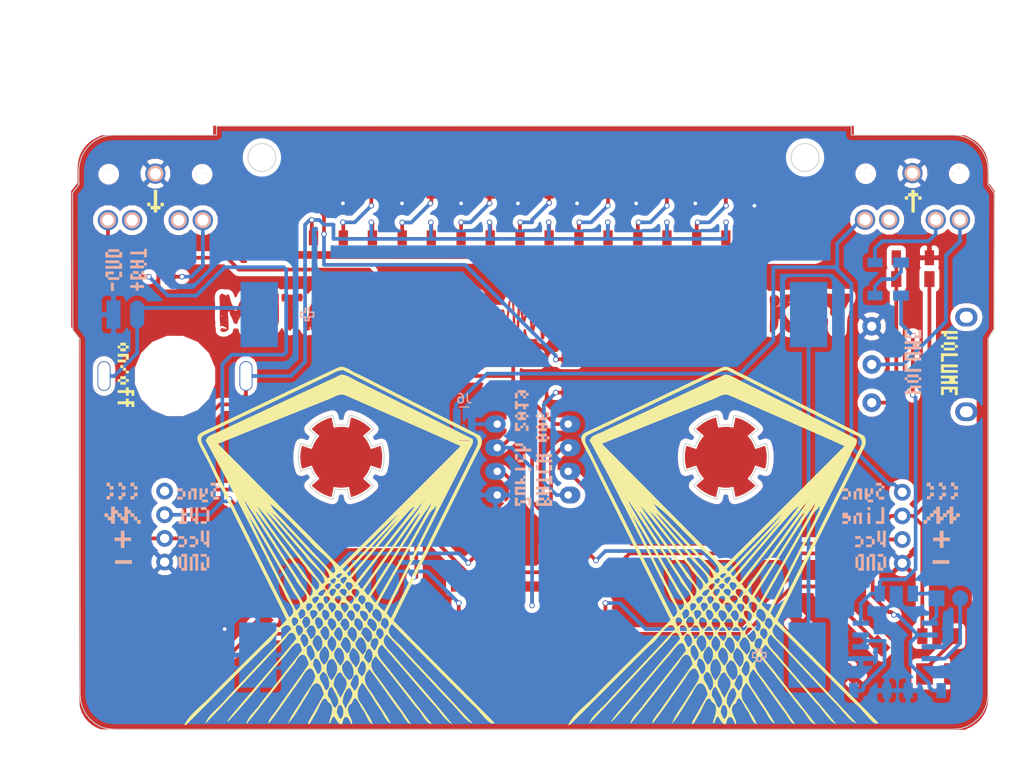
<source format=kicad_pcb>
(kicad_pcb (version 4) (host pcbnew 4.0.7-e0-6372~58~ubuntu16.04.1)
  (layers (0 F.Cu signal) (31 B.Cu signal) (34 B.Paste user) (35 F.Paste user) (36 B.SilkS user) (37 F.SilkS user) (38 B.Mask user) (39 F.Mask user) (44 Edge.Cuts user))
  (net 0 "")
  (net 1 AudioProg)
  (net 2 PB3)
  (net 3 VCC)
  (net 4 GND)
  (net 5 CV_OUT)
  (net 6 "Net-(D-OUT1-Pad2)")
  (net 7 CV_IN)
  (net 8 Sync_OUT)
  (net 9 Sound_OUT)
  (net 10 +3V3)
  (net 11 But-L)
  (net 12 But-R)
  (net 13 PB4/A2)
  (net 14 PB2/A1)
  (net 15 PB1)
  (net 16 PB0)
  (net 17 "Net-(NEO1-Pad4)")
  (net 18 "Net-(C6-Pad1)")
  (net 19 "Net-(NEO1-Pad2)")
  (net 20 "Net-(Speaker1-Pad2)")
  (net 21 "Net-(NEO2-Pad4)")
  (net 22 "Net-(NEO3-Pad4)")
  (net 23 "Net-(NEO4-Pad4)")
  (net 24 "Net-(NEO5-Pad4)")
  (net 25 "Net-(NEO6-Pad4)")
  (net 26 "Net-(NEO7-Pad4)")
  (net 27 "Net-(C5-Pad1)")
  (net 28 "Net-(D-POW1-Pad1)")
  (net 29 "Net-(R14-Pad1)")
  (net 30 "Net-(R15-Pad1)")
  (net 31 "Net-(POT1-MAIN1-Pad2)")
  (net 32 "Net-(POT1-MAIN1-Pad1)")
  (net 33 "Net-(POT2-CV1-Pad2)")
  (net 34 "Net-(BT1-Pad2)")
  (net 35 "Net-(J6-Pad1)")
  (net 36 "Net-(Jack2-Pad2)")
  (net 37 "Net-(Jack1-Pad2)")
  (module Resistors_SMD:R_0612 (layer B.Cu) (at 142.57 99.61 180)
    (fp_text reference J6 (at 0 2.7 180) (layer B.SilkS) (effects (justify mirror)))
    (fp_text value CONN_01X02_MALE)
    (pad 1 smd rect (at -0.8 0 180) (size 0.8 3.2) (layers B.Cu B.Paste B.Mask) (net 35 "Net-(J6-Pad1)"))
    (pad 2 smd rect (at 0.8 0 180) (size 0.8 3.2) (layers B.Cu B.Paste B.Mask) (net 8 Sync_OUT))
  )
  (module 8BitMixtape3000-MutanMonkey:MixtapeNEO-3000 (layer F.Cu) (at 150 100)
    (fp_text reference board1 hide)
    (fp_text value SVG2SHENZHEN hide)
    (fp_poly (pts (xy 34.417 -31.398444) (xy 36.979225 -31.389802) (xy 37.23482 -31.388935) (xy 37.513426 -31.387979) (xy 37.812651 -31.386944) (xy 38.130105 -31.385838) (xy 38.463397 -31.38467) (xy 38.810138 -31.383447) (xy 39.167938 -31.382179) (xy 39.534405 -31.380875) (xy 39.90715 -31.379542) (xy 40.283783 -31.378189) (xy 40.661913 -31.376825) (xy 41.03915 -31.375459) (xy 41.413104 -31.374099) (xy 41.781384 -31.372753) (xy 42.1416 -31.37143) (xy 42.491363 -31.370139) (xy 42.828281 -31.368888) (xy 42.9514 -31.368429) (xy 46.36135 -31.355698) (xy 46.72965 -31.173258) (xy 46.891955 -31.091837) (xy 47.033852 -31.018118) (xy 47.158383 -30.95005) (xy 47.268592 -30.885581) (xy 47.367523 -30.82266) (xy 47.458218 -30.759237) (xy 47.543722 -30.693258) (xy 47.627078 -30.622673) (xy 47.711329 -30.545431) (xy 47.799519 -30.45948) (xy 47.82185 -30.437086) (xy 48.019355 -30.226003) (xy 48.19313 -30.013788) (xy 48.344412 -29.797886) (xy 48.474438 -29.575744) (xy 48.584443 -29.344808) (xy 48.675666 -29.102523) (xy 48.749343 -28.846337) (xy 48.80671 -28.573694) (xy 48.843542 -28.32735) (xy 48.853707 -28.242562) (xy 48.862547 -28.160655) (xy 48.870181 -28.078974) (xy 48.876727 -27.994867) (xy 48.882305 -27.905679) (xy 48.887033 -27.808755) (xy 48.89103 -27.701443) (xy 48.894414 -27.581087) (xy 48.897305 -27.445035) (xy 48.89982 -27.290631) (xy 48.902079 -27.115221) (xy 48.903479 -26.9875) (xy 48.911323 -26.23185) (xy 49.227011 -25.801645) (xy 49.5427 -25.371439) (xy 49.543149 -24.836445) (xy 49.543189 -24.723704) (xy 49.543139 -24.590179) (xy 49.543003 -24.436745) (xy 49.542784 -24.264277) (xy 49.542484 -24.073648) (xy 49.542107 -23.865735) (xy 49.541655 -23.641412) (xy 49.541133 -23.401553) (xy 49.540542 -23.147035) (xy 49.539887 -22.878731) (xy 49.539169 -22.597516) (xy 49.538393 -22.304266) (xy 49.537561 -21.999855) (xy 49.536676 -21.685159) (xy 49.535742 -21.361051) (xy 49.534761 -21.028407) (xy 49.533736 -20.688102) (xy 49.532672 -20.34101) (xy 49.53157 -19.988007) (xy 49.530433 -19.629967) (xy 49.529266 -19.267766) (xy 49.52807 -18.902277) (xy 49.52685 -18.534376) (xy 49.525608 -18.164939) (xy 49.524346 -17.794839) (xy 49.523069 -17.424951) (xy 49.521779 -17.056151) (xy 49.52048 -16.689313) (xy 49.519174 -16.325312) (xy 49.517865 -15.965023) (xy 49.516555 -15.609321) (xy 49.515248 -15.259081) (xy 49.513946 -14.915178) (xy 49.512654 -14.578486) (xy 49.511373 -14.24988) (xy 49.510107 -13.930236) (xy 49.508859 -13.620428) (xy 49.507633 -13.32133) (xy 49.506431 -13.033819) (xy 49.505255 -12.758768) (xy 49.504111 -12.497053) (xy 49.502999 -12.249548) (xy 49.501925 -12.017129) (xy 49.500889 -11.800669) (xy 49.499897 -11.601045) (xy 49.49895 -11.419131) (xy 49.498052 -11.255801) (xy 49.497205 -11.111931) (xy 49.496414 -10.988396) (xy 49.495681 -10.88607) (xy 49.495009 -10.805829) (xy 49.494401 -10.748546) (xy 49.49386 -10.715098) (xy 49.493482 -10.7061) (xy 49.484741 -10.688824) (xy 49.463819 -10.652537) (xy 49.432188 -10.599646) (xy 49.391319 -10.532561) (xy 49.342686 -10.453688) (xy 49.287759 -10.365435) (xy 49.228011 -10.27021) (xy 49.19567 -10.218966) (xy 48.9077 -9.763581) (xy 48.907199 -1.163866) (xy 48.907142 -0.536432) (xy 48.907043 0.097705) (xy 48.906905 0.737904) (xy 48.906728 1.383526) (xy 48.906512 2.033929) (xy 48.906258 2.688473) (xy 48.905968 3.346519) (xy 48.905642 4.007425) (xy 48.905282 4.670552) (xy 48.904887 5.335258) (xy 48.904459 6.000903) (xy 48.903999 6.666848) (xy 48.903507 7.332451) (xy 48.902985 7.997073) (xy 48.902433 8.660072) (xy 48.901852 9.320809) (xy 48.901244 9.978643) (xy 48.900608 10.632933) (xy 48.899947 11.28304) (xy 48.89926 11.928323) (xy 48.898548 12.568141) (xy 48.897813 13.201855) (xy 48.897056 13.828823) (xy 48.896276 14.448406) (xy 48.895476 15.059962) (xy 48.894656 15.662852) (xy 48.893816 16.256436) (xy 48.892958 16.840072) (xy 48.892083 17.41312) (xy 48.891191 17.974941) (xy 48.890284 18.524893) (xy 48.889361 19.062337) (xy 48.888425 19.586631) (xy 48.887476 20.097136) (xy 48.886514 20.593211) (xy 48.885542 21.074216) (xy 48.884558 21.53951) (xy 48.883566 21.988453) (xy 48.882564 22.420404) (xy 48.881555 22.834723) (xy 48.880539 23.230771) (xy 48.879516 23.607905) (xy 48.878489 23.965487) (xy 48.877457 24.302875) (xy 48.876422 24.61943) (xy 48.875384 24.91451) (xy 48.874344 25.187476) (xy 48.873304 25.437686) (xy 48.872264 25.664502) (xy 48.871224 25.867281) (xy 48.870186 26.045385) (xy 48.870051 26.06675) (xy 48.8677 26.426907) (xy 48.865395 26.762544) (xy 48.863121 27.074539) (xy 48.860863 27.363773) (xy 48.858604 27.631123) (xy 48.856329 27.87747) (xy 48.854023 28.103692) (xy 48.85167 28.310669) (xy 48.849254 28.49928) (xy 48.846759 28.670404) (xy 48.84417 28.824921) (xy 48.841472 28.963709) (xy 48.838648 29.087648) (xy 48.835683 29.197618) (xy 48.832561 29.294497) (xy 48.829267 29.379165) (xy 48.825785 29.452501) (xy 48.8221 29.515384) (xy 48.818195 29.568693) (xy 48.814055 29.613308) (xy 48.809665 29.650108) (xy 48.805859 29.675117) (xy 48.743258 29.968057) (xy 48.657529 30.251151) (xy 48.549351 30.523409) (xy 48.419403 30.783842) (xy 48.268364 31.031458) (xy 48.096912 31.265269) (xy 47.905726 31.484283) (xy 47.695485 31.687512) (xy 47.466867 31.873964) (xy 47.220552 32.042651) (xy 47.15563 32.082323) (xy 47.108429 32.109048) (xy 47.042747 32.144172) (xy 46.963132 32.185372) (xy 46.87413 32.230326) (xy 46.780287 32.276711) (xy 46.686149 32.322204) (xy 46.684935 32.322783) (xy 46.34706 32.483974) (xy 6.781005 32.49027) (xy 5.762331 32.490429) (xy 4.746735 32.49058) (xy 3.734572 32.490725) (xy 2.726195 32.490862) (xy 1.721959 32.490992) (xy 0.722218 32.491115) (xy -0.272673 32.491231) (xy -1.262361 32.49134) (xy -2.24649 32.491442) (xy -3.224706 32.491537) (xy -4.196656 32.491625) (xy -5.161984 32.491706) (xy -6.120337 32.491781) (xy -7.07136 32.491848) (xy -8.014698 32.491909) (xy -8.949998 32.491962) (xy -9.876906 32.492009) (xy -10.795065 32.492049) (xy -11.704124 32.492083) (xy -12.603726 32.49211) (xy -13.493519 32.49213) (xy -14.373147 32.492143) (xy -15.242256 32.49215) (xy -16.100491 32.49215) (xy -16.947499 32.492143) (xy -17.782926 32.49213) (xy -18.606416 32.492111) (xy -19.417616 32.492085) (xy -20.21617 32.492052) (xy -21.001726 32.492013) (xy -21.773928 32.491967) (xy -22.532422 32.491916) (xy -23.276855 32.491857) (xy -24.00687 32.491793) (xy -24.722115 32.491722) (xy -25.422235 32.491645) (xy -26.106875 32.491561) (xy -26.775681 32.491471) (xy -27.428299 32.491376) (xy -28.064375 32.491273) (xy -28.683554 32.491165) (xy -29.285482 32.491051) (xy -29.869804 32.49093) (xy -30.436167 32.490803) (xy -30.984215 32.490671) (xy -31.513595 32.490532) (xy -32.023953 32.490387) (xy -32.514933 32.490236) (xy -32.986181 32.490079) (xy -33.437344 32.489917) (xy -33.868067 32.489748) (xy -34.277995 32.489574) (xy -34.666775 32.489393) (xy -35.034051 32.489207) (xy -35.37947 32.489015) (xy -35.702678 32.488818) (xy -36.003319 32.488614) (xy -36.28104 32.488405) (xy -36.535486 32.48819) (xy -36.766303 32.487969) (xy -36.973137 32.487743) (xy -37.155633 32.487511) (xy -37.313436 32.487274) (xy -37.44595 32.487031) (xy -38.07533 32.485687) (xy -38.679561 32.484283) (xy -39.258895 32.482815) (xy -39.813583 32.481282) (xy -40.343877 32.479683) (xy -40.850028 32.478015) (xy -41.332288 32.476278) (xy -41.790909 32.474468) (xy -42.226141 32.472584) (xy -42.638236 32.470625) (xy -43.027445 32.468589) (xy -43.394021 32.466474) (xy -43.738214 32.464277) (xy -44.060276 32.461998) (xy -44.360458 32.459635) (xy -44.639012 32.457185) (xy -44.896189 32.454648) (xy -45.132241 32.452021) (xy -45.347419 32.449302) (xy -45.541974 32.44649) (xy -45.716159 32.443582) (xy -45.870224 32.440578) (xy -46.004421 32.437475) (xy -46.119001 32.434272) (xy -46.214216 32.430966) (xy -46.290317 32.427557) (xy -46.347556 32.424041) (xy -46.34865 32.423959) (xy -46.412414 32.4182) (xy -46.465207 32.410431) (xy -46.515464 32.398654) (xy -46.571621 32.380866) (xy -46.642114 32.355067) (xy -46.6471 32.353176) (xy -46.912743 32.239993) (xy -47.16157 32.108263) (xy -47.395129 31.956991) (xy -47.614965 31.785182) (xy -47.809768 31.604782) (xy -47.96129 31.445035) (xy -48.093538 31.28727) (xy -48.211175 31.124976) (xy -48.318863 30.951637) (xy -48.421265 30.760742) (xy -48.437709 30.72765) (xy -48.528532 30.531963) (xy -48.60229 30.349031) (xy -48.658595 30.180008) (xy -48.697059 30.026048) (xy -48.716631 29.8958) (xy -48.7223 29.821085) (xy -48.727804 29.721155) (xy -48.73314 29.596194) (xy -48.738302 29.446385) (xy -48.743286 29.271913) (xy -48.748088 29.072962) (xy -48.752704 28.849716) (xy -48.757127 28.602358) (xy -48.761355 28.331074) (xy -48.765383 28.036046) (xy -48.768478 27.78125) (xy -48.769876 27.646728) (xy -48.771257 27.487213) (xy -48.77262 27.30311) (xy -48.773964 27.094827) (xy -48.775289 26.862768) (xy -48.776593 26.607342) (xy -48.777878 26.328953) (xy -48.779141 26.028008) (xy -48.780383 25.704913) (xy -48.781603 25.360076) (xy -48.7828 24.993901) (xy -48.783973 24.606796) (xy -48.785123 24.199166) (xy -48.786248 23.771419) (xy -48.787347 23.323959) (xy -48.788421 22.857195) (xy -48.789468 22.371531) (xy -48.790489 21.867374) (xy -48.791482 21.345131) (xy -48.792446 20.805208) (xy -48.793382 20.24801) (xy -48.794289 19.673946) (xy -48.795165 19.08342) (xy -48.796011 18.476838) (xy -48.796826 17.854609) (xy -48.797609 17.217137) (xy -48.798359 16.564829) (xy -48.799077 15.898091) (xy -48.799761 15.217329) (xy -48.800411 14.522951) (xy -48.801026 13.815362) (xy -48.801606 13.094968) (xy -48.802149 12.362176) (xy -48.802657 11.617392) (xy -48.803127 10.861022) (xy -48.803559 10.093473) (xy -48.803953 9.315152) (xy -48.804308 8.526463) (xy -48.804624 7.727814) (xy -48.804899 6.919611) (xy -48.805134 6.10226) (xy -48.805327 5.276168) (xy -48.805478 4.441741) (xy -48.805587 3.599384) (xy -48.805653 2.749505) (xy -48.805664 2.491235) (xy -48.806101 -9.666979) (xy -49.644301 -10.781167) (xy -49.644301 -24.160022) (xy -48.378457 -24.160022) (xy -48.378449 -24.003996) (xy -48.378338 -23.832036) (xy -48.378123 -23.643609) (xy -48.377805 -23.438184) (xy -48.377382 -23.215229) (xy -48.376854 -22.974212) (xy -48.376219 -22.7146) (xy -48.375477 -22.435863) (xy -48.374626 -22.137467) (xy -48.373667 -21.818882) (xy -48.372599 -21.479574) (xy -48.371419 -21.119013) (xy -48.370129 -20.736667) (xy -48.368727 -20.332002) (xy -48.367211 -19.904488) (xy -48.365583 -19.453593) (xy -48.363839 -18.978784) (xy -48.361981 -18.479529) (xy -48.360422 -18.065302) (xy -48.358833 -17.647542) (xy -48.357245 -17.235976) (xy -48.355663 -16.831341) (xy -48.354091 -16.434374) (xy -48.35253 -16.045813) (xy -48.350985 -15.666394) (xy -48.349459 -15.296855) (xy -48.347956 -14.937934) (xy -48.346479 -14.590367) (xy -48.345031 -14.254891) (xy -48.343617 -13.932245) (xy -48.342238 -13.623165) (xy -48.340899 -13.328389) (xy -48.339603 -13.048653) (xy -48.338354 -12.784696) (xy -48.337154 -12.537254) (xy -48.336008 -12.307064) (xy -48.334919 -12.094864) (xy -48.33389 -11.901392) (xy -48.332924 -11.727384) (xy -48.332025 -11.573577) (xy -48.331197 -11.440709) (xy -48.330443 -11.329518) (xy -48.329766 -11.24074) (xy -48.329169 -11.175112) (xy -48.328657 -11.133372) (xy -48.328232 -11.116258) (xy -48.328213 -11.11606) (xy -48.32519 -11.10113) (xy -48.318473 -11.083287) (xy -48.306726 -11.060624) (xy -48.288615 -11.031234) (xy -48.262807 -10.993209) (xy -48.227966 -10.944643) (xy -48.182759 -10.883629) (xy -48.125851 -10.808259) (xy -48.055908 -10.716626) (xy -47.975099 -10.611379) (xy -47.628139 -10.160288) (xy -47.619881 -7.515369) (xy -47.619535 -7.399253) (xy -47.619144 -7.258295) (xy -47.618709 -7.093056) (xy -47.618231 -6.904094) (xy -47.617712 -6.691969) (xy -47.617152 -6.457239) (xy -47.616553 -6.200465) (xy -47.615916 -5.922205) (xy -47.615241 -5.623018) (xy -47.614531 -5.303463) (xy -47.613785 -4.9641) (xy -47.613006 -4.605488) (xy -47.612195 -4.228185) (xy -47.611352 -3.832752) (xy -47.610479 -3.419747) (xy -47.609576 -2.989729) (xy -47.608646 -2.543257) (xy -47.607689 -2.080891) (xy -47.606706 -1.60319) (xy -47.605698 -1.110713) (xy -47.604667 -0.604019) (xy -47.603614 -0.083667) (xy -47.602539 0.449783) (xy -47.601444 0.995773) (xy -47.600331 1.553744) (xy -47.599199 2.123135) (xy -47.598051 2.703388) (xy -47.596887 3.293945) (xy -47.595709 3.894245) (xy -47.594518 4.503729) (xy -47.593315 5.121839) (xy -47.5921 5.748016) (xy -47.590876 6.381699) (xy -47.589643 7.02233) (xy -47.588402 7.66935) (xy -47.587155 8.3222) (xy -47.585903 8.98032) (xy -47.584646 9.643152) (xy -47.583386 10.310135) (xy -47.582125 10.980712) (xy -47.580862 11.654323) (xy -47.5796 12.330408) (xy -47.579397 12.43965) (xy -47.54717 29.74975) (xy -47.412616 30.0101) (xy -47.349298 30.131261) (xy -47.294363 30.233087) (xy -47.245569 30.319312) (xy -47.20067 30.393671) (xy -47.157422 30.459898) (xy -47.113582 30.521727) (xy -47.073286 30.574753) (xy -46.965274 30.700185) (xy -46.843447 30.819121) (xy -46.712156 30.928297) (xy -46.575753 31.02445) (xy -46.438591 31.104315) (xy -46.305022 31.16463) (xy -46.269852 31.177236) (xy -46.244724 31.184146) (xy -46.211297 31.190493) (xy -46.168319 31.196324) (xy -46.114541 31.201685) (xy -46.04871 31.206623) (xy -45.969577 31.211185) (xy -45.87589 31.215417) (xy -45.766399 31.219367) (xy -45.639853 31.223081) (xy -45.495001 31.226606) (xy -45.330593 31.229989) (xy -45.145378 31.233276) (xy -44.938104 31.236514) (xy -44.707521 31.23975) (xy -44.5389 31.241947) (xy -44.418969 31.243397) (xy -44.289393 31.244825) (xy -44.149989 31.24623) (xy -44.000574 31.247614) (xy -43.840964 31.248976) (xy -43.670977 31.250317) (xy -43.490429 31.251636) (xy -43.299136 31.252935) (xy -43.096915 31.254212) (xy -42.883584 31.255468) (xy -42.658958 31.256704) (xy -42.422854 31.257919) (xy -42.17509 31.259114) (xy -41.915481 31.260289) (xy -41.643845 31.261443) (xy -41.359997 31.262578) (xy -41.063756 31.263694) (xy -40.754937 31.264789) (xy -40.433358 31.265866) (xy -40.098834 31.266923) (xy -39.751183 31.267962) (xy -39.390221 31.268981) (xy -39.015765 31.269982) (xy -38.627632 31.270965) (xy -38.225638 31.271929) (xy -37.8096 31.272875) (xy -37.379335 31.273804) (xy -36.934659 31.274714) (xy -36.47539 31.275607) (xy -36.001343 31.276482) (xy -35.512336 31.277341) (xy -35.008185 31.278182) (xy -34.488707 31.279006) (xy -33.953718 31.279813) (xy -33.403036 31.280604) (xy -32.836477 31.281379) (xy -32.253857 31.282137) (xy -31.654994 31.282879) (xy -31.039703 31.283605) (xy -30.407803 31.284316) (xy -29.759109 31.28501) (xy -29.093438 31.28569) (xy -28.410607 31.286354) (xy -27.710432 31.287004) (xy -26.992731 31.287638) (xy -26.257319 31.288258) (xy -25.504014 31.288863) (xy -24.732632 31.289454) (xy -23.942991 31.29003) (xy -23.134906 31.290593) (xy -22.308194 31.291142) (xy -21.462672 31.291677) (xy -20.598157 31.292198) (xy -19.714466 31.292706) (xy -18.811414 31.293201) (xy -17.88882 31.293683) (xy -16.946498 31.294153) (xy -15.984267 31.294609) (xy -15.001943 31.295053) (xy -13.999343 31.295485) (xy -12.976283 31.295904) (xy -11.932579 31.296312) (xy -10.86805 31.296708) (xy -9.782511 31.297092) (xy -8.675778 31.297464) (xy -7.54767 31.297826) (xy -6.398002 31.298176) (xy -5.226591 31.298515) (xy -4.033254 31.298844) (xy -2.817807 31.299161) (xy -1.580067 31.299469) (xy -0.319852 31.299766) (xy 0.963023 31.300053) (xy 2.268741 31.30033) (xy 3.597485 31.300597) (xy 4.949438 31.300855) (xy 6.324784 31.301103) (xy 7.723706 31.301342) (xy 9.146387 31.301572) (xy 10.593011 31.301793) (xy 12.06376 31.302005) (xy 13.558819 31.302209) (xy 15.07837 31.302404) (xy 16.622598 31.302591) (xy 18.191684 31.30277) (xy 19.785813 31.302941) (xy 21.32459 31.303096) (xy 45.843231 31.3055) (xy 46.081232 31.216197) (xy 46.206647 31.168417) (xy 46.311659 31.126541) (xy 46.400043 31.088691) (xy 46.475574 31.052991) (xy 46.542028 31.017562) (xy 46.60318 30.980527) (xy 46.662804 30.940008) (xy 46.71695 30.900023) (xy 46.750226 30.872732) (xy 46.796292 30.832142) (xy 46.852255 30.781053) (xy 46.915228 30.722265) (xy 46.982318 30.658578) (xy 47.050638 30.592792) (xy 47.117296 30.527706) (xy 47.179403 30.466121) (xy 47.234069 30.410837) (xy 47.278404 30.364653) (xy 47.309518 30.33037) (xy 47.323769 30.312101) (xy 47.349771 30.263523) (xy 47.373911 30.205757) (xy 47.396279 30.137798) (xy 47.416964 30.058641) (xy 47.436057 29.967282) (xy 47.453647 29.862717) (xy 47.469824 29.743941) (xy 47.484678 29.609951) (xy 47.498299 29.459741) (xy 47.510777 29.292307) (xy 47.522201 29.106646) (xy 47.532661 28.901752) (xy 47.542248 28.676621) (xy 47.551051 28.43025) (xy 47.55916 28.161633) (xy 47.566664 27.869766) (xy 47.573654 27.553645) (xy 47.57458 27.5082) (xy 47.57628 27.419683) (xy 47.57793 27.324697) (xy 47.579531 27.222867) (xy 47.581085 27.113822) (xy 47.58259 26.997187) (xy 47.58405 26.872589) (xy 47.585463 26.739655) (xy 47.58683 26.598013) (xy 47.588153 26.447289) (xy 47.589431 26.287109) (xy 47.590667 26.117101) (xy 47.591859 25.936892) (xy 47.593009 25.746108) (xy 47.594118 25.544376) (xy 47.595185 25.331323) (xy 47.596213 25.106576) (xy 47.597201 24.869762) (xy 47.59815 24.620507) (xy 47.599061 24.358439) (xy 47.599935 24.083184) (xy 47.600772 23.794369) (xy 47.601572 23.491621) (xy 47.602337 23.174567) (xy 47.603067 22.842833) (xy 47.603762 22.496047) (xy 47.604424 22.133836) (xy 47.605053 21.755825) (xy 47.60565 21.361643) (xy 47.606215 20.950915) (xy 47.60675 20.523269) (xy 47.607254 20.078332) (xy 47.607728 19.61573) (xy 47.608173 19.13509) (xy 47.60859 18.636039) (xy 47.60898 18.118205) (xy 47.609342 17.581213) (xy 47.609678 17.02469) (xy 47.609989 16.448265) (xy 47.610274 15.851562) (xy 47.610535 15.23421) (xy 47.610772 14.595834) (xy 47.610986 13.936063) (xy 47.611178 13.254522) (xy 47.611348 12.550839) (xy 47.611497 11.82464) (xy 47.611626 11.075553) (xy 47.611735 10.303203) (xy 47.611825 9.507219) (xy 47.611896 8.687226) (xy 47.61195 7.842851) (xy 47.611986 6.973723) (xy 47.612003 6.323654) (xy 47.6123 -10.041241) (xy 47.9552 -10.576293) (xy 48.2981 -11.111346) (xy 48.298099 -18.0521) (xy 48.298099 -24.992855) (xy 48.000876 -25.39187) (xy 47.703652 -25.790886) (xy 47.683109 -26.500318) (xy 47.676229 -26.73348) (xy 47.669745 -26.943111) (xy 47.663556 -27.131077) (xy 47.65756 -27.299242) (xy 47.651658 -27.44947) (xy 47.645748 -27.583628) (xy 47.63973 -27.703578) (xy 47.633503 -27.811187) (xy 47.626966 -27.908318) (xy 47.620019 -27.996837) (xy 47.61256 -28.078609) (xy 47.604489 -28.155497) (xy 47.595706 -28.229367) (xy 47.58611 -28.302084) (xy 47.585569 -28.305996) (xy 47.554613 -28.494156) (xy 47.515978 -28.661803) (xy 47.467972 -28.813108) (xy 47.408899 -28.952241) (xy 47.337066 -29.083375) (xy 47.250779 -29.210681) (xy 47.183093 -29.297058) (xy 47.129543 -29.359268) (xy 47.065357 -29.429336) (xy 46.993677 -29.504231) (xy 46.917647 -29.58092) (xy 46.840409 -29.656374) (xy 46.765107 -29.72756) (xy 46.694884 -29.791448) (xy 46.632882 -29.845006) (xy 46.582247 -29.885203) (xy 46.55185 -29.905812) (xy 46.472968 -29.946972) (xy 46.383683 -29.983443) (xy 46.282148 -30.015565) (xy 46.166516 -30.043678) (xy 46.034939 -30.068121) (xy 45.88557 -30.089234) (xy 45.716561 -30.107357) (xy 45.526065 -30.122828) (xy 45.312236 -30.135989) (xy 45.29455 -30.136926) (xy 45.231341 -30.140038) (xy 45.163088 -30.142983) (xy 45.089064 -30.145766) (xy 45.008543 -30.148391) (xy 44.920798 -30.150861) (xy 44.825101 -30.153182) (xy 44.720727 -30.155358) (xy 44.606948 -30.157392) (xy 44.483038 -30.15929) (xy 44.348269 -30.161055) (xy 44.201915 -30.162691) (xy 44.04325 -30.164203) (xy 43.871546 -30.165595) (xy 43.686077 -30.166871) (xy 43.486116 -30.168035) (xy 43.270937 -30.169092) (xy 43.039811 -30.170046) (xy 42.792014 -30.170901) (xy 42.526817 -30.171661) (xy 42.243494 -30.172331) (xy 41.941319 -30.172915) (xy 41.619564 -30.173416) (xy 41.277503 -30.17384) (xy 40.914409 -30.174191) (xy 40.529555 -30.174472) (xy 40.122215 -30.174688) (xy 39.691661 -30.174843) (xy 39.237167 -30.174941) (xy 38.758007 -30.174987) (xy 38.75371 -30.174988) (xy 33.736871 -30.175201) (xy 33.480861 -29.048076) (xy 33.458745 -28.950695) (xy 33.431271 -28.829704) (xy 33.398704 -28.686265) (xy 33.361306 -28.521537) (xy 33.319341 -28.33668) (xy 33.273073 -28.132856) (xy 33.222764 -27.911225) (xy 33.168678 -27.672948) (xy 33.111079 -27.419185) (xy 33.050229 -27.151096) (xy 32.986393 -26.869843) (xy 32.919834 -26.576585) (xy 32.850814 -26.272484) (xy 32.779599 -25.9587) (xy 32.70645 -25.636392) (xy 32.631631 -25.306723) (xy 32.555407 -24.970853) (xy 32.478039 -24.629941) (xy 32.399792 -24.285149) (xy 32.320929 -23.937637) (xy 32.241714 -23.588566) (xy 32.17581 -23.29815) (xy 32.099255 -22.960865) (xy 32.024076 -22.629773) (xy 31.950469 -22.305741) (xy 31.878633 -21.989637) (xy 31.808765 -21.682327) (xy 31.741064 -21.384679) (xy 31.675728 -21.097559) (xy 31.612953 -20.821835) (xy 31.552939 -20.558373) (xy 31.495882 -20.308041) (xy 31.441981 -20.071705) (xy 31.391434 -19.850233) (xy 31.344437 -19.644491) (xy 31.30119 -19.455347) (xy 31.26189 -19.283667) (xy 31.226735 -19.130319) (xy 31.195923 -18.99617) (xy 31.169651 -18.882086) (xy 31.148117 -18.788935) (xy 31.131519 -18.717583) (xy 31.120056 -18.668898) (xy 31.113925 -18.643747) (xy 31.112979 -18.640388) (xy 31.095684 -18.613336) (xy 31.062281 -18.574684) (xy 31.01685 -18.528251) (xy 30.963466 -18.477855) (xy 30.90621 -18.427314) (xy 30.849158 -18.380445) (xy 30.79639 -18.341067) (xy 30.784802 -18.333146) (xy 30.741126 -18.30588) (xy 30.680831 -18.270937) (xy 30.610128 -18.23178) (xy 30.535223 -18.191871) (xy 30.487029 -18.167069) (xy 30.28315 -18.063797) (xy 17.272 -18.072861) (xy 16.710142 -18.07325) (xy 16.123949 -18.073653) (xy 15.514486 -18.074067) (xy 14.882819 -18.074493) (xy 14.230011 -18.07493) (xy 13.557129 -18.075378) (xy 12.865236 -18.075834) (xy 12.155398 -18.0763) (xy 11.428681 -18.076774) (xy 10.686149 -18.077256) (xy 9.928866 -18.077745) (xy 9.157899 -18.07824) (xy 8.374312 -18.07874) (xy 7.579169 -18.079246) (xy 6.773537 -18.079756) (xy 5.95848 -18.080269) (xy 5.135063 -18.080786) (xy 4.304351 -18.081305) (xy 3.467409 -18.081826) (xy 2.625303 -18.082347) (xy 1.779096 -18.082869) (xy 0.929855 -18.083391) (xy 0.078643 -18.083912) (xy -0.773473 -18.084431) (xy -1.625429 -18.084948) (xy -2.47616 -18.085462) (xy -3.324601 -18.085972) (xy -4.169687 -18.086478) (xy -5.010353 -18.08698) (xy -5.845533 -18.087475) (xy -6.674164 -18.087965) (xy -7.495179 -18.088447) (xy -8.307514 -18.088922) (xy -9.110104 -18.089389) (xy -9.901883 -18.089847) (xy -10.681788 -18.090295) (xy -11.448752 -18.090733) (xy -12.201712 -18.091161) (xy -12.939601 -18.091577) (xy -12.99845 -18.09161) (xy -30.25775 -18.101294) (xy -30.43555 -18.235584) (xy -30.510091 -18.293955) (xy -30.587025 -18.357888) (xy -30.663286 -18.424486) (xy -30.735808 -18.490851) (xy -30.801522 -18.554084) (xy -30.857362 -18.611288) (xy -30.900262 -18.659563) (xy -30.927153 -18.696013) (xy -30.931762 -18.704466) (xy -30.942902 -18.734553) (xy -30.959235 -18.788466) (xy -30.980533 -18.865212) (xy -31.006572 -18.963802) (xy -31.037125 -19.083244) (xy -31.071966 -19.222548) (xy -31.110868 -19.380724) (xy -31.153606 -19.55678) (xy -31.199953 -19.749727) (xy -31.249683 -19.958573) (xy -31.302569 -20.182328) (xy -31.358386 -20.42) (xy -31.416907 -20.670601) (xy -31.477906 -20.933138) (xy -31.541157 -21.206622) (xy -31.606433 -21.490061) (xy -31.673509 -21.782465) (xy -31.742158 -22.082843) (xy -31.812155 -22.390205) (xy -31.883271 -22.70356) (xy -31.955283 -23.021918) (xy -32.027962 -23.344287) (xy -32.101084 -23.669677) (xy -32.174422 -23.997098) (xy -32.24775 -24.325558) (xy -32.32084 -24.654067) (xy -32.393469 -24.981636) (xy -32.465408 -25.307271) (xy -32.536432 -25.629985) (xy -32.606314 -25.948784) (xy -32.674829 -26.26268) (xy -32.741751 -26.570681) (xy -32.806852 -26.871796) (xy -32.869907 -27.165036) (xy -32.930689 -27.449409) (xy -32.958053 -27.57805) (xy -33.023562 -27.888125) (xy -33.083409 -28.17486) (xy -33.137855 -28.439618) (xy -33.187157 -28.683759) (xy -33.231576 -28.908647) (xy -33.27137 -29.115641) (xy -33.306798 -29.306103) (xy -33.33812 -29.481396) (xy -33.365594 -29.64288) (xy -33.38948 -29.791916) (xy -33.410037 -29.929867) (xy -33.421867 -30.015208) (xy -33.443861 -30.179066) (xy -36.714906 -30.170298) (xy -37.222277 -30.168898) (xy -37.720381 -30.167441) (xy -38.20858 -30.165933) (xy -38.686234 -30.164376) (xy -39.152704 -30.162773) (xy -39.607351 -30.161129) (xy -40.049536 -30.159446) (xy -40.47862 -30.157728) (xy -40.893964 -30.155979) (xy -41.294929 -30.154202) (xy -41.680876 -30.1524) (xy -42.051165 -30.150577) (xy -42.405158 -30.148736) (xy -42.742216 -30.146881) (xy -43.061699 -30.145014) (xy -43.362969 -30.143141) (xy -43.645386 -30.141264) (xy -43.908311 -30.139386) (xy -44.151106 -30.137511) (xy -44.373131 -30.135642) (xy -44.573747 -30.133783) (xy -44.752315 -30.131937) (xy -44.908196 -30.130108) (xy -45.040751 -30.128299) (xy -45.149341 -30.126514) (xy -45.233327 -30.124756) (xy -45.2501 -30.124329) (xy -45.441181 -30.118845) (xy -45.608844 -30.113083) (xy -45.75507 -30.106837) (xy -45.881842 -30.099903) (xy -45.991142 -30.092078) (xy -46.084951 -30.083155) (xy -46.16525 -30.072931) (xy -46.234023 -30.0612) (xy -46.293251 -30.04776) (xy -46.344915 -30.032404) (xy -46.390997 -30.014928) (xy -46.415263 -30.004064) (xy -46.575341 -29.91653) (xy -46.734367 -29.80689) (xy -46.889544 -29.678378) (xy -47.03807 -29.534227) (xy -47.177146 -29.377671) (xy -47.303972 -29.211944) (xy -47.415749 -29.040279) (xy -47.509675 -28.86591) (xy -47.582952 -28.692071) (xy -47.603139 -28.63215) (xy -47.616605 -28.587221) (xy -47.628899 -28.541212) (xy -47.640111 -28.492704) (xy -47.650332 -28.44028) (xy -47.65965 -28.382521) (xy -47.668155 -28.31801) (xy -47.675937 -28.245329) (xy -47.683085 -28.163059) (xy -47.689689 -28.069783) (xy -47.695838 -27.964082) (xy -47.701622 -27.844539) (xy -47.70713 -27.709736) (xy -47.712453 -27.558254) (xy -47.717679 -27.388676) (xy -47.722898 -27.199584) (xy -47.7282 -26.989559) (xy -47.733675 -26.757183) (xy -47.739411 -26.50104) (xy -47.740293 -26.460808) (xy -47.754718 -25.800765) (xy -48.054984 -25.402976) (xy -48.121856 -25.31435) (xy -48.184339 -25.231471) (xy -48.240681 -25.15667) (xy -48.289132 -25.092274) (xy -48.327938 -25.040612) (xy -48.355348 -25.004013) (xy -48.369611 -24.984806) (xy -48.370864 -24.98307) (xy -48.372022 -24.976766) (xy -48.373087 -24.960912) (xy -48.374058 -24.934974) (xy -48.374935 -24.898421) (xy -48.375717 -24.850721) (xy -48.376403 -24.791342) (xy -48.376992 -24.719752) (xy -48.377483 -24.63542) (xy -48.377876 -24.537812) (xy -48.37817 -24.426398) (xy -48.378364 -24.300645) (xy -48.378457 -24.160022) (xy -49.644301 -24.160022) (xy -49.644301 -25.36981) (xy -49.303112 -25.804922) (xy -48.961924 -26.240035) (xy -48.954665 -27.036043) (xy -48.95211 -27.271596) (xy -48.948883 -27.483655) (xy -48.944856 -27.674117) (xy -48.939901 -27.844883) (xy -48.933889 -27.997849) (xy -48.926694 -28.134917) (xy -48.918188 -28.257985) (xy -48.908241 -28.368951) (xy -48.896728 -28.469714) (xy -48.883519 -28.562175) (xy -48.868487 -28.648231) (xy -48.851504 -28.729781) (xy -48.836331 -28.793433) (xy -48.754228 -29.068555) (xy -48.648259 -29.337196) (xy -48.519558 -29.597374) (xy -48.369256 -29.847106) (xy -48.198488 -30.084409) (xy -48.008385 -30.307302) (xy -47.916943 -30.402264) (xy -47.895365 -30.42305) (xy -32.63577 -30.42305) (xy -32.635025 -30.412591) (xy -32.631912 -30.391659) (xy -32.626316 -30.359708) (xy -32.618118 -30.316199) (xy -32.607202 -30.260586) (xy -32.593452 -30.192328) (xy -32.57675 -30.110882) (xy -32.55698 -30.015704) (xy -32.534024 -29.906253) (xy -32.507767 -29.781985) (xy -32.478092 -29.642357) (xy -32.444881 -29.486827) (xy -32.408017 -29.314852) (xy -32.367385 -29.125889) (xy -32.322867 -28.919395) (xy -32.274347 -28.694827) (xy -32.221707 -28.451643) (xy -32.164831 -28.1893) (xy -32.103602 -27.907255) (xy -32.037903 -27.604964) (xy -31.967618 -27.281887) (xy -31.89263 -26.937478) (xy -31.812822 -26.571196) (xy -31.728076 -26.182499) (xy -31.638278 -25.770842) (xy -31.543308 -25.335683) (xy -31.443052 -24.87648) (xy -31.400748 -24.682764) (xy -31.319054 -24.30873) (xy -31.238719 -23.940971) (xy -31.159911 -23.580266) (xy -31.082802 -23.227392) (xy -31.007561 -22.883125) (xy -30.934359 -22.548244) (xy -30.863366 -22.223526) (xy -30.794752 -21.909748) (xy -30.728687 -21.607687) (xy -30.665341 -21.318121) (xy -30.604885 -21.041827) (xy -30.547489 -20.779582) (xy -30.493323 -20.532165) (xy -30.442556 -20.300351) (xy -30.395361 -20.084919) (xy -30.351905 -19.886645) (xy -30.31236 -19.706308) (xy -30.276896 -19.544684) (xy -30.245683 -19.402551) (xy -30.218891 -19.280685) (xy -30.19669 -19.179866) (xy -30.179251 -19.100869) (xy -30.166743 -19.044472) (xy -30.159338 -19.011453) (xy -30.157181 -19.002348) (xy -30.140581 -18.996991) (xy -30.101534 -18.991802) (xy -30.039844 -18.986778) (xy -29.955313 -18.981915) (xy -29.847745 -18.977207) (xy -29.716942 -18.972651) (xy -29.562708 -18.968243) (xy -29.384844 -18.963977) (xy -29.183154 -18.959849) (xy -28.95744 -18.955856) (xy -28.707505 -18.951993) (xy -28.433153 -18.948254) (xy -28.134186 -18.944637) (xy -27.810406 -18.941137) (xy -27.461617 -18.937749) (xy -27.09545 -18.934534) (xy -26.942914 -18.933371) (xy -26.76551 -18.932222) (xy -26.563772 -18.931089) (xy -26.338233 -18.92997) (xy -26.089426 -18.928867) (xy -25.817884 -18.92778) (xy -25.52414 -18.926709) (xy -25.208727 -18.925655) (xy -24.872178 -18.924617) (xy -24.515026 -18.923595) (xy -24.137805 -18.922591) (xy -23.741046 -18.921605) (xy -23.325283 -18.920635) (xy -22.891048 -18.919684) (xy -22.438876 -18.918752) (xy -21.969299 -18.917837) (xy -21.48285 -18.916942) (xy -20.980062 -18.916065) (xy -20.461468 -18.915208) (xy -19.927601 -18.91437) (xy -19.378993 -18.913553) (xy -18.816179 -18.912755) (xy -18.23969 -18.911978) (xy -17.650061 -18.911221) (xy -17.047824 -18.910486) (xy -16.433511 -18.909771) (xy -15.807656 -18.909079) (xy -15.170793 -18.908408) (xy -14.523453 -18.907759) (xy -13.86617 -18.907132) (xy -13.199477 -18.906528) (xy -12.523907 -18.905947) (xy -11.839993 -18.905389) (xy -11.148268 -18.904854) (xy -10.449265 -18.904344) (xy -9.743517 -18.903857) (xy -9.031557 -18.903394) (xy -8.313917 -18.902956) (xy -7.591132 -18.902543) (xy -6.863733 -18.902154) (xy -6.132255 -18.901791) (xy -5.397229 -18.901454) (xy -4.659189 -18.901143) (xy -3.918668 -18.900857) (xy -3.176199 -18.900598) (xy -2.432315 -18.900366) (xy -1.687549 -18.900161) (xy -0.942433 -18.899983) (xy -0.197502 -18.899833) (xy 0.546713 -18.89971) (xy 1.289677 -18.899616) (xy 2.030859 -18.89955) (xy 2.769725 -18.899512) (xy 3.505742 -18.899503) (xy 4.238377 -18.899524) (xy 4.967098 -18.899574) (xy 5.69137 -18.899654) (xy 6.410661 -18.899763) (xy 7.124439 -18.899903) (xy 7.83217 -18.900074) (xy 8.533321 -18.900275) (xy 9.227359 -18.900507) (xy 9.913751 -18.900771) (xy 10.591965 -18.901067) (xy 11.261466 -18.901394) (xy 11.921723 -18.901753) (xy 12.572202 -18.902145) (xy 13.21237 -18.90257) (xy 13.841694 -18.903027) (xy 14.459641 -18.903518) (xy 15.065678 -18.904043) (xy 15.659273 -18.904601) (xy 16.239892 -18.905193) (xy 16.807002 -18.90582) (xy 17.36007 -18.906481) (xy 17.898563 -18.907178) (xy 18.421949 -18.907909) (xy 18.929693 -18.908676) (xy 19.421264 -18.909479) (xy 19.896128 -18.910317) (xy 19.939 -18.910396) (xy 20.558507 -18.911572) (xy 21.15312 -18.912764) (xy 21.723342 -18.913976) (xy 22.269679 -18.915214) (xy 22.792634 -18.916483) (xy 23.292714 -18.917787) (xy 23.770422 -18.919132) (xy 24.226263 -18.920522) (xy 24.660743 -18.921964) (xy 25.074365 -18.923461) (xy 25.467635 -18.925019) (xy 25.841057 -18.926643) (xy 26.195137 -18.928337) (xy 26.530378 -18.930107) (xy 26.847286 -18.931958) (xy 27.146366 -18.933895) (xy 27.428122 -18.935923) (xy 27.693059 -18.938047) (xy 27.941681 -18.940271) (xy 28.174494 -18.942601) (xy 28.392002 -18.945043) (xy 28.594711 -18.9476) (xy 28.783124 -18.950278) (xy 28.957747 -18.953082) (xy 29.119084 -18.956017) (xy 29.26764 -18.959088) (xy 29.40392 -18.9623) (xy 29.528428 -18.965658) (xy 29.64167 -18.969167) (xy 29.744151 -18.972832) (xy 29.836374 -18.976658) (xy 29.918844 -18.980651) (xy 29.992068 -18.984814) (xy 30.056548 -18.989153) (xy 30.11279 -18.993674) (xy 30.161299 -18.99838) (xy 30.20258 -19.003278) (xy 30.237137 -19.008372) (xy 30.262046 -19.012951) (xy 30.285681 -19.018077) (xy 30.305025 -19.024482) (xy 30.321282 -19.034833) (xy 30.335657 -19.051795) (xy 30.349355 -19.078033) (xy 30.36358 -19.116212) (xy 30.379537 -19.168998) (xy 30.39843 -19.239055) (xy 30.421463 -19.32905) (xy 30.44236 -19.41195) (xy 30.473844 -19.539025) (xy 30.510302 -19.689855) (xy 30.551492 -19.863337) (xy 30.597171 -20.058367) (xy 30.647098 -20.273843) (xy 30.701029 -20.508662) (xy 30.758722 -20.761719) (xy 30.819934 -21.031911) (xy 30.884423 -21.318136) (xy 30.951946 -21.619291) (xy 31.022261 -21.934271) (xy 31.095125 -22.261974) (xy 31.170295 -22.601297) (xy 31.247529 -22.951135) (xy 31.326584 -23.310387) (xy 31.407219 -23.677948) (xy 31.489189 -24.052716) (xy 31.572253 -24.433587) (xy 31.656168 -24.819458) (xy 31.740692 -25.209226) (xy 31.825582 -25.601787) (xy 31.910595 -25.996038) (xy 31.995489 -26.390877) (xy 32.080021 -26.785199) (xy 32.163949 -27.177902) (xy 32.247031 -27.567882) (xy 32.329022 -27.954036) (xy 32.409682 -28.33526) (xy 32.488768 -28.710453) (xy 32.532358 -28.9179) (xy 32.576105 -29.126326) (xy 32.614948 -29.311502) (xy 32.649188 -29.475044) (xy 32.679122 -29.618564) (xy 32.705049 -29.743676) (xy 32.727269 -29.851992) (xy 32.746079 -29.945127) (xy 32.76178 -30.024693) (xy 32.77467 -30.092305) (xy 32.785047 -30.149574) (xy 32.79321 -30.198115) (xy 32.799458 -30.239541) (xy 32.804091 -30.275465) (xy 32.807406 -30.307501) (xy 32.809703 -30.337261) (xy 32.81128 -30.36636) (xy 32.812436 -30.39641) (xy 32.813471 -30.429025) (xy 32.813721 -30.437009) (xy 32.812646 -30.59334) (xy 32.798662 -30.728597) (xy 32.771505 -30.843735) (xy 32.730909 -30.939708) (xy 32.676609 -31.017472) (xy 32.643331 -31.050624) (xy 32.584623 -31.1023) (xy 0.1333 -31.1023) (xy -32.318023 -31.102301) (xy -32.324414 -31.022678) (xy -32.334635 -30.958723) (xy -32.356242 -30.896565) (xy -32.391651 -30.831466) (xy -32.443276 -30.758687) (xy -32.485716 -30.706159) (xy -32.546099 -30.629962) (xy -32.589065 -30.565351) (xy -32.616943 -30.50793) (xy -32.632063 -30.453307) (xy -32.63577 -30.42305) (xy -47.895365 -30.42305) (xy -47.803168 -30.511859) (xy -47.689341 -30.612417) (xy -47.572053 -30.706256) (xy -47.447893 -30.795695) (xy -47.313451 -30.883052) (xy -47.165318 -30.970647) (xy -47.000083 -31.060797) (xy -46.814337 -31.155821) (xy -46.79315 -31.166351) (xy -46.41215 -31.355246) (xy -42.91965 -31.368127) (xy -42.58613 -31.369354) (xy -42.23982 -31.370623) (xy -41.883012 -31.371925) (xy -41.517999 -31.373252) (xy -41.147075 -31.374596) (xy -40.77253 -31.375949) (xy -40.39666 -31.377303) (xy -40.021755 -31.378649) (xy -39.650109 -31.379979) (xy -39.284014 -31.381285) (xy -38.925764 -31.382558) (xy -38.57765 -31.383792) (xy -38.241966 -31.384977) (xy -37.921004 -31.386105) (xy -37.617058 -31.387168) (xy -37.332418 -31.388157) (xy -37.069379 -31.389066) (xy -36.909375 -31.389614) (xy -34.3916 -31.398221) (xy -34.3916 -32.385) (xy 34.417 -32.385) (xy 34.417 -31.398444)) (layer F.Cu) (width 0.01))
    (fp_poly (pts (xy -19.575126 -1.051885) (xy -19.542017 -1.044854) (xy -19.494315 -1.033049) (xy -19.43692 -1.017616) (xy -19.434109 -1.016833) (xy -19.148529 -0.924967) (xy -18.864266 -0.809811) (xy -18.585016 -0.673363) (xy -18.314477 -0.517618) (xy -18.056344 -0.344576) (xy -17.814316 -0.156234) (xy -17.7673 -0.116155) (xy -17.720285 -0.074527) (xy -17.669065 -0.027666) (xy -17.617023 0.021148) (xy -17.567541 0.068639) (xy -17.524003 0.111528) (xy -17.489789 0.146538) (xy -17.468283 0.170389) (xy -17.4625 0.179251) (xy -17.471657 0.189556) (xy -17.497431 0.214217) (xy -17.537282 0.250916) (xy -17.588668 0.297335) (xy -17.649047 0.351155) (xy -17.706445 0.401782) (xy -17.785898 0.471591) (xy -17.87097 0.546431) (xy -17.956022 0.621335) (xy -18.035414 0.691335) (xy -18.10351 0.751466) (xy -18.125451 0.770871) (xy -18.300513 0.925793) (xy -18.214556 1.018521) (xy -18.051314 1.211039) (xy -17.902736 1.420899) (xy -17.767961 1.649529) (xy -17.646126 1.898355) (xy -17.564114 2.0955) (xy -17.536021 2.167568) (xy -17.510988 2.231149) (xy -17.490475 2.28259) (xy -17.475941 2.318234) (xy -17.468845 2.334427) (xy -17.468494 2.334973) (xy -17.45592 2.331991) (xy -17.421809 2.321615) (xy -17.368661 2.304664) (xy -17.298975 2.281955) (xy -17.215251 2.254307) (xy -17.119988 2.222537) (xy -17.015686 2.187464) (xy -16.954297 2.166698) (xy -16.845486 2.129937) (xy -16.743863 2.095846) (xy -16.652005 2.065272) (xy -16.572488 2.039062) (xy -16.507889 2.018061) (xy -16.460784 2.003116) (xy -16.433749 1.995074) (xy -16.428402 1.9939) (xy -16.417368 2.005652) (xy -16.403309 2.038041) (xy -16.388016 2.086765) (xy -16.384814 2.098675) (xy -16.311629 2.426171) (xy -16.263715 2.753603) (xy -16.241035 3.081835) (xy -16.243548 3.411733) (xy -16.271217 3.74416) (xy -16.301675 3.95605) (xy -16.312984 4.018013) (xy -16.327312 4.08782) (xy -16.343616 4.161285) (xy -16.360851 4.234224) (xy -16.377973 4.302453) (xy -16.393939 4.361789) (xy -16.407703 4.408046) (xy -16.418222 4.43704) (xy -16.423689 4.445) (xy -16.43785 4.441063) (xy -16.473554 4.429808) (xy -16.528283 4.412062) (xy -16.599523 4.388655) (xy -16.684758 4.360416) (xy -16.781473 4.328174) (xy -16.887152 4.292757) (xy -16.958844 4.268634) (xy -17.482176 4.092268) (xy -17.538022 4.252759) (xy -17.633657 4.499996) (xy -17.743925 4.732161) (xy -17.871207 4.953221) (xy -18.017887 5.167147) (xy -18.186348 5.377905) (xy -18.272074 5.475174) (xy -18.302194 5.508398) (xy -18.132419 5.659324) (xy -18.072769 5.712259) (xy -17.999369 5.777248) (xy -17.917551 5.849581) (xy -17.832647 5.924544) (xy -17.749987 5.997428) (xy -17.711709 6.031138) (xy -17.460772 6.252027) (xy -17.515611 6.308428) (xy -17.5608 6.35269) (xy -17.62082 6.408298) (xy -17.690602 6.470817) (xy -17.765073 6.535814) (xy -17.839163 6.598855) (xy -17.9078 6.655503) (xy -17.9578 6.695111) (xy -18.226257 6.886033) (xy -18.508848 7.056211) (xy -18.803823 7.20472) (xy -19.10943 7.330635) (xy -19.25955 7.382831) (xy -19.33657 7.407468) (xy -19.410049 7.429931) (xy -19.476085 7.449129) (xy -19.530773 7.463973) (xy -19.570212 7.473372) (xy -19.590497 7.476237) (xy -19.5922 7.475733) (xy -19.595503 7.462792) (xy -19.60323 7.427504) (xy -19.614854 7.372436) (xy -19.629842 7.300154) (xy -19.647667 7.213221) (xy -19.667797 7.114206) (xy -19.689703 7.005673) (xy -19.70405 6.9342) (xy -19.726817 6.820988) (xy -19.74817 6.715664) (xy -19.767573 6.620798) (xy -19.784495 6.538961) (xy -19.798401 6.472724) (xy -19.808757 6.424657) (xy -19.81503 6.397331) (xy -19.816638 6.391928) (xy -19.830123 6.392404) (xy -19.864568 6.396745) (xy -19.915932 6.404355) (xy -19.980169 6.414635) (xy -20.048572 6.426181) (xy -20.140064 6.441204) (xy -20.221091 6.452443) (xy -20.299415 6.460625) (xy -20.382795 6.466471) (xy -20.478992 6.470708) (xy -20.5486 6.472848) (xy -20.702339 6.474855) (xy -20.840283 6.471379) (xy -20.971594 6.461665) (xy -21.105434 6.44496) (xy -21.250964 6.420511) (xy -21.301708 6.410887) (xy -21.36235 6.400302) (xy -21.410089 6.394301) (xy -21.440487 6.393343) (xy -21.448914 6.395717) (xy -21.453443 6.410225) (xy -21.462294 6.447043) (xy -21.474912 6.503555) (xy -21.490738 6.577146) (xy -21.509213 6.665198) (xy -21.529781 6.765097) (xy -21.551883 6.874225) (xy -21.565757 6.943587) (xy -21.592803 7.078564) (xy -21.615635 7.190397) (xy -21.634683 7.280915) (xy -21.650375 7.351946) (xy -21.663142 7.40532) (xy -21.673412 7.442864) (xy -21.681615 7.466407) (xy -21.68818 7.477778) (xy -21.6916 7.479517) (xy -21.71006 7.475762) (xy -21.747899 7.465783) (xy -21.800252 7.450936) (xy -21.862256 7.432578) (xy -21.88845 7.424622) (xy -22.028836 7.380064) (xy -22.153242 7.336653) (xy -22.270654 7.290874) (xy -22.390062 7.239212) (xy -22.520453 7.178154) (xy -22.527685 7.174664) (xy -22.805957 7.028865) (xy -23.068586 6.868215) (xy -23.313466 6.694188) (xy -23.538493 6.508259) (xy -23.70455 6.350163) (xy -23.80615 6.246803) (xy -23.772716 6.219026) (xy -23.75604 6.204729) (xy -23.722523 6.175618) (xy -23.6744 6.133649) (xy -23.613908 6.080778) (xy -23.543284 6.018958) (xy -23.464763 5.950147) (xy -23.380584 5.876299) (xy -23.350547 5.84993) (xy -22.961812 5.508611) (xy -23.041081 5.420893) (xy -23.193726 5.24042) (xy -23.330445 5.053524) (xy -23.453766 4.856013) (xy -23.566219 4.643695) (xy -23.670332 4.412379) (xy -23.712211 4.308475) (xy -23.73905 4.241433) (xy -23.763489 4.183488) (xy -23.783818 4.138456) (xy -23.798323 4.110154) (xy -23.804767 4.1021) (xy -23.818972 4.106046) (xy -23.854683 4.117325) (xy -23.909357 4.135096) (xy -23.980452 4.158519) (xy -24.065423 4.186754) (xy -24.16173 4.218962) (xy -24.266827 4.254301) (xy -24.329247 4.275373) (xy -24.437939 4.311898) (xy -24.539105 4.34547) (xy -24.630235 4.375288) (xy -24.708819 4.400548) (xy -24.772348 4.420451) (xy -24.818313 4.434193) (xy -24.844202 4.440974) (xy -24.849026 4.441407) (xy -24.855903 4.425247) (xy -24.86688 4.388685) (xy -24.880891 4.336185) (xy -24.896866 4.272213) (xy -24.913738 4.201236) (xy -24.93044 4.127717) (xy -24.945902 4.056124) (xy -24.959057 3.990922) (xy -24.966629 3.9497) (xy -24.979297 3.872011) (xy -24.992335 3.784722) (xy -25.003742 3.701512) (xy -25.008418 3.66395) (xy -25.014669 3.59308) (xy -25.01941 3.502489) (xy -25.022642 3.397582) (xy -25.024368 3.283771) (xy -25.024587 3.166461) (xy -25.023303 3.051062) (xy -25.020517 2.942983) (xy -25.016229 2.847631) (xy -25.010442 2.770416) (xy -25.008168 2.74955) (xy -24.993071 2.638217) (xy -24.974069 2.519055) (xy -24.952298 2.397831) (xy -24.92889 2.280315) (xy -24.90498 2.172276) (xy -24.881701 2.079484) (xy -24.865615 2.024237) (xy -24.853094 1.984724) (xy -24.330356 2.161184) (xy -24.220273 2.198127) (xy -24.117465 2.232211) (xy -24.024455 2.262629) (xy -23.943766 2.288575) (xy -23.877924 2.309242) (xy -23.829452 2.323826) (xy -23.800873 2.331518) (xy -23.794185 2.332452) (xy -23.78531 2.319028) (xy -23.770845 2.286165) (xy -23.752731 2.238683) (xy -23.732912 2.1814) (xy -23.731283 2.176455) (xy -23.643239 1.943222) (xy -23.533105 1.710509) (xy -23.403781 1.483397) (xy -23.258165 1.266967) (xy -23.099156 1.066299) (xy -23.09571 1.062309) (xy -23.057242 1.017677) (xy -23.023835 0.978601) (xy -22.999727 0.950058) (xy -22.990384 0.938665) (xy -22.988698 0.931938) (xy -22.992966 0.921397) (xy -23.00471 0.90558) (xy -23.025451 0.883021) (xy -23.056712 0.852258) (xy -23.100015 0.811827) (xy -23.156882 0.760262) (xy -23.228834 0.696102) (xy -23.317395 0.61788) (xy -23.393018 0.551399) (xy -23.811319 0.18415) (xy -23.700785 0.072008) (xy -23.493482 -0.12178) (xy -23.265642 -0.304196) (xy -23.020227 -0.473508) (xy -22.7602 -0.627984) (xy -22.488524 -0.765893) (xy -22.20816 -0.885503) (xy -21.922071 -0.985081) (xy -21.861277 -1.003363) (xy -21.798484 -1.020925) (xy -21.744541 -1.034502) (xy -21.704008 -1.043061) (xy -21.681447 -1.045571) (xy -21.678528 -1.044716) (xy -21.67436 -1.030578) (xy -21.665847 -0.994145) (xy -21.653543 -0.938047) (xy -21.638003 -0.864911) (xy -21.619783 -0.777365) (xy -21.599438 -0.678039) (xy -21.577522 -0.569561) (xy -21.565209 -0.508) (xy -21.542652 -0.395651) (xy -21.521328 -0.291021) (xy -21.501796 -0.196742) (xy -21.484616 -0.115445) (xy -21.470347 -0.049759) (xy -21.459549 -0.002316) (xy -21.452782 0.024254) (xy -21.450999 0.028997) (xy -21.436117 0.03008) (xy -21.400472 0.026947) (xy -21.348253 0.020136) (xy -21.28365 0.010185) (xy -21.220643 -0.000606) (xy -21.138578 -0.014696) (xy -21.066926 -0.025367) (xy -20.99896 -0.033236) (xy -20.927953 -0.038921) (xy -20.847182 -0.043039) (xy -20.749918 -0.046207) (xy -20.7137 -0.047133) (xy -20.568648 -0.049026) (xy -20.440724 -0.046631) (xy -20.321921 -0.039289) (xy -20.204228 -0.026339) (xy -20.079635 -0.007121) (xy -19.960946 0.014905) (xy -19.905186 0.025216) (xy -19.859188 0.032515) (xy -19.82828 0.036035) (xy -19.81789 0.035523) (xy -19.81414 0.022147) (xy -19.805956 -0.013562) (xy -19.793881 -0.069027) (xy -19.778458 -0.141675) (xy -19.760232 -0.228929) (xy -19.739746 -0.328214) (xy -19.717543 -0.436956) (xy -19.702925 -0.509126) (xy -19.679942 -0.622463) (xy -19.658365 -0.727936) (xy -19.638734 -0.822976) (xy -19.621587 -0.905012) (xy -19.607466 -0.971474) (xy -19.596909 -1.019792) (xy -19.590456 -1.047396) (xy -19.588739 -1.052996) (xy -19.575126 -1.051885)) (layer F.Cu) (width 0.01))
    (fp_poly (pts (xy 21.763237 -1.044888) (xy 21.817479 -1.031184) (xy 21.88531 -1.011581) (xy 21.963352 -0.98714) (xy 22.048226 -0.95892) (xy 22.136555 -0.92798) (xy 22.22496 -0.89538) (xy 22.310063 -0.86218) (xy 22.3139 -0.860633) (xy 22.598948 -0.732902) (xy 22.877214 -0.583312) (xy 23.143668 -0.414792) (xy 23.387001 -0.235287) (xy 23.43379 -0.196911) (xy 23.490443 -0.148717) (xy 23.55294 -0.094308) (xy 23.61726 -0.037287) (xy 23.679384 0.018743) (xy 23.735293 0.070181) (xy 23.780967 0.113422) (xy 23.812385 0.144866) (xy 23.818048 0.15103) (xy 23.825059 0.157507) (xy 23.831327 0.162486) (xy 23.835338 0.167491) (xy 23.835575 0.174044) (xy 23.830526 0.183669) (xy 23.818673 0.197891) (xy 23.798504 0.218232) (xy 23.768503 0.246216) (xy 23.727154 0.283367) (xy 23.672943 0.331209) (xy 23.604356 0.391264) (xy 23.519876 0.465058) (xy 23.41799 0.554112) (xy 23.41245 0.55896) (xy 23.328338 0.632581) (xy 23.249766 0.701402) (xy 23.17889 0.76353) (xy 23.117868 0.817073) (xy 23.068856 0.860137) (xy 23.034013 0.890829) (xy 23.015496 0.907255) (xy 23.013462 0.909103) (xy 23.007368 0.919512) (xy 23.011154 0.934211) (xy 23.027212 0.957051) (xy 23.057938 0.991885) (xy 23.078698 1.014103) (xy 23.229394 1.18869) (xy 23.368801 1.381353) (xy 23.497816 1.593585) (xy 23.617338 1.826879) (xy 23.728263 2.082729) (xy 23.742099 2.117725) (xy 23.769323 2.186811) (xy 23.793392 2.246948) (xy 23.812801 2.29445) (xy 23.826043 2.325629) (xy 23.831608 2.3368) (xy 23.84406 2.332895) (xy 23.878092 2.321737) (xy 23.931209 2.304155) (xy 24.000911 2.280981) (xy 24.084702 2.253046) (xy 24.180083 2.221182) (xy 24.284557 2.186218) (xy 24.346836 2.16535) (xy 24.455821 2.128925) (xy 24.557545 2.095142) (xy 24.649444 2.064835) (xy 24.728952 2.038842) (xy 24.793502 2.017999) (xy 24.840529 2.003142) (xy 24.867468 1.995107) (xy 24.872794 1.9939) (xy 24.883522 2.005962) (xy 24.897052 2.040063) (xy 24.912759 2.093075) (xy 24.930018 2.161868) (xy 24.948205 2.243313) (xy 24.966694 2.334283) (xy 24.984861 2.431648) (xy 25.002079 2.532278) (xy 25.017726 2.633047) (xy 25.031175 2.730824) (xy 25.041801 2.822482) (xy 25.045105 2.856547) (xy 25.051682 2.958384) (xy 25.055065 3.07818) (xy 25.05542 3.209546) (xy 25.052914 3.346094) (xy 25.047713 3.481434) (xy 25.039984 3.609177) (xy 25.029893 3.722937) (xy 25.020572 3.7973) (xy 25.005927 3.889839) (xy 24.989083 3.98552) (xy 24.970845 4.080712) (xy 24.952015 4.171784) (xy 24.933398 4.255105) (xy 24.915797 4.327046) (xy 24.900017 4.383975) (xy 24.88686 4.42226) (xy 24.879008 4.436769) (xy 24.865285 4.435086) (xy 24.830033 4.42591) (xy 24.775738 4.410015) (xy 24.704889 4.388177) (xy 24.61997 4.361173) (xy 24.52347 4.329778) (xy 24.417876 4.294768) (xy 24.341637 4.26912) (xy 23.814182 4.090651) (xy 23.767314 4.2329) (xy 23.68274 4.457504) (xy 23.577699 4.68291) (xy 23.45554 4.903243) (xy 23.31961 5.112628) (xy 23.173258 5.305188) (xy 23.121749 5.36575) (xy 23.072891 5.421417) (xy 23.03853 5.46094) (xy 23.016613 5.487442) (xy 23.005088 5.504046) (xy 23.001902 5.513875) (xy 23.005002 5.520053) (xy 23.012335 5.525703) (xy 23.015198 5.527876) (xy 23.028714 5.539416) (xy 23.05918 5.565936) (xy 23.104508 5.605601) (xy 23.162608 5.656579) (xy 23.231392 5.717035) (xy 23.308772 5.785136) (xy 23.392657 5.859049) (xy 23.438131 5.89915) (xy 23.841264 6.25475) (xy 23.728457 6.360803) (xy 23.469192 6.589157) (xy 23.202485 6.793523) (xy 22.927402 6.974463) (xy 22.643006 7.132542) (xy 22.348363 7.268322) (xy 22.042537 7.382369) (xy 22.0218 7.38919) (xy 21.941788 7.414607) (xy 21.86785 7.436811) (xy 21.80366 7.454812) (xy 21.752892 7.46762) (xy 21.719221 7.474246) (xy 21.706565 7.474098) (xy 21.702919 7.460802) (xy 21.694877 7.425168) (xy 21.682975 7.369773) (xy 21.667751 7.297196) (xy 21.649743 7.210013) (xy 21.629489 7.110803) (xy 21.607527 7.002143) (xy 21.593327 6.931348) (xy 21.570629 6.818217) (xy 21.549383 6.713006) (xy 21.530119 6.618281) (xy 21.513363 6.536608) (xy 21.499644 6.470553) (xy 21.48949 6.422683) (xy 21.483431 6.395565) (xy 21.48196 6.390297) (xy 21.468804 6.391044) (xy 21.434605 6.395621) (xy 21.383333 6.403423) (xy 21.318955 6.413846) (xy 21.24544 6.426287) (xy 21.245064 6.426352) (xy 21.153402 6.441479) (xy 21.073492 6.452775) (xy 20.997622 6.460959) (xy 20.918077 6.46675) (xy 20.827145 6.470866) (xy 20.7391 6.473485) (xy 20.616927 6.475441) (xy 20.509143 6.47424) (xy 20.408816 6.469294) (xy 20.309009 6.460017) (xy 20.202788 6.445822) (xy 20.08322 6.426124) (xy 19.999649 6.410947) (xy 19.941487 6.400627) (xy 19.893139 6.393018) (xy 19.859639 6.388844) (xy 19.846022 6.388829) (xy 19.846018 6.388833) (xy 19.842593 6.402088) (xy 19.834758 6.43764) (xy 19.823055 6.492871) (xy 19.808027 6.565165) (xy 19.790216 6.651905) (xy 19.770163 6.750476) (xy 19.748411 6.858259) (xy 19.736994 6.91515) (xy 19.710287 7.048524) (xy 19.688106 7.159124) (xy 19.669955 7.249072) (xy 19.655337 7.320492) (xy 19.643753 7.375508) (xy 19.634707 7.416241) (xy 19.6277 7.444816) (xy 19.622236 7.463357) (xy 19.617817 7.473985) (xy 19.613946 7.478825) (xy 19.610125 7.48) (xy 19.605856 7.479633) (xy 19.604769 7.479554) (xy 19.587611 7.475824) (xy 19.551081 7.466122) (xy 19.500123 7.451814) (xy 19.439683 7.434267) (xy 19.423324 7.429431) (xy 19.111666 7.324458) (xy 18.811695 7.197778) (xy 18.522504 7.048869) (xy 18.243187 6.87721) (xy 17.972836 6.682279) (xy 17.710545 6.463554) (xy 17.653342 6.41174) (xy 17.601999 6.363647) (xy 17.558008 6.320714) (xy 17.52452 6.286156) (xy 17.504684 6.263187) (xy 17.5006 6.255883) (xy 17.509864 6.244523) (xy 17.536362 6.218285) (xy 17.578149 6.178944) (xy 17.633281 6.128277) (xy 17.699815 6.068061) (xy 17.775805 6.00007) (xy 17.859309 5.926082) (xy 17.918718 5.873841) (xy 18.336836 5.507275) (xy 18.23828 5.398412) (xy 18.105095 5.242936) (xy 17.986488 5.085792) (xy 17.879592 4.922243) (xy 17.781541 4.747554) (xy 17.689466 4.556988) (xy 17.6005 4.345811) (xy 17.599546 4.3434) (xy 17.571297 4.272854) (xy 17.545617 4.210323) (xy 17.524164 4.159713) (xy 17.508594 4.124935) (xy 17.500565 4.109895) (xy 17.500542 4.109871) (xy 17.486286 4.111293) (xy 17.450152 4.120461) (xy 17.394234 4.136727) (xy 17.320626 4.159438) (xy 17.231422 4.187945) (xy 17.128716 4.221596) (xy 17.014602 4.259741) (xy 16.97313 4.27377) (xy 16.844388 4.317284) (xy 16.737677 4.352945) (xy 16.651072 4.381328) (xy 16.582642 4.403006) (xy 16.530462 4.418557) (xy 16.492601 4.428554) (xy 16.467133 4.433573) (xy 16.452129 4.434189) (xy 16.445733 4.431098) (xy 16.433986 4.403065) (xy 16.419184 4.353577) (xy 16.402093 4.286289) (xy 16.383477 4.204859) (xy 16.364101 4.11294) (xy 16.344732 4.01419) (xy 16.326133 3.912264) (xy 16.30907 3.810819) (xy 16.294309 3.713509) (xy 16.291815 3.6957) (xy 16.285122 3.629266) (xy 16.28008 3.542358) (xy 16.276662 3.439848) (xy 16.274839 3.326604) (xy 16.274582 3.207499) (xy 16.275864 3.087402) (xy 16.278655 2.971184) (xy 16.282928 2.863716) (xy 16.288654 2.769868) (xy 16.295805 2.694511) (xy 16.297732 2.6797) (xy 16.311765 2.586374) (xy 16.328094 2.489924) (xy 16.345988 2.393593) (xy 16.364721 2.300625) (xy 16.383564 2.214263) (xy 16.401787 2.137753) (xy 16.418664 2.074336) (xy 16.433464 2.027257) (xy 16.44546 1.99976) (xy 16.451753 1.9939) (xy 16.466452 1.997802) (xy 16.502671 2.008955) (xy 16.557855 2.026529) (xy 16.629442 2.049694) (xy 16.714877 2.077617) (xy 16.811599 2.10947) (xy 16.917051 2.144421) (xy 16.9799 2.16535) (xy 17.088934 2.201654) (xy 17.190479 2.235338) (xy 17.282012 2.265575) (xy 17.361008 2.291535) (xy 17.424943 2.312393) (xy 17.471296 2.327319) (xy 17.49754 2.335486) (xy 17.502548 2.3368) (xy 17.509656 2.32548) (xy 17.522598 2.294667) (xy 17.539528 2.249078) (xy 17.558438 2.193925) (xy 17.655195 1.939698) (xy 17.775416 1.689709) (xy 17.917181 1.447307) (xy 18.078568 1.215842) (xy 18.217709 1.044038) (xy 18.256408 0.998172) (xy 18.287568 0.959107) (xy 18.308142 0.930823) (xy 18.31508 0.917299) (xy 18.314993 0.917038) (xy 18.304711 0.906977) (xy 18.277345 0.882014) (xy 18.234936 0.843961) (xy 18.179524 0.794633) (xy 18.113149 0.735843) (xy 18.03785 0.669406) (xy 17.955668 0.597134) (xy 17.921293 0.56697) (xy 17.817806 0.476274) (xy 17.731804 0.400919) (xy 17.661757 0.339413) (xy 17.606132 0.290259) (xy 17.563399 0.251964) (xy 17.532026 0.223031) (xy 17.510481 0.201966) (xy 17.497233 0.187275) (xy 17.490751 0.177461) (xy 17.489502 0.171031) (xy 17.491956 0.166489) (xy 17.496581 0.162341) (xy 17.501645 0.157338) (xy 17.522898 0.134884) (xy 17.559758 0.099363) (xy 17.608465 0.05414) (xy 17.665258 0.002581) (xy 17.726375 -0.051951) (xy 17.788057 -0.106088) (xy 17.846541 -0.156467) (xy 17.898068 -0.199721) (xy 17.92605 -0.222423) (xy 18.191593 -0.417472) (xy 18.47212 -0.592505) (xy 18.765916 -0.746647) (xy 19.071268 -0.879023) (xy 19.386461 -0.988756) (xy 19.48076 -1.016586) (xy 19.534968 -1.031304) (xy 19.579538 -1.042206) (xy 19.609235 -1.048086) (xy 19.618794 -1.048339) (xy 19.622424 -1.035074) (xy 19.630477 -0.999473) (xy 19.642412 -0.944113) (xy 19.657691 -0.871568) (xy 19.675774 -0.784414) (xy 19.69612 -0.685226) (xy 19.718192 -0.576579) (xy 19.732538 -0.505433) (xy 19.755346 -0.392298) (xy 19.776669 -0.287089) (xy 19.795977 -0.192369) (xy 19.812744 -0.110702) (xy 19.826442 -0.04465) (xy 19.836543 0.003223) (xy 19.842521 0.030354) (xy 19.843927 0.035639) (xy 19.856885 0.034799) (xy 19.890836 0.030098) (xy 19.941774 0.022157) (xy 20.005693 0.011601) (xy 20.074123 -0.000166) (xy 20.159241 -0.014453) (xy 20.233657 -0.025261) (xy 20.304303 -0.033224) (xy 20.378111 -0.038976) (xy 20.462013 -0.043148) (xy 20.562941 -0.046375) (xy 20.5867 -0.046986) (xy 20.731441 -0.048953) (xy 20.859046 -0.046637) (xy 20.977521 -0.039381) (xy 21.094869 -0.026526) (xy 21.219096 -0.007414) (xy 21.339454 0.014905) (xy 21.395036 0.025313) (xy 21.44066 0.032897) (xy 21.47107 0.036845) (xy 21.481009 0.036761) (xy 21.484429 0.02365) (xy 21.492276 -0.011802) (xy 21.504017 -0.067024) (xy 21.519118 -0.139443) (xy 21.537046 -0.226491) (xy 21.557266 -0.325597) (xy 21.579245 -0.434189) (xy 21.593592 -0.505505) (xy 21.616475 -0.618835) (xy 21.638049 -0.724377) (xy 21.657765 -0.819542) (xy 21.675076 -0.901744) (xy 21.689432 -0.968394) (xy 21.700286 -1.016904) (xy 21.707089 -1.044686) (xy 21.70903 -1.050364) (xy 21.725961 -1.051635) (xy 21.763237 -1.044888)) (layer F.Cu) (width 0.01))
    (fp_poly (pts (xy -9.63329 -15.906776) (xy -9.586381 -15.86722) (xy -9.547442 -15.808084) (xy -9.524475 -15.7505) (xy -9.513769 -15.714041) (xy -9.503574 -15.674414) (xy -9.493805 -15.630545) (xy -9.48438 -15.581363) (xy -9.475214 -15.525793) (xy -9.466223 -15.462763) (xy -9.457322 -15.3912) (xy -9.448429 -15.310031) (xy -9.439459 -15.218182) (xy -9.430328 -15.114581) (xy -9.420952 -14.998155) (xy -9.411247 -14.86783) (xy -9.401129 -14.722534) (xy -9.390514 -14.561193) (xy -9.379318 -14.382735) (xy -9.367457 -14.186086) (xy -9.354847 -13.970173) (xy -9.341404 -13.733924) (xy -9.327045 -13.476265) (xy -9.311684 -13.196123) (xy -9.295238 -12.892425) (xy -9.283197 -12.66825) (xy -9.277123 -12.559158) (xy -9.271018 -12.45737) (xy -9.265089 -12.365837) (xy -9.259548 -12.287509) (xy -9.254604 -12.225333) (xy -9.250467 -12.18226) (xy -9.247347 -12.161239) (xy -9.247039 -12.16031) (xy -9.241933 -12.154773) (xy -9.236458 -12.163521) (xy -9.230451 -12.187882) (xy -9.223747 -12.229184) (xy -9.216184 -12.288756) (xy -9.207598 -12.367924) (xy -9.197824 -12.468019) (xy -9.1867 -12.590367) (xy -9.174062 -12.736298) (xy -9.169612 -12.7889) (xy -9.156769 -12.940141) (xy -9.145582 -13.068582) (xy -9.135779 -13.17675) (xy -9.127083 -13.267171) (xy -9.11922 -13.342372) (xy -9.111916 -13.404879) (xy -9.104895 -13.45722) (xy -9.097883 -13.50192) (xy -9.090605 -13.541506) (xy -9.084678 -13.56995) (xy -9.067845 -13.635544) (xy -9.049009 -13.681013) (xy -9.024973 -13.711605) (xy -8.992537 -13.732567) (xy -8.982947 -13.736831) (xy -8.924748 -13.749402) (xy -8.871591 -13.738373) (xy -8.826534 -13.705467) (xy -8.792638 -13.652409) (xy -8.782239 -13.623773) (xy -8.767776 -13.563985) (xy -8.752558 -13.47988) (xy -8.736726 -13.372525) (xy -8.72042 -13.242987) (xy -8.703781 -13.092334) (xy -8.68695 -12.921633) (xy -8.680593 -12.8524) (xy -8.66089 -12.636728) (xy -8.642898 -12.446066) (xy -8.626579 -12.280085) (xy -8.611897 -12.138458) (xy -8.598813 -12.020854) (xy -8.587292 -11.926944) (xy -8.577296 -11.856401) (xy -8.568788 -11.808893) (xy -8.561731 -11.784093) (xy -8.559689 -11.78081) (xy -8.553184 -11.778374) (xy -8.546534 -11.785418) (xy -8.539556 -11.803268) (xy -8.532071 -11.83325) (xy -8.523896 -11.87669) (xy -8.514853 -11.934915) (xy -8.504759 -12.00925) (xy -8.493434 -12.101021) (xy -8.480698 -12.211555) (xy -8.466368 -12.342178) (xy -8.450266 -12.494214) (xy -8.432208 -12.668992) (xy -8.413574 -12.8524) (xy -8.39131 -13.070862) (xy -8.370992 -13.265626) (xy -8.352401 -13.438302) (xy -8.335317 -13.5905) (xy -8.31952 -13.72383) (xy -8.304792 -13.839902) (xy -8.290913 -13.940325) (xy -8.277663 -14.026711) (xy -8.264823 -14.100667) (xy -8.252173 -14.163805) (xy -8.239495 -14.217735) (xy -8.226568 -14.264065) (xy -8.217209 -14.292965) (xy -8.193074 -14.352988) (xy -8.166829 -14.393798) (xy -8.133754 -14.421448) (xy -8.106183 -14.435303) (xy -8.067227 -14.44619) (xy -8.020183 -14.451628) (xy -7.973341 -14.451605) (xy -7.934992 -14.446109) (xy -7.913787 -14.435583) (xy -7.902044 -14.409604) (xy -7.88906 -14.358767) (xy -7.87489 -14.28358) (xy -7.859589 -14.184549) (xy -7.843214 -14.062185) (xy -7.82582 -13.916994) (xy -7.807461 -13.749485) (xy -7.788194 -13.560166) (xy -7.768074 -13.349545) (xy -7.747156 -13.118131) (xy -7.725495 -12.86643) (xy -7.703148 -12.594953) (xy -7.680169 -12.304206) (xy -7.677384 -12.2682) (xy -7.658621 -12.026557) (xy -7.641487 -11.809162) (xy -7.625867 -11.614924) (xy -7.611648 -11.442753) (xy -7.598714 -11.291557) (xy -7.586953 -11.160244) (xy -7.576249 -11.047724) (xy -7.566488 -10.952905) (xy -7.557557 -10.874695) (xy -7.54934 -10.812004) (xy -7.541725 -10.76374) (xy -7.534596 -10.728812) (xy -7.527839 -10.706129) (xy -7.521341 -10.694599) (xy -7.514987 -10.69313) (xy -7.512743 -10.694825) (xy -7.506092 -10.712416) (xy -7.498304 -10.753137) (xy -7.489363 -10.817171) (xy -7.479253 -10.9047) (xy -7.467958 -11.015907) (xy -7.455463 -11.150975) (xy -7.441753 -11.310085) (xy -7.426811 -11.49342) (xy -7.410623 -11.701164) (xy -7.393172 -11.933498) (xy -7.374443 -12.190604) (xy -7.35442 -12.472667) (xy -7.333088 -12.779867) (xy -7.327676 -12.85875) (xy -7.311433 -13.09408) (xy -7.296512 -13.30558) (xy -7.282745 -13.494777) (xy -7.269967 -13.663198) (xy -7.258011 -13.812369) (xy -7.246712 -13.943818) (xy -7.235902 -14.05907) (xy -7.225416 -14.159654) (xy -7.215087 -14.247095) (xy -7.20475 -14.32292) (xy -7.194237 -14.388656) (xy -7.183383 -14.44583) (xy -7.172021 -14.495968) (xy -7.159986 -14.540598) (xy -7.14711 -14.581245) (xy -7.137042 -14.609394) (xy -7.09763 -14.690643) (xy -7.048968 -14.749043) (xy -6.991563 -14.784143) (xy -6.927875 -14.7955) (xy -6.8866 -14.787832) (xy -6.853208 -14.763111) (xy -6.825617 -14.718766) (xy -6.801747 -14.652224) (xy -6.79645 -14.633077) (xy -6.782951 -14.578266) (xy -6.769946 -14.517065) (xy -6.757367 -14.44851) (xy -6.745143 -14.371642) (xy -6.733203 -14.285498) (xy -6.721478 -14.189117) (xy -6.709897 -14.081538) (xy -6.69839 -13.961798) (xy -6.686886 -13.828936) (xy -6.675317 -13.681991) (xy -6.663611 -13.520001) (xy -6.651698 -13.342005) (xy -6.639508 -13.14704) (xy -6.626971 -12.934146) (xy -6.614017 -12.702361) (xy -6.600575 -12.450723) (xy -6.586575 -12.17827) (xy -6.571948 -11.884042) (xy -6.556623 -11.567077) (xy -6.540529 -11.226412) (xy -6.527864 -10.95375) (xy -6.516694 -10.712469) (xy -6.506554 -10.49533) (xy -6.497369 -10.3011) (xy -6.489062 -10.128544) (xy -6.481559 -9.97643) (xy -6.474783 -9.843524) (xy -6.468658 -9.728592) (xy -6.463109 -9.6304) (xy -6.458059 -9.547715) (xy -6.453434 -9.479303) (xy -6.449156 -9.423931) (xy -6.445151 -9.380365) (xy -6.441342 -9.347371) (xy -6.437653 -9.323716) (xy -6.43401 -9.308166) (xy -6.430335 -9.299487) (xy -6.426553 -9.296447) (xy -6.425984 -9.2964) (xy -6.421023 -9.304664) (xy -6.415681 -9.329867) (xy -6.409919 -9.372629) (xy -6.403699 -9.43357) (xy -6.396983 -9.513308) (xy -6.389735 -9.612465) (xy -6.381915 -9.731659) (xy -6.373486 -9.871509) (xy -6.36441 -10.032636) (xy -6.354649 -10.215659) (xy -6.344165 -10.421197) (xy -6.332921 -10.649869) (xy -6.320878 -10.902296) (xy -6.307999 -11.179097) (xy -6.299429 -11.3665) (xy -6.28678 -11.643087) (xy -6.275052 -11.895709) (xy -6.264149 -12.125779) (xy -6.253975 -12.334713) (xy -6.244437 -12.523925) (xy -6.235439 -12.694828) (xy -6.226886 -12.848839) (xy -6.218684 -12.98737) (xy -6.210738 -13.111836) (xy -6.202952 -13.223652) (xy -6.195232 -13.324231) (xy -6.187483 -13.414989) (xy -6.17961 -13.49734) (xy -6.171518 -13.572698) (xy -6.163113 -13.642477) (xy -6.154299 -13.708092) (xy -6.144982 -13.770958) (xy -6.135066 -13.832487) (xy -6.1333 -13.843) (xy -6.107364 -13.977776) (xy -6.078763 -14.088811) (xy -6.04672 -14.177694) (xy -6.010456 -14.246016) (xy -5.969195 -14.295365) (xy -5.92216 -14.327331) (xy -5.890829 -14.338831) (xy -5.842644 -14.344245) (xy -5.800176 -14.332048) (xy -5.762691 -14.301014) (xy -5.72946 -14.249919) (xy -5.699749 -14.177536) (xy -5.672828 -14.08264) (xy -5.647963 -13.964005) (xy -5.639937 -13.918564) (xy -5.629285 -13.853977) (xy -5.619368 -13.789361) (xy -5.610037 -13.722931) (xy -5.601141 -13.652898) (xy -5.59253 -13.577477) (xy -5.584055 -13.494881) (xy -5.575565 -13.403323) (xy -5.566911 -13.301017) (xy -5.557942 -13.186177) (xy -5.548509 -13.057014) (xy -5.538462 -12.911744) (xy -5.52765 -12.748579) (xy -5.515923 -12.565733) (xy -5.503132 -12.361419) (xy -5.489127 -12.13385) (xy -5.486473 -12.0904) (xy -5.47095 -11.839594) (xy -5.455735 -11.600802) (xy -5.44092 -11.37521) (xy -5.426591 -11.164002) (xy -5.41284 -10.968363) (xy -5.399754 -10.789478) (xy -5.387423 -10.62853) (xy -5.375937 -10.486706) (xy -5.365384 -10.365189) (xy -5.355853 -10.265164) (xy -5.347434 -10.187816) (xy -5.340216 -10.134329) (xy -5.338483 -10.124127) (xy -5.330547 -10.094782) (xy -5.322018 -10.089749) (xy -5.313013 -10.10795) (xy -5.303653 -10.148305) (xy -5.294055 -10.209737) (xy -5.284338 -10.291168) (xy -5.274622 -10.391518) (xy -5.265025 -10.509711) (xy -5.255666 -10.644666) (xy -5.246663 -10.795307) (xy -5.238136 -10.960555) (xy -5.232395 -11.0871) (xy -5.229954 -11.150109) (xy -5.22713 -11.233409) (xy -5.224009 -11.333599) (xy -5.220676 -11.447277) (xy -5.217216 -11.571042) (xy -5.213715 -11.701492) (xy -5.210259 -11.835227) (xy -5.206933 -11.968844) (xy -5.203823 -12.098943) (xy -5.201015 -12.222122) (xy -5.198594 -12.33498) (xy -5.196645 -12.434114) (xy -5.195255 -12.516125) (xy -5.194508 -12.57761) (xy -5.194406 -12.59688) (xy -5.1943 -12.65251) (xy -4.200525 -12.64618) (xy -4.043523 -12.645072) (xy -3.893639 -12.643806) (xy -3.752851 -12.642411) (xy -3.623132 -12.640915) (xy -3.506458 -12.639349) (xy -3.404804 -12.637742) (xy -3.320147 -12.636123) (xy -3.25446 -12.634521) (xy -3.20972 -12.632966) (xy -3.187902 -12.631487) (xy -3.186246 -12.631126) (xy -3.173937 -12.62334) (xy -3.16286 -12.609422) (xy -3.152329 -12.586753) (xy -3.141658 -12.552712) (xy -3.130162 -12.504676) (xy -3.117154 -12.440024) (xy -3.10195 -12.356136) (xy -3.083862 -12.25039) (xy -3.078897 -12.220752) (xy -3.056242 -12.086943) (xy -3.036796 -11.976271) (xy -3.02015 -11.886732) (xy -3.005892 -11.81632) (xy -2.993612 -11.763033) (xy -2.982899 -11.724867) (xy -2.973342 -11.699816) (xy -2.971334 -11.69583) (xy -2.956814 -11.675818) (xy -2.942598 -11.671527) (xy -2.928469 -11.683924) (xy -2.914211 -11.713976) (xy -2.899608 -11.76265) (xy -2.884443 -11.830913) (xy -2.868501 -11.919732) (xy -2.851564 -12.030073) (xy -2.833416 -12.162903) (xy -2.813841 -12.31919) (xy -2.793928 -12.488499) (xy -2.771151 -12.685288) (xy -2.75054 -12.858485) (xy -2.73168 -13.009766) (xy -2.714153 -13.140807) (xy -2.697545 -13.253284) (xy -2.681439 -13.348874) (xy -2.665418 -13.429253) (xy -2.649066 -13.496096) (xy -2.631967 -13.551081) (xy -2.613704 -13.595882) (xy -2.593862 -13.632178) (xy -2.572023 -13.661642) (xy -2.547772 -13.685952) (xy -2.520693 -13.706784) (xy -2.490369 -13.725815) (xy -2.486009 -13.728334) (xy -2.425544 -13.756969) (xy -2.375602 -13.765517) (xy -2.331101 -13.753931) (xy -2.291928 -13.726626) (xy -2.246723 -13.677078) (xy -2.206564 -13.611626) (xy -2.1712 -13.529116) (xy -2.140379 -13.428398) (xy -2.113852 -13.308318) (xy -2.091367 -13.167726) (xy -2.072672 -13.00547) (xy -2.057518 -12.820397) (xy -2.045654 -12.611355) (xy -2.044771 -12.59205) (xy -2.038171 -12.45259) (xy -2.031337 -12.325422) (xy -2.023833 -12.204503) (xy -2.015221 -12.083793) (xy -2.005065 -11.957248) (xy -1.992928 -11.818827) (xy -1.978373 -11.662486) (xy -1.974972 -11.62685) (xy -1.965038 -11.517224) (xy -1.954565 -11.391346) (xy -1.94425 -11.258337) (xy -1.934794 -11.127316) (xy -1.926895 -11.0074) (xy -1.924807 -10.9728) (xy -1.914726 -10.802021) (xy -1.905896 -10.65498) (xy -1.898179 -10.530055) (xy -1.891434 -10.425621) (xy -1.885524 -10.340055) (xy -1.88031 -10.271735) (xy -1.875651 -10.219036) (xy -1.87141 -10.180335) (xy -1.867446 -10.154009) (xy -1.863622 -10.138434) (xy -1.859798 -10.131987) (xy -1.855834 -10.133045) (xy -1.853203 -10.136833) (xy -1.849335 -10.15518) (xy -1.84429 -10.19793) (xy -1.838137 -10.264119) (xy -1.830943 -10.352781) (xy -1.822775 -10.462952) (xy -1.8137 -10.593664) (xy -1.803787 -10.743953) (xy -1.793101 -10.912854) (xy -1.781711 -11.099401) (xy -1.769683 -11.302628) (xy -1.759044 -11.48715) (xy -1.743542 -11.756511) (xy -1.729094 -12.001782) (xy -1.715592 -12.224246) (xy -1.702925 -12.425186) (xy -1.690983 -12.605885) (xy -1.679655 -12.767627) (xy -1.668831 -12.911695) (xy -1.658401 -13.039371) (xy -1.648256 -13.151939) (xy -1.638283 -13.250683) (xy -1.628375 -13.336884) (xy -1.618419 -13.411827) (xy -1.608306 -13.476795) (xy -1.597926 -13.53307) (xy -1.587169 -13.581937) (xy -1.575924 -13.624677) (xy -1.575223 -13.6271) (xy -1.546467 -13.697508) (xy -1.507808 -13.748543) (xy -1.46137 -13.778509) (xy -1.40928 -13.785708) (xy -1.38292 -13.780587) (xy -1.354453 -13.769659) (xy -1.329569 -13.753813) (xy -1.307766 -13.731115) (xy -1.28854 -13.699627) (xy -1.271389 -13.657414) (xy -1.255811 -13.60254) (xy -1.241303 -13.533069) (xy -1.227363 -13.447064) (xy -1.213488 -13.342589) (xy -1.199175 -13.217708) (xy -1.183922 -13.070486) (xy -1.174961 -12.9794) (xy -1.153071 -12.756832) (xy -1.133006 -12.559075) (xy -1.114702 -12.385609) (xy -1.098094 -12.235916) (xy -1.083118 -12.109476) (xy -1.069711 -12.005771) (xy -1.057807 -11.924281) (xy -1.047344 -11.864488) (xy -1.038257 -11.825872) (xy -1.030481 -11.807914) (xy -1.030289 -11.807712) (xy -1.024621 -11.816722) (xy -1.013681 -11.847151) (xy -0.998442 -11.895798) (xy -0.979877 -11.959461) (xy -0.958957 -12.03494) (xy -0.942359 -12.097182) (xy -0.918062 -12.186803) (xy -0.893053 -12.273776) (xy -0.868841 -12.353239) (xy -0.846932 -12.420328) (xy -0.828831 -12.470181) (xy -0.821358 -12.487821) (xy -0.776856 -12.569567) (xy -0.729366 -12.626765) (xy -0.676542 -12.660217) (xy -0.61604 -12.67073) (xy -0.545515 -12.659109) (xy -0.46262 -12.626157) (xy -0.4445 -12.617154) (xy -0.391998 -12.585215) (xy -0.34682 -12.545545) (xy -0.308082 -12.495869) (xy -0.274899 -12.433911) (xy -0.246387 -12.357396) (xy -0.221662 -12.264047) (xy -0.199838 -12.15159) (xy -0.180032 -12.017748) (xy -0.165736 -11.8999) (xy -0.147875 -11.734455) (xy -0.131618 -11.57006) (xy -0.117436 -11.41211) (xy -0.105803 -11.266) (xy -0.09719 -11.137125) (xy -0.094357 -11.084796) (xy -0.09052 -11.016855) (xy -0.086501 -10.970907) (xy -0.081734 -10.943549) (xy -0.075653 -10.931377) (xy -0.068722 -10.930541) (xy -0.054903 -10.941133) (xy -0.042465 -10.962743) (xy -0.03123 -10.996891) (xy -0.021023 -11.045098) (xy -0.011666 -11.108883) (xy -0.002983 -11.189767) (xy 0.005204 -11.289271) (xy 0.01307 -11.408915) (xy 0.020794 -11.550219) (xy 0.028551 -11.714704) (xy 0.032167 -11.7983) (xy 0.037777 -11.928102) (xy 0.04437 -12.075806) (xy 0.051601 -12.233951) (xy 0.059124 -12.395074) (xy 0.066591 -12.551713) (xy 0.073656 -12.696406) (xy 0.076688 -12.75715) (xy 0.091854 -13.048621) (xy 0.106834 -13.315643) (xy 0.121758 -13.559168) (xy 0.136754 -13.780146) (xy 0.151952 -13.979527) (xy 0.167483 -14.158263) (xy 0.183474 -14.317302) (xy 0.200056 -14.457596) (xy 0.217358 -14.580094) (xy 0.235509 -14.685748) (xy 0.25464 -14.775508) (xy 0.274879 -14.850323) (xy 0.296357 -14.911145) (xy 0.319201 -14.958923) (xy 0.343543 -14.994608) (xy 0.369511 -15.019151) (xy 0.386203 -15.029055) (xy 0.448069 -15.047116) (xy 0.504851 -15.040704) (xy 0.555969 -15.010343) (xy 0.600846 -14.956555) (xy 0.638903 -14.879864) (xy 0.669562 -14.780795) (xy 0.672076 -14.770206) (xy 0.684252 -14.715269) (xy 0.69568 -14.658112) (xy 0.706474 -14.597344) (xy 0.716746 -14.53157) (xy 0.72661 -14.459399) (xy 0.73618 -14.379437) (xy 0.745567 -14.290291) (xy 0.754886 -14.190569) (xy 0.76425 -14.078878) (xy 0.773771 -13.953824) (xy 0.783563 -13.814015) (xy 0.79374 -13.658057) (xy 0.804413 -13.484559) (xy 0.815697 -13.292127) (xy 0.827705 -13.079367) (xy 0.840549 -12.844888) (xy 0.854343 -12.587296) (xy 0.863481 -12.41425) (xy 0.878898 -12.122602) (xy 0.893199 -11.855559) (xy 0.906433 -11.612354) (xy 0.918649 -11.39222) (xy 0.929897 -11.194388) (xy 0.940226 -11.018092) (xy 0.949686 -10.862564) (xy 0.958326 -10.727037) (xy 0.966196 -10.610741) (xy 0.973346 -10.512912) (xy 0.979825 -10.432779) (xy 0.985682 -10.369577) (xy 0.990967 -10.322537) (xy 0.995729 -10.290893) (xy 1.000019 -10.273875) (xy 1.001774 -10.270818) (xy 1.003722 -10.269611) (xy 1.005631 -10.271036) (xy 1.007634 -10.27659) (xy 1.009861 -10.287765) (xy 1.012444 -10.306058) (xy 1.015515 -10.332962) (xy 1.019206 -10.369972) (xy 1.023648 -10.418582) (xy 1.028973 -10.480288) (xy 1.035313 -10.556583) (xy 1.042799 -10.648963) (xy 1.051563 -10.758921) (xy 1.061737 -10.887953) (xy 1.073452 -11.037552) (xy 1.08684 -11.209215) (xy 1.102032 -11.404434) (xy 1.105008 -11.4427) (xy 1.122 -11.659997) (xy 1.137357 -11.853452) (xy 1.151248 -12.024558) (xy 1.163841 -12.174809) (xy 1.175303 -12.305699) (xy 1.185804 -12.418722) (xy 1.195512 -12.515371) (xy 1.204593 -12.59714) (xy 1.213218 -12.665523) (xy 1.221552 -12.722013) (xy 1.229766 -12.768104) (xy 1.238026 -12.805291) (xy 1.246502 -12.835066) (xy 1.255361 -12.858923) (xy 1.264771 -12.878356) (xy 1.267052 -12.882394) (xy 1.302475 -12.922104) (xy 1.356848 -12.957589) (xy 1.423793 -12.986498) (xy 1.496931 -13.006486) (xy 1.56988 -13.015202) (xy 1.62137 -13.012829) (xy 1.701166 -12.989532) (xy 1.772257 -12.944538) (xy 1.823918 -12.88858) (xy 1.844786 -12.855945) (xy 1.873228 -12.806922) (xy 1.905636 -12.74793) (xy 1.938402 -12.685387) (xy 1.941126 -12.680037) (xy 1.984641 -12.600023) (xy 2.027001 -12.532686) (xy 2.066179 -12.480691) (xy 2.100146 -12.446705) (xy 2.126873 -12.433393) (xy 2.128831 -12.4333) (xy 2.147582 -12.445281) (xy 2.172349 -12.481321) (xy 2.203206 -12.541564) (xy 2.24023 -12.626154) (xy 2.273544 -12.709401) (xy 2.301493 -12.779626) (xy 2.323857 -12.8306) (xy 2.343264 -12.867106) (xy 2.362341 -12.893928) (xy 2.383716 -12.915849) (xy 2.389946 -12.921313) (xy 2.441281 -12.961675) (xy 2.487904 -12.988082) (xy 2.537846 -13.003258) (xy 2.599133 -13.009926) (xy 2.6543 -13.010988) (xy 2.723781 -13.00857) (xy 2.781604 -12.999842) (xy 2.830895 -12.982285) (xy 2.874782 -12.953381) (xy 2.916391 -12.910611) (xy 2.958851 -12.851457) (xy 3.005289 -12.7734) (xy 3.048543 -12.693496) (xy 3.096804 -12.604367) (xy 3.136278 -12.536871) (xy 3.168161 -12.489285) (xy 3.193648 -12.459888) (xy 3.213934 -12.446957) (xy 3.220286 -12.446) (xy 3.238402 -12.453578) (xy 3.256524 -12.477202) (xy 3.275036 -12.518214) (xy 3.294328 -12.577953) (xy 3.314785 -12.657759) (xy 3.336795 -12.758972) (xy 3.360746 -12.882932) (xy 3.383607 -13.01115) (xy 3.4091 -13.156073) (xy 3.431569 -13.27842) (xy 3.451542 -13.380767) (xy 3.469549 -13.46569) (xy 3.486119 -13.535762) (xy 3.501782 -13.593561) (xy 3.506757 -13.610103) (xy 3.542387 -13.692651) (xy 3.589878 -13.754593) (xy 3.646148 -13.79586) (xy 3.708116 -13.816384) (xy 3.7727 -13.816099) (xy 3.836818 -13.794936) (xy 3.897388 -13.752828) (xy 3.95133 -13.689707) (xy 3.98914 -13.620678) (xy 4.001753 -13.588912) (xy 4.013812 -13.551027) (xy 4.02568 -13.50489) (xy 4.037722 -13.448369) (xy 4.050302 -13.379332) (xy 4.063785 -13.295648) (xy 4.078535 -13.195183) (xy 4.094917 -13.075807) (xy 4.113295 -12.935386) (xy 4.133481 -12.7762) (xy 4.159273 -12.572987) (xy 4.182657 -12.394196) (xy 4.203776 -12.238978) (xy 4.222768 -12.106486) (xy 4.239776 -11.995869) (xy 4.254939 -11.906278) (xy 4.268399 -11.836865) (xy 4.280297 -11.786781) (xy 4.290772 -11.755176) (xy 4.299967 -11.741202) (xy 4.305132 -11.741047) (xy 4.315193 -11.757017) (xy 4.32565 -11.793026) (xy 4.336548 -11.849542) (xy 4.347929 -11.927028) (xy 4.359837 -12.02595) (xy 4.372317 -12.146773) (xy 4.385413 -12.289963) (xy 4.399167 -12.455985) (xy 4.413624 -12.645304) (xy 4.428828 -12.858386) (xy 4.444822 -13.095696) (xy 4.46165 -13.357698) (xy 4.470122 -13.49375) (xy 4.488111 -13.779897) (xy 4.505308 -14.042017) (xy 4.521827 -14.281469) (xy 4.53778 -14.499611) (xy 4.553279 -14.697799) (xy 4.568438 -14.877393) (xy 4.583369 -15.03975) (xy 4.598185 -15.186227) (xy 4.612998 -15.318183) (xy 4.627921 -15.436975) (xy 4.636667 -15.50035) (xy 4.653078 -15.607846) (xy 4.668532 -15.692784) (xy 4.683712 -15.757953) (xy 4.699298 -15.806143) (xy 4.715974 -15.840143) (xy 4.721863 -15.848766) (xy 4.75842 -15.87824) (xy 4.806826 -15.891399) (xy 4.859532 -15.888328) (xy 4.908988 -15.869108) (xy 4.937334 -15.846407) (xy 4.957559 -15.822052) (xy 4.97644 -15.792825) (xy 4.994098 -15.757622) (xy 5.010657 -15.715339) (xy 5.02624 -15.664871) (xy 5.040969 -15.605113) (xy 5.054967 -15.534961) (xy 5.068358 -15.45331) (xy 5.081264 -15.359054) (xy 5.093807 -15.251091) (xy 5.106111 -15.128314) (xy 5.118299 -14.98962) (xy 5.130494 -14.833904) (xy 5.142817 -14.66006) (xy 5.155393 -14.466985) (xy 5.168344 -14.253573) (xy 5.181793 -14.01872) (xy 5.195863 -13.761322) (xy 5.210676 -13.480273) (xy 5.219472 -13.3096) (xy 5.228671 -13.130637) (xy 5.236749 -12.97544) (xy 5.243819 -12.842406) (xy 5.249989 -12.72993) (xy 5.255371 -12.63641) (xy 5.260075 -12.560241) (xy 5.264212 -12.499819) (xy 5.267892 -12.453541) (xy 5.271226 -12.419803) (xy 5.274324 -12.397001) (xy 5.277296 -12.383531) (xy 5.280254 -12.37779) (xy 5.283308 -12.378173) (xy 5.283633 -12.378498) (xy 5.287657 -12.393825) (xy 5.293142 -12.430429) (xy 5.299607 -12.484258) (xy 5.306569 -12.551262) (xy 5.313548 -12.627391) (xy 5.314326 -12.6365) (xy 5.332556 -12.842044) (xy 5.350412 -13.023236) (xy 5.368076 -13.181121) (xy 5.38573 -13.316742) (xy 5.403553 -13.431143) (xy 5.421727 -13.525365) (xy 5.440434 -13.600454) (xy 5.459853 -13.657452) (xy 5.480167 -13.697402) (xy 5.501557 -13.721347) (xy 5.502797 -13.722241) (xy 5.543214 -13.737873) (xy 5.594385 -13.741233) (xy 5.645087 -13.732783) (xy 5.681791 -13.714879) (xy 5.70004 -13.698635) (xy 5.716483 -13.679051) (xy 5.731423 -13.65441) (xy 5.745165 -13.622997) (xy 5.758014 -13.583097) (xy 5.770273 -13.532992) (xy 5.782249 -13.470968) (xy 5.794244 -13.395308) (xy 5.806564 -13.304297) (xy 5.819513 -13.196219) (xy 5.833396 -13.069358) (xy 5.848516 -12.921998) (xy 5.86518 -12.752423) (xy 5.879942 -12.5984) (xy 5.895117 -12.439733) (xy 5.908263 -12.304538) (xy 5.919596 -12.190985) (xy 5.929334 -12.097248) (xy 5.937696 -12.021496) (xy 5.9449 -11.961902) (xy 5.951162 -11.916638) (xy 5.956702 -11.883874) (xy 5.961736 -11.861782) (xy 5.966484 -11.848533) (xy 5.969903 -11.843385) (xy 5.980377 -11.839393) (xy 5.9817 -11.84546) (xy 5.983122 -11.862238) (xy 5.987061 -11.899768) (xy 5.993023 -11.95358) (xy 6.000516 -12.019206) (xy 6.006837 -12.073425) (xy 6.013347 -12.130473) (xy 6.022031 -12.209143) (xy 6.032503 -12.305786) (xy 6.044372 -12.416755) (xy 6.057251 -12.5384) (xy 6.070751 -12.667073) (xy 6.084484 -12.799126) (xy 6.095869 -12.90955) (xy 6.117741 -13.120822) (xy 6.137571 -13.308402) (xy 6.155566 -13.473898) (xy 6.171937 -13.618917) (xy 6.186893 -13.745068) (xy 6.200643 -13.853958) (xy 6.213396 -13.947194) (xy 6.225362 -14.026386) (xy 6.23675 -14.093141) (xy 6.24777 -14.149066) (xy 6.258631 -14.19577) (xy 6.267551 -14.22827) (xy 6.300167 -14.309988) (xy 6.344074 -14.369653) (xy 6.401433 -14.408915) (xy 6.4744 -14.429422) (xy 6.536266 -14.433501) (xy 6.582163 -14.432434) (xy 6.617532 -14.429577) (xy 6.635222 -14.425531) (xy 6.635655 -14.425179) (xy 6.640914 -14.40893) (xy 6.648381 -14.370026) (xy 6.657737 -14.311086) (xy 6.66866 -14.23473) (xy 6.680831 -14.143575) (xy 6.69393 -14.040241) (xy 6.707637 -13.927346) (xy 6.72163 -13.807511) (xy 6.735592 -13.683353) (xy 6.7492 -13.557491) (xy 6.762135 -13.432546) (xy 6.774077 -13.311134) (xy 6.781334 -13.2334) (xy 6.787184 -13.167631) (xy 6.794774 -13.079864) (xy 6.803828 -12.973424) (xy 6.814067 -12.851632) (xy 6.825215 -12.717811) (xy 6.836995 -12.575285) (xy 6.849129 -12.427376) (xy 6.861341 -12.277406) (xy 6.870814 -12.16025) (xy 6.888734 -11.938641) (xy 6.904847 -11.741108) (xy 6.91927 -11.566405) (xy 6.932119 -11.41328) (xy 6.94351 -11.280485) (xy 6.953559 -11.166771) (xy 6.962382 -11.070887) (xy 6.970095 -10.991585) (xy 6.976815 -10.927616) (xy 6.982658 -10.877729) (xy 6.98774 -10.840676) (xy 6.992177 -10.815208) (xy 6.996085 -10.800074) (xy 6.997626 -10.796445) (xy 7.00248 -10.794915) (xy 7.007882 -10.808144) (xy 7.0139 -10.836917) (xy 7.020602 -10.882015) (xy 7.028056 -10.944222) (xy 7.036329 -11.024322) (xy 7.045492 -11.123096) (xy 7.055611 -11.241328) (xy 7.066754 -11.379801) (xy 7.078991 -11.539298) (xy 7.092388 -11.720603) (xy 7.107015 -11.924497) (xy 7.122938 -12.151765) (xy 7.140228 -12.40319) (xy 7.150042 -12.5476) (xy 7.165151 -12.769607) (xy 7.178822 -12.967992) (xy 7.191182 -13.144487) (xy 7.202363 -13.300822) (xy 7.212493 -13.438726) (xy 7.221701 -13.559932) (xy 7.230117 -13.666168) (xy 7.237871 -13.759166) (xy 7.245091 -13.840656) (xy 7.251907 -13.912368) (xy 7.252585 -13.9192) (xy 7.271278 -14.094136) (xy 7.290385 -14.24514) (xy 7.310417 -14.373681) (xy 7.331888 -14.481227) (xy 7.355311 -14.569246) (xy 7.381198 -14.639206) (xy 7.410062 -14.692576) (xy 7.442417 -14.730824) (xy 7.478774 -14.755418) (xy 7.519648 -14.767826) (xy 7.5498 -14.770053) (xy 7.608316 -14.759607) (xy 7.660302 -14.731522) (xy 7.697414 -14.69051) (xy 7.700476 -14.684937) (xy 7.715852 -14.652973) (xy 7.730417 -14.618071) (xy 7.744247 -14.579308) (xy 7.757417 -14.535759) (xy 7.770003 -14.486499) (xy 7.782081 -14.430604) (xy 7.793727 -14.367149) (xy 7.805016 -14.29521) (xy 7.816023 -14.213863) (xy 7.826825 -14.122181) (xy 7.837497 -14.019242) (xy 7.848115 -13.904121) (xy 7.858754 -13.775892) (xy 7.86949 -13.633632) (xy 7.8804 -13.476416) (xy 7.891557 -13.30332) (xy 7.903039 -13.113418) (xy 7.914921 -12.905787) (xy 7.927278 -12.679501) (xy 7.940187 -12.433637) (xy 7.953722 -12.167269) (xy 7.96796 -11.879474) (xy 7.982976 -11.569326) (xy 7.998845 -11.235901) (xy 8.015645 -10.878275) (xy 8.020419 -10.77595) (xy 8.028737 -10.598985) (xy 8.036897 -10.428247) (xy 8.044806 -10.26557) (xy 8.052367 -10.112787) (xy 8.059486 -9.971732) (xy 8.066068 -9.844239) (xy 8.072017 -9.73214) (xy 8.077238 -9.637269) (xy 8.081636 -9.561461) (xy 8.085116 -9.506548) (xy 8.087582 -9.474363) (xy 8.088325 -9.46785) (xy 8.098228 -9.40435) (xy 8.106922 -9.4996) (xy 8.109315 -9.532307) (xy 8.112637 -9.587264) (xy 8.116728 -9.661349) (xy 8.121427 -9.751435) (xy 8.126573 -9.854397) (xy 8.132006 -9.967112) (xy 8.137565 -10.086453) (xy 8.141182 -10.16635) (xy 8.157688 -10.532683) (xy 8.17336 -10.874584) (xy 8.188271 -11.193007) (xy 8.202497 -11.488904) (xy 8.21611 -11.763229) (xy 8.229184 -12.016934) (xy 8.241793 -12.250972) (xy 8.254012 -12.466295) (xy 8.265914 -12.663857) (xy 8.277573 -12.84461) (xy 8.289063 -13.009507) (xy 8.300458 -13.159501) (xy 8.311831 -13.295545) (xy 8.323257 -13.41859) (xy 8.334809 -13.529591) (xy 8.346562 -13.629499) (xy 8.358589 -13.719268) (xy 8.370965 -13.799851) (xy 8.383762 -13.872199) (xy 8.397055 -13.937267) (xy 8.410919 -13.996006) (xy 8.425426 -14.04937) (xy 8.44065 -14.09831) (xy 8.447756 -14.119148) (xy 8.484014 -14.200129) (xy 8.528 -14.261254) (xy 8.577729 -14.301475) (xy 8.631214 -14.319742) (xy 8.686471 -14.315006) (xy 8.741514 -14.286219) (xy 8.750483 -14.279048) (xy 8.788023 -14.238725) (xy 8.819784 -14.184162) (xy 8.847959 -14.111064) (xy 8.864018 -14.056655) (xy 8.877363 -14.004832) (xy 8.88983 -13.950233) (xy 8.901571 -13.8913) (xy 8.912735 -13.826475) (xy 8.923476 -13.7542) (xy 8.933943 -13.672917) (xy 8.944288 -13.581067) (xy 8.954663 -13.477094) (xy 8.965218 -13.359437) (xy 8.976104 -13.226541) (xy 8.987473 -13.076846) (xy 8.999476 -12.908794) (xy 9.012264 -12.720827) (xy 9.025988 -12.511387) (xy 9.0408 -12.278917) (xy 9.048639 -12.1539) (xy 9.065301 -11.888861) (xy 9.080682 -11.648084) (xy 9.094859 -11.430469) (xy 9.10791 -11.234916) (xy 9.11991 -11.060324) (xy 9.130935 -10.905592) (xy 9.141064 -10.76962) (xy 9.150371 -10.651306) (xy 9.158933 -10.54955) (xy 9.164257 -10.490454) (xy 9.172402 -10.405362) (xy 9.179391 -10.340467) (xy 9.185548 -10.296344) (xy 9.191195 -10.273566) (xy 9.196652 -10.272709) (xy 9.202243 -10.294348) (xy 9.208288 -10.339056) (xy 9.21511 -10.407409) (xy 9.223031 -10.499982) (xy 9.231891 -10.611197) (xy 9.240823 -10.726227) (xy 9.24884 -10.83175) (xy 9.256175 -10.931367) (xy 9.263064 -11.028681) (xy 9.269742 -11.127292) (xy 9.276444 -11.230804) (xy 9.283403 -11.342818) (xy 9.290856 -11.466937) (xy 9.299036 -11.606761) (xy 9.30818 -11.765893) (xy 9.31508 -11.8872) (xy 9.321942 -12.007124) (xy 9.328658 -12.122462) (xy 9.335034 -12.230029) (xy 9.340876 -12.326641) (xy 9.345989 -12.409113) (xy 9.350182 -12.474261) (xy 9.353259 -12.518901) (xy 9.354361 -12.533028) (xy 9.362311 -12.626405) (xy 10.31678 -12.621287) (xy 10.500642 -12.620285) (xy 10.660827 -12.619314) (xy 10.799055 -12.618271) (xy 10.917049 -12.617054) (xy 11.016531 -12.615559) (xy 11.099223 -12.613682) (xy 11.166846 -12.611322) (xy 11.221122 -12.608375) (xy 11.263774 -12.604737) (xy 11.296522 -12.600305) (xy 11.321089 -12.594977) (xy 11.339197 -12.588649) (xy 11.352567 -12.581218) (xy 11.362922 -12.572581) (xy 11.371983 -12.562635) (xy 11.375979 -12.557847) (xy 11.387554 -12.535827) (xy 11.401195 -12.494664) (xy 11.417158 -12.43325) (xy 11.435699 -12.35048) (xy 11.457077 -12.245245) (xy 11.481547 -12.116439) (xy 11.493307 -12.0523) (xy 11.513553 -11.942237) (xy 11.530217 -11.855181) (xy 11.543822 -11.789072) (xy 11.554892 -11.741853) (xy 11.563952 -11.711464) (xy 11.571526 -11.695846) (xy 11.578138 -11.692941) (xy 11.5833 -11.69876) (xy 11.591151 -11.721794) (xy 11.601038 -11.766699) (xy 11.61303 -11.83394) (xy 11.627195 -11.923978) (xy 11.643601 -12.037277) (xy 11.662318 -12.174299) (xy 11.683413 -12.335507) (xy 11.706956 -12.521364) (xy 11.715754 -12.59205) (xy 11.737958 -12.769459) (xy 11.757893 -12.923638) (xy 11.776073 -13.056605) (xy 11.793016 -13.170378) (xy 11.809237 -13.266974) (xy 11.825253 -13.34841) (xy 11.84158 -13.416704) (xy 11.858734 -13.473874) (xy 11.87723 -13.521936) (xy 11.897586 -13.562908) (xy 11.920318 -13.598808) (xy 11.94594 -13.631653) (xy 11.974971 -13.663461) (xy 11.99505 -13.683685) (xy 12.044822 -13.732471) (xy 12.081119 -13.76436) (xy 12.109069 -13.779749) (xy 12.133802 -13.779034) (xy 12.160447 -13.76261) (xy 12.194132 -13.730873) (xy 12.223136 -13.701299) (xy 12.272485 -13.64715) (xy 12.315055 -13.591076) (xy 12.351398 -13.530754) (xy 12.382062 -13.463863) (xy 12.407599 -13.38808) (xy 12.42856 -13.301081) (xy 12.445493 -13.200546) (xy 12.458951 -13.08415) (xy 12.469482 -12.949572) (xy 12.477638 -12.794489) (xy 12.483969 -12.616579) (xy 12.484496 -12.5984) (xy 12.487877 -12.490156) (xy 12.491704 -12.385513) (xy 12.495794 -12.288328) (xy 12.499965 -12.202462) (xy 12.504033 -12.131773) (xy 12.507817 -12.080121) (xy 12.510028 -12.05865) (xy 12.514111 -12.017454) (xy 12.518643 -11.955713) (xy 12.523348 -11.878276) (xy 12.527946 -11.789988) (xy 12.53216 -11.695696) (xy 12.534799 -11.62685) (xy 12.54032 -11.48542) (xy 12.546975 -11.338731) (xy 12.554604 -11.188842) (xy 12.563048 -11.037808) (xy 12.572149 -10.887687) (xy 12.581747 -10.740534) (xy 12.591684 -10.598406) (xy 12.601799 -10.463361) (xy 12.611936 -10.337453) (xy 12.621933 -10.222741) (xy 12.631633 -10.12128) (xy 12.640877 -10.035126) (xy 12.649504 -9.966338) (xy 12.657358 -9.916971) (xy 12.664277 -9.889081) (xy 12.669536 -9.884003) (xy 12.673078 -9.899243) (xy 12.677911 -9.938073) (xy 12.683911 -9.998722) (xy 12.690953 -10.079418) (xy 12.698912 -10.178393) (xy 12.707664 -10.293874) (xy 12.717083 -10.424091) (xy 12.727046 -10.567273) (xy 12.737427 -10.72165) (xy 12.748102 -10.88545) (xy 12.758947 -11.056903) (xy 12.769835 -11.234238) (xy 12.780644 -11.415685) (xy 12.791247 -11.599472) (xy 12.794939 -11.66495) (xy 12.809396 -11.919932) (xy 12.822875 -12.150869) (xy 12.835495 -12.35909) (xy 12.847371 -12.545928) (xy 12.858621 -12.712713) (xy 12.869361 -12.860776) (xy 12.879708 -12.991448) (xy 12.889779 -13.10606) (xy 12.899691 -13.205942) (xy 12.909561 -13.292427) (xy 12.919505 -13.366843) (xy 12.929641 -13.430523) (xy 12.940086 -13.484797) (xy 12.950955 -13.530997) (xy 12.962206 -13.56995) (xy 12.993825 -13.648745) (xy 13.03029 -13.702622) (xy 13.071628 -13.731602) (xy 13.117864 -13.735707) (xy 13.151186 -13.724748) (xy 13.172838 -13.712292) (xy 13.192205 -13.695641) (xy 13.209606 -13.673108) (xy 13.22536 -13.643007) (xy 13.239786 -13.603652) (xy 13.253203 -13.553357) (xy 13.265929 -13.490434) (xy 13.278283 -13.413198) (xy 13.290584 -13.319963) (xy 13.303152 -13.209041) (xy 13.316303 -13.078748) (xy 13.330358 -12.927395) (xy 13.345635 -12.753298) (xy 13.354508 -12.6492) (xy 13.364824 -12.528685) (xy 13.375225 -12.409819) (xy 13.385364 -12.296392) (xy 13.394893 -12.192195) (xy 13.403465 -12.10102) (xy 13.410731 -12.026659) (xy 13.416344 -11.972901) (xy 13.417416 -11.9634) (xy 13.425797 -11.885306) (xy 13.433944 -11.799905) (xy 13.440761 -11.719154) (xy 13.444223 -11.670734) (xy 13.447586 -11.609384) (xy 13.448121 -11.568106) (xy 13.445385 -11.541686) (xy 13.438937 -11.524908) (xy 13.431044 -11.515159) (xy 13.396439 -11.495448) (xy 13.358755 -11.499724) (xy 13.321546 -11.527455) (xy 13.317409 -11.532182) (xy 13.289947 -11.575201) (xy 13.264641 -11.636883) (xy 13.241349 -11.718087) (xy 13.219931 -11.819671) (xy 13.200247 -11.942492) (xy 13.182156 -12.087408) (xy 13.165517 -12.255278) (xy 13.150189 -12.446959) (xy 13.138421 -12.6238) (xy 13.131254 -12.737371) (xy 13.125088 -12.827669) (xy 13.119708 -12.896793) (xy 13.114902 -12.946844) (xy 13.110455 -12.979919) (xy 13.106153 -12.998118) (xy 13.101784 -13.003539) (xy 13.099855 -13.002489) (xy 13.098199 -12.989181) (xy 13.09534 -12.952799) (xy 13.09142 -12.895635) (xy 13.08658 -12.819979) (xy 13.080961 -12.728123) (xy 13.074703 -12.622357) (xy 13.067948 -12.504973) (xy 13.060836 -12.378261) (xy 13.055797 -12.286616) (xy 13.037811 -11.961169) (xy 13.020663 -11.660184) (xy 13.00427 -11.382739) (xy 12.988552 -11.127912) (xy 12.973426 -10.89478) (xy 12.958811 -10.682423) (xy 12.944626 -10.489918) (xy 12.93079 -10.316343) (xy 12.91722 -10.160777) (xy 12.903836 -10.022297) (xy 12.890555 -9.899982) (xy 12.877297 -9.79291) (xy 12.86398 -9.700159) (xy 12.850522 -9.620807) (xy 12.836842 -9.553933) (xy 12.822859 -9.498613) (xy 12.80849 -9.453928) (xy 12.804509 -9.443502) (xy 12.769181 -9.367136) (xy 12.733295 -9.315647) (xy 12.696015 -9.288511) (xy 12.656505 -9.285208) (xy 12.613931 -9.305215) (xy 12.60029 -9.315808) (xy 12.56957 -9.353813) (xy 12.541276 -9.414498) (xy 12.515063 -9.498774) (xy 12.491834 -9.6012) (xy 12.469678 -9.726244) (xy 12.44816 -9.873265) (xy 12.427521 -10.038841) (xy 12.408001 -10.219552) (xy 12.389839 -10.411977) (xy 12.373274 -10.612697) (xy 12.358547 -10.81829) (xy 12.345896 -11.025336) (xy 12.335561 -11.230414) (xy 12.327783 -11.430104) (xy 12.322801 -11.620984) (xy 12.320853 -11.799636) (xy 12.322181 -11.962637) (xy 12.32325 -12.00785) (xy 12.325321 -12.086766) (xy 12.326462 -12.151888) (xy 12.326338 -12.208086) (xy 12.324609 -12.260227) (xy 12.320941 -12.313181) (xy 12.314994 -12.371815) (xy 12.306434 -12.440998) (xy 12.294921 -12.525598) (xy 12.280167 -12.63015) (xy 12.258116 -12.783574) (xy 12.237042 -12.92644) (xy 12.21724 -13.056936) (xy 12.199008 -13.173249) (xy 12.18264 -13.273569) (xy 12.168433 -13.356082) (xy 12.156684 -13.418978) (xy 12.147687 -13.460444) (xy 12.14174 -13.478668) (xy 12.141455 -13.479016) (xy 12.13209 -13.474566) (xy 12.119032 -13.448201) (xy 12.10336 -13.402954) (xy 12.086155 -13.341857) (xy 12.072146 -13.2842) (xy 12.066428 -13.253442) (xy 12.05811 -13.200706) (xy 12.047643 -13.129231) (xy 12.035478 -13.042255) (xy 12.022065 -12.943018) (xy 12.007855 -12.834758) (xy 11.993299 -12.720714) (xy 11.989112 -12.6873) (xy 11.965369 -12.499602) (xy 11.943791 -12.335006) (xy 11.923993 -12.191343) (xy 11.905589 -12.066443) (xy 11.888195 -11.958138) (xy 11.871427 -11.864257) (xy 11.854899 -11.782631) (xy 11.838226 -11.71109) (xy 11.821025 -11.647466) (xy 11.80291 -11.589589) (xy 11.785955 -11.541815) (xy 11.746065 -11.455919) (xy 11.699817 -11.394168) (xy 11.647444 -11.356728) (xy 11.589177 -11.343769) (xy 11.527655 -11.354606) (xy 11.482293 -11.378185) (xy 11.440098 -11.416942) (xy 11.400555 -11.472182) (xy 11.363146 -11.545204) (xy 11.327355 -11.637312) (xy 11.292666 -11.749808) (xy 11.258562 -11.883994) (xy 11.224526 -12.041172) (xy 11.195705 -12.191403) (xy 11.181297 -12.267825) (xy 11.167671 -12.335752) (xy 11.155694 -12.391189) (xy 11.146235 -12.430144) (xy 11.140162 -12.448623) (xy 11.139638 -12.449342) (xy 11.125307 -12.451426) (xy 11.087821 -12.453631) (xy 11.029427 -12.455902) (xy 10.952368 -12.458186) (xy 10.85889 -12.460428) (xy 10.751239 -12.462574) (xy 10.631659 -12.464571) (xy 10.502396 -12.466364) (xy 10.372075 -12.467834) (xy 9.615398 -12.475442) (xy 9.609404 -12.444846) (xy 9.607222 -12.424098) (xy 9.604225 -12.38177) (xy 9.60063 -12.321662) (xy 9.596653 -12.247574) (xy 9.592513 -12.163306) (xy 9.589195 -12.0904) (xy 9.576969 -11.834026) (xy 9.56305 -11.582064) (xy 9.547607 -11.336202) (xy 9.530808 -11.098126) (xy 9.512821 -10.869522) (xy 9.493811 -10.652078) (xy 9.473949 -10.44748) (xy 9.4534 -10.257416) (xy 9.432333 -10.083571) (xy 9.410916 -9.927632) (xy 9.389315 -9.791286) (xy 9.367698 -9.67622) (xy 9.346234 -9.584121) (xy 9.336861 -9.55124) (xy 9.315691 -9.500567) (xy 9.286657 -9.454675) (xy 9.254379 -9.419246) (xy 9.223478 -9.399966) (xy 9.21235 -9.398048) (xy 9.175786 -9.407832) (xy 9.134419 -9.432999) (xy 9.097013 -9.467455) (xy 9.080172 -9.489959) (xy 9.050196 -9.551488) (xy 9.022634 -9.635143) (xy 8.997313 -9.741679) (xy 8.974059 -9.871852) (xy 8.952701 -10.026417) (xy 8.947419 -10.070853) (xy 8.939392 -10.142776) (xy 8.931496 -10.218623) (xy 8.923611 -10.300026) (xy 8.915617 -10.388616) (xy 8.907395 -10.486025) (xy 8.898826 -10.593886) (xy 8.889788 -10.713828) (xy 8.880163 -10.847485) (xy 8.869831 -10.996487) (xy 8.858673 -11.162467) (xy 8.846567 -11.347055) (xy 8.833396 -11.551885) (xy 8.819039 -11.778586) (xy 8.803376 -12.028791) (xy 8.801121 -12.065) (xy 8.785379 -12.316341) (xy 8.770919 -12.543611) (xy 8.75764 -12.748104) (xy 8.745441 -12.93111) (xy 8.734221 -13.093923) (xy 8.723878 -13.237834) (xy 8.71431 -13.364136) (xy 8.705417 -13.47412) (xy 8.697097 -13.569079) (xy 8.689249 -13.650305) (xy 8.681771 -13.71909) (xy 8.674561 -13.776726) (xy 8.667519 -13.824505) (xy 8.660542 -13.86372) (xy 8.659606 -13.8684) (xy 8.651258 -13.906588) (xy 8.645212 -13.922794) (xy 8.639395 -13.920059) (xy 8.633613 -13.906541) (xy 8.621705 -13.862611) (xy 8.609393 -13.794105) (xy 8.596737 -13.701842) (xy 8.583793 -13.58664) (xy 8.570622 -13.44932) (xy 8.557281 -13.2907) (xy 8.54383 -13.1116) (xy 8.530325 -12.912838) (xy 8.516827 -12.695235) (xy 8.503394 -12.459609) (xy 8.490083 -12.20678) (xy 8.476954 -11.937567) (xy 8.464065 -11.652789) (xy 8.451753 -11.36015) (xy 8.440068 -11.082891) (xy 8.42776 -10.811056) (xy 8.414928 -10.546175) (xy 8.401673 -10.289779) (xy 8.388093 -10.043397) (xy 8.374289 -9.808561) (xy 8.36036 -9.5868) (xy 8.346406 -9.379645) (xy 8.332526 -9.188626) (xy 8.31882 -9.015273) (xy 8.305388 -8.861118) (xy 8.29233 -8.727689) (xy 8.279744 -8.616518) (xy 8.267731 -8.529135) (xy 8.267175 -8.525591) (xy 8.249542 -8.437746) (xy 8.226667 -8.359997) (xy 8.200324 -8.297362) (xy 8.172288 -8.254862) (xy 8.170903 -8.253386) (xy 8.139659 -8.227861) (xy 8.104181 -8.217838) (xy 8.081709 -8.2169) (xy 8.047781 -8.218824) (xy 8.026158 -8.228572) (xy 8.007382 -8.252108) (xy 7.996127 -8.270875) (xy 7.983256 -8.295174) (xy 7.971068 -8.323129) (xy 7.959482 -8.355713) (xy 7.948421 -8.393902) (xy 7.937805 -8.438669) (xy 7.927555 -8.490989) (xy 7.917592 -8.551836) (xy 7.907838 -8.622184) (xy 7.898214 -8.703007) (xy 7.88864 -8.79528) (xy 7.879038 -8.899976) (xy 7.869328 -9.018071) (xy 7.859433 -9.150538) (xy 7.849273 -9.298351) (xy 7.838769 -9.462485) (xy 7.827842 -9.643914) (xy 7.816413 -9.843612) (xy 7.804404 -10.062554) (xy 7.791735 -10.301713) (xy 7.778329 -10.562064) (xy 7.764104 -10.844581) (xy 7.748984 -11.150238) (xy 7.732889 -11.48001) (xy 7.727925 -11.5824) (xy 7.710802 -11.93193) (xy 7.694492 -12.256242) (xy 7.678985 -12.555505) (xy 7.66427 -12.829887) (xy 7.650336 -13.079558) (xy 7.637173 -13.304686) (xy 7.62477 -13.50544) (xy 7.613116 -13.681988) (xy 7.6022 -13.834501) (xy 7.592013 -13.963145) (xy 7.582543 -14.06809) (xy 7.57378 -14.149505) (xy 7.565712 -14.207559) (xy 7.560296 -14.235121) (xy 7.553947 -14.253284) (xy 7.547319 -14.25611) (xy 7.540344 -14.242861) (xy 7.532949 -14.2128) (xy 7.525066 -14.165189) (xy 7.516623 -14.099292) (xy 7.507549 -14.014371) (xy 7.497775 -13.909689) (xy 7.487229 -13.784509) (xy 7.475842 -13.638093) (xy 7.463543 -13.469704) (xy 7.450261 -13.278604) (xy 7.435926 -13.064057) (xy 7.420468 -12.825325) (xy 7.410503 -12.66825) (xy 7.397127 -12.456914) (xy 7.385071 -12.268603) (xy 7.374167 -12.100987) (xy 7.364246 -11.951735) (xy 7.355142 -11.818517) (xy 7.346687 -11.699002) (xy 7.338714 -11.590858) (xy 7.331055 -11.491756) (xy 7.323543 -11.399365) (xy 7.31601 -11.311353) (xy 7.308289 -11.225391) (xy 7.301904 -11.15695) (xy 7.281938 -10.961764) (xy 7.26116 -10.790936) (xy 7.239242 -10.643428) (xy 7.215857 -10.518202) (xy 7.190678 -10.414223) (xy 7.163378 -10.330451) (xy 7.133631 -10.265849) (xy 7.10111 -10.21938) (xy 7.065488 -10.190007) (xy 7.026437 -10.176692) (xy 6.993107 -10.176823) (xy 6.952722 -10.187876) (xy 6.916386 -10.210629) (xy 6.883661 -10.246498) (xy 6.854114 -10.296899) (xy 6.827309 -10.363248) (xy 6.802809 -10.446962) (xy 6.78018 -10.549456) (xy 6.758985 -10.672148) (xy 6.73879 -10.816453) (xy 6.719157 -10.983788) (xy 6.706037 -11.110147) (xy 6.700853 -11.165138) (xy 6.693954 -11.242804) (xy 6.68556 -11.340496) (xy 6.675887 -11.455562) (xy 6.665154 -11.585352) (xy 6.653577 -11.727215) (xy 6.641376 -11.878501) (xy 6.628767 -12.036559) (xy 6.615968 -12.198738) (xy 6.603791 -12.354747) (xy 6.585737 -12.586729) (xy 6.569447 -12.794627) (xy 6.554806 -12.979688) (xy 6.5417 -13.14316) (xy 6.530016 -13.286289) (xy 6.51964 -13.410322) (xy 6.510457 -13.516505) (xy 6.502353 -13.606087) (xy 6.495214 -13.680313) (xy 6.488927 -13.740431) (xy 6.483377 -13.787688) (xy 6.478451 -13.82333) (xy 6.474034 -13.848604) (xy 6.470012 -13.864758) (xy 6.466271 -13.873037) (xy 6.464831 -13.874422) (xy 6.461219 -13.87241) (xy 6.457142 -13.861042) (xy 6.452401 -13.838703) (xy 6.446801 -13.803782) (xy 6.440142 -13.754666) (xy 6.432227 -13.689742) (xy 6.422859 -13.607397) (xy 6.41184 -13.506019) (xy 6.398972 -13.383995) (xy 6.384057 -13.239713) (xy 6.369149 -13.0937) (xy 6.347804 -12.884601) (xy 6.328647 -12.698986) (xy 6.311448 -12.535054) (xy 6.295977 -12.391006) (xy 6.282006 -12.26504) (xy 6.269306 -12.155357) (xy 6.257646 -12.060155) (xy 6.246798 -11.977634) (xy 6.236533 -11.905994) (xy 6.226621 -11.843434) (xy 6.216834 -11.788154) (xy 6.206941 -11.738353) (xy 6.196713 -11.69223) (xy 6.185922 -11.647985) (xy 6.184228 -11.641349) (xy 6.15144 -11.535661) (xy 6.11359 -11.454727) (xy 6.070494 -11.398376) (xy 6.021965 -11.366434) (xy 5.967818 -11.358729) (xy 5.907868 -11.375088) (xy 5.90147 -11.378077) (xy 5.858973 -11.407197) (xy 5.82205 -11.451732) (xy 5.789942 -11.513575) (xy 5.761891 -11.59462) (xy 5.737137 -11.696762) (xy 5.714922 -11.821893) (xy 5.709754 -11.856453) (xy 5.702984 -11.907194) (xy 5.694696 -11.975688) (xy 5.685276 -12.058132) (xy 5.675111 -12.150721) (xy 5.664587 -12.249651) (xy 5.654091 -12.351117) (xy 5.64401 -12.451315) (xy 5.63473 -12.54644) (xy 5.626638 -12.632688) (xy 5.62012 -12.706255) (xy 5.615563 -12.763337) (xy 5.613353 -12.800128) (xy 5.613205 -12.806659) (xy 5.610193 -12.844554) (xy 5.602962 -12.873419) (xy 5.6007 -12.8778) (xy 5.590825 -12.889827) (xy 5.588238 -12.878707) (xy 5.588194 -12.875787) (xy 5.586778 -12.851515) (xy 5.582989 -12.805432) (xy 5.577176 -12.74098) (xy 5.569688 -12.661602) (xy 5.560876 -12.57074) (xy 5.551088 -12.471837) (xy 5.540674 -12.368335) (xy 5.529984 -12.263678) (xy 5.519367 -12.161306) (xy 5.509173 -12.064664) (xy 5.49975 -11.977193) (xy 5.491449 -11.902335) (xy 5.484619 -11.843534) (xy 5.479609 -11.804232) (xy 5.478934 -11.799536) (xy 5.459607 -11.690259) (xy 5.436844 -11.60436) (xy 5.409482 -11.539916) (xy 5.376358 -11.495008) (xy 5.336308 -11.467714) (xy 5.288168 -11.456113) (xy 5.2705 -11.4554) (xy 5.221779 -11.462486) (xy 5.180936 -11.484932) (xy 5.147004 -11.524526) (xy 5.119017 -11.583055) (xy 5.096009 -11.662306) (xy 5.077014 -11.764065) (xy 5.067955 -11.83005) (xy 5.064401 -11.860414) (xy 5.060842 -11.894791) (xy 5.057169 -11.934901) (xy 5.05327 -11.98246) (xy 5.049035 -12.039186) (xy 5.044352 -12.106795) (xy 5.039109 -12.187007) (xy 5.033197 -12.281537) (xy 5.026504 -12.392104) (xy 5.018918 -12.520425) (xy 5.01033 -12.668217) (xy 5.000627 -12.837198) (xy 4.989699 -13.029085) (xy 4.984594 -13.1191) (xy 4.968285 -13.404778) (xy 4.953134 -13.665667) (xy 4.939101 -13.902352) (xy 4.926145 -14.115416) (xy 4.914227 -14.305444) (xy 4.903308 -14.473018) (xy 4.893347 -14.618722) (xy 4.884305 -14.743141) (xy 4.876143 -14.846857) (xy 4.86882 -14.930455) (xy 4.862297 -14.994518) (xy 4.856534 -15.03963) (xy 4.852505 -15.0622) (xy 4.84252 -15.10665) (xy 4.834666 -15.0622) (xy 4.830849 -15.035271) (xy 4.826209 -14.992682) (xy 4.820679 -14.93353) (xy 4.814192 -14.856913) (xy 4.806681 -14.761927) (xy 4.798079 -14.647668) (xy 4.788319 -14.513233) (xy 4.777334 -14.357718) (xy 4.765056 -14.180221) (xy 4.75142 -13.979838) (xy 4.736358 -13.755665) (xy 4.724411 -13.5763) (xy 4.708942 -13.344265) (xy 4.694903 -13.13597) (xy 4.682156 -12.949802) (xy 4.670566 -12.78415) (xy 4.659997 -12.637403) (xy 4.650311 -12.507947) (xy 4.641373 -12.394172) (xy 4.633047 -12.294466) (xy 4.625195 -12.207215) (xy 4.617682 -12.13081) (xy 4.610371 -12.063637) (xy 4.603127 -12.004084) (xy 4.595811 -11.950541) (xy 4.58829 -11.901394) (xy 4.580425 -11.855033) (xy 4.577415 -11.838337) (xy 4.55304 -11.729718) (xy 4.522962 -11.643766) (xy 4.485466 -11.578062) (xy 4.438834 -11.53019) (xy 4.381349 -11.497731) (xy 4.323421 -11.480608) (xy 4.25931 -11.473616) (xy 4.205774 -11.483249) (xy 4.159752 -11.511559) (xy 4.118185 -11.560603) (xy 4.078014 -11.632434) (xy 4.069094 -11.651424) (xy 4.053516 -11.689008) (xy 4.038482 -11.733239) (xy 4.023688 -11.785867) (xy 4.008829 -11.848646) (xy 3.993601 -11.923325) (xy 3.977698 -12.011656) (xy 3.960816 -12.115391) (xy 3.94265 -12.236281) (xy 3.922895 -12.376077) (xy 3.901247 -12.536531) (xy 3.877401 -12.719394) (xy 3.861219 -12.84605) (xy 3.847524 -12.952712) (xy 3.833696 -13.058192) (xy 3.820345 -13.157991) (xy 3.808082 -13.247613) (xy 3.797518 -13.322557) (xy 3.789263 -13.378326) (xy 3.787086 -13.39215) (xy 3.777028 -13.452249) (xy 3.769397 -13.490416) (xy 3.763088 -13.509876) (xy 3.756995 -13.513849) (xy 3.750012 -13.505558) (xy 3.748868 -13.503543) (xy 3.742795 -13.48478) (xy 3.732559 -13.444131) (xy 3.718833 -13.384646) (xy 3.702287 -13.309373) (xy 3.683595 -13.221362) (xy 3.663429 -13.123663) (xy 3.645304 -13.033643) (xy 3.616733 -12.89154) (xy 3.591904 -12.772075) (xy 3.570071 -12.672885) (xy 3.550487 -12.591607) (xy 3.532406 -12.525878) (xy 3.515079 -12.473336) (xy 3.497761 -12.431618) (xy 3.479704 -12.398361) (xy 3.460163 -12.371204) (xy 3.438389 -12.347782) (xy 3.424457 -12.334991) (xy 3.371243 -12.299329) (xy 3.307442 -12.272866) (xy 3.243132 -12.25901) (xy 3.199859 -12.259042) (xy 3.132863 -12.276465) (xy 3.06128 -12.308715) (xy 2.995848 -12.350364) (xy 2.962524 -12.379076) (xy 2.936446 -12.410557) (xy 2.903583 -12.458086) (xy 2.868362 -12.514919) (xy 2.838706 -12.567697) (xy 2.782788 -12.668409) (xy 2.734983 -12.745305) (xy 2.695147 -12.798587) (xy 2.663136 -12.82846) (xy 2.651278 -12.83431) (xy 2.625475 -12.83346) (xy 2.599271 -12.813273) (xy 2.571347 -12.772083) (xy 2.540381 -12.708227) (xy 2.528114 -12.679073) (xy 2.48421 -12.574497) (xy 2.445971 -12.490972) (xy 2.411277 -12.425374) (xy 2.378007 -12.374575) (xy 2.34404 -12.335451) (xy 2.307256 -12.304875) (xy 2.265534 -12.279722) (xy 2.252787 -12.273279) (xy 2.209773 -12.254196) (xy 2.174201 -12.245292) (xy 2.133669 -12.244412) (xy 2.100922 -12.246923) (xy 2.020597 -12.261338) (xy 1.945759 -12.287471) (xy 1.884747 -12.322145) (xy 1.868437 -12.335496) (xy 1.838535 -12.369199) (xy 1.801291 -12.420864) (xy 1.759983 -12.485376) (xy 1.717885 -12.557624) (xy 1.678862 -12.631323) (xy 1.635476 -12.711614) (xy 1.597662 -12.768012) (xy 1.564814 -12.801262) (xy 1.536327 -12.812107) (xy 1.531957 -12.811788) (xy 1.520924 -12.80951) (xy 1.510955 -12.80505) (xy 1.501868 -12.796967) (xy 1.493484 -12.783821) (xy 1.485622 -12.764171) (xy 1.478101 -12.736576) (xy 1.47074 -12.699596) (xy 1.46336 -12.65179) (xy 1.455778 -12.591718) (xy 1.447814 -12.51794) (xy 1.439289 -12.429015) (xy 1.43002 -12.323502) (xy 1.419828 -12.199961) (xy 1.408531 -12.056951) (xy 1.39595 -11.893032) (xy 1.381902 -11.706764) (xy 1.366209 -11.496705) (xy 1.365024 -11.4808) (xy 1.345418 -11.220388) (xy 1.327162 -10.984091) (xy 1.310101 -10.770668) (xy 1.29408 -10.578878) (xy 1.278945 -10.407482) (xy 1.264542 -10.255238) (xy 1.250715 -10.120907) (xy 1.237309 -10.003247) (xy 1.224171 -9.901017) (xy 1.211146 -9.812978) (xy 1.198079 -9.737889) (xy 1.184815 -9.674509) (xy 1.1712 -9.621597) (xy 1.157079 -9.577914) (xy 1.142298 -9.542218) (xy 1.126702 -9.513269) (xy 1.118196 -9.500439) (xy 1.076004 -9.460656) (xy 1.024589 -9.441294) (xy 0.970242 -9.442824) (xy 0.919253 -9.465721) (xy 0.898346 -9.483884) (xy 0.884343 -9.50086) (xy 0.871124 -9.522267) (xy 0.858582 -9.549156) (xy 0.846612 -9.582576) (xy 0.835106 -9.623577) (xy 0.82396 -9.673209) (xy 0.813066 -9.732523) (xy 0.802318 -9.802567) (xy 0.791611 -9.884393) (xy 0.780837 -9.979049) (xy 0.76989 -10.087587) (xy 0.758665 -10.211055) (xy 0.747054 -10.350505) (xy 0.734952 -10.506985) (xy 0.722253 -10.681546) (xy 0.70885 -10.875238) (xy 0.694636 -11.089111) (xy 0.679506 -11.324215) (xy 0.663354 -11.5816) (xy 0.646072 -11.862315) (xy 0.628755 -12.14755) (xy 0.612498 -12.416116) (xy 0.597603 -12.6608) (xy 0.583976 -12.883078) (xy 0.571523 -13.084426) (xy 0.560149 -13.26632) (xy 0.549759 -13.430236) (xy 0.540259 -13.577651) (xy 0.531555 -13.71004) (xy 0.523552 -13.828879) (xy 0.516155 -13.935645) (xy 0.509271 -14.031813) (xy 0.502805 -14.118861) (xy 0.501569 -14.1351) (xy 0.492929 -14.246255) (xy 0.485692 -14.334283) (xy 0.479578 -14.401405) (xy 0.474311 -14.449838) (xy 0.469612 -14.481802) (xy 0.465205 -14.499515) (xy 0.46081 -14.505196) (xy 0.456152 -14.501063) (xy 0.455832 -14.500505) (xy 0.448455 -14.475404) (xy 0.440328 -14.425407) (xy 0.431481 -14.35101) (xy 0.421948 -14.252703) (xy 0.411762 -14.130981) (xy 0.400954 -13.986337) (xy 0.389558 -13.819264) (xy 0.377606 -13.630255) (xy 0.365131 -13.419802) (xy 0.352165 -13.1884) (xy 0.338741 -12.936542) (xy 0.324891 -12.66472) (xy 0.310648 -12.373427) (xy 0.299076 -12.1285) (xy 0.290248 -11.940407) (xy 0.282206 -11.774952) (xy 0.274626 -11.629397) (xy 0.267187 -11.501006) (xy 0.259567 -11.387042) (xy 0.251443 -11.284765) (xy 0.242493 -11.19144) (xy 0.232395 -11.104328) (xy 0.220827 -11.020693) (xy 0.207466 -10.937796) (xy 0.19199 -10.8529) (xy 0.174077 -10.763268) (xy 0.153404 -10.666162) (xy 0.12965 -10.558845) (xy 0.102491 -10.43858) (xy 0.097608 -10.41707) (xy 0.070512 -10.298942) (xy 0.047968 -10.203524) (xy 0.029384 -10.128654) (xy 0.014164 -10.072168) (xy 0.001716 -10.031905) (xy -0.008554 -10.0057) (xy -0.01724 -9.991391) (xy -0.019942 -9.988849) (xy -0.05687 -9.973368) (xy -0.10188 -9.97065) (xy -0.143496 -9.980328) (xy -0.163643 -9.993443) (xy -0.184129 -10.02094) (xy -0.203673 -10.062043) (xy -0.222386 -10.117647) (xy -0.240376 -10.188649) (xy -0.257753 -10.275943) (xy -0.274626 -10.380427) (xy -0.291104 -10.502995) (xy -0.307298 -10.644545) (xy -0.323316 -10.805971) (xy -0.339269 -10.988169) (xy -0.355264 -11.192036) (xy -0.371412 -11.418466) (xy -0.387822 -11.668357) (xy -0.404604 -11.942604) (xy -0.407331 -11.9888) (xy -0.414478 -12.094627) (xy -0.422553 -12.17798) (xy -0.432306 -12.241786) (xy -0.444487 -12.288973) (xy -0.459849 -12.322466) (xy -0.479141 -12.345191) (xy -0.50253 -12.359812) (xy -0.523862 -12.367404) (xy -0.540695 -12.364121) (xy -0.560564 -12.346548) (xy -0.579434 -12.324954) (xy -0.599854 -12.298684) (xy -0.618125 -12.269291) (xy -0.635334 -12.233659) (xy -0.652566 -12.188668) (xy -0.670909 -12.131202) (xy -0.691449 -12.058143) (xy -0.715273 -11.966374) (xy -0.742201 -11.857942) (xy -0.773643 -11.731172) (xy -0.80051 -11.626724) (xy -0.823629 -11.5421) (xy -0.84383 -11.474803) (xy -0.86194 -11.422336) (xy -0.878788 -11.382203) (xy -0.895202 -11.351905) (xy -0.912011 -11.328946) (xy -0.920875 -11.319386) (xy -0.970056 -11.286119) (xy -1.024675 -11.276959) (xy -1.080812 -11.292399) (xy -1.091009 -11.297967) (xy -1.131633 -11.333519) (xy -1.169953 -11.391109) (xy -1.20614 -11.47127) (xy -1.240366 -11.574537) (xy -1.272802 -11.701443) (xy -1.303618 -11.852523) (xy -1.332986 -12.02831) (xy -1.339848 -12.074304) (xy -1.350217 -12.148731) (xy -1.361117 -12.232943) (xy -1.372037 -12.322345) (xy -1.382468 -12.41234) (xy -1.3919 -12.498333) (xy -1.399823 -12.575728) (xy -1.405727 -12.639929) (xy -1.409102 -12.686339) (xy -1.4097 -12.703896) (xy -1.412448 -12.721587) (xy -1.416673 -12.722662) (xy -1.420075 -12.711991) (xy -1.423948 -12.685635) (xy -1.428367 -12.642501) (xy -1.433407 -12.581499) (xy -1.439141 -12.501535) (xy -1.445645 -12.401517) (xy -1.452993 -12.280355) (xy -1.461261 -12.136956) (xy -1.470523 -11.970227) (xy -1.479484 -11.80465) (xy -1.495679 -11.509952) (xy -1.511416 -11.239587) (xy -1.526815 -10.992495) (xy -1.541997 -10.767616) (xy -1.557083 -10.563889) (xy -1.572192 -10.380254) (xy -1.587445 -10.215651) (xy -1.602963 -10.06902) (xy -1.618866 -9.9393) (xy -1.635275 -9.825431) (xy -1.65231 -9.726354) (xy -1.670092 -9.641007) (xy -1.688741 -9.56833) (xy -1.708377 -9.507264) (xy -1.729121 -9.456748) (xy -1.750901 -9.416034) (xy -1.784184 -9.379944) (xy -1.830404 -9.350969) (xy -1.878442 -9.335533) (xy -1.892022 -9.3345) (xy -1.929351 -9.34496) (xy -1.962994 -9.37685) (xy -1.993282 -9.430939) (xy -2.020548 -9.507996) (xy -2.045125 -9.608789) (xy -2.067344 -9.734085) (xy -2.068676 -9.74284) (xy -2.09074 -9.899925) (xy -2.111063 -10.067597) (xy -2.129742 -10.247387) (xy -2.14688 -10.440827) (xy -2.162577 -10.649448) (xy -2.176932 -10.874782) (xy -2.190047 -11.118359) (xy -2.20202 -11.381711) (xy -2.212954 -11.666369) (xy -2.222947 -11.973865) (xy -2.229129 -12.192) (xy -2.233838 -12.362791) (xy -2.238245 -12.510736) (xy -2.242513 -12.638382) (xy -2.246807 -12.748279) (xy -2.251288 -12.842975) (xy -2.25612 -12.92502) (xy -2.261467 -12.996963) (xy -2.267491 -13.061351) (xy -2.274357 -13.120735) (xy -2.282227 -13.177662) (xy -2.291265 -13.234683) (xy -2.298697 -13.27785) (xy -2.318957 -13.383767) (xy -2.338133 -13.46533) (xy -2.356579 -13.523544) (xy -2.374651 -13.559413) (xy -2.392703 -13.573943) (xy -2.402962 -13.573123) (xy -2.413724 -13.564355) (xy -2.424439 -13.545408) (xy -2.435362 -13.514808) (xy -2.446748 -13.471077) (xy -2.458852 -13.412741) (xy -2.471932 -13.338322) (xy -2.48624 -13.246345) (xy -2.502034 -13.135334) (xy -2.519568 -13.003813) (xy -2.539097 -12.850305) (xy -2.560878 -12.673336) (xy -2.566113 -12.63015) (xy -2.58835 -12.448525) (xy -2.608417 -12.290129) (xy -2.626699 -12.152923) (xy -2.643584 -12.034866) (xy -2.659455 -11.933916) (xy -2.6747 -11.848034) (xy -2.689705 -11.775178) (xy -2.704854 -11.713308) (xy -2.720534 -11.660382) (xy -2.737131 -11.61436) (xy -2.75503 -11.573202) (xy -2.772437 -11.538881) (xy -2.811312 -11.476974) (xy -2.850729 -11.437248) (xy -2.894646 -11.416715) (xy -2.940381 -11.412154) (xy -2.988315 -11.419959) (xy -3.032241 -11.442062) (xy -3.072725 -11.479747) (xy -3.110334 -11.534299) (xy -3.145633 -11.607002) (xy -3.179189 -11.699141) (xy -3.211568 -11.812) (xy -3.243335 -11.946864) (xy -3.275059 -12.105017) (xy -3.295313 -12.2174) (xy -3.309123 -12.296163) (xy -3.321717 -12.366712) (xy -3.332373 -12.425106) (xy -3.34037 -12.467404) (xy -3.344985 -12.489664) (xy -3.345554 -12.491715) (xy -3.357695 -12.495961) (xy -3.391418 -12.499863) (xy -3.447416 -12.503452) (xy -3.52638 -12.506762) (xy -3.629004 -12.509824) (xy -3.755978 -12.512669) (xy -3.831094 -12.514061) (xy -3.956543 -12.516326) (xy -4.08904 -12.518858) (xy -4.222799 -12.521537) (xy -4.352035 -12.524242) (xy -4.470961 -12.526853) (xy -4.573793 -12.52925) (xy -4.625975 -12.530552) (xy -4.9403 -12.538663) (xy -4.940364 -12.387557) (xy -4.941481 -12.318541) (xy -4.944671 -12.226899) (xy -4.949758 -12.115307) (xy -4.95657 -11.986439) (xy -4.964933 -11.84297) (xy -4.974672 -11.687575) (xy -4.985615 -11.522929) (xy -4.997586 -11.351706) (xy -5.010413 -11.176582) (xy -5.023922 -11.000232) (xy -5.037938 -10.825329) (xy -5.052289 -10.654551) (xy -5.054972 -10.62355) (xy -5.07503 -10.404776) (xy -5.095031 -10.210706) (xy -5.115101 -10.040646) (xy -5.135362 -9.8939) (xy -5.15594 -9.769775) (xy -5.176959 -9.667575) (xy -5.198543 -9.586605) (xy -5.220815 -9.526171) (xy -5.243901 -9.485577) (xy -5.261498 -9.46796) (xy -5.30524 -9.449335) (xy -5.347012 -9.455503) (xy -5.386306 -9.4859) (xy -5.422615 -9.53996) (xy -5.455431 -9.61712) (xy -5.48393 -9.7155) (xy -5.497821 -9.777173) (xy -5.511128 -9.845342) (xy -5.523972 -9.92133) (xy -5.53647 -10.00646) (xy -5.548743 -10.102057) (xy -5.56091 -10.209444) (xy -5.573089 -10.329943) (xy -5.5854 -10.464879) (xy -5.597963 -10.615575) (xy -5.610896 -10.783354) (xy -5.624318 -10.96954) (xy -5.63835 -11.175456) (xy -5.653109 -11.402426) (xy -5.668716 -11.651773) (xy -5.68529 -11.92482) (xy -5.68987 -12.0015) (xy -5.703306 -12.22596) (xy -5.715501 -12.427017) (xy -5.72659 -12.60663) (xy -5.736707 -12.766759) (xy -5.745987 -12.909364) (xy -5.754566 -13.036404) (xy -5.762577 -13.14984) (xy -5.770156 -13.25163) (xy -5.777437 -13.343734) (xy -5.784554 -13.428113) (xy -5.791643 -13.506725) (xy -5.797696 -13.56995) (xy -5.807598 -13.666704) (xy -5.817811 -13.759269) (xy -5.827895 -13.844257) (xy -5.837408 -13.918275) (xy -5.845913 -13.977933) (xy -5.852967 -14.019841) (xy -5.858131 -14.040608) (xy -5.858975 -14.042009) (xy -5.869525 -14.037498) (xy -5.884915 -14.018577) (xy -5.898891 -13.98502) (xy -5.9132 -13.927054) (xy -5.927739 -13.845666) (xy -5.942404 -13.741843) (xy -5.95709 -13.616572) (xy -5.971696 -13.470841) (xy -5.986116 -13.305636) (xy -6.000247 -13.121944) (xy -6.013987 -12.920754) (xy -6.02723 -12.703051) (xy -6.032041 -12.61745) (xy -6.036782 -12.531329) (xy -6.041581 -12.444249) (xy -6.046054 -12.363174) (xy -6.049816 -12.295072) (xy -6.052007 -12.2555) (xy -6.053772 -12.220557) (xy -6.056471 -12.162946) (xy -6.059983 -12.085379) (xy -6.064191 -11.990566) (xy -6.068975 -11.881219) (xy -6.074217 -11.760048) (xy -6.079798 -11.629764) (xy -6.085599 -11.493078) (xy -6.090126 -11.38555) (xy -6.105631 -11.026058) (xy -6.120957 -10.691493) (xy -6.136143 -10.381387) (xy -6.151226 -10.095267) (xy -6.166246 -9.832663) (xy -6.181241 -9.593105) (xy -6.196249 -9.376122) (xy -6.211308 -9.181243) (xy -6.226458 -9.007998) (xy -6.241736 -8.855915) (xy -6.257181 -8.724525) (xy -6.272831 -8.613355) (xy -6.288725 -8.521937) (xy -6.304901 -8.449798) (xy -6.321398 -8.396469) (xy -6.336778 -8.363797) (xy -6.377482 -8.309377) (xy -6.417183 -8.278496) (xy -6.454744 -8.271551) (xy -6.489027 -8.288935) (xy -6.503813 -8.3058) (xy -6.519086 -8.334478) (xy -6.534044 -8.37829) (xy -6.548737 -8.437841) (xy -6.563212 -8.513737) (xy -6.577518 -8.606585) (xy -6.591704 -8.716991) (xy -6.60582 -8.845559) (xy -6.619913 -8.992897) (xy -6.634032 -9.159609) (xy -6.648226 -9.346301) (xy -6.662544 -9.55358) (xy -6.677034 -9.782052) (xy -6.691745 -10.032322) (xy -6.706726 -10.304995) (xy -6.722025 -10.600678) (xy -6.737691 -10.919978) (xy -6.753774 -11.263498) (xy -6.769259 -11.6078) (xy -6.784752 -11.950405) (xy -6.800019 -12.272056) (xy -6.815039 -12.572433) (xy -6.829788 -12.851218) (xy -6.844245 -13.10809) (xy -6.858387 -13.34273) (xy -6.87219 -13.554819) (xy -6.885633 -13.744037) (xy -6.898693 -13.910065) (xy -6.911347 -14.052583) (xy -6.923573 -14.171272) (xy -6.935348 -14.265813) (xy -6.946649 -14.335886) (xy -6.957455 -14.381171) (xy -6.966731 -14.400464) (xy -6.977536 -14.398285) (xy -6.988916 -14.370719) (xy -7.000872 -14.317769) (xy -7.013402 -14.239443) (xy -7.026506 -14.135744) (xy -7.040184 -14.00668) (xy -7.054435 -13.852254) (xy -7.069258 -13.672473) (xy -7.084654 -13.467343) (xy -7.100621 -13.236867) (xy -7.117159 -12.981053) (xy -7.134267 -12.699905) (xy -7.150054 -12.42695) (xy -7.167492 -12.130995) (xy -7.18498 -11.859661) (xy -7.202646 -11.612172) (xy -7.220616 -11.387751) (xy -7.239016 -11.185619) (xy -7.257972 -11.004999) (xy -7.277611 -10.845114) (xy -7.298059 -10.705186) (xy -7.319442 -10.584437) (xy -7.341887 -10.48209) (xy -7.36552 -10.397368) (xy -7.390468 -10.329492) (xy -7.416856 -10.277686) (xy -7.444811 -10.241171) (xy -7.474459 -10.21917) (xy -7.505927 -10.210906) (xy -7.510099 -10.2108) (xy -7.54691 -10.221551) (xy -7.587144 -10.250111) (xy -7.624219 -10.290943) (xy -7.644984 -10.324285) (xy -7.66169 -10.362094) (xy -7.677883 -10.409563) (xy -7.693684 -10.467741) (xy -7.709218 -10.53768) (xy -7.724606 -10.62043) (xy -7.739973 -10.71704) (xy -7.75544 -10.828563) (xy -7.77113 -10.956047) (xy -7.787167 -11.100544) (xy -7.803673 -11.263104) (xy -7.820771 -11.444777) (xy -7.838584 -11.646615) (xy -7.857235 -11.869666) (xy -7.876846 -12.114983) (xy -7.89754 -12.383615) (xy -7.918355 -12.6619) (xy -7.934352 -12.87635) (xy -7.949574 -13.076207) (xy -7.963924 -13.260357) (xy -7.977309 -13.427682) (xy -7.989633 -13.577067) (xy -8.000801 -13.707395) (xy -8.010718 -13.81755) (xy -8.019289 -13.906416) (xy -8.02642 -13.972877) (xy -8.032015 -14.015817) (xy -8.034719 -14.030325) (xy -8.04401 -14.052552) (xy -8.051874 -14.0589) (xy -8.059521 -14.046282) (xy -8.068946 -14.008619) (xy -8.080112 -13.946204) (xy -8.092984 -13.859328) (xy -8.107524 -13.748283) (xy -8.123696 -13.613359) (xy -8.141465 -13.45485) (xy -8.160793 -13.273045) (xy -8.181644 -13.068236) (xy -8.203982 -12.840715) (xy -8.20408 -12.8397) (xy -8.224784 -12.629143) (xy -8.243986 -12.442319) (xy -8.261931 -12.277621) (xy -8.278865 -12.133442) (xy -8.295033 -12.008177) (xy -8.310682 -11.900217) (xy -8.326056 -11.807957) (xy -8.341403 -11.72979) (xy -8.356967 -11.664109) (xy -8.372994 -11.609307) (xy -8.389731 -11.563777) (xy -8.404021 -11.532502) (xy -8.441154 -11.472173) (xy -8.482458 -11.433437) (xy -8.532387 -11.412488) (xy -8.548101 -11.409358) (xy -8.58255 -11.407973) (xy -8.611832 -11.419857) (xy -8.634991 -11.43745) (xy -8.659536 -11.462318) (xy -8.682016 -11.494765) (xy -8.702739 -11.536387) (xy -8.722016 -11.58878) (xy -8.740156 -11.65354) (xy -8.75747 -11.732261) (xy -8.774268 -11.826541) (xy -8.790859 -11.937974) (xy -8.807553 -12.068157) (xy -8.824661 -12.218684) (xy -8.842492 -12.391153) (xy -8.861356 -12.587157) (xy -8.864179 -12.61745) (xy -8.876245 -12.746838) (xy -8.886311 -12.853031) (xy -8.894647 -12.938131) (xy -8.901524 -13.004242) (xy -8.907212 -13.053468) (xy -8.911983 -13.087911) (xy -8.916108 -13.109675) (xy -8.919856 -13.120861) (xy -8.923499 -13.123575) (xy -8.927308 -13.119918) (xy -8.928591 -13.117772) (xy -8.933793 -13.09752) (xy -8.940342 -13.054208) (xy -8.948017 -12.990127) (xy -8.956594 -12.907569) (xy -8.965852 -12.808825) (xy -8.975567 -12.696188) (xy -8.985518 -12.571947) (xy -8.995482 -12.438396) (xy -8.998109 -12.40155) (xy -9.012167 -12.222331) (xy -9.027486 -12.067135) (xy -9.0444 -11.934603) (xy -9.06324 -11.823376) (xy -9.084337 -11.732094) (xy -9.108025 -11.659398) (xy -9.134635 -11.603929) (xy -9.164499 -11.564326) (xy -9.197949 -11.539231) (xy -9.210024 -11.533828) (xy -9.24315 -11.523618) (xy -9.269408 -11.524913) (xy -9.302678 -11.538571) (xy -9.304997 -11.539703) (xy -9.322504 -11.549443) (xy -9.338391 -11.56157) (xy -9.352833 -11.57744) (xy -9.366001 -11.598411) (xy -9.378068 -11.625842) (xy -9.389207 -11.661089) (xy -9.39959 -11.70551) (xy -9.409391 -11.760462) (xy -9.418781 -11.827305) (xy -9.427934 -11.907394) (xy -9.437022 -12.002088) (xy -9.446217 -12.112744) (xy -9.455693 -12.24072) (xy -9.465622 -12.387374) (xy -9.476176 -12.554063) (xy -9.487528 -12.742145) (xy -9.499851 -12.952977) (xy -9.512291 -13.1699) (xy -9.529213 -13.46393) (xy -9.545058 -13.733286) (xy -9.559881 -13.978669) (xy -9.573735 -14.200779) (xy -9.586674 -14.400317) (xy -9.598752 -14.577984) (xy -9.610022 -14.73448) (xy -9.62054 -14.870507) (xy -9.630358 -14.986765) (xy -9.639531 -15.083955) (xy -9.648113 -15.162777) (xy -9.656156 -15.223932) (xy -9.663716 -15.268122) (xy -9.670847 -15.296046) (xy -9.676719 -15.30763) (xy -9.681593 -15.306625) (xy -9.6868 -15.293286) (xy -9.692413 -15.266702) (xy -9.698506 -15.225963) (xy -9.705154 -15.170159) (xy -9.712429 -15.098377) (xy -9.720407 -15.009708) (xy -9.729161 -14.903241) (xy -9.738765 -14.778064) (xy -9.749293 -14.633267) (xy -9.76082 -14.46794) (xy -9.773419 -14.281171) (xy -9.787164 -14.07205) (xy -9.802129 -13.839665) (xy -9.818389 -13.583107) (xy -9.823605 -13.5001) (xy -9.840257 -13.237614) (xy -9.855879 -12.999351) (xy -9.870719 -12.784165) (xy -9.885024 -12.59091) (xy -9.899041 -12.418442) (xy -9.913016 -12.265615) (xy -9.927196 -12.131284) (xy -9.941828 -12.014303) (xy -9.957159 -11.913527) (xy -9.973436 -11.827811) (xy -9.990905 -11.756009) (xy -10.009814 -11.696976) (xy -10.030408 -11.649567) (xy -10.052936 -11.612635) (xy -10.077644 -11.585037) (xy -10.104779 -11.565626) (xy -10.134587 -11.553256) (xy -10.167316 -11.546784) (xy -10.203212 -11.545063) (xy -10.242523 -11.546948) (xy -10.2445 -11.547109) (xy -10.284244 -11.552548) (xy -10.319933 -11.562906) (xy -10.352036 -11.579683) (xy -10.381019 -11.604376) (xy -10.407351 -11.638481) (xy -10.4315 -11.683496) (xy -10.453933 -11.740918) (xy -10.475118 -11.812245) (xy -10.495524 -11.898974) (xy -10.515617 -12.002602) (xy -10.535866 -12.124627) (xy -10.556738 -12.266545) (xy -10.578701 -12.429855) (xy -10.602224 -12.616054) (xy -10.617459 -12.740864) (xy -10.63912 -12.918061) (xy -10.658439 -13.071476) (xy -10.675673 -13.202593) (xy -10.691081 -13.312897) (xy -10.704919 -13.403874) (xy -10.717444 -13.477006) (xy -10.728914 -13.53378) (xy -10.739587 -13.57568) (xy -10.749718 -13.604189) (xy -10.759567 -13.620794) (xy -10.769389 -13.626979) (xy -10.771042 -13.6271) (xy -10.775127 -13.62622) (xy -10.779216 -13.622344) (xy -10.783719 -13.613622) (xy -10.789043 -13.598202) (xy -10.795598 -13.574234) (xy -10.803792 -13.539865) (xy -10.814034 -13.493247) (xy -10.826732 -13.432526) (xy -10.842295 -13.355852) (xy -10.861132 -13.261374) (xy -10.88365 -13.147241) (xy -10.91026 -13.011602) (xy -10.936442 -12.8778) (xy -10.964048 -12.745151) (xy -10.990858 -12.635661) (xy -11.0179 -12.547156) (xy -11.046204 -12.477462) (xy -11.0768 -12.424403) (xy -11.110717 -12.385806) (xy -11.148984 -12.359496) (xy -11.189011 -12.344247) (xy -11.258903 -12.334086) (xy -11.338302 -12.336095) (xy -11.415774 -12.349252) (xy -11.474526 -12.369837) (xy -11.50999 -12.392105) (xy -11.545241 -12.425628) (xy -11.582182 -12.473066) (xy -11.622715 -12.537078) (xy -11.66874 -12.620324) (xy -11.706894 -12.694752) (xy -11.750537 -12.777783) (xy -11.787851 -12.838404) (xy -11.8208 -12.878215) (xy -11.851346 -12.898815) (xy -11.881456 -12.901801) (xy -11.913092 -12.888774) (xy -11.930292 -12.8766) (xy -11.956624 -12.850245) (xy -11.982278 -12.811714) (xy -12.009236 -12.757313) (xy -12.039483 -12.683343) (xy -12.0523 -12.649201) (xy -12.082452 -12.571289) (xy -12.109089 -12.512487) (xy -12.135239 -12.46736) (xy -12.16393 -12.430474) (xy -12.187749 -12.406072) (xy -12.259839 -12.349183) (xy -12.334145 -12.315264) (xy -12.415949 -12.302072) (xy -12.4333 -12.301723) (xy -12.520392 -12.312105) (xy -12.596692 -12.343753) (xy -12.663098 -12.397422) (xy -12.720505 -12.473867) (xy -12.76981 -12.573841) (xy -12.776432 -12.590575) (xy -12.810928 -12.676473) (xy -12.840695 -12.740786) (xy -12.867945 -12.786361) (xy -12.894893 -12.816046) (xy -12.923749 -12.832687) (xy -12.956728 -12.839133) (xy -12.969875 -12.839506) (xy -13.014955 -12.836558) (xy -13.042598 -12.825243) (xy -13.060441 -12.801243) (xy -13.067656 -12.784245) (xy -13.074423 -12.75563) (xy -13.082469 -12.702) (xy -13.091797 -12.62331) (xy -13.102412 -12.519518) (xy -13.114317 -12.390579) (xy -13.127516 -12.236451) (xy -13.142014 -12.05709) (xy -13.157814 -11.852452) (xy -13.17492 -11.622494) (xy -13.175995 -11.6078) (xy -13.193742 -11.365989) (xy -13.209926 -11.147994) (xy -13.224691 -10.952288) (xy -13.238179 -10.777346) (xy -13.250532 -10.621642) (xy -13.261893 -10.483648) (xy -13.272404 -10.361838) (xy -13.282209 -10.254687) (xy -13.291449 -10.160667) (xy -13.300267 -10.078252) (xy -13.308807 -10.005916) (xy -13.317209 -9.942132) (xy -13.325618 -9.885375) (xy -13.334175 -9.834117) (xy -13.343023 -9.786832) (xy -13.34868 -9.759021) (xy -13.373315 -9.659917) (xy -13.401222 -9.584835) (xy -13.433467 -9.532493) (xy -13.471113 -9.501609) (xy -13.515227 -9.490902) (xy -13.56503 -9.498528) (xy -13.596736 -9.511835) (xy -13.620643 -9.532939) (xy -13.63954 -9.566454) (xy -13.656212 -9.616992) (xy -13.669526 -9.671462) (xy -13.678694 -9.714962) (xy -13.687587 -9.763355) (xy -13.696295 -9.81782) (xy -13.704913 -9.879535) (xy -13.713533 -9.949677) (xy -13.722247 -10.029424) (xy -13.731148 -10.119952) (xy -13.740329 -10.222441) (xy -13.749883 -10.338066) (xy -13.759901 -10.468006) (xy -13.770477 -10.613439) (xy -13.781703 -10.775541) (xy -13.793672 -10.955491) (xy -13.806477 -11.154465) (xy -13.82021 -11.373642) (xy -13.834964 -11.614199) (xy -13.850831 -11.877314) (xy -13.867904 -12.164164) (xy -13.874802 -12.2809) (xy -13.890958 -12.553812) (xy -13.905817 -12.802705) (xy -13.91947 -13.028923) (xy -13.932004 -13.233809) (xy -13.943509 -13.418707) (xy -13.954074 -13.58496) (xy -13.963787 -13.733912) (xy -13.972738 -13.866906) (xy -13.981014 -13.985286) (xy -13.988706 -14.090396) (xy -13.995902 -14.183578) (xy -14.00269 -14.266176) (xy -14.00916 -14.339534) (xy -14.015064 -14.401606) (xy -14.024059 -14.489791) (xy -14.03154 -14.555643) (xy -14.038022 -14.60215) (xy -14.04402 -14.632298) (xy -14.050049 -14.649073) (xy -14.056624 -14.655462) (xy -14.0589 -14.6558) (xy -14.066219 -14.651183) (xy -14.073016 -14.635328) (xy -14.079883 -14.605232) (xy -14.087412 -14.557889) (xy -14.096195 -14.490297) (xy -14.1032 -14.431128) (xy -14.111617 -14.354306) (xy -14.120016 -14.269372) (xy -14.128455 -14.175315) (xy -14.136991 -14.071125) (xy -14.145681 -13.955791) (xy -14.154581 -13.828305) (xy -14.163749 -13.687656) (xy -14.173243 -13.532834) (xy -14.183119 -13.362828) (xy -14.193434 -13.176629) (xy -14.204246 -12.973227) (xy -14.215612 -12.751611) (xy -14.227588 -12.510771) (xy -14.240232 -12.249698) (xy -14.253601 -11.967382) (xy -14.267753 -11.662811) (xy -14.282743 -11.334977) (xy -14.29863 -10.982869) (xy -14.30022 -10.9474) (xy -14.315169 -10.621096) (xy -14.329674 -10.319604) (xy -14.34378 -10.042338) (xy -14.357532 -9.788716) (xy -14.370974 -9.558153) (xy -14.384153 -9.350065) (xy -14.397112 -9.163868) (xy -14.409898 -8.998978) (xy -14.422556 -8.854812) (xy -14.435129 -8.730784) (xy -14.447665 -8.626312) (xy -14.460206 -8.54081) (xy -14.4728 -8.473696) (xy -14.48549 -8.424384) (xy -14.497333 -8.394153) (xy -14.527889 -8.359565) (xy -14.570036 -8.343655) (xy -14.617121 -8.347431) (xy -14.659633 -8.36959) (xy -14.676756 -8.385875) (xy -14.692692 -8.407601) (xy -14.707594 -8.435995) (xy -14.721614 -8.472285) (xy -14.734906 -8.517701) (xy -14.747621 -8.573471) (xy -14.759913 -8.640823) (xy -14.771933 -8.720985) (xy -14.783834 -8.815186) (xy -14.795768 -8.924654) (xy -14.807889 -9.050618) (xy -14.820349 -9.194306) (xy -14.833299 -9.356946) (xy -14.846893 -9.539767) (xy -14.861283 -9.743998) (xy -14.876622 -9.970866) (xy -14.893062 -10.221601) (xy -14.896878 -10.28065) (xy -14.916048 -10.57437) (xy -14.934114 -10.843486) (xy -14.951153 -11.088768) (xy -14.967241 -11.310986) (xy -14.982454 -11.510909) (xy -14.996868 -11.689306) (xy -15.01056 -11.846947) (xy -15.023606 -11.984602) (xy -15.036083 -12.103039) (xy -15.048067 -12.203028) (xy -15.059633 -12.285339) (xy -15.070859 -12.350741) (xy -15.081821 -12.400003) (xy -15.092594 -12.433895) (xy -15.103256 -12.453186) (xy -15.112908 -12.4587) (xy -15.119606 -12.456868) (xy -15.126457 -12.449917) (xy -15.134112 -12.435668) (xy -15.14322 -12.411941) (xy -15.154429 -12.376558) (xy -15.168389 -12.327339) (xy -15.18575 -12.262105) (xy -15.20716 -12.178675) (xy -15.233268 -12.074871) (xy -15.263972 -11.951542) (xy -15.290912 -11.84459) (xy -15.31718 -11.743224) (xy -15.341897 -11.650631) (xy -15.364182 -11.569997) (xy -15.383155 -11.504505) (xy -15.397935 -11.457342) (xy -15.407629 -11.431722) (xy -15.440922 -11.380593) (xy -15.479739 -11.353173) (xy -15.527046 -11.347901) (xy -15.556302 -11.353478) (xy -15.581077 -11.361973) (xy -15.604102 -11.374326) (xy -15.625536 -11.391606) (xy -15.645541 -11.414879) (xy -15.664277 -11.445212) (xy -15.681905 -11.483672) (xy -15.698587 -11.531328) (xy -15.714484 -11.589245) (xy -15.729755 -11.658492) (xy -15.744562 -11.740136) (xy -15.759066 -11.835244) (xy -15.773427 -11.944882) (xy -15.787808 -12.070119) (xy -15.802367 -12.212022) (xy -15.817267 -12.371658) (xy -15.832669 -12.550094) (xy -15.848732 -12.748397) (xy -15.865619 -12.967635) (xy -15.883489 -13.208875) (xy -15.902504 -13.473184) (xy -15.922825 -13.761629) (xy -15.925846 -13.8049) (xy -15.940924 -14.020311) (xy -15.954444 -14.211669) (xy -15.966523 -14.380268) (xy -15.977273 -14.527399) (xy -15.98681 -14.654354) (xy -15.995249 -14.762428) (xy -16.002703 -14.852911) (xy -16.009287 -14.927097) (xy -16.015116 -14.986278) (xy -16.020305 -15.031746) (xy -16.024968 -15.064795) (xy -16.029219 -15.086716) (xy -16.033174 -15.098802) (xy -16.036946 -15.102345) (xy -16.040531 -15.098856) (xy -16.046861 -15.076295) (xy -16.054352 -15.030813) (xy -16.06281 -14.964852) (xy -16.07204 -14.880855) (xy -16.081847 -14.781263) (xy -16.092038 -14.66852) (xy -16.102415 -14.545067) (xy -16.112786 -14.413348) (xy -16.122956 -14.275805) (xy -16.132728 -14.134879) (xy -16.141909 -13.993014) (xy -16.150304 -13.852652) (xy -16.157718 -13.716235) (xy -16.163956 -13.586206) (xy -16.167032 -13.5128) (xy -16.173885 -13.341929) (xy -16.180181 -13.194488) (xy -16.186149 -13.068519) (xy -16.192023 -12.962065) (xy -16.198033 -12.873167) (xy -16.20441 -12.799868) (xy -16.211387 -12.74021) (xy -16.219194 -12.692235) (xy -16.228063 -12.653986) (xy -16.238225 -12.623505) (xy -16.249912 -12.598834) (xy -16.263355 -12.578015) (xy -16.278786 -12.559091) (xy -16.279915 -12.557823) (xy -16.306068 -12.533338) (xy -16.335154 -12.51994) (xy -16.377592 -12.513167) (xy -16.385887 -12.512435) (xy -16.474904 -12.517123) (xy -16.565456 -12.544414) (xy -16.623763 -12.574449) (xy -16.650745 -12.592153) (xy -16.658395 -12.60345) (xy -16.649516 -12.614393) (xy -16.644136 -12.618446) (xy -16.618937 -12.629254) (xy -16.578583 -12.639104) (xy -16.545404 -12.644165) (xy -16.497073 -12.652187) (xy -16.467682 -12.664321) (xy -16.452927 -12.679511) (xy -16.448689 -12.688956) (xy -16.444461 -12.704995) (xy -16.440116 -12.729147) (xy -16.435528 -12.76293) (xy -16.430571 -12.807861) (xy -16.425118 -12.86546) (xy -16.419043 -12.937244) (xy -16.412219 -13.024731) (xy -16.40452 -13.12944) (xy -16.39582 -13.252889) (xy -16.385992 -13.396595) (xy -16.37491 -13.562077) (xy -16.362447 -13.750853) (xy -16.357655 -13.82395) (xy -16.341994 -14.059035) (xy -16.327301 -14.270479) (xy -16.313401 -14.460014) (xy -16.300121 -14.629373) (xy -16.287285 -14.780289) (xy -16.27472 -14.914496) (xy -16.262251 -15.033726) (xy -16.249703 -15.139712) (xy -16.236904 -15.234187) (xy -16.223677 -15.318883) (xy -16.20985 -15.395535) (xy -16.195247 -15.465873) (xy -16.190308 -15.48765) (xy -16.162105 -15.589976) (xy -16.130595 -15.66815) (xy -16.096001 -15.721963) (xy -16.05855 -15.751208) (xy -16.018468 -15.755679) (xy -15.975979 -15.735167) (xy -15.948673 -15.709972) (xy -15.933755 -15.691497) (xy -15.919869 -15.668756) (xy -15.906858 -15.640454) (xy -15.894564 -15.605297) (xy -15.882828 -15.561988) (xy -15.871492 -15.509233) (xy -15.860398 -15.445738) (xy -15.849386 -15.370206) (xy -15.838299 -15.281343) (xy -15.826979 -15.177855) (xy -15.815266 -15.058445) (xy -15.803004 -14.921819) (xy -15.790032 -14.766683) (xy -15.776194 -14.59174) (xy -15.76133 -14.395696) (xy -15.745282 -14.177256) (xy -15.727892 -13.935125) (xy -15.7227 -13.86205) (xy -15.705594 -13.621849) (xy -15.689986 -13.405017) (xy -15.67572 -13.209578) (xy -15.662639 -13.033558) (xy -15.650587 -12.874978) (xy -15.639407 -12.731864) (xy -15.628941 -12.602239) (xy -15.619035 -12.484126) (xy -15.60953 -12.37555) (xy -15.60027 -12.274535) (xy -15.591099 -12.179103) (xy -15.582536 -12.093865) (xy -15.574711 -12.016177) (xy -15.567886 -11.945793) (xy -15.56247 -11.887154) (xy -15.558873 -11.844697) (xy -15.557503 -11.822862) (xy -15.5575 -11.822435) (xy -15.554538 -11.804013) (xy -15.542745 -11.80753) (xy -15.539727 -11.809941) (xy -15.53315 -11.816894) (xy -15.526591 -11.828318) (xy -15.519174 -11.847193) (xy -15.510024 -11.876492) (xy -15.498264 -11.919194) (xy -15.48302 -11.978274) (xy -15.463415 -12.056709) (xy -15.444137 -12.13485) (xy -15.412017 -12.255702) (xy -15.377774 -12.366925) (xy -15.342517 -12.4658) (xy -15.307354 -12.54961) (xy -15.273394 -12.615637) (xy -15.241745 -12.661163) (xy -15.222226 -12.678947) (xy -15.175238 -12.696528) (xy -15.121292 -12.697636) (xy -15.072718 -12.682265) (xy -15.067385 -12.679019) (xy -15.0279 -12.641756) (xy -14.98737 -12.582865) (xy -14.947168 -12.506001) (xy -14.908666 -12.414821) (xy -14.873236 -12.31298) (xy -14.84225 -12.204135) (xy -14.817082 -12.091941) (xy -14.799103 -11.980055) (xy -14.796381 -11.95705) (xy -14.791074 -11.902784) (xy -14.784546 -11.825636) (xy -14.776965 -11.728091) (xy -14.768503 -11.612629) (xy -14.75933 -11.481731) (xy -14.749615 -11.337881) (xy -14.739528 -11.183559) (xy -14.729239 -11.021247) (xy -14.718919 -10.853426) (xy -14.708737 -10.68258) (xy -14.706772 -10.64895) (xy -14.693267 -10.418884) (xy -14.680953 -10.213118) (xy -14.66975 -10.030587) (xy -14.659582 -9.870222) (xy -14.650369 -9.730957) (xy -14.642034 -9.611725) (xy -14.634498 -9.511458) (xy -14.627684 -9.42909) (xy -14.621514 -9.363553) (xy -14.615909 -9.31378) (xy -14.610791 -9.278704) (xy -14.606082 -9.257258) (xy -14.60462 -9.253028) (xy -14.596393 -9.234585) (xy -14.593594 -9.239438) (xy -14.59298 -9.25195) (xy -14.591799 -9.2735) (xy -14.589207 -9.314957) (xy -14.585555 -9.37089) (xy -14.581191 -9.435869) (xy -14.579876 -9.45515) (xy -14.572339 -9.571797) (xy -14.564057 -9.712133) (xy -14.555109 -9.874463) (xy -14.545577 -10.057088) (xy -14.535541 -10.258312) (xy -14.525083 -10.476438) (xy -14.514283 -10.70977) (xy -14.503222 -10.956611) (xy -14.49198 -11.215263) (xy -14.480639 -11.48403) (xy -14.46928 -11.761215) (xy -14.465239 -11.8618) (xy -14.452815 -12.166282) (xy -14.440804 -12.446981) (xy -14.429105 -12.705508) (xy -14.417615 -12.943475) (xy -14.406233 -13.162494) (xy -14.394857 -13.364176) (xy -14.383384 -13.550134) (xy -14.371713 -13.721977) (xy -14.359741 -13.881319) (xy -14.347368 -14.029771) (xy -14.33449 -14.168944) (xy -14.321007 -14.30045) (xy -14.306815 -14.425901) (xy -14.298945 -14.4907) (xy -14.280555 -14.630502) (xy -14.26268 -14.74692) (xy -14.244503 -14.841939) (xy -14.225208 -14.917541) (xy -14.203976 -14.975708) (xy -14.179991 -15.018424) (xy -14.152436 -15.04767) (xy -14.120494 -15.065429) (xy -14.083346 -15.073684) (xy -14.058162 -15.0749) (xy -14.019631 -15.071782) (xy -13.986097 -15.061207) (xy -13.956912 -15.041348) (xy -13.931428 -15.010376) (xy -13.908996 -14.966463) (xy -13.888969 -14.907781) (xy -13.870696 -14.832501) (xy -13.853531 -14.738796) (xy -13.836825 -14.624836) (xy -13.819929 -14.488794) (xy -13.805934 -14.3637) (xy -13.795022 -14.259849) (xy -13.784694 -14.15512) (xy -13.774833 -14.047678) (xy -13.76532 -13.935688) (xy -13.756038 -13.817314) (xy -13.746871 -13.690722) (xy -13.7377 -13.554076) (xy -13.728409 -13.405542) (xy -13.718879 -13.243285) (xy -13.708995 -13.065469) (xy -13.698637 -12.870259) (xy -13.68769 -12.655821) (xy -13.676036 -12.420319) (xy -13.663556 -12.161918) (xy -13.658938 -12.065) (xy -13.645815 -11.792205) (xy -13.633517 -11.543896) (xy -13.621975 -11.319177) (xy -13.611124 -11.117151) (xy -13.600896 -10.936919) (xy -13.591223 -10.777584) (xy -13.582038 -10.63825) (xy -13.573275 -10.518019) (xy -13.564866 -10.415993) (xy -13.556744 -10.331275) (xy -13.548841 -10.262967) (xy -13.541091 -10.210173) (xy -13.533426 -10.171995) (xy -13.525779 -10.147535) (xy -13.518084 -10.135897) (xy -13.514416 -10.1346) (xy -13.510234 -10.147114) (xy -13.504449 -10.184021) (xy -13.497148 -10.244371) (xy -13.488417 -10.327213) (xy -13.478343 -10.431598) (xy -13.467012 -10.556574) (xy -13.454512 -10.701192) (xy -13.440929 -10.864501) (xy -13.42635 -11.045551) (xy -13.410861 -11.243392) (xy -13.39852 -11.4046) (xy -13.380013 -11.646408) (xy -13.363074 -11.863258) (xy -13.347666 -12.055545) (xy -13.333756 -12.223661) (xy -13.32131 -12.367998) (xy -13.310294 -12.488951) (xy -13.300672 -12.586911) (xy -13.292412 -12.662272) (xy -13.285478 -12.715426) (xy -13.282861 -12.73175) (xy -13.256203 -12.834624) (xy -13.215984 -12.91677) (xy -13.16249 -12.977789) (xy -13.096003 -13.01728) (xy -13.075867 -13.024199) (xy -12.984715 -13.042616) (xy -12.903368 -13.040008) (xy -12.83044 -13.015576) (xy -12.764542 -12.968519) (xy -12.704288 -12.898037) (xy -12.648291 -12.803328) (xy -12.630903 -12.76747) (xy -12.591252 -12.682558) (xy -12.560137 -12.617668) (xy -12.535667 -12.569663) (xy -12.515948 -12.535406) (xy -12.499089 -12.511758) (xy -12.483197 -12.495581) (xy -12.466382 -12.483737) (xy -12.456454 -12.478147) (xy -12.411834 -12.462753) (xy -12.371541 -12.467659) (xy -12.334664 -12.493859) (xy -12.300292 -12.542349) (xy -12.267514 -12.614122) (xy -12.235419 -12.710174) (xy -12.231418 -12.723908) (xy -12.210264 -12.792334) (xy -12.189122 -12.843761) (xy -12.16326 -12.884789) (xy -12.127947 -12.922019) (xy -12.078453 -12.962049) (xy -12.041165 -12.989307) (xy -11.967906 -13.032603) (xy -11.896973 -13.053273) (xy -11.821759 -13.05247) (xy -11.758763 -13.038525) (xy -11.715053 -13.022067) (xy -11.67603 -12.997921) (xy -11.638956 -12.96297) (xy -11.601093 -12.914098) (xy -11.559704 -12.848187) (xy -11.512049 -12.762119) (xy -11.506075 -12.750848) (xy -11.456425 -12.658769) (xy -11.415345 -12.587853) (xy -11.380932 -12.536121) (xy -11.351284 -12.501597) (xy -11.324495 -12.482302) (xy -11.298664 -12.476261) (xy -11.271885 -12.481495) (xy -11.254337 -12.489345) (xy -11.223049 -12.510752) (xy -11.201654 -12.534459) (xy -11.201146 -12.535377) (xy -11.194809 -12.556143) (xy -11.186003 -12.597297) (xy -11.175619 -12.654049) (xy -11.164551 -12.72161) (xy -11.156788 -12.77337) (xy -11.136381 -12.908256) (xy -11.11353 -13.048031) (xy -11.0893 -13.186817) (xy -11.064753 -13.318737) (xy -11.040951 -13.437914) (xy -11.01896 -13.538471) (xy -11.016428 -13.549281) (xy -10.99274 -13.636251) (xy -10.966872 -13.701841) (xy -10.936451 -13.750066) (xy -10.899106 -13.784947) (xy -10.865773 -13.804454) (xy -10.794446 -13.827347) (xy -10.72705 -13.825162) (xy -10.663785 -13.797947) (xy -10.604855 -13.74575) (xy -10.601928 -13.742372) (xy -10.577201 -13.70869) (xy -10.554863 -13.667167) (xy -10.534432 -13.61567) (xy -10.515425 -13.552068) (xy -10.497358 -13.47423) (xy -10.479751 -13.380023) (xy -10.46212 -13.267317) (xy -10.443983 -13.133979) (xy -10.424857 -12.977877) (xy -10.420588 -12.9413) (xy -10.393997 -12.715357) (xy -10.369457 -12.514375) (xy -10.346915 -12.338004) (xy -10.326321 -12.185892) (xy -10.307623 -12.05769) (xy -10.290769 -11.953045) (xy -10.275706 -11.871607) (xy -10.262384 -11.813025) (xy -10.25075 -11.776948) (xy -10.248109 -11.771421) (xy -10.230102 -11.750211) (xy -10.21236 -11.754159) (xy -10.194919 -11.783025) (xy -10.177815 -11.836566) (xy -10.161084 -11.914544) (xy -10.144763 -12.016715) (xy -10.128888 -12.142841) (xy -10.113495 -12.292679) (xy -10.098622 -12.46599) (xy -10.084303 -12.662531) (xy -10.070577 -12.882063) (xy -10.064741 -12.98575) (xy -10.051488 -13.226817) (xy -10.039261 -13.444846) (xy -10.027899 -13.64217) (xy -10.017245 -13.821123) (xy -10.007138 -13.984039) (xy -9.99742 -14.133253) (xy -9.987933 -14.271097) (xy -9.978516 -14.399907) (xy -9.969011 -14.522015) (xy -9.959258 -14.639756) (xy -9.9491 -14.755464) (xy -9.938376 -14.871473) (xy -9.931051 -14.9479) (xy -9.911762 -15.139169) (xy -9.893286 -15.306263) (xy -9.875388 -15.450387) (xy -9.857833 -15.572744) (xy -9.840385 -15.67454) (xy -9.822809 -15.756977) (xy -9.80487 -15.821259) (xy -9.786331 -15.868592) (xy -9.766957 -15.900178) (xy -9.746514 -15.917223) (xy -9.741068 -15.919397) (xy -9.68568 -15.924815) (xy -9.63329 -15.906776)) (layer F.Cu) (width 0.01))
    (fp_poly (pts (xy 24.836927 -14.355836) (xy 24.889866 -14.322932) (xy 24.930663 -14.268049) (xy 24.933544 -14.262378) (xy 24.96185 -14.20495) (xy 24.958044 -13.1953) (xy 24.957093 -12.97944) (xy 24.955919 -12.787101) (xy 24.954463 -12.616405) (xy 24.952664 -12.465475) (xy 24.95046 -12.332431) (xy 24.947791 -12.215396) (xy 24.944596 -12.112492) (xy 24.940814 -12.02184) (xy 24.936386 -11.941563) (xy 24.931249 -11.869782) (xy 24.925344 -11.804619) (xy 24.918609 -11.744196) (xy 24.910984 -11.686635) (xy 24.908758 -11.6713) (xy 24.895571 -11.575565) (xy 24.887223 -11.49497) (xy 24.883666 -11.421938) (xy 24.884848 -11.348895) (xy 24.890719 -11.268262) (xy 24.901229 -11.172464) (xy 24.905222 -11.140083) (xy 24.919541 -11.002226) (xy 24.924785 -10.886049) (xy 24.920601 -10.789376) (xy 24.906639 -10.710032) (xy 24.882545 -10.645841) (xy 24.84797 -10.594627) (xy 24.811556 -10.560796) (xy 24.753322 -10.527011) (xy 24.68368 -10.502099) (xy 24.615734 -10.490524) (xy 24.604231 -10.4902) (xy 24.575665 -10.486712) (xy 24.561999 -10.478185) (xy 24.5618 -10.476896) (xy 24.572212 -10.453501) (xy 24.600398 -10.421741) (xy 24.641781 -10.385317) (xy 24.691784 -10.347932) (xy 24.745831 -10.313289) (xy 24.798338 -10.285552) (xy 24.84719 -10.262338) (xy 24.878363 -10.243909) (xy 24.890986 -10.227529) (xy 24.884191 -10.210458) (xy 24.857108 -10.189959) (xy 24.808867 -10.163294) (xy 24.75003 -10.133462) (xy 24.694787 -10.106113) (xy 24.654414 -10.08827) (xy 24.62112 -10.077965) (xy 24.587114 -10.073231) (xy 24.544603 -10.072102) (xy 24.508055 -10.072376) (xy 24.449428 -10.074189) (xy 24.394711 -10.077921) (xy 24.352955 -10.082887) (xy 24.342514 -10.084922) (xy 24.274279 -10.110962) (xy 24.225359 -10.152769) (xy 24.208871 -10.177761) (xy 24.20084 -10.196124) (xy 24.19523 -10.219667) (xy 24.191743 -10.252573) (xy 24.190086 -10.299022) (xy 24.189961 -10.363195) (xy 24.190811 -10.43305) (xy 24.191751 -10.514786) (xy 24.191434 -10.575467) (xy 24.18954 -10.619422) (xy 24.18575 -10.650977) (xy 24.179745 -10.674462) (xy 24.171616 -10.6934) (xy 24.134431 -10.738831) (xy 24.07615 -10.770873) (xy 23.997473 -10.789182) (xy 23.972996 -10.791712) (xy 23.894288 -10.798029) (xy 23.732808 -11.072303) (xy 23.851104 -11.072303) (xy 23.857458 -11.052113) (xy 23.864515 -11.049) (xy 23.884427 -11.055017) (xy 23.913192 -11.069536) (xy 23.913969 -11.069993) (xy 23.944992 -11.102386) (xy 23.958958 -11.150674) (xy 23.955709 -11.20565) (xy 23.944274 -11.23197) (xy 23.925793 -11.235089) (xy 23.90215 -11.215589) (xy 23.879727 -11.182243) (xy 23.863032 -11.144315) (xy 23.853226 -11.105353) (xy 23.851104 -11.072303) (xy 23.732808 -11.072303) (xy 23.721334 -11.09179) (xy 23.593329 -11.31263) (xy 23.48055 -11.514552) (xy 23.382479 -11.698571) (xy 23.298599 -11.8657) (xy 23.286655 -11.891434) (xy 23.4823 -11.891434) (xy 23.493561 -11.855287) (xy 23.521686 -11.825845) (xy 23.558187 -11.811376) (xy 23.56485 -11.811) (xy 23.588737 -11.813754) (xy 23.5966 -11.819026) (xy 23.588998 -11.839321) (xy 23.570493 -11.869126) (xy 23.547536 -11.899405) (xy 23.526579 -11.921122) (xy 23.520934 -11.925014) (xy 23.496902 -11.931231) (xy 23.484709 -11.916216) (xy 23.4823 -11.891434) (xy 23.286655 -11.891434) (xy 23.228393 -12.016956) (xy 23.171344 -12.153352) (xy 23.146046 -12.220575) (xy 23.125875 -12.2724) (xy 23.109596 -12.303368) (xy 23.094937 -12.317264) (xy 23.086898 -12.319) (xy 23.053118 -12.306588) (xy 23.022512 -12.27034) (xy 22.996235 -12.211742) (xy 22.991051 -12.195676) (xy 22.985277 -12.173783) (xy 22.980425 -12.147918) (xy 22.97647 -12.116175) (xy 22.973386 -12.076648) (xy 22.971148 -12.02743) (xy 22.96973 -11.966618) (xy 22.969107 -11.892304) (xy 22.969254 -11.802582) (xy 22.970144 -11.695548) (xy 22.971752 -11.569296) (xy 22.974053 -11.421919) (xy 22.977021 -11.251511) (xy 22.977828 -11.207098) (xy 22.980093 -11.086629) (xy 22.982169 -10.98876) (xy 22.984253 -10.910696) (xy 22.986541 -10.849641) (xy 22.98923 -10.802798) (xy 22.992516 -10.767372) (xy 22.996596 -10.740567) (xy 23.001667 -10.719586) (xy 23.007925 -10.701633) (xy 23.014445 -10.686398) (xy 23.038494 -10.608135) (xy 23.04474 -10.525486) (xy 23.03335 -10.446362) (xy 23.008066 -10.384546) (xy 22.950913 -10.311863) (xy 22.873869 -10.254094) (xy 22.777951 -10.211725) (xy 22.664172 -10.185245) (xy 22.57425 -10.176413) (xy 22.45413 -10.178532) (xy 22.345829 -10.196836) (xy 22.251495 -10.230243) (xy 22.173274 -10.277675) (xy 22.113313 -10.338051) (xy 22.07376 -10.410293) (xy 22.0669 -10.43154) (xy 22.048719 -10.512984) (xy 22.034521 -10.609264) (xy 22.024547 -10.714333) (xy 22.019035 -10.822139) (xy 22.018223 -10.926633) (xy 22.022351 -11.021766) (xy 22.031657 -11.101488) (xy 22.039066 -11.136565) (xy 22.076594 -11.243844) (xy 22.127751 -11.33006) (xy 22.193056 -11.395905) (xy 22.265502 -11.438832) (xy 22.312355 -11.459607) (xy 22.252802 -11.487261) (xy 22.178835 -11.534928) (xy 22.120624 -11.602112) (xy 22.077788 -11.689285) (xy 22.070129 -11.712021) (xy 22.052408 -11.79417) (xy 22.043187 -11.899335) (xy 22.042462 -12.026599) (xy 22.050232 -12.175044) (xy 22.066491 -12.343752) (xy 22.072653 -12.3952) (xy 22.090434 -12.570449) (xy 22.100523 -12.745237) (xy 22.101294 -12.803905) (xy 23.298841 -12.803905) (xy 23.31043 -12.789897) (xy 23.3172 -12.7889) (xy 23.333488 -12.798152) (xy 23.336933 -12.802707) (xy 23.336816 -12.822369) (xy 23.330804 -12.831176) (xy 23.315245 -12.838292) (xy 23.304809 -12.827501) (xy 23.298841 -12.803905) (xy 22.101294 -12.803905) (xy 22.102723 -12.912546) (xy 22.096839 -13.065354) (xy 22.092815 -13.11429) (xy 22.090626 -13.150507) (xy 22.303936 -13.150507) (xy 22.30628 -13.13688) (xy 22.317147 -13.122735) (xy 22.328702 -13.128823) (xy 22.336563 -13.151194) (xy 22.33422 -13.16482) (xy 22.323352 -13.178966) (xy 22.311797 -13.172878) (xy 22.303936 -13.150507) (xy 22.090626 -13.150507) (xy 22.088523 -13.185294) (xy 22.089545 -13.258935) (xy 22.096397 -13.339083) (xy 22.109594 -13.429609) (xy 22.12965 -13.534385) (xy 22.15708 -13.657283) (xy 22.174867 -13.731431) (xy 22.207388 -13.869355) (xy 22.231833 -13.984142) (xy 22.248349 -14.076687) (xy 22.257083 -14.147885) (xy 22.258182 -14.198632) (xy 22.255177 -14.219888) (xy 22.246299 -14.25575) (xy 22.281228 -14.214475) (xy 22.306765 -14.188791) (xy 22.328497 -14.174351) (xy 22.333543 -14.1732) (xy 22.349035 -14.183438) (xy 22.370345 -14.209766) (xy 22.385292 -14.233525) (xy 22.423735 -14.294835) (xy 22.458239 -14.334915) (xy 22.49223 -14.356842) (xy 22.529137 -14.363696) (xy 22.53027 -14.3637) (xy 22.579239 -14.352703) (xy 22.633178 -14.322632) (xy 22.687309 -14.277871) (xy 22.736858 -14.222802) (xy 22.777049 -14.161809) (xy 22.796545 -14.119324) (xy 22.817167 -14.068335) (xy 22.841881 -14.016735) (xy 22.872597 -13.961514) (xy 22.911223 -13.89966) (xy 22.959667 -13.828161) (xy 23.019837 -13.744007) (xy 23.093642 -13.644187) (xy 23.119687 -13.609461) (xy 23.183112 -13.524943) (xy 23.23746 -13.451506) (xy 23.284211 -13.386214) (xy 23.324846 -13.326133) (xy 23.360843 -13.268329) (xy 23.393683 -13.209866) (xy 23.424846 -13.147811) (xy 23.455812 -13.079229) (xy 23.488061 -13.001185) (xy 23.523073 -12.910744) (xy 23.562328 -12.804973) (xy 23.607306 -12.680936) (xy 23.655215 -12.5476) (xy 23.708906 -12.398927) (xy 23.755304 -12.272713) (xy 23.795137 -12.167318) (xy 23.829134 -12.081101) (xy 23.858024 -12.012422) (xy 23.882534 -11.95964) (xy 23.903393 -11.921114) (xy 23.921329 -11.895204) (xy 23.937071 -11.880268) (xy 23.951347 -11.874668) (xy 23.954016 -11.874523) (xy 23.96695 -11.877046) (xy 23.976986 -11.886731) (xy 23.984721 -11.906704) (xy 23.990755 -11.940089) (xy 23.995686 -11.990012) (xy 24.000111 -12.059598) (xy 24.00183 -12.094264) (xy 24.719317 -12.094264) (xy 24.72002 -12.072557) (xy 24.740456 -12.050413) (xy 24.751703 -12.043869) (xy 24.78318 -12.033893) (xy 24.799648 -12.043776) (xy 24.8031 -12.064195) (xy 24.792415 -12.094174) (xy 24.766172 -12.110484) (xy 24.739487 -12.109415) (xy 24.719317 -12.094264) (xy 24.00183 -12.094264) (xy 24.003843 -12.13485) (xy 24.008143 -12.212386) (xy 24.013537 -12.286593) (xy 24.019489 -12.351372) (xy 24.025464 -12.400625) (xy 24.028926 -12.4206) (xy 24.032959 -12.451715) (xy 24.511047 -12.451715) (xy 24.518197 -12.40946) (xy 24.538904 -12.387677) (xy 24.571859 -12.387535) (xy 24.579811 -12.390209) (xy 24.592301 -12.406449) (xy 24.599334 -12.438365) (xy 24.601194 -12.478379) (xy 24.598167 -12.518916) (xy 24.590535 -12.552399) (xy 24.578584 -12.57125) (xy 24.572954 -12.573) (xy 24.55675 -12.562096) (xy 24.538406 -12.534931) (xy 24.522169 -12.499827) (xy 24.512288 -12.465108) (xy 24.511047 -12.451715) (xy 24.032959 -12.451715) (xy 24.035196 -12.468964) (xy 24.038367 -12.538517) (xy 24.038576 -12.625255) (xy 24.035963 -12.725177) (xy 24.030664 -12.834278) (xy 24.02282 -12.948556) (xy 24.012878 -13.06052) (xy 24.477265 -13.06052) (xy 24.47925 -13.0556) (xy 24.490662 -13.043485) (xy 24.492699 -13.0429) (xy 24.498154 -13.052726) (xy 24.4983 -13.0556) (xy 24.488536 -13.067812) (xy 24.48485 -13.0683) (xy 24.477265 -13.06052) (xy 24.012878 -13.06052) (xy 24.012568 -13.064006) (xy 24.003902 -13.1445) (xy 23.983921 -13.328022) (xy 23.969526 -13.488844) (xy 23.960814 -13.629065) (xy 23.957884 -13.750785) (xy 23.960834 -13.856105) (xy 23.969763 -13.947124) (xy 23.984768 -14.025943) (xy 24.005948 -14.09466) (xy 24.033402 -14.155377) (xy 24.052744 -14.188553) (xy 24.094308 -14.244661) (xy 24.141661 -14.288308) (xy 24.198232 -14.320774) (xy 24.267448 -14.343337) (xy 24.352737 -14.357276) (xy 24.457528 -14.363871) (xy 24.52524 -14.364831) (xy 24.597784 -14.364994) (xy 24.665536 -14.365253) (xy 24.722468 -14.365577) (xy 24.762552 -14.365937) (xy 24.772888 -14.36609) (xy 24.836927 -14.355836)) (layer F.Cu) (width 0.01))
    (fp_poly (pts (xy 31.533853 -14.386591) (xy 31.607569 -14.379954) (xy 31.672606 -14.370527) (xy 31.682207 -14.368655) (xy 31.746442 -14.358078) (xy 31.820405 -14.349758) (xy 31.888429 -14.345445) (xy 31.890406 -14.345391) (xy 31.949198 -14.342583) (xy 31.992051 -14.336371) (xy 32.028392 -14.324632) (xy 32.06692 -14.30564) (xy 32.138138 -14.253192) (xy 32.203252 -14.17663) (xy 32.262328 -14.075827) (xy 32.315432 -13.950654) (xy 32.36263 -13.800982) (xy 32.397193 -13.65885) (xy 32.407475 -13.607435) (xy 32.420391 -13.536841) (xy 32.434915 -13.453027) (xy 32.45002 -13.36195) (xy 32.464681 -13.269566) (xy 32.468289 -13.2461) (xy 32.489932 -13.107717) (xy 32.509276 -12.992544) (xy 32.526916 -12.898559) (xy 32.543451 -12.823736) (xy 32.559477 -12.766054) (xy 32.575593 -12.723487) (xy 32.592395 -12.694013) (xy 32.61048 -12.675608) (xy 32.630447 -12.666248) (xy 32.639981 -12.664474) (xy 32.661028 -12.665044) (xy 32.68 -12.673251) (xy 32.697492 -12.690978) (xy 32.714095 -12.720107) (xy 32.730405 -12.762521) (xy 32.747014 -12.820102) (xy 32.764516 -12.894732) (xy 32.783504 -12.988295) (xy 32.804572 -13.102671) (xy 32.828312 -13.239745) (xy 32.836331 -13.287282) (xy 32.840487 -13.311563) (xy 33.14977 -13.311563) (xy 33.153447 -13.298915) (xy 33.165258 -13.298863) (xy 33.18315 -13.308881) (xy 33.18577 -13.31595) (xy 33.176927 -13.327753) (xy 33.160627 -13.325014) (xy 33.14977 -13.311563) (xy 32.840487 -13.311563) (xy 32.859489 -13.422556) (xy 32.880026 -13.53617) (xy 32.898711 -13.631637) (xy 32.916311 -13.712472) (xy 32.933594 -13.782186) (xy 32.951327 -13.844293) (xy 32.970279 -13.902306) (xy 32.971488 -13.905781) (xy 33.026949 -14.040912) (xy 33.090984 -14.152387) (xy 33.164163 -14.240656) (xy 33.247055 -14.306168) (xy 33.340227 -14.349371) (xy 33.444248 -14.370716) (xy 33.559688 -14.370652) (xy 33.55975 -14.370646) (xy 33.618924 -14.36577) (xy 33.691431 -14.360242) (xy 33.765249 -14.354964) (xy 33.7961 -14.352885) (xy 33.859878 -14.347919) (xy 33.904867 -14.341923) (xy 33.937672 -14.333381) (xy 33.964898 -14.320777) (xy 33.981886 -14.310251) (xy 34.034854 -14.26038) (xy 34.070721 -14.193146) (xy 34.089416 -14.11003) (xy 34.090873 -14.012512) (xy 34.07502 -13.902071) (xy 34.04179 -13.780188) (xy 34.010576 -13.694873) (xy 33.961312 -13.586563) (xy 33.903795 -13.484639) (xy 33.842607 -13.396873) (xy 33.816571 -13.365717) (xy 33.780577 -13.320224) (xy 33.758897 -13.27698) (xy 33.746029 -13.228104) (xy 33.734934 -13.184347) (xy 33.717679 -13.137954) (xy 33.692609 -13.086002) (xy 33.658067 -13.025572) (xy 33.612398 -12.953743) (xy 33.553946 -12.867593) (xy 33.490639 -12.777645) (xy 33.423282 -12.681713) (xy 33.370408 -12.603097) (xy 33.330617 -12.539289) (xy 33.302508 -12.487784) (xy 33.284679 -12.446077) (xy 33.275731 -12.411661) (xy 33.274 -12.390194) (xy 33.285493 -12.346955) (xy 33.315353 -12.312876) (xy 33.356645 -12.294852) (xy 33.371145 -12.2936) (xy 33.401365 -12.2936) (xy 33.362723 -12.217051) (xy 33.315495 -12.111377) (xy 33.27559 -11.995024) (xy 33.242697 -11.865954) (xy 33.216505 -11.722125) (xy 33.196702 -11.561497) (xy 33.182979 -11.382029) (xy 33.175024 -11.181682) (xy 33.172525 -10.96883) (xy 33.171609 -10.85632) (xy 33.169099 -10.741899) (xy 33.165212 -10.629726) (xy 33.160161 -10.52396) (xy 33.154163 -10.428759) (xy 33.147433 -10.348282) (xy 33.140185 -10.286687) (xy 33.135927 -10.261728) (xy 33.133199 -10.247963) (xy 33.129671 -10.236493) (xy 33.123107 -10.226947) (xy 33.111268 -10.218954) (xy 33.091919 -10.212143) (xy 33.062822 -10.206144) (xy 33.02174 -10.200586) (xy 32.966436 -10.195098) (xy 32.894673 -10.189309) (xy 32.804213 -10.182849) (xy 32.69282 -10.175346) (xy 32.5628 -10.166731) (xy 32.51066 -10.165672) (xy 32.461005 -10.168588) (xy 32.432427 -10.173171) (xy 32.340643 -10.208139) (xy 32.263512 -10.262961) (xy 32.201372 -10.336509) (xy 32.154559 -10.427658) (xy 32.12341 -10.535279) (xy 32.108262 -10.658246) (xy 32.109452 -10.795432) (xy 32.127315 -10.945711) (xy 32.157997 -11.0915) (xy 32.170139 -11.142169) (xy 32.175833 -11.176404) (xy 32.17527 -11.202286) (xy 32.170334 -11.221354) (xy 32.336618 -11.221354) (xy 32.340479 -11.201514) (xy 32.352977 -11.190473) (xy 32.374341 -11.191486) (xy 32.403223 -11.201086) (xy 32.426334 -11.215343) (xy 32.435068 -11.240118) (xy 32.4358 -11.257487) (xy 32.430855 -11.295476) (xy 32.416142 -11.310086) (xy 32.391845 -11.301214) (xy 32.377928 -11.289622) (xy 32.348789 -11.254266) (xy 32.336618 -11.221354) (xy 32.170334 -11.221354) (xy 32.16864 -11.227896) (xy 32.161664 -11.246925) (xy 32.145623 -11.309556) (xy 32.146309 -11.325911) (xy 32.525756 -11.325911) (xy 32.543394 -11.307624) (xy 32.583844 -11.291868) (xy 32.639169 -11.2789) (xy 32.652278 -11.284712) (xy 32.680231 -11.301181) (xy 32.715369 -11.323693) (xy 32.757969 -11.353979) (xy 32.800627 -11.387792) (xy 32.838431 -11.420794) (xy 32.866467 -11.448645) (xy 32.87982 -11.467008) (xy 32.8803 -11.469319) (xy 32.86964 -11.482052) (xy 32.840866 -11.48521) (xy 32.798787 -11.480162) (xy 32.748211 -11.468275) (xy 32.693947 -11.450917) (xy 32.640803 -11.429456) (xy 32.593588 -11.405259) (xy 32.557109 -11.379694) (xy 32.553403 -11.376338) (xy 32.529551 -11.348294) (xy 32.525756 -11.325911) (xy 32.146309 -11.325911) (xy 32.148159 -11.369978) (xy 32.170311 -11.433239) (xy 32.213119 -11.504388) (xy 32.215299 -11.507503) (xy 32.264547 -11.579477) (xy 32.299117 -11.635076) (xy 32.320574 -11.677454) (xy 32.330482 -11.709766) (xy 32.330405 -11.735166) (xy 32.329727 -11.738191) (xy 32.307301 -11.780894) (xy 32.261332 -11.827041) (xy 32.193242 -11.875392) (xy 32.133628 -11.909642) (xy 32.033147 -11.972046) (xy 31.95729 -12.039163) (xy 31.905654 -12.111364) (xy 31.898167 -12.126515) (xy 31.882085 -12.180212) (xy 31.872817 -12.256693) (xy 31.870347 -12.356413) (xy 31.87466 -12.479827) (xy 31.882161 -12.586102) (xy 31.886719 -12.649382) (xy 31.887793 -12.693438) (xy 31.885063 -12.724245) (xy 31.878209 -12.747783) (xy 31.872866 -12.759214) (xy 31.828985 -12.81724) (xy 31.766309 -12.85845) (xy 31.699247 -12.879834) (xy 31.624109 -12.895353) (xy 31.590319 -12.997224) (xy 31.573495 -13.043526) (xy 31.548555 -13.10649) (xy 31.518123 -13.179761) (xy 31.484821 -13.256982) (xy 31.461596 -13.309123) (xy 31.389408 -13.470469) (xy 31.328276 -13.61112) (xy 31.277663 -13.732979) (xy 31.237036 -13.837953) (xy 31.20586 -13.927947) (xy 31.1836 -14.004866) (xy 31.169721 -14.070615) (xy 31.16369 -14.127101) (xy 31.164971 -14.176229) (xy 31.17303 -14.219903) (xy 31.187331 -14.26003) (xy 31.191968 -14.270038) (xy 31.227106 -14.320602) (xy 31.277653 -14.35657) (xy 31.345805 -14.378897) (xy 31.433758 -14.388538) (xy 31.465626 -14.3891) (xy 31.533853 -14.386591)) (layer F.Cu) (width 0.01))
    (fp_poly (pts (xy 15.316472 -14.309511) (xy 15.399409 -14.285133) (xy 15.501036 -14.247193) (xy 15.512982 -14.242392) (xy 15.605614 -14.206804) (xy 15.67917 -14.183174) (xy 15.736754 -14.171092) (xy 15.781476 -14.170148) (xy 15.816442 -14.179933) (xy 15.843442 -14.198781) (xy 15.868062 -14.231436) (xy 15.886917 -14.272522) (xy 15.888745 -14.278685) (xy 15.897816 -14.309638) (xy 15.905039 -14.319128) (xy 15.914946 -14.310278) (xy 15.92144 -14.301212) (xy 15.938026 -14.27323) (xy 15.962502 -14.226372) (xy 15.992776 -14.165117) (xy 16.026755 -14.093946) (xy 16.062347 -14.017338) (xy 16.097459 -13.939772) (xy 16.129998 -13.865729) (xy 16.157873 -13.799688) (xy 16.171083 -13.7668) (xy 16.192372 -13.711226) (xy 16.219928 -13.637499) (xy 16.251616 -13.551437) (xy 16.285299 -13.458857) (xy 16.318841 -13.365577) (xy 16.331995 -13.32865) (xy 16.389803 -13.167332) (xy 16.440791 -13.028516) (xy 16.485787 -12.910483) (xy 16.525618 -12.811514) (xy 16.561111 -12.72989) (xy 16.593094 -12.663892) (xy 16.622395 -12.611801) (xy 16.64984 -12.571897) (xy 16.676258 -12.542461) (xy 16.702476 -12.521775) (xy 16.726354 -12.509312) (xy 16.756453 -12.499607) (xy 16.781493 -12.501932) (xy 16.813451 -12.516736) (xy 16.846723 -12.539899) (xy 16.879183 -12.574234) (xy 16.900982 -12.605982) (xy 18.205117 -12.605982) (xy 18.221908 -12.58077) (xy 18.260467 -12.556818) (xy 18.268819 -12.553139) (xy 18.302756 -12.542615) (xy 18.320399 -12.548929) (xy 18.326027 -12.57403) (xy 18.3261 -12.579193) (xy 18.316186 -12.614132) (xy 18.29144 -12.638652) (xy 18.259348 -12.649414) (xy 18.227401 -12.64308) (xy 18.2118 -12.63015) (xy 18.205117 -12.605982) (xy 16.900982 -12.605982) (xy 16.911706 -12.6216) (xy 16.945171 -12.68385) (xy 16.980454 -12.76284) (xy 17.01326 -12.847137) (xy 17.62773 -12.847137) (xy 17.635217 -12.823631) (xy 17.635619 -12.823214) (xy 17.652869 -12.820472) (xy 17.673185 -12.833375) (xy 17.688085 -12.854941) (xy 17.690905 -12.868722) (xy 17.685102 -12.900475) (xy 17.677964 -12.9159) (xy 17.666226 -12.92731) (xy 17.653271 -12.918853) (xy 17.646408 -12.910298) (xy 17.631955 -12.880014) (xy 17.62773 -12.847137) (xy 17.01326 -12.847137) (xy 17.018433 -12.860428) (xy 17.059984 -12.978469) (xy 17.105985 -13.118818) (xy 17.122152 -13.1699) (xy 17.169671 -13.31854) (xy 17.21181 -13.444564) (xy 17.249333 -13.550004) (xy 17.283004 -13.636889) (xy 17.31359 -13.707249) (xy 17.341854 -13.763115) (xy 17.352605 -13.781732) (xy 17.387959 -13.856459) (xy 17.402632 -13.92533) (xy 17.424754 -14.022864) (xy 17.468772 -14.109097) (xy 17.532838 -14.181315) (xy 17.614853 -14.236677) (xy 17.694471 -14.267942) (xy 17.785987 -14.288381) (xy 17.884966 -14.298443) (xy 17.986972 -14.298578) (xy 18.087571 -14.289235) (xy 18.182327 -14.270863) (xy 18.266805 -14.243914) (xy 18.33657 -14.208836) (xy 18.387187 -14.166078) (xy 18.393855 -14.157692) (xy 18.410604 -14.120691) (xy 18.403315 -14.086513) (xy 18.37152 -14.05432) (xy 18.320588 -14.025901) (xy 18.263014 -14.004632) (xy 18.188391 -13.984304) (xy 18.10506 -13.96658) (xy 18.021363 -13.953127) (xy 17.945639 -13.945612) (xy 17.913497 -13.9446) (xy 17.851741 -13.940909) (xy 17.804278 -13.930635) (xy 17.775005 -13.914984) (xy 17.7673 -13.899428) (xy 17.777639 -13.87909) (xy 17.805233 -13.851001) (xy 17.84494 -13.819396) (xy 17.891621 -13.788514) (xy 17.923343 -13.770797) (xy 17.959107 -13.753314) (xy 18.011948 -13.728641) (xy 18.07562 -13.699644) (xy 18.143876 -13.66919) (xy 18.16735 -13.658867) (xy 18.238949 -13.62729) (xy 18.291541 -13.601776) (xy 18.329205 -13.577796) (xy 18.35602 -13.550821) (xy 18.376066 -13.516323) (xy 18.393422 -13.469774) (xy 18.412168 -13.406644) (xy 18.420308 -13.378054) (xy 18.4468 -13.276468) (xy 18.468576 -13.172685) (xy 18.485804 -13.063959) (xy 18.498651 -12.947545) (xy 18.507284 -12.820697) (xy 18.511871 -12.680668) (xy 18.512579 -12.524714) (xy 18.509576 -12.350088) (xy 18.503029 -12.154045) (xy 18.499729 -12.075254) (xy 18.492855 -11.905281) (xy 18.487395 -11.742476) (xy 18.483368 -11.589099) (xy 18.480794 -11.44741) (xy 18.479691 -11.319672) (xy 18.480079 -11.208144) (xy 18.481976 -11.115087) (xy 18.485402 -11.042762) (xy 18.490375 -10.993431) (xy 18.490625 -10.99185) (xy 18.497436 -10.951202) (xy 18.507195 -10.894781) (xy 18.518299 -10.831802) (xy 18.524171 -10.798977) (xy 18.534882 -10.734636) (xy 18.540152 -10.686225) (xy 18.540293 -10.644933) (xy 18.53562 -10.601951) (xy 18.531974 -10.579385) (xy 18.502809 -10.471546) (xy 18.455457 -10.380815) (xy 18.390357 -10.30781) (xy 18.307949 -10.253146) (xy 18.29435 -10.24667) (xy 18.231851 -10.22768) (xy 18.154946 -10.218286) (xy 18.072773 -10.218548) (xy 17.994469 -10.228526) (xy 17.93875 -10.244312) (xy 17.87525 -10.268966) (xy 17.834831 -10.226315) (xy 17.804111 -10.1986) (xy 17.776711 -10.187721) (xy 17.752781 -10.187707) (xy 17.730235 -10.191221) (xy 17.716201 -10.200233) (xy 17.706703 -10.22064) (xy 17.697762 -10.258341) (xy 17.694567 -10.274036) (xy 17.672249 -10.40009) (xy 17.655116 -10.532847) (xy 17.642663 -10.677588) (xy 17.639787 -10.733841) (xy 17.843547 -10.733841) (xy 17.849896 -10.699186) (xy 17.866044 -10.662543) (xy 17.887488 -10.630848) (xy 17.909727 -10.611037) (xy 17.924976 -10.608376) (xy 17.935867 -10.62208) (xy 17.949873 -10.652749) (xy 17.960052 -10.68171) (xy 17.977075 -10.750624) (xy 17.980495 -10.803543) (xy 17.970706 -10.838815) (xy 17.948101 -10.854789) (xy 17.919433 -10.852066) (xy 17.891778 -10.832866) (xy 17.865808 -10.798621) (xy 17.84789 -10.75925) (xy 17.843547 -10.733841) (xy 17.639787 -10.733841) (xy 17.63438 -10.839591) (xy 17.631654 -10.92835) (xy 17.631964 -11.223247) (xy 17.648121 -11.49839) (xy 17.680123 -11.753754) (xy 17.727965 -11.989314) (xy 17.791645 -12.205045) (xy 17.812297 -12.26185) (xy 17.841526 -12.346522) (xy 17.856583 -12.411794) (xy 17.856809 -12.459771) (xy 17.841545 -12.492562) (xy 17.810133 -12.512273) (xy 17.761914 -12.521011) (xy 17.730968 -12.521922) (xy 17.650796 -12.511972) (xy 17.576757 -12.481391) (xy 17.504013 -12.428089) (xy 17.495092 -12.420021) (xy 17.437809 -12.361004) (xy 17.398482 -12.303305) (xy 17.374306 -12.240143) (xy 17.362482 -12.164738) (xy 17.36003 -12.093138) (xy 17.357463 -12.033108) (xy 17.348783 -11.974375) (xy 17.332534 -11.912142) (xy 17.307264 -11.841616) (xy 17.271517 -11.757999) (xy 17.234012 -11.67765) (xy 17.164674 -11.546121) (xy 17.091219 -11.431574) (xy 17.01495 -11.335095) (xy 16.937171 -11.257767) (xy 16.859188 -11.200675) (xy 16.782304 -11.164903) (xy 16.707824 -11.151537) (xy 16.637053 -11.161661) (xy 16.620717 -11.167726) (xy 16.551157 -11.209986) (xy 16.486143 -11.275841) (xy 16.426869 -11.363711) (xy 16.374531 -11.472013) (xy 16.357517 -11.515977) (xy 16.341596 -11.564566) (xy 16.322101 -11.631671) (xy 16.300742 -11.710963) (xy 16.279228 -11.796115) (xy 16.260863 -11.873768) (xy 16.222568 -12.033233) (xy 16.185748 -12.16907) (xy 16.150512 -12.281001) (xy 16.116965 -12.368747) (xy 16.085216 -12.432029) (xy 16.05537 -12.470567) (xy 16.027536 -12.484084) (xy 16.026571 -12.4841) (xy 16.004527 -12.475159) (xy 15.98623 -12.447151) (xy 15.971041 -12.3983) (xy 15.958319 -12.326833) (xy 15.952213 -12.277884) (xy 15.944773 -12.197815) (xy 15.940524 -12.116348) (xy 15.939509 -12.028848) (xy 15.941768 -11.930679) (xy 15.947342 -11.817205) (xy 15.956274 -11.683792) (xy 15.957668 -11.66495) (xy 15.971533 -11.462226) (xy 15.980952 -11.282486) (xy 15.985796 -11.123683) (xy 15.985939 -10.98377) (xy 15.981255 -10.860703) (xy 15.971616 -10.752434) (xy 15.956896 -10.656917) (xy 15.936968 -10.572106) (xy 15.911705 -10.495954) (xy 15.88098 -10.426416) (xy 15.880907 -10.42627) (xy 15.827826 -10.342911) (xy 15.76023 -10.272002) (xy 15.683821 -10.219209) (xy 15.66189 -10.208562) (xy 15.607375 -10.192145) (xy 15.535769 -10.181341) (xy 15.454824 -10.176484) (xy 15.372296 -10.177908) (xy 15.295936 -10.185947) (xy 15.266834 -10.191542) (xy 15.211489 -10.205191) (xy 15.154892 -10.220878) (xy 15.122809 -10.230811) (xy 15.086292 -10.243739) (xy 15.068627 -10.255143) (xy 15.064554 -10.271482) (xy 15.068488 -10.297489) (xy 15.083369 -10.35291) (xy 15.106693 -10.397323) (xy 15.140983 -10.431847) (xy 15.188762 -10.457599) (xy 15.252551 -10.475697) (xy 15.334873 -10.487259) (xy 15.43825 -10.493403) (xy 15.514114 -10.494983) (xy 15.601809 -10.49653) (xy 15.666433 -10.49952) (xy 15.710298 -10.504602) (xy 15.735722 -10.512426) (xy 15.745018 -10.52364) (xy 15.740502 -10.538895) (xy 15.728014 -10.554989) (xy 15.699049 -10.581015) (xy 15.650274 -10.61733) (xy 15.584256 -10.662203) (xy 15.503564 -10.713906) (xy 15.410765 -10.77071) (xy 15.384272 -10.786516) (xy 15.309856 -10.832275) (xy 15.250579 -10.873939) (xy 15.204008 -10.915494) (xy 15.167711 -10.96093) (xy 15.139257 -11.014233) (xy 15.116213 -11.079392) (xy 15.096147 -11.160395) (xy 15.076628 -11.261229) (xy 15.069292 -11.303) (xy 15.037468 -11.48715) (xy 15.03626 -11.887349) (xy 15.2019 -11.887349) (xy 15.209029 -11.85868) (xy 15.231042 -11.850191) (xy 15.258011 -11.856809) (xy 15.272211 -11.873827) (xy 15.27797 -11.902723) (xy 15.27436 -11.931113) (xy 15.264599 -11.944845) (xy 15.245844 -11.943683) (xy 15.223698 -11.927658) (xy 15.206513 -11.904428) (xy 15.2019 -11.887349) (xy 15.03626 -11.887349) (xy 15.033959 -12.6492) (xy 15.033373 -12.875858) (xy 15.033095 -13.078582) (xy 15.033178 -13.258836) (xy 15.033676 -13.418087) (xy 15.034643 -13.557798) (xy 15.036132 -13.679436) (xy 15.036995 -13.723354) (xy 15.5448 -13.723354) (xy 15.5448 -13.723185) (xy 15.555978 -13.718434) (xy 15.583461 -13.716062) (xy 15.58925 -13.716) (xy 15.618646 -13.717807) (xy 15.633321 -13.72225) (xy 15.6337 -13.723185) (xy 15.62575 -13.746671) (xy 15.607952 -13.769276) (xy 15.589383 -13.7795) (xy 15.58925 -13.7795) (xy 15.570712 -13.769429) (xy 15.55287 -13.74688) (xy 15.5448 -13.723354) (xy 15.036995 -13.723354) (xy 15.038196 -13.784464) (xy 15.040889 -13.874347) (xy 15.044265 -13.950551) (xy 15.048378 -14.01454) (xy 15.053279 -14.06778) (xy 15.059024 -14.111734) (xy 15.065666 -14.147869) (xy 15.073258 -14.177648) (xy 15.081854 -14.202538) (xy 15.091506 -14.224) (xy 15.119836 -14.269132) (xy 15.153908 -14.300136) (xy 15.196312 -14.317125) (xy 15.249636 -14.320213) (xy 15.316472 -14.309511)) (layer F.Cu) (width 0.01))
    (fp_poly (pts (xy 28.004359 -14.283045) (xy 28.072451 -14.267592) (xy 28.123477 -14.24355) (xy 28.159243 -14.210627) (xy 28.165177 -14.202265) (xy 28.177054 -14.180159) (xy 28.177315 -14.159988) (xy 28.165633 -14.130491) (xy 28.162936 -14.124788) (xy 28.111546 -14.032317) (xy 28.044423 -13.934617) (xy 27.96614 -13.836828) (xy 27.88127 -13.744087) (xy 27.794386 -13.661533) (xy 27.710063 -13.594305) (xy 27.664183 -13.564391) (xy 27.58991 -13.525364) (xy 27.513651 -13.493526) (xy 27.442523 -13.471428) (xy 27.383646 -13.461624) (xy 27.376893 -13.46138) (xy 27.3592 -13.459919) (xy 27.35891 -13.45522) (xy 27.378234 -13.445622) (xy 27.4193 -13.429493) (xy 27.48258 -13.399166) (xy 27.533878 -13.362136) (xy 27.569096 -13.322173) (xy 27.584137 -13.283045) (xy 27.5844 -13.277629) (xy 27.57854 -13.234951) (xy 27.559883 -13.189796) (xy 27.526813 -13.140218) (xy 27.477713 -13.084271) (xy 27.410967 -13.020009) (xy 27.324959 -12.945486) (xy 27.27325 -12.902976) (xy 27.204975 -12.847425) (xy 27.153624 -12.804346) (xy 27.11641 -12.770187) (xy 27.090547 -12.741399) (xy 27.073248 -12.71443) (xy 27.061729 -12.685729) (xy 27.053202 -12.651747) (xy 27.045627 -12.612873) (xy 27.026575 -12.448967) (xy 27.032266 -12.290066) (xy 27.062766 -12.135958) (xy 27.118142 -11.986433) (xy 27.198462 -11.84128) (xy 27.303792 -11.70029) (xy 27.353484 -11.644429) (xy 27.382849 -11.609645) (xy 27.423606 -11.556689) (xy 27.473528 -11.488826) (xy 27.530384 -11.409323) (xy 27.591946 -11.321446) (xy 27.655986 -11.22846) (xy 27.720273 -11.133631) (xy 27.782578 -11.040226) (xy 27.840674 -10.95151) (xy 27.892331 -10.870749) (xy 27.93532 -10.80121) (xy 27.967411 -10.746157) (xy 27.970966 -10.739685) (xy 28.018573 -10.643689) (xy 28.055148 -10.552306) (xy 28.079301 -10.469862) (xy 28.08964 -10.400685) (xy 28.089149 -10.37194) (xy 28.07472 -10.30958) (xy 28.042629 -10.260058) (xy 27.989365 -10.218336) (xy 27.976974 -10.211107) (xy 27.951867 -10.198186) (xy 27.926952 -10.189219) (xy 27.896729 -10.183374) (xy 27.855697 -10.179821) (xy 27.798356 -10.177729) (xy 27.7495 -10.176755) (xy 27.6723 -10.176944) (xy 27.594244 -10.17971) (xy 27.524404 -10.1846) (xy 27.47645 -10.190382) (xy 27.385005 -10.210919) (xy 27.310086 -10.241842) (xy 27.243646 -10.287108) (xy 27.201952 -10.325338) (xy 27.152276 -10.379968) (xy 27.102637 -10.445094) (xy 27.05183 -10.522863) (xy 26.998648 -10.61542) (xy 26.941883 -10.724914) (xy 26.880331 -10.853489) (xy 26.812784 -11.003293) (xy 26.784505 -11.06805) (xy 26.726018 -11.201083) (xy 26.710804 -11.234318) (xy 26.964913 -11.234318) (xy 26.967418 -11.220778) (xy 26.993051 -11.21428) (xy 27.0002 -11.2141) (xy 27.028088 -11.218092) (xy 27.034248 -11.227411) (xy 27.120512 -11.227411) (xy 27.121049 -11.226478) (xy 27.137053 -11.22048) (xy 27.14751 -11.222691) (xy 27.159254 -11.234151) (xy 27.15456 -11.24262) (xy 27.137472 -11.248618) (xy 27.122331 -11.241722) (xy 27.120512 -11.227411) (xy 27.034248 -11.227411) (xy 27.037906 -11.232944) (xy 27.0383 -11.2395) (xy 27.031969 -11.260693) (xy 27.01168 -11.262523) (xy 26.986665 -11.251754) (xy 26.964913 -11.234318) (xy 26.710804 -11.234318) (xy 26.675108 -11.312291) (xy 26.630601 -11.403697) (xy 26.591322 -11.477321) (xy 26.556097 -11.535183) (xy 26.523752 -11.579305) (xy 26.493111 -11.611708) (xy 26.463001 -11.634413) (xy 26.451652 -11.640816) (xy 26.418734 -11.653297) (xy 26.389276 -11.650113) (xy 26.376595 -11.64536) (xy 26.357985 -11.636494) (xy 26.347023 -11.624929) (xy 26.341687 -11.604495) (xy 26.339953 -11.569025) (xy 26.3398 -11.533157) (xy 26.337197 -11.457499) (xy 26.330052 -11.365412) (xy 26.319358 -11.265254) (xy 26.306108 -11.165387) (xy 26.291294 -11.074168) (xy 26.277 -11.004491) (xy 26.226856 -10.831851) (xy 26.163226 -10.678754) (xy 26.086571 -10.546158) (xy 26.008598 -10.447072) (xy 25.945963 -10.387369) (xy 25.869768 -10.328171) (xy 25.788589 -10.275391) (xy 25.711002 -10.234941) (xy 25.685955 -10.224668) (xy 25.637449 -10.210895) (xy 25.582117 -10.201835) (xy 25.52665 -10.197766) (xy 25.477742 -10.198965) (xy 25.442087 -10.20571) (xy 25.428521 -10.213975) (xy 25.417206 -10.24158) (xy 25.407755 -10.292289) (xy 25.400197 -10.36387) (xy 25.394561 -10.454095) (xy 25.390874 -10.560732) (xy 25.389167 -10.681552) (xy 25.389467 -10.814325) (xy 25.391803 -10.95682) (xy 25.396204 -11.106806) (xy 25.402699 -11.262055) (xy 25.411316 -11.420335) (xy 25.4127 -11.4427) (xy 25.422329 -11.613942) (xy 25.429598 -11.781489) (xy 25.434467 -11.942058) (xy 25.436897 -12.092362) (xy 25.43685 -12.229118) (xy 25.434286 -12.34904) (xy 25.429167 -12.448843) (xy 25.425118 -12.495217) (xy 25.419432 -12.564544) (xy 25.419432 -12.615819) (xy 25.425237 -12.655775) (xy 25.42816 -12.666667) (xy 25.437297 -12.716584) (xy 25.442198 -12.788236) (xy 25.442965 -12.878331) (xy 25.439696 -12.983577) (xy 25.432495 -13.100683) (xy 25.42146 -13.226356) (xy 25.407101 -13.35405) (xy 25.389496 -13.511583) (xy 25.379067 -13.646777) (xy 25.376036 -13.761721) (xy 25.380627 -13.858508) (xy 25.393066 -13.939228) (xy 25.413576 -14.005973) (xy 25.442382 -14.060832) (xy 25.479707 -14.105898) (xy 25.48863 -14.114296) (xy 25.516707 -14.136702) (xy 25.546989 -14.152641) (xy 25.586985 -14.165093) (xy 25.644206 -14.177037) (xy 25.649037 -14.177928) (xy 25.800541 -14.197157) (xy 25.939351 -14.197319) (xy 26.064453 -14.178855) (xy 26.174832 -14.142206) (xy 26.269474 -14.087813) (xy 26.347365 -14.016117) (xy 26.407491 -13.927559) (xy 26.446364 -13.83117) (xy 26.458366 -13.77039) (xy 26.464901 -13.6929) (xy 26.465956 -13.606799) (xy 26.461521 -13.520185) (xy 26.451582 -13.441156) (xy 26.446969 -13.41755) (xy 26.436048 -13.359338) (xy 26.427375 -13.298427) (xy 26.423454 -13.256644) (xy 26.410085 -13.184409) (xy 26.37819 -13.123954) (xy 26.326622 -13.074444) (xy 26.254232 -13.035045) (xy 26.15987 -13.004925) (xy 26.0477 -12.983986) (xy 25.97785 -12.97417) (xy 26.0477 -12.965341) (xy 26.139762 -12.956073) (xy 26.213388 -12.954706) (xy 26.274443 -12.961757) (xy 26.328793 -12.977738) (xy 26.362924 -12.992968) (xy 26.409823 -13.019533) (xy 26.451653 -13.050992) (xy 26.489855 -13.089827) (xy 26.525872 -13.138514) (xy 26.561146 -13.199535) (xy 26.597121 -13.275367) (xy 26.635238 -13.36849) (xy 26.676939 -13.481382) (xy 26.7208 -13.60805) (xy 26.739266 -13.66139) (xy 27.0129 -13.66139) (xy 27.022691 -13.63421) (xy 27.046349 -13.623508) (xy 27.066465 -13.628581) (xy 27.082696 -13.642219) (xy 27.076645 -13.658534) (xy 27.075664 -13.659736) (xy 27.054491 -13.674052) (xy 27.030783 -13.677103) (xy 27.014821 -13.668619) (xy 27.0129 -13.66139) (xy 26.739266 -13.66139) (xy 26.751571 -13.696932) (xy 26.782547 -13.782901) (xy 26.811984 -13.861375) (xy 26.838139 -13.927771) (xy 26.859268 -13.977507) (xy 26.869271 -13.998333) (xy 26.921656 -14.082316) (xy 26.983727 -14.156184) (xy 27.050186 -14.214151) (xy 27.0891 -14.238439) (xy 27.115245 -14.251072) (xy 27.140367 -14.259407) (xy 27.170333 -14.264173) (xy 27.21101 -14.266099) (xy 27.268265 -14.265912) (xy 27.304972 -14.265254) (xy 27.375645 -14.265349) (xy 27.462304 -14.267778) (xy 27.555679 -14.272156) (xy 27.646502 -14.2781) (xy 27.679622 -14.280793) (xy 27.809751 -14.289353) (xy 27.917394 -14.290201) (xy 28.004359 -14.283045)) (layer F.Cu) (width 0.01))
    (fp_poly (pts (xy 29.017166 -14.487654) (xy 29.130826 -14.474811) (xy 29.188955 -14.464353) (xy 29.246309 -14.453309) (xy 29.293141 -14.446632) (xy 29.337627 -14.443968) (xy 29.387938 -14.444961) (xy 29.452249 -14.449258) (xy 29.481693 -14.451653) (xy 29.677315 -14.462717) (xy 29.860098 -14.462504) (xy 30.028409 -14.451291) (xy 30.180619 -14.429356) (xy 30.315097 -14.396976) (xy 30.430214 -14.354427) (xy 30.524337 -14.301987) (xy 30.568977 -14.266869) (xy 30.629934 -14.195747) (xy 30.668505 -14.113016) (xy 30.684678 -14.019094) (xy 30.678442 -13.914397) (xy 30.649782 -13.799342) (xy 30.598686 -13.674348) (xy 30.587553 -13.651714) (xy 30.54505 -13.567314) (xy 30.40396 -13.558386) (xy 30.33026 -13.555321) (xy 30.250347 -13.55455) (xy 30.176794 -13.556102) (xy 30.14601 -13.557782) (xy 30.062925 -13.560576) (xy 29.968826 -13.558639) (xy 29.870711 -13.552564) (xy 29.775579 -13.542948) (xy 29.69043 -13.530385) (xy 29.622261 -13.51547) (xy 29.611525 -13.512333) (xy 29.549653 -13.48891) (xy 29.501777 -13.459158) (xy 29.470762 -13.431332) (xy 29.429974 -13.383897) (xy 29.404254 -13.335121) (xy 29.391468 -13.278196) (xy 29.389484 -13.206314) (xy 29.390934 -13.176572) (xy 29.398761 -13.103048) (xy 29.413662 -13.047443) (xy 29.438654 -13.002603) (xy 29.476755 -12.961374) (xy 29.484652 -12.954297) (xy 29.528683 -12.920334) (xy 29.577479 -12.893067) (xy 29.634621 -12.871584) (xy 29.703687 -12.854973) (xy 29.788258 -12.842324) (xy 29.891914 -12.832725) (xy 29.9847 -12.826959) (xy 30.0988 -12.820393) (xy 30.190907 -12.813667) (xy 30.264419 -12.806151) (xy 30.322738 -12.797214) (xy 30.369265 -12.786227) (xy 30.407401 -12.772559) (xy 30.440547 -12.755579) (xy 30.468426 -12.737298) (xy 30.511966 -12.696189) (xy 30.540868 -12.643391) (xy 30.556581 -12.575024) (xy 30.560595 -12.49045) (xy 30.556532 -12.420384) (xy 30.546723 -12.347188) (xy 30.53255 -12.277002) (xy 30.515395 -12.215963) (xy 30.49664 -12.170211) (xy 30.484316 -12.151653) (xy 30.451161 -12.125936) (xy 30.400657 -12.099444) (xy 30.340513 -12.075538) (xy 30.278441 -12.057581) (xy 30.259531 -12.053659) (xy 30.220525 -12.048009) (xy 30.162688 -12.041586) (xy 30.092548 -12.035026) (xy 30.016635 -12.028965) (xy 29.980131 -12.026425) (xy 29.856417 -12.017039) (xy 29.754994 -12.006255) (xy 29.672759 -11.993242) (xy 29.606609 -11.977165) (xy 29.553441 -11.957192) (xy 29.510153 -11.932491) (xy 29.473641 -11.902229) (xy 29.458439 -11.886402) (xy 29.420945 -11.833176) (xy 29.398347 -11.771268) (xy 29.390498 -11.697946) (xy 29.397254 -11.610474) (xy 29.418471 -11.506118) (xy 29.435067 -11.444633) (xy 29.454657 -11.381582) (xy 29.472694 -11.336819) (xy 29.492386 -11.303682) (xy 29.516164 -11.276287) (xy 29.541538 -11.252409) (xy 29.567083 -11.233033) (xy 29.595777 -11.217609) (xy 29.630597 -11.205587) (xy 29.674523 -11.19642) (xy 29.730531 -11.189557) (xy 29.8016 -11.18445) (xy 29.890708 -11.180549) (xy 30.000834 -11.177306) (xy 30.0609 -11.175848) (xy 30.176402 -11.172883) (xy 30.269467 -11.16981) (xy 30.343055 -11.166427) (xy 30.400128 -11.162532) (xy 30.443647 -11.157924) (xy 30.476575 -11.152401) (xy 30.501622 -11.145843) (xy 30.580349 -11.109722) (xy 30.638624 -11.058558) (xy 30.676543 -10.992215) (xy 30.694204 -10.91056) (xy 30.695621 -10.87755) (xy 30.692017 -10.826923) (xy 30.681563 -10.757036) (xy 30.665231 -10.672794) (xy 30.643993 -10.579104) (xy 30.61882 -10.480871) (xy 30.612547 -10.458048) (xy 30.580014 -10.378084) (xy 30.530329 -10.312737) (xy 30.462208 -10.261166) (xy 30.374367 -10.222535) (xy 30.265522 -10.196003) (xy 30.196727 -10.186318) (xy 30.123773 -10.179018) (xy 30.06485 -10.17563) (xy 30.008922 -10.175939) (xy 29.944958 -10.179734) (xy 29.92755 -10.181109) (xy 29.900782 -10.183381) (xy 29.852914 -10.187538) (xy 29.788143 -10.19321) (xy 29.710668 -10.20003) (xy 29.624689 -10.207629) (xy 29.5656 -10.212867) (xy 29.466447 -10.221464) (xy 29.385001 -10.227789) (xy 29.315066 -10.23196) (xy 29.250447 -10.234092) (xy 29.184947 -10.234301) (xy 29.112372 -10.232704) (xy 29.026525 -10.229416) (xy 28.926944 -10.224827) (xy 28.826718 -10.220136) (xy 28.748533 -10.216851) (xy 28.689067 -10.215036) (xy 28.644997 -10.214759) (xy 28.612999 -10.216084) (xy 28.589751 -10.219076) (xy 28.571929 -10.223801) (xy 28.556211 -10.230325) (xy 28.552294 -10.232209) (xy 28.52133 -10.251556) (xy 28.500721 -10.277977) (xy 28.48352 -10.320436) (xy 28.483244 -10.321264) (xy 28.46331 -10.403634) (xy 28.450133 -10.509909) (xy 28.44375 -10.6395) (xy 28.444197 -10.791817) (xy 28.447884 -10.896623) (xy 28.44851 -10.914824) (xy 28.956 -10.914824) (xy 28.961591 -10.889295) (xy 28.975409 -10.886534) (xy 28.993015 -10.90729) (xy 28.993653 -10.908466) (xy 29.002975 -10.936665) (xy 29.006399 -10.969258) (xy 29.003915 -10.997) (xy 28.99551 -11.010642) (xy 28.993785 -11.0109) (xy 28.979643 -10.999718) (xy 28.966471 -10.972003) (xy 28.957709 -10.936502) (xy 28.956 -10.914824) (xy 28.44851 -10.914824) (xy 28.450877 -10.98356) (xy 28.452903 -11.088217) (xy 28.453909 -11.202932) (xy 28.453843 -11.320042) (xy 28.452652 -11.431884) (xy 28.451827 -11.47445) (xy 28.451763 -11.483092) (xy 28.879994 -11.483092) (xy 28.88866 -11.470907) (xy 28.908398 -11.470589) (xy 28.929162 -11.479893) (xy 28.940906 -11.496572) (xy 28.940933 -11.496714) (xy 28.935545 -11.518082) (xy 28.91717 -11.52867) (xy 28.896904 -11.523803) (xy 28.891412 -11.517576) (xy 28.881144 -11.491889) (xy 28.879994 -11.483092) (xy 28.451763 -11.483092) (xy 28.450021 -11.714596) (xy 28.455557 -11.95831) (xy 28.467718 -12.193343) (xy 28.791096 -12.193343) (xy 28.805174 -12.168607) (xy 28.842604 -12.138805) (xy 28.87345 -12.120316) (xy 28.913175 -12.099031) (xy 28.944291 -12.083785) (xy 28.960106 -12.077853) (xy 28.960151 -12.077852) (xy 28.974858 -12.086) (xy 28.999238 -12.106628) (xy 29.009274 -12.116321) (xy 29.032689 -12.141303) (xy 29.039762 -12.156991) (xy 29.032691 -12.171451) (xy 29.026297 -12.178806) (xy 28.995741 -12.199045) (xy 28.949406 -12.215198) (xy 28.896848 -12.224997) (xy 28.847624 -12.226175) (xy 28.834218 -12.224376) (xy 28.800676 -12.212203) (xy 28.791096 -12.193343) (xy 28.467718 -12.193343) (xy 28.468694 -12.212193) (xy 28.483119 -12.39814) (xy 28.639704 -12.39814) (xy 28.642132 -12.372104) (xy 28.646966 -12.365567) (xy 28.670028 -12.358067) (xy 28.706836 -12.361626) (xy 28.744358 -12.373633) (xy 28.780367 -12.38902) (xy 28.752961 -12.42386) (xy 28.728941 -12.447503) (xy 28.707 -12.458585) (xy 28.705253 -12.4587) (xy 28.676209 -12.449338) (xy 28.652712 -12.426518) (xy 28.639704 -12.39814) (xy 28.483119 -12.39814) (xy 28.48969 -12.482844) (xy 28.492353 -12.512419) (xy 28.500192 -12.59122) (xy 28.507693 -12.648864) (xy 28.515658 -12.689569) (xy 28.524889 -12.717553) (xy 28.53464 -12.734927) (xy 28.553299 -12.767868) (xy 28.572803 -12.812433) (xy 28.579566 -12.831218) (xy 28.739956 -12.831218) (xy 28.743644 -12.776319) (xy 28.756121 -12.731462) (xy 28.757961 -12.727699) (xy 28.78067 -12.69224) (xy 28.807967 -12.660944) (xy 28.833329 -12.640615) (xy 28.8454 -12.6365) (xy 28.849667 -12.648479) (xy 28.852407 -12.681597) (xy 28.853429 -12.731631) (xy 28.852543 -12.794356) (xy 28.85253 -12.794804) (xy 28.849976 -12.864039) (xy 28.846463 -12.912404) (xy 28.841319 -12.944427) (xy 28.833874 -12.964636) (xy 28.825774 -12.975376) (xy 28.808853 -12.98942) (xy 28.794774 -12.987107) (xy 28.775393 -12.969538) (xy 28.756455 -12.93649) (xy 28.744435 -12.887496) (xy 28.739956 -12.831218) (xy 28.579566 -12.831218) (xy 28.581891 -12.837675) (xy 28.594528 -12.890469) (xy 28.597966 -12.947289) (xy 28.591662 -13.012227) (xy 28.575075 -13.089376) (xy 28.547661 -13.18283) (xy 28.528543 -13.240412) (xy 28.504506 -13.311893) (xy 28.487797 -13.366197) (xy 28.486212 -13.372681) (xy 28.745229 -13.372681) (xy 28.753872 -13.337667) (xy 28.778657 -13.321876) (xy 28.81888 -13.325991) (xy 28.846015 -13.336384) (xy 28.864813 -13.354977) (xy 28.883668 -13.390665) (xy 28.901522 -13.438489) (xy 28.917317 -13.493489) (xy 28.929994 -13.550704) (xy 28.938493 -13.605175) (xy 28.941757 -13.65194) (xy 28.938726 -13.686041) (xy 28.928343 -13.702516) (xy 28.924329 -13.7033) (xy 28.903284 -13.692331) (xy 28.87584 -13.662705) (xy 28.845037 -13.619351) (xy 28.813913 -13.567194) (xy 28.785507 -13.511162) (xy 28.762858 -13.456179) (xy 28.753429 -13.426238) (xy 28.745229 -13.372681) (xy 28.486212 -13.372681) (xy 28.477079 -13.410028) (xy 28.471017 -13.450085) (xy 28.468272 -13.493068) (xy 28.467508 -13.54568) (xy 28.467506 -13.546352) (xy 28.467647 -13.586669) (xy 28.615877 -13.586669) (xy 28.618729 -13.567477) (xy 28.626706 -13.551911) (xy 28.636223 -13.556787) (xy 28.645264 -13.56853) (xy 28.656238 -13.594835) (xy 28.648701 -13.619069) (xy 28.634486 -13.645629) (xy 28.622165 -13.618016) (xy 28.615877 -13.586669) (xy 28.467647 -13.586669) (xy 28.467714 -13.605619) (xy 28.47013 -13.648006) (xy 28.476687 -13.682032) (xy 28.489322 -13.716217) (xy 28.509968 -13.759078) (xy 28.520545 -13.779858) (xy 28.548234 -13.837652) (xy 28.56258 -13.877141) (xy 28.564501 -13.901041) (xy 28.562913 -13.905354) (xy 28.546689 -13.946885) (xy 28.543986 -13.9573) (xy 29.992972 -13.9573) (xy 30.044627 -13.9573) (xy 30.084829 -13.96193) (xy 30.103551 -13.97633) (xy 30.103991 -13.977389) (xy 30.110959 -14.005959) (xy 30.100906 -14.01867) (xy 30.082163 -14.0208) (xy 30.053259 -14.011855) (xy 30.023909 -13.990211) (xy 30.0228 -13.98905) (xy 29.992972 -13.9573) (xy 28.543986 -13.9573) (xy 28.531597 -14.005027) (xy 28.519361 -14.070997) (xy 28.511708 -14.136014) (xy 28.510003 -14.174713) (xy 28.518473 -14.264274) (xy 28.545359 -14.337143) (xy 28.591937 -14.395029) (xy 28.659487 -14.439644) (xy 28.728142 -14.466511) (xy 28.809531 -14.483534) (xy 28.90797 -14.490572) (xy 29.017166 -14.487654)) (layer F.Cu) (width 0.01))
    (fp_poly (pts (xy 20.446681 -14.388441) (xy 20.599739 -14.375684) (xy 20.749218 -14.355339) (xy 20.878667 -14.330029) (xy 20.996554 -14.290416) (xy 21.108227 -14.228729) (xy 21.209689 -14.148199) (xy 21.296943 -14.052055) (xy 21.365993 -13.943527) (xy 21.372212 -13.931163) (xy 21.413571 -13.839357) (xy 21.440911 -13.757716) (xy 21.456189 -13.676921) (xy 21.46136 -13.58765) (xy 21.459933 -13.513128) (xy 21.455429 -13.436494) (xy 21.448226 -13.377028) (xy 21.436984 -13.326536) (xy 21.421967 -13.281085) (xy 21.389995 -13.195419) (xy 21.442372 -13.181328) (xy 21.522851 -13.152732) (xy 21.579913 -13.116107) (xy 21.614522 -13.070543) (xy 21.627645 -13.015127) (xy 21.627821 -13.006121) (xy 21.621354 -12.951257) (xy 21.601487 -12.892923) (xy 21.566746 -12.828709) (xy 21.515658 -12.756206) (xy 21.44675 -12.673003) (xy 21.377826 -12.597141) (xy 21.307142 -12.520674) (xy 21.253578 -12.460404) (xy 21.215964 -12.414904) (xy 21.193132 -12.382742) (xy 21.183916 -12.36249) (xy 21.1836 -12.359401) (xy 21.194735 -12.349008) (xy 21.224198 -12.345564) (xy 21.266069 -12.348446) (xy 21.314431 -12.35703) (xy 21.363365 -12.370691) (xy 21.391027 -12.381276) (xy 21.456368 -12.401166) (xy 21.523488 -12.407262) (xy 21.583904 -12.399396) (xy 21.617185 -12.385775) (xy 21.652628 -12.352476) (xy 21.684925 -12.298617) (xy 21.71177 -12.229025) (xy 21.730856 -12.148527) (xy 21.731014 -12.147602) (xy 21.738263 -12.07796) (xy 21.740479 -11.987912) (xy 21.737877 -11.881904) (xy 21.730672 -11.76438) (xy 21.71908 -11.639786) (xy 21.703315 -11.512568) (xy 21.698737 -11.4808) (xy 21.677284 -11.33646) (xy 21.659023 -11.214785) (xy 21.643436 -11.113317) (xy 21.630001 -11.029595) (xy 21.618202 -10.961157) (xy 21.607517 -10.905543) (xy 21.597427 -10.860293) (xy 21.587414 -10.822945) (xy 21.576957 -10.79104) (xy 21.565539 -10.762116) (xy 21.552638 -10.733714) (xy 21.537736 -10.703371) (xy 21.532415 -10.692761) (xy 21.457717 -10.571423) (xy 21.363894 -10.46679) (xy 21.250941 -10.378861) (xy 21.118856 -10.307632) (xy 20.967634 -10.253101) (xy 20.810117 -10.217422) (xy 20.759425 -10.211187) (xy 20.689857 -10.206177) (xy 20.605613 -10.202384) (xy 20.510892 -10.199803) (xy 20.409897 -10.198429) (xy 20.306826 -10.198255) (xy 20.205881 -10.199275) (xy 20.111263 -10.201483) (xy 20.027171 -10.204874) (xy 19.957806 -10.209441) (xy 19.907369 -10.215179) (xy 19.889626 -10.218724) (xy 19.781968 -10.2587) (xy 19.6761 -10.320315) (xy 19.576336 -10.399932) (xy 19.543726 -10.434236) (xy 19.81346 -10.434236) (xy 19.817785 -10.416054) (xy 19.827395 -10.410985) (xy 19.862578 -10.409581) (xy 19.908442 -10.426294) (xy 19.967056 -10.461982) (xy 19.9898 -10.478253) (xy 20.043636 -10.520062) (xy 20.089913 -10.560035) (xy 20.125444 -10.595011) (xy 20.147043 -10.621826) (xy 20.151525 -10.637319) (xy 20.150883 -10.63815) (xy 20.135725 -10.637144) (xy 20.103975 -10.625539) (xy 20.060746 -10.605927) (xy 20.011154 -10.580901) (xy 19.960312 -10.553053) (xy 19.913333 -10.524976) (xy 19.875332 -10.499262) (xy 19.872057 -10.496794) (xy 19.831701 -10.461439) (xy 19.81346 -10.434236) (xy 19.543726 -10.434236) (xy 19.486992 -10.493915) (xy 19.412383 -10.598629) (xy 19.408746 -10.605086) (xy 19.469596 -10.605086) (xy 19.483979 -10.5944) (xy 19.518378 -10.595076) (xy 19.520948 -10.59541) (xy 19.555052 -10.601334) (xy 19.576971 -10.607643) (xy 19.579787 -10.609354) (xy 19.584686 -10.625489) (xy 19.587929 -10.656505) (xy 19.588263 -10.664397) (xy 19.587354 -10.695938) (xy 19.578966 -10.70953) (xy 19.558593 -10.71245) (xy 19.558505 -10.71245) (xy 19.526797 -10.701213) (xy 19.49818 -10.669297) (xy 19.474555 -10.629322) (xy 19.469596 -10.605086) (xy 19.408746 -10.605086) (xy 19.388563 -10.640916) (xy 19.339947 -10.748363) (xy 19.320352 -10.816167) (xy 19.4818 -10.816167) (xy 19.487737 -10.782737) (xy 19.50325 -10.770089) (xy 19.524891 -10.780227) (xy 19.531483 -10.787305) (xy 19.538716 -10.806035) (xy 19.525781 -10.825405) (xy 19.500809 -10.843729) (xy 19.486 -10.839029) (xy 19.4818 -10.816167) (xy 19.320352 -10.816167) (xy 19.312205 -10.844354) (xy 19.305479 -10.928115) (xy 19.319913 -10.998877) (xy 19.321511 -11.002826) (xy 19.348218 -11.045804) (xy 19.385273 -11.079689) (xy 19.424999 -11.098148) (xy 19.439062 -11.0998) (xy 19.462112 -11.103358) (xy 19.4691 -11.109666) (xy 19.460603 -11.122233) (xy 19.43772 -11.148126) (xy 19.404362 -11.183051) (xy 19.379394 -11.208091) (xy 19.300757 -11.293616) (xy 19.752918 -11.293616) (xy 19.753578 -11.292357) (xy 19.773715 -11.280398) (xy 19.804857 -11.278872) (xy 19.834617 -11.288311) (xy 19.835474 -11.288842) (xy 19.847788 -11.30883) (xy 19.844183 -11.333495) (xy 19.827142 -11.350006) (xy 19.823444 -11.351013) (xy 19.800006 -11.346911) (xy 19.775039 -11.331444) (xy 19.756644 -11.311413) (xy 19.752918 -11.293616) (xy 19.300757 -11.293616) (xy 19.286158 -11.309493) (xy 19.21685 -11.406627) (xy 19.184606 -11.472725) (xy 19.421338 -11.472725) (xy 19.428686 -11.456732) (xy 19.431 -11.455136) (xy 19.464887 -11.443599) (xy 19.5027 -11.444129) (xy 19.533814 -11.455596) (xy 19.544853 -11.467266) (xy 19.557564 -11.498289) (xy 19.551869 -11.514046) (xy 19.525538 -11.51725) (xy 19.505452 -11.515197) (xy 19.46378 -11.505232) (xy 19.434389 -11.489983) (xy 19.421338 -11.472725) (xy 19.184606 -11.472725) (xy 19.170712 -11.501204) (xy 19.146989 -11.594938) (xy 19.144921 -11.689539) (xy 19.149812 -11.726985) (xy 19.154114 -11.74386) (xy 19.382247 -11.74386) (xy 19.385337 -11.736763) (xy 19.398124 -11.723129) (xy 19.405476 -11.725926) (xy 19.4056 -11.727701) (xy 19.396579 -11.738443) (xy 19.390937 -11.742363) (xy 19.382247 -11.74386) (xy 19.154114 -11.74386) (xy 19.164987 -11.786502) (xy 19.17043 -11.801738) (xy 19.537194 -11.801738) (xy 19.538606 -11.798857) (xy 19.556784 -11.786437) (xy 19.586466 -11.793508) (xy 19.596461 -11.798494) (xy 19.612814 -11.817224) (xy 19.609342 -11.837448) (xy 19.588682 -11.848799) (xy 19.583596 -11.8491) (xy 19.55844 -11.840926) (xy 19.540365 -11.822227) (xy 19.537194 -11.801738) (xy 19.17043 -11.801738) (xy 19.191453 -11.860576) (xy 19.226366 -11.942662) (xy 19.266886 -12.02621) (xy 19.31017 -12.104673) (xy 19.322699 -12.125325) (xy 19.342288 -12.159754) (xy 19.344789 -12.171963) (xy 19.5072 -12.171963) (xy 19.517632 -12.155673) (xy 19.541455 -12.139796) (xy 19.567455 -12.131063) (xy 19.575457 -12.131) (xy 19.593269 -12.138345) (xy 19.60255 -12.15834) (xy 19.605118 -12.1793) (xy 20.010354 -12.1793) (xy 20.011083 -12.033594) (xy 20.014204 -11.907607) (xy 20.02018 -11.795733) (xy 20.029474 -11.692364) (xy 20.042548 -11.591894) (xy 20.059865 -11.488717) (xy 20.072954 -11.420838) (xy 20.085053 -11.357809) (xy 20.094981 -11.300889) (xy 20.101713 -11.256324) (xy 20.104223 -11.230358) (xy 20.104224 -11.230338) (xy 20.111664 -11.190367) (xy 20.130634 -11.140684) (xy 20.156439 -11.091124) (xy 20.184386 -11.051518) (xy 20.194494 -11.04121) (xy 20.240235 -11.006419) (xy 20.283269 -10.989138) (xy 20.330559 -10.988486) (xy 20.389071 -11.003583) (xy 20.415676 -11.013259) (xy 20.48488 -11.049356) (xy 20.494277 -11.056537) (xy 20.984765 -11.056537) (xy 20.9931 -11.049661) (xy 21.01779 -11.043715) (xy 21.055143 -11.044227) (xy 21.093587 -11.050047) (xy 21.121549 -11.060028) (xy 21.125276 -11.062786) (xy 21.129439 -11.079217) (xy 21.115553 -11.096665) (xy 21.090066 -11.10942) (xy 21.069151 -11.1125) (xy 21.033426 -11.104284) (xy 21.004031 -11.087359) (xy 20.984842 -11.068499) (xy 20.984765 -11.056537) (xy 20.494277 -11.056537) (xy 20.553404 -11.10172) (xy 20.613286 -11.163251) (xy 20.656561 -11.22685) (xy 20.657667 -11.229005) (xy 20.684716 -11.287927) (xy 20.704631 -11.34622) (xy 20.718335 -11.40926) (xy 20.726753 -11.482423) (xy 20.730808 -11.571084) (xy 20.731528 -11.6586) (xy 20.729797 -11.751419) (xy 20.725461 -11.85657) (xy 20.719139 -11.962196) (xy 20.711452 -12.056435) (xy 20.709963 -12.07135) (xy 20.694746 -12.231225) (xy 20.684681 -12.368442) (xy 20.679835 -12.485231) (xy 20.680271 -12.583818) (xy 20.686055 -12.666432) (xy 20.697252 -12.735302) (xy 20.698065 -12.7381) (xy 21.0947 -12.7381) (xy 21.104364 -12.72577) (xy 21.1074 -12.7254) (xy 21.11973 -12.735065) (xy 21.1201 -12.7381) (xy 21.110435 -12.750431) (xy 21.1074 -12.7508) (xy 21.095069 -12.741136) (xy 21.0947 -12.7381) (xy 20.698065 -12.7381) (xy 20.713926 -12.792655) (xy 20.720615 -12.807624) (xy 21.1582 -12.807624) (xy 21.169627 -12.804182) (xy 21.198835 -12.802001) (xy 21.221469 -12.8016) (xy 21.26685 -12.805916) (xy 21.318034 -12.820241) (xy 21.382152 -12.846641) (xy 21.39116 -12.850767) (xy 21.44913 -12.879082) (xy 21.48858 -12.901601) (xy 21.50838 -12.917345) (xy 21.507401 -12.925333) (xy 21.484512 -12.924586) (xy 21.474113 -12.922696) (xy 21.423542 -12.910667) (xy 21.366348 -12.894143) (xy 21.307599 -12.874968) (xy 21.252364 -12.854988) (xy 21.205711 -12.836051) (xy 21.172706 -12.82) (xy 21.158418 -12.808684) (xy 21.1582 -12.807624) (xy 20.720615 -12.807624) (xy 20.732173 -12.833486) (xy 20.758088 -12.907896) (xy 20.76534 -12.996042) (xy 20.756545 -13.074477) (xy 21.191737 -13.074477) (xy 21.192688 -13.053717) (xy 21.216027 -13.043598) (xy 21.228557 -13.0429) (xy 21.25492 -13.050911) (xy 21.267518 -13.07558) (xy 21.269749 -13.110214) (xy 21.257053 -13.125639) (xy 21.233155 -13.119885) (xy 21.213611 -13.104084) (xy 21.191737 -13.074477) (xy 20.756545 -13.074477) (xy 20.754265 -13.094804) (xy 20.725198 -13.201061) (xy 20.696109 -13.270579) (xy 20.9042 -13.270579) (xy 20.915063 -13.26169) (xy 20.935623 -13.2588) (xy 20.965409 -13.268687) (xy 20.98675 -13.2969) (xy 20.99846 -13.322947) (xy 20.996824 -13.333555) (xy 20.988788 -13.335) (xy 20.967052 -13.327528) (xy 20.939573 -13.309791) (xy 20.915574 -13.288816) (xy 20.904278 -13.271626) (xy 20.9042 -13.270579) (xy 20.696109 -13.270579) (xy 20.681349 -13.30585) (xy 20.641025 -13.376092) (xy 20.59132 -13.443916) (xy 20.537433 -13.503297) (xy 20.484563 -13.548213) (xy 20.45826 -13.564335) (xy 20.389509 -13.58625) (xy 20.319505 -13.58429) (xy 20.251273 -13.559616) (xy 20.187838 -13.513391) (xy 20.132225 -13.446777) (xy 20.125678 -13.4366) (xy 20.116407 -13.410304) (xy 20.105824 -13.359404) (xy 20.094055 -13.284657) (xy 20.081227 -13.186819) (xy 20.073994 -13.12545) (xy 20.057489 -12.97826) (xy 20.044055 -12.851703) (xy 20.033385 -12.741238) (xy 20.025175 -12.642325) (xy 20.019119 -12.550423) (xy 20.014912 -12.46099) (xy 20.012248 -12.369485) (xy 20.010822 -12.271367) (xy 20.010354 -12.1793) (xy 19.605118 -12.1793) (xy 19.606401 -12.189764) (xy 19.604711 -12.237012) (xy 19.59253 -12.265477) (xy 19.571254 -12.272897) (xy 19.558002 -12.268202) (xy 19.540979 -12.250208) (xy 19.52293 -12.219448) (xy 19.509981 -12.18753) (xy 19.5072 -12.171963) (xy 19.344789 -12.171963) (xy 19.345537 -12.175613) (xy 19.331622 -12.174442) (xy 19.304 -12.16025) (xy 19.259404 -12.14523) (xy 19.205332 -12.141411) (xy 19.152413 -12.148383) (xy 19.11128 -12.165735) (xy 19.108508 -12.167801) (xy 19.063685 -12.21764) (xy 19.028902 -12.289008) (xy 19.004029 -12.382401) (xy 18.988938 -12.498315) (xy 18.9835 -12.637245) (xy 18.983478 -12.6492) (xy 18.987641 -12.781819) (xy 18.999347 -12.920067) (xy 19.017663 -13.058625) (xy 19.041657 -13.192175) (xy 19.070399 -13.315397) (xy 19.102956 -13.422974) (xy 19.131749 -13.495571) (xy 19.156097 -13.564631) (xy 19.164228 -13.636279) (xy 19.1643 -13.645017) (xy 19.173378 -13.741249) (xy 21.175928 -13.741249) (xy 21.176755 -13.729501) (xy 21.195637 -13.718681) (xy 21.224164 -13.716712) (xy 21.248348 -13.723721) (xy 21.25352 -13.728814) (xy 21.256865 -13.751474) (xy 21.248582 -13.776469) (xy 21.233411 -13.791461) (xy 21.229162 -13.7922) (xy 21.208079 -13.783468) (xy 21.187767 -13.763412) (xy 21.175928 -13.741249) (xy 19.173378 -13.741249) (xy 19.175737 -13.766244) (xy 19.210419 -13.878816) (xy 19.216717 -13.890144) (xy 21.1709 -13.890144) (xy 21.179254 -13.864403) (xy 21.199657 -13.855219) (xy 21.225123 -13.862335) (xy 21.248662 -13.885494) (xy 21.253123 -13.89317) (xy 21.269604 -13.934367) (xy 21.269526 -13.960714) (xy 21.252898 -13.97) (xy 21.252872 -13.97) (xy 21.229466 -13.960652) (xy 21.202115 -13.938345) (xy 21.179656 -13.911688) (xy 21.1709 -13.890144) (xy 19.216717 -13.890144) (xy 19.268898 -13.983993) (xy 19.277667 -13.994479) (xy 20.6121 -13.994479) (xy 20.623363 -13.987081) (xy 20.651478 -13.982988) (xy 20.662535 -13.9827) (xy 20.690112 -13.985481) (xy 20.719994 -13.995492) (xy 20.757458 -14.015236) (xy 20.80778 -14.047217) (xy 20.829866 -14.062075) (xy 20.892832 -14.106819) (xy 20.93334 -14.139961) (xy 20.951677 -14.161211) (xy 20.948128 -14.170273) (xy 20.922979 -14.166857) (xy 20.876517 -14.150668) (xy 20.809028 -14.121414) (xy 20.78355 -14.109489) (xy 20.713881 -14.074138) (xy 20.660449 -14.042309) (xy 20.625728 -14.015661) (xy 20.612194 -13.995854) (xy 20.6121 -13.994479) (xy 19.277667 -13.994479) (xy 19.351727 -14.083037) (xy 19.359844 -14.091151) (xy 19.464076 -14.176758) (xy 19.589667 -14.249135) (xy 19.736178 -14.308099) (xy 19.903174 -14.353462) (xy 20.03425 -14.377359) (xy 20.157115 -14.389661) (xy 20.296866 -14.393228) (xy 20.446681 -14.388441)) (layer F.Cu) (width 0.01))
    (fp_poly (pts (xy -33.386158 -14.344846) (xy -33.324364 -14.325389) (xy -33.252394 -14.289984) (xy -33.16659 -14.237808) (xy -33.148786 -14.226171) (xy -33.077339 -14.182303) (xy -33.021908 -14.156447) (xy -32.980466 -14.148733) (xy -32.950991 -14.159293) (xy -32.931457 -14.188255) (xy -32.919839 -14.235752) (xy -32.919108 -14.240975) (xy -32.912709 -14.274788) (xy -32.901299 -14.290917) (xy -32.878455 -14.297036) (xy -32.871584 -14.29777) (xy -32.815758 -14.290787) (xy -32.762491 -14.259744) (xy -32.713193 -14.205952) (xy -32.669271 -14.130725) (xy -32.653197 -14.094123) (xy -32.641223 -14.059704) (xy -32.62495 -14.00612) (xy -32.605955 -13.938915) (xy -32.585815 -13.863636) (xy -32.569798 -13.800763) (xy -32.549149 -13.721689) (xy -32.527359 -13.645026) (xy -32.506241 -13.5767) (xy -32.487608 -13.522637) (xy -32.476091 -13.494448) (xy -32.454983 -13.44218) (xy -32.444767 -13.400604) (xy -32.444742 -13.382853) (xy -32.445364 -13.362275) (xy -32.439055 -13.336182) (xy -32.42434 -13.301593) (xy -32.399743 -13.255527) (xy -32.363791 -13.195003) (xy -32.315007 -13.117042) (xy -32.306931 -13.104349) (xy -32.234167 -12.984547) (xy -32.179323 -12.881484) (xy -32.141995 -12.794307) (xy -32.121779 -12.722165) (xy -32.119733 -12.709318) (xy -32.107103 -12.65625) (xy -32.08534 -12.601802) (xy -32.058345 -12.553562) (xy -32.030017 -12.519116) (xy -32.017137 -12.509734) (xy -31.988643 -12.498455) (xy -31.96195 -12.49745) (xy -31.936158 -12.508289) (xy -31.910368 -12.532545) (xy -31.883681 -12.571789) (xy -31.855198 -12.627594) (xy -31.846802 -12.647507) (xy -30.537469 -12.647507) (xy -30.518953 -12.61555) (xy -30.504151 -12.599105) (xy -30.473783 -12.574795) (xy -30.455052 -12.572925) (xy -30.449199 -12.592759) (xy -30.455743 -12.627783) (xy -30.474996 -12.667955) (xy -30.502806 -12.684361) (xy -30.517955 -12.683964) (xy -30.537351 -12.671632) (xy -30.537469 -12.647507) (xy -31.846802 -12.647507) (xy -31.824021 -12.701531) (xy -31.78925 -12.795171) (xy -31.749987 -12.910087) (xy -31.733009 -12.962467) (xy -31.098067 -12.962467) (xy -31.096324 -12.954917) (xy -31.0896 -12.954) (xy -31.079147 -12.958647) (xy -31.081134 -12.962467) (xy -31.096206 -12.963987) (xy -31.098067 -12.962467) (xy -31.733009 -12.962467) (xy -31.705332 -13.047851) (xy -31.703677 -13.05306) (xy -30.9499 -13.05306) (xy -30.940132 -13.044055) (xy -30.918244 -13.044364) (xy -30.895357 -13.05306) (xy -30.88894 -13.05814) (xy -30.874635 -13.079816) (xy -30.88294 -13.091905) (xy -30.89656 -13.0937) (xy -30.923765 -13.085588) (xy -30.944852 -13.067021) (xy -30.9499 -13.05306) (xy -31.703677 -13.05306) (xy -31.700288 -13.063726) (xy -31.667076 -13.165249) (xy -31.638565 -13.245137) (xy -31.613537 -13.306454) (xy -31.590776 -13.352268) (xy -31.576832 -13.374876) (xy -31.539525 -13.434303) (xy -31.506564 -13.497879) (xy -31.475883 -13.570589) (xy -31.445419 -13.65742) (xy -31.413106 -13.763359) (xy -31.406647 -13.78585) (xy -31.373999 -13.89558) (xy -31.344289 -13.983986) (xy -31.315912 -14.054738) (xy -31.287263 -14.111504) (xy -31.256737 -14.15795) (xy -31.229613 -14.190441) (xy -31.198759 -14.221808) (xy -31.168557 -14.246157) (xy -31.1353 -14.264362) (xy -31.095275 -14.277298) (xy -31.044775 -14.28584) (xy -30.980088 -14.290862) (xy -30.897505 -14.293241) (xy -30.793316 -14.29385) (xy -30.79115 -14.29385) (xy -30.668325 -14.292682) (xy -30.568299 -14.28894) (xy -30.488569 -14.282267) (xy -30.426632 -14.272305) (xy -30.379984 -14.258698) (xy -30.346121 -14.241088) (xy -30.330603 -14.228158) (xy -30.311452 -14.205769) (xy -30.30946 -14.186803) (xy -30.319829 -14.16325) (xy -30.345444 -14.130006) (xy -30.387148 -14.092314) (xy -30.437589 -14.055512) (xy -30.489416 -14.024939) (xy -30.53528 -14.005933) (xy -30.537161 -14.005415) (xy -30.573073 -13.998724) (xy -30.616281 -13.99709) (xy -30.673343 -14.000524) (xy -30.723569 -14.005781) (xy -30.820265 -14.015714) (xy -30.894796 -14.019802) (xy -30.9499 -14.017202) (xy -30.988314 -14.00707) (xy -31.012776 -13.988563) (xy -31.026023 -13.960837) (xy -31.030795 -13.923047) (xy -31.030985 -13.911044) (xy -31.02851 -13.873019) (xy -31.02211 -13.828888) (xy -31.013318 -13.785747) (xy -31.003671 -13.75069) (xy -30.994705 -13.730815) (xy -30.991528 -13.7287) (xy -30.978532 -13.73574) (xy -30.955009 -13.752814) (xy -30.953366 -13.7541) (xy -30.907632 -13.774641) (xy -30.843785 -13.779605) (xy -30.763711 -13.769073) (xy -30.669297 -13.743129) (xy -30.664742 -13.7416) (xy -30.579305 -13.714883) (xy -30.511988 -13.699264) (xy -30.458332 -13.694213) (xy -30.413876 -13.699199) (xy -30.385862 -13.708368) (xy -30.354556 -13.72101) (xy -30.334901 -13.728127) (xy -30.3324 -13.7287) (xy -30.330303 -13.716933) (xy -30.328649 -13.685356) (xy -30.327671 -13.63956) (xy -30.327506 -13.611225) (xy -30.326618 -13.567231) (xy -30.324162 -13.502534) (xy -30.320371 -13.421765) (xy -30.315477 -13.329557) (xy -30.309714 -13.230543) (xy -30.303315 -13.129355) (xy -30.303057 -13.12545) (xy -30.298793 -13.057907) (xy -30.295014 -12.990605) (xy -30.291683 -12.921527) (xy -30.288766 -12.848657) (xy -30.286225 -12.769977) (xy -30.284025 -12.683472) (xy -30.28213 -12.587125) (xy -30.280503 -12.478919) (xy -30.279108 -12.356836) (xy -30.27791 -12.218862) (xy -30.276872 -12.062978) (xy -30.275958 -11.887169) (xy -30.275133 -11.689417) (xy -30.274577 -11.53357) (xy -30.27045 -10.309989) (xy -30.3149 -10.286619) (xy -30.39052 -10.2603) (xy -30.476689 -10.253411) (xy -30.566666 -10.266381) (xy -30.64196 -10.290843) (xy -30.719255 -10.32471) (xy -30.788967 -10.363349) (xy -30.834244 -10.395758) (xy -30.859795 -10.415718) (xy -30.875655 -10.425197) (xy -30.877721 -10.425106) (xy -30.883155 -10.411273) (xy -30.893544 -10.381682) (xy -30.899409 -10.364351) (xy -30.918495 -10.324006) (xy -30.943625 -10.29067) (xy -30.952091 -10.283232) (xy -30.975674 -10.267483) (xy -30.993403 -10.265321) (xy -31.017375 -10.276561) (xy -31.026848 -10.282081) (xy -31.067407 -10.318078) (xy -31.104917 -10.373747) (xy -31.137035 -10.443371) (xy -31.142772 -10.461695) (xy -30.428562 -10.461695) (xy -30.428478 -10.427911) (xy -30.423754 -10.402286) (xy -30.420469 -10.396803) (xy -30.403368 -10.390628) (xy -30.390801 -10.405233) (xy -30.386575 -10.43601) (xy -30.386645 -10.437784) (xy -30.392041 -10.482387) (xy -30.402415 -10.507073) (xy -30.416411 -10.509306) (xy -30.424406 -10.492529) (xy -30.428562 -10.461695) (xy -31.142772 -10.461695) (xy -31.161417 -10.521234) (xy -31.175719 -10.601618) (xy -31.1785 -10.652019) (xy -31.17404 -10.703903) (xy -31.162643 -10.762196) (xy -31.153837 -10.792815) (xy -31.141134 -10.837599) (xy -30.8991 -10.837599) (xy -30.887718 -10.791684) (xy -30.864598 -10.755945) (xy -30.830095 -10.714941) (xy -30.813183 -10.756388) (xy -30.803809 -10.794332) (xy -30.799694 -10.842247) (xy -30.800061 -10.863092) (xy -30.803881 -10.902413) (xy -30.811402 -10.922927) (xy -30.825589 -10.931216) (xy -30.831199 -10.932248) (xy -30.860308 -10.92492) (xy -30.883848 -10.898353) (xy -30.897418 -10.85868) (xy -30.8991 -10.837599) (xy -31.141134 -10.837599) (xy -31.140339 -10.840401) (xy -31.129166 -10.897358) (xy -31.120156 -10.96602) (xy -31.113148 -11.048718) (xy -31.107979 -11.147784) (xy -31.104489 -11.26555) (xy -31.102516 -11.404347) (xy -31.101908 -11.542471) (xy -31.101441 -11.647691) (xy -31.100302 -11.749153) (xy -31.098587 -11.8429) (xy -31.096394 -11.924971) (xy -31.093817 -11.991409) (xy -31.090952 -12.038254) (xy -31.089544 -12.0523) (xy -31.080595 -12.113746) (xy -31.069454 -12.175933) (xy -31.057279 -12.233828) (xy -31.045227 -12.282402) (xy -31.034458 -12.316622) (xy -31.026129 -12.331457) (xy -31.025224 -12.3317) (xy -31.01606 -12.320726) (xy -31.00317 -12.292596) (xy -30.994675 -12.269178) (xy -30.979249 -12.230166) (xy -30.963064 -12.200383) (xy -30.955554 -12.191423) (xy -30.944604 -12.185888) (xy -30.939121 -12.195819) (xy -30.937417 -12.225548) (xy -30.937388 -12.23807) (xy -30.943037 -12.307828) (xy -30.958099 -12.384555) (xy -30.980329 -12.461166) (xy -30.987013 -12.478253) (xy -30.871567 -12.478253) (xy -30.870492 -12.449609) (xy -30.859178 -12.432174) (xy -30.840115 -12.430809) (xy -30.827462 -12.451516) (xy -30.823095 -12.488207) (xy -30.826812 -12.514035) (xy -30.840736 -12.520456) (xy -30.845125 -12.519848) (xy -30.862491 -12.505534) (xy -30.871567 -12.478253) (xy -30.987013 -12.478253) (xy -31.007483 -12.530578) (xy -31.037316 -12.585706) (xy -31.05457 -12.607925) (xy -31.091277 -12.63233) (xy -31.130795 -12.633181) (xy -31.169911 -12.611598) (xy -31.205417 -12.568705) (xy -31.214836 -12.551941) (xy -31.223349 -12.532795) (xy -31.239734 -12.493634) (xy -31.26252 -12.438064) (xy -31.290237 -12.369687) (xy -31.321411 -12.292109) (xy -31.344432 -12.234441) (xy -31.394176 -12.112534) (xy -31.446999 -11.988543) (xy -31.501025 -11.866516) (xy -31.554379 -11.750499) (xy -31.605186 -11.644537) (xy -31.651571 -11.552678) (xy -31.691657 -11.478966) (xy -31.705286 -11.455835) (xy -31.73501 -11.399192) (xy -31.748494 -11.35171) (xy -31.75 -11.329506) (xy -31.7617 -11.25394) (xy -31.796778 -11.188303) (xy -31.824355 -11.158019) (xy -31.856624 -11.133614) (xy -31.893952 -11.120457) (xy -31.934198 -11.115144) (xy -32.018795 -11.118347) (xy -32.091023 -11.14319) (xy -32.151128 -11.189914) (xy -32.199354 -11.258763) (xy -32.235946 -11.34998) (xy -32.25621 -11.43487) (xy -32.264111 -11.467339) (xy -32.277546 -11.507142) (xy -32.297564 -11.55656) (xy -32.325213 -11.617871) (xy -32.361542 -11.693355) (xy -32.4076 -11.78529) (xy -32.464434 -11.895955) (xy -32.498335 -11.961163) (xy -32.500427 -11.96547) (xy -31.846965 -11.96547) (xy -31.830728 -11.952797) (xy -31.798724 -11.957218) (xy -31.795489 -11.958409) (xy -31.779522 -11.97527) (xy -31.77591 -12.000224) (xy -31.786554 -12.019588) (xy -31.786954 -12.019842) (xy -31.810477 -12.021726) (xy -31.834479 -12.007697) (xy -31.84431 -11.993022) (xy -31.846965 -11.96547) (xy -32.500427 -11.96547) (xy -32.554244 -12.076259) (xy -32.593156 -12.175182) (xy -32.615701 -12.26005) (xy -32.622507 -12.33298) (xy -32.619618 -12.3698) (xy -32.611791 -12.409899) (xy -32.602378 -12.441974) (xy -32.5992 -12.449175) (xy -32.594739 -12.463379) (xy -32.605138 -12.469819) (xy -32.635478 -12.471397) (xy -32.638112 -12.4714) (xy -32.690603 -12.459606) (xy -32.739353 -12.427584) (xy -32.778055 -12.380376) (xy -32.7938 -12.346941) (xy -32.803017 -12.303233) (xy -32.808143 -12.238591) (xy -32.809266 -12.157136) (xy -32.806473 -12.062988) (xy -32.799852 -11.960265) (xy -32.789491 -11.85309) (xy -32.781993 -11.79195) (xy -32.773928 -11.725666) (xy -32.767227 -11.657252) (xy -32.76169 -11.58294) (xy -32.757117 -11.498964) (xy -32.753309 -11.401557) (xy -32.750068 -11.286952) (xy -32.747193 -11.151382) (xy -32.746706 -11.124878) (xy -32.745009 -11.013633) (xy -32.74394 -10.906022) (xy -32.743494 -10.805767) (xy -32.743665 -10.716592) (xy -32.744448 -10.64222) (xy -32.745839 -10.586372) (xy -32.747484 -10.55638) (xy -32.752552 -10.504682) (xy -32.757994 -10.472861) (xy -32.765773 -10.455445) (xy -32.777856 -10.446959) (xy -32.78785 -10.443913) (xy -32.811461 -10.433773) (xy -32.849903 -10.412773) (xy -32.897041 -10.384391) (xy -32.92907 -10.363872) (xy -32.980087 -10.331617) (xy -33.027859 -10.303581) (xy -33.06558 -10.283657) (xy -33.080609 -10.277198) (xy -33.119368 -10.268475) (xy -33.175564 -10.26163) (xy -33.241281 -10.257025) (xy -33.308602 -10.255019) (xy -33.36961 -10.255974) (xy -33.416387 -10.260248) (xy -33.42361 -10.261591) (xy -33.483994 -10.280504) (xy -33.5389 -10.308639) (xy -33.581016 -10.341663) (xy -33.599096 -10.365608) (xy -33.615863 -10.420263) (xy -33.610513 -10.478092) (xy -33.582522 -10.540314) (xy -33.531368 -10.60815) (xy -33.467466 -10.672819) (xy -33.427929 -10.709388) (xy -33.374517 -10.663669) (xy -33.314538 -10.620404) (xy -33.260383 -10.599563) (xy -33.208438 -10.599986) (xy -33.190742 -10.604734) (xy -33.160129 -10.612485) (xy -33.135801 -10.609434) (xy -33.106079 -10.593405) (xy -33.09652 -10.587169) (xy -33.041949 -10.556302) (xy -33.001496 -10.545574) (xy -32.974114 -10.554749) (xy -32.970286 -10.558743) (xy -32.962404 -10.586573) (xy -32.970801 -10.625245) (xy -32.992268 -10.669311) (xy -33.023594 -10.713323) (xy -33.06157 -10.751833) (xy -33.099169 -10.777485) (xy -33.153834 -10.794758) (xy -33.209781 -10.794146) (xy -33.255241 -10.776928) (xy -33.277365 -10.763465) (xy -33.286699 -10.759835) (xy -33.2867 -10.759867) (xy -33.28357 -10.773166) (xy -33.275912 -10.801016) (xy -33.274689 -10.805298) (xy -33.268958 -10.837908) (xy -33.277331 -10.860546) (xy -33.287389 -10.871889) (xy -33.303298 -10.884836) (xy -33.322918 -10.89258) (xy -33.350962 -10.895349) (xy -33.392143 -10.893367) (xy -33.451173 -10.886862) (xy -33.491214 -10.88167) (xy -33.567711 -10.874799) (xy -33.621887 -10.878455) (xy -33.655053 -10.893857) (xy -33.668521 -10.922223) (xy -33.663603 -10.964769) (xy -33.642051 -11.021748) (xy -33.630768 -11.047797) (xy -33.624593 -11.069386) (xy -33.623524 -11.093158) (xy -33.625132 -11.10615) (xy -33.4137 -11.10615) (xy -33.407257 -11.090344) (xy -33.400048 -11.089535) (xy -33.386927 -11.102646) (xy -33.386395 -11.10615) (xy -33.396283 -11.121042) (xy -33.400048 -11.122766) (xy -33.411628 -11.116636) (xy -33.4137 -11.10615) (xy -33.625132 -11.10615) (xy -33.62756 -11.125757) (xy -33.6367 -11.173824) (xy -33.642021 -11.200027) (xy -33.65285 -11.25676) (xy -33.653259 -11.2593) (xy -33.4645 -11.2593) (xy -33.45787 -11.241924) (xy -33.4518 -11.2395) (xy -33.439464 -11.248616) (xy -33.4391 -11.251451) (xy -33.448332 -11.268651) (xy -33.4518 -11.27125) (xy -33.462673 -11.268371) (xy -33.4645 -11.2593) (xy -33.653259 -11.2593) (xy -33.662117 -11.314219) (xy -33.669886 -11.374559) (xy -33.676225 -11.439936) (xy -33.6812 -11.512505) (xy -33.683077 -11.554321) (xy -32.980239 -11.554321) (xy -32.977074 -11.537342) (xy -32.959421 -11.52189) (xy -32.930372 -11.520974) (xy -32.907025 -11.530513) (xy -32.894921 -11.548534) (xy -32.901944 -11.567964) (xy -32.923606 -11.580851) (xy -32.936302 -11.5824) (xy -32.968231 -11.574927) (xy -32.980239 -11.554321) (xy -33.683077 -11.554321) (xy -33.684879 -11.594423) (xy -33.687328 -11.687843) (xy -33.688613 -11.794924) (xy -33.688802 -11.917819) (xy -33.688496 -11.969117) (xy -33.5026 -11.969117) (xy -33.49428 -11.929584) (xy -33.467675 -11.899583) (xy -33.43275 -11.872021) (xy -33.428843 -11.93875) (xy -33.429561 -11.988655) (xy -33.43939 -12.018891) (xy -33.44408 -12.024623) (xy -33.46259 -12.03325) (xy -33.3121 -12.03325) (xy -33.305243 -12.01635) (xy -33.2994 -12.0142) (xy -33.288133 -12.024487) (xy -33.2867 -12.03325) (xy -33.293558 -12.050151) (xy -33.2994 -12.0523) (xy -33.310668 -12.042014) (xy -33.3121 -12.03325) (xy -33.46259 -12.03325) (xy -33.466685 -12.035158) (xy -33.486616 -12.024279) (xy -33.499715 -11.99593) (xy -33.5026 -11.969117) (xy -33.688496 -11.969117) (xy -33.687961 -12.058685) (xy -33.686157 -12.219677) (xy -33.683456 -12.402951) (xy -33.681999 -12.491333) (xy -33.679831 -12.621273) (xy -32.697217 -12.621273) (xy -32.68454 -12.615203) (xy -32.64876 -12.612999) (xy -32.627308 -12.613605) (xy -32.575379 -12.618508) (xy -32.546745 -12.627469) (xy -32.539874 -12.635279) (xy -32.541025 -12.645002) (xy -32.556167 -12.648741) (xy -32.589989 -12.647209) (xy -32.60735 -12.645535) (xy -32.657551 -12.638154) (xy -32.687863 -12.629495) (xy -32.697217 -12.621273) (xy -33.679831 -12.621273) (xy -33.679266 -12.65507) (xy -33.67704 -12.795818) (xy -33.676511 -12.83335) (xy -32.6644 -12.83335) (xy -32.65805 -12.827) (xy -32.6517 -12.83335) (xy -32.65805 -12.8397) (xy -32.6644 -12.83335) (xy -33.676511 -12.83335) (xy -33.675346 -12.915982) (xy -33.674766 -12.968114) (xy -32.635227 -12.968114) (xy -32.633164 -12.957337) (xy -32.625261 -12.942529) (xy -32.615434 -12.947836) (xy -32.606343 -12.959603) (xy -32.59222 -12.982355) (xy -32.5882 -12.993778) (xy -32.597217 -13.008683) (xy -32.599462 -13.010261) (xy -32.615796 -13.008862) (xy -32.629708 -12.991688) (xy -32.635227 -12.968114) (xy -33.674766 -12.968114) (xy -33.674211 -13.017969) (xy -33.673663 -13.104184) (xy -33.673728 -13.177032) (xy -33.674433 -13.238921) (xy -33.675107 -13.26515) (xy -32.5882 -13.26515) (xy -32.581757 -13.249344) (xy -32.574548 -13.248535) (xy -32.561427 -13.261646) (xy -32.560895 -13.26515) (xy -32.570783 -13.280042) (xy -32.574548 -13.281766) (xy -32.586128 -13.275636) (xy -32.5882 -13.26515) (xy -33.675107 -13.26515) (xy -33.675805 -13.292256) (xy -33.67787 -13.339443) (xy -33.680656 -13.382887) (xy -33.684188 -13.424996) (xy -33.688495 -13.468174) (xy -33.693375 -13.5128) (xy -33.705589 -13.638796) (xy -33.713406 -13.755775) (xy -33.180057 -13.755775) (xy -33.179069 -13.741916) (xy -33.160735 -13.73156) (xy -33.137832 -13.735183) (xy -33.126034 -13.74775) (xy -33.128624 -13.768401) (xy -33.134048 -13.7795) (xy -33.145617 -13.791568) (xy -33.159793 -13.784535) (xy -33.167094 -13.777544) (xy -33.180057 -13.755775) (xy -33.713406 -13.755775) (xy -33.713641 -13.759285) (xy -33.717454 -13.870225) (xy -33.716948 -13.967572) (xy -33.712046 -14.047283) (xy -33.704704 -14.096582) (xy -33.68267 -14.158665) (xy -33.578469 -14.158665) (xy -33.572984 -14.134554) (xy -33.570122 -14.130655) (xy -33.556206 -14.12747) (xy -33.546235 -14.142342) (xy -33.543889 -14.167931) (xy -33.545813 -14.17914) (xy -33.555678 -14.200784) (xy -33.566473 -14.20472) (xy -33.576064 -14.186821) (xy -33.578469 -14.158665) (xy -33.68267 -14.158665) (xy -33.676078 -14.177237) (xy -33.628972 -14.248139) (xy -33.567844 -14.303092) (xy -33.54705 -14.315753) (xy -33.493844 -14.339206) (xy -33.441432 -14.349178) (xy -33.386158 -14.344846)) (layer F.Cu) (width 0.01))
    (fp_poly (pts (xy -20.867599 -14.480661) (xy -20.792866 -14.464689) (xy -20.718009 -14.445947) (xy -20.628057 -14.421369) (xy -20.558357 -14.399355) (xy -20.504167 -14.37795) (xy -20.460743 -14.355202) (xy -20.423344 -14.329155) (xy -20.411899 -14.319825) (xy -20.358967 -14.261613) (xy -20.312337 -14.183558) (xy -20.274316 -14.090901) (xy -20.24721 -13.988883) (xy -20.236742 -13.921866) (xy -20.230881 -13.879346) (xy -20.224492 -13.846938) (xy -20.220111 -13.834031) (xy -20.205199 -13.821788) (xy -20.175072 -13.802741) (xy -20.147014 -13.786899) (xy -20.054015 -13.724031) (xy -19.969126 -13.639749) (xy -19.891917 -13.533383) (xy -19.821964 -13.404264) (xy -19.758838 -13.251721) (xy -19.709322 -13.10005) (xy -19.684005 -13.021235) (xy -19.65982 -12.962755) (xy -19.634655 -12.919754) (xy -19.625976 -12.908379) (xy -19.573588 -12.828341) (xy -19.527565 -12.724488) (xy -19.487751 -12.596452) (xy -19.475638 -12.547501) (xy -19.443739 -12.415541) (xy -19.414757 -12.306133) (xy -19.387779 -12.216719) (xy -19.36189 -12.144741) (xy -19.336174 -12.087643) (xy -19.309716 -12.042867) (xy -19.28323 -12.009594) (xy -19.25701 -11.98505) (xy -19.238212 -11.977407) (xy -19.226287 -11.988215) (xy -19.220687 -12.019028) (xy -19.220863 -12.071397) (xy -19.221465 -12.079807) (xy -18.704345 -12.079807) (xy -18.700227 -12.067493) (xy -18.680935 -12.067107) (xy -18.655864 -12.077041) (xy -18.646356 -12.088294) (xy -18.650474 -12.100608) (xy -18.669766 -12.100994) (xy -18.694837 -12.09106) (xy -18.704345 -12.079807) (xy -19.221465 -12.079807) (xy -19.226266 -12.146874) (xy -19.228013 -12.1658) (xy -19.233306 -12.244855) (xy -19.235302 -12.325749) (xy -18.4531 -12.325749) (xy -18.444065 -12.309069) (xy -18.42162 -12.308919) (xy -18.406146 -12.316355) (xy -18.397546 -12.331848) (xy -18.405764 -12.347715) (xy -18.424103 -12.354734) (xy -18.432769 -12.353) (xy -18.450451 -12.336337) (xy -18.4531 -12.325749) (xy -19.235302 -12.325749) (xy -19.235686 -12.341309) (xy -19.235166 -12.457562) (xy -19.234591 -12.480951) (xy -18.844878 -12.480951) (xy -18.83931 -12.462626) (xy -18.829302 -12.4587) (xy -18.809979 -12.469184) (xy -18.803408 -12.480925) (xy -18.801279 -12.5092) (xy -18.807181 -12.541767) (xy -18.818301 -12.567651) (xy -18.82775 -12.575934) (xy -18.835841 -12.566651) (xy -18.842265 -12.539194) (xy -18.844321 -12.519025) (xy -18.844878 -12.480951) (xy -19.234591 -12.480951) (xy -19.231757 -12.596017) (xy -19.230379 -12.6365) (xy -19.229952 -12.651866) (xy -18.673915 -12.651866) (xy -18.673791 -12.610901) (xy -18.669691 -12.568606) (xy -18.66468 -12.543523) (xy -18.651472 -12.517429) (xy -18.633296 -12.515997) (xy -18.614304 -12.536482) (xy -18.611464 -12.556814) (xy -18.615957 -12.589797) (xy -18.62554 -12.627927) (xy -18.637966 -12.663699) (xy -18.650991 -12.689609) (xy -18.662368 -12.698151) (xy -18.66265 -12.698064) (xy -18.670167 -12.683565) (xy -18.673915 -12.651866) (xy -19.229952 -12.651866) (xy -19.228259 -12.712669) (xy -19.226493 -12.81043) (xy -19.2251 -12.925979) (xy -19.224352 -13.023101) (xy -18.8849 -13.023101) (xy -18.8778 -13.006687) (xy -18.8722 -13.0048) (xy -18.861982 -13.015469) (xy -18.8595 -13.03095) (xy -18.864389 -13.048511) (xy -18.8722 -13.04925) (xy -18.883886 -13.030875) (xy -18.8849 -13.023101) (xy -19.224352 -13.023101) (xy -19.224102 -13.055512) (xy -19.22367 -13.159019) (xy -18.752857 -13.159019) (xy -18.750892 -13.143435) (xy -18.735806 -13.13262) (xy -18.711689 -13.141394) (xy -18.708557 -13.143332) (xy -18.698966 -13.161017) (xy -18.699049 -13.187432) (xy -18.707058 -13.211129) (xy -18.720357 -13.2207) (xy -18.733813 -13.210026) (xy -18.746157 -13.185645) (xy -18.752857 -13.159019) (xy -19.22367 -13.159019) (xy -19.223518 -13.195223) (xy -19.223369 -13.341307) (xy -19.223408 -13.3604) (xy -18.70075 -13.3604) (xy -18.697871 -13.349528) (xy -18.6888 -13.3477) (xy -18.671424 -13.354331) (xy -18.669 -13.3604) (xy -18.678116 -13.372737) (xy -18.680951 -13.3731) (xy -18.698151 -13.363869) (xy -18.70075 -13.3604) (xy -19.223408 -13.3604) (xy -19.223674 -13.489961) (xy -19.224453 -13.637378) (xy -19.224763 -13.6779) (xy -18.7325 -13.6779) (xy -18.727854 -13.667447) (xy -18.724034 -13.669434) (xy -18.722514 -13.684506) (xy -18.724034 -13.686367) (xy -18.731584 -13.684624) (xy -18.7325 -13.6779) (xy -19.224763 -13.6779) (xy -19.224825 -13.685939) (xy -19.226173 -13.848559) (xy -18.794038 -13.848559) (xy -18.790898 -13.832983) (xy -18.781338 -13.833071) (xy -18.765723 -13.847094) (xy -18.76425 -13.853584) (xy -18.771078 -13.867875) (xy -18.784578 -13.865195) (xy -18.794038 -13.848559) (xy -19.226173 -13.848559) (xy -19.230842 -14.411527) (xy -19.188046 -14.425473) (xy -19.138662 -14.438404) (xy -19.078039 -14.448185) (xy -19.003383 -14.454998) (xy -18.911898 -14.459023) (xy -18.800791 -14.460439) (xy -18.667265 -14.459428) (xy -18.66265 -14.459358) (xy -18.545309 -14.456916) (xy -18.451777 -14.45349) (xy -18.380482 -14.448982) (xy -18.329847 -14.443297) (xy -18.3007 -14.437111) (xy -18.24355 -14.419518) (xy -18.24756 -14.363034) (xy -18.248082 -14.343532) (xy -18.248639 -14.30019) (xy -18.249225 -14.234569) (xy -18.249833 -14.148227) (xy -18.250455 -14.042725) (xy -18.251086 -13.919624) (xy -18.251717 -13.780483) (xy -18.252342 -13.626862) (xy -18.252954 -13.460321) (xy -18.253545 -13.28242) (xy -18.254109 -13.09472) (xy -18.25464 -12.89878) (xy -18.255128 -12.69616) (xy -18.255219 -12.65555) (xy -18.255739 -12.450835) (xy -18.256373 -12.251874) (xy -18.257111 -12.060283) (xy -18.257941 -11.877678) (xy -18.258851 -11.705676) (xy -18.259831 -11.545891) (xy -18.260867 -11.399941) (xy -18.261949 -11.269441) (xy -18.263065 -11.156008) (xy -18.264203 -11.061257) (xy -18.265351 -10.986804) (xy -18.266499 -10.934266) (xy -18.267635 -10.905259) (xy -18.267811 -10.90295) (xy -18.275654 -10.836462) (xy -18.286501 -10.77506) (xy -18.299138 -10.723491) (xy -18.312349 -10.686503) (xy -18.324921 -10.668841) (xy -18.327933 -10.668) (xy -18.328018 -10.659727) (xy -18.313751 -10.638377) (xy -18.296151 -10.617521) (xy -18.258336 -10.567809) (xy -18.240714 -10.521492) (xy -18.240659 -10.470798) (xy -18.242617 -10.458959) (xy -18.262732 -10.414343) (xy -18.303747 -10.37054) (xy -18.361319 -10.331198) (xy -18.431108 -10.299964) (xy -18.432401 -10.299515) (xy -18.488541 -10.285001) (xy -18.557936 -10.274162) (xy -18.632506 -10.267545) (xy -18.704171 -10.265697) (xy -18.764851 -10.269165) (xy -18.796 -10.274917) (xy -18.835206 -10.283489) (xy -18.884891 -10.291318) (xy -18.9103 -10.294296) (xy -18.969288 -10.304236) (xy -19.009632 -10.32194) (xy -19.031961 -10.349726) (xy -19.036905 -10.389907) (xy -19.025091 -10.4448) (xy -18.99715 -10.516721) (xy -18.980566 -10.552969) (xy -18.95439 -10.610552) (xy -18.93931 -10.649844) (xy -18.934122 -10.674775) (xy -18.93762 -10.689277) (xy -18.938461 -10.690377) (xy -18.955701 -10.699056) (xy -18.69926 -10.699056) (xy -18.699079 -10.674887) (xy -18.68846 -10.642389) (xy -18.686645 -10.638621) (xy -18.669243 -10.613153) (xy -18.639574 -10.578539) (xy -18.602314 -10.539316) (xy -18.562139 -10.500026) (xy -18.523727 -10.465206) (xy -18.491754 -10.439396) (xy -18.470896 -10.427135) (xy -18.468327 -10.426707) (xy -18.453374 -10.437366) (xy -18.4366 -10.463893) (xy -18.432374 -10.473204) (xy -18.418909 -10.533646) (xy -18.430481 -10.591232) (xy -18.467233 -10.646557) (xy -18.476839 -10.656628) (xy -18.519631 -10.690262) (xy -18.567754 -10.713927) (xy -18.615625 -10.726559) (xy -18.65766 -10.727091) (xy -18.688272 -10.714458) (xy -18.69926 -10.699056) (xy -18.955701 -10.699056) (xy -18.961504 -10.701977) (xy -18.977964 -10.701332) (xy -19.005053 -10.703276) (xy -19.042137 -10.715791) (xy -19.078832 -10.734286) (xy -19.104753 -10.754168) (xy -19.10848 -10.759051) (xy -19.105059 -10.77643) (xy -19.082501 -10.803701) (xy -19.064891 -10.819904) (xy -19.045162 -10.837757) (xy -18.3896 -10.837757) (xy -18.385631 -10.812655) (xy -18.376923 -10.800828) (xy -18.368272 -10.807091) (xy -18.366184 -10.81426) (xy -18.369632 -10.840475) (xy -18.375709 -10.849689) (xy -18.386641 -10.854303) (xy -18.3896 -10.837757) (xy -19.045162 -10.837757) (xy -19.035679 -10.846338) (xy -19.016433 -10.866196) (xy -19.0119 -10.873181) (xy -19.023736 -10.884837) (xy -19.056038 -10.897555) (xy -19.104 -10.90986) (xy -19.162815 -10.920279) (xy -19.167639 -10.920958) (xy -19.227252 -10.933369) (xy -19.28184 -10.954537) (xy -19.332897 -10.986341) (xy -19.381921 -11.030657) (xy -19.430405 -11.089361) (xy -19.440982 -11.1054) (xy -19.238566 -11.1054) (xy -19.22961 -11.090416) (xy -19.216032 -11.0871) (xy -19.194319 -11.095468) (xy -19.18994 -11.1125) (xy -18.3896 -11.1125) (xy -18.384954 -11.102047) (xy -18.381134 -11.104034) (xy -18.379614 -11.119106) (xy -18.381134 -11.120967) (xy -18.388684 -11.119224) (xy -18.3896 -11.1125) (xy -19.18994 -11.1125) (xy -19.1897 -11.113432) (xy -19.196544 -11.133672) (xy -19.21178 -11.135511) (xy -19.232335 -11.123705) (xy -19.238566 -11.1054) (xy -19.440982 -11.1054) (xy -19.479845 -11.164331) (xy -19.529469 -11.253376) (xy -18.71524 -11.253376) (xy -18.706827 -11.21781) (xy -18.692812 -11.18568) (xy -18.676549 -11.16585) (xy -18.669206 -11.1633) (xy -18.660771 -11.174377) (xy -18.657507 -11.201366) (xy -18.657566 -11.204575) (xy -18.662482 -11.252252) (xy -18.672532 -11.28813) (xy -18.677788 -11.29665) (xy -18.5928 -11.29665) (xy -18.58645 -11.2903) (xy -18.5801 -11.29665) (xy -18.58645 -11.303) (xy -18.5928 -11.29665) (xy -18.677788 -11.29665) (xy -18.685506 -11.309157) (xy -18.699197 -11.312279) (xy -18.711393 -11.294444) (xy -18.714695 -11.283513) (xy -18.71524 -11.253376) (xy -19.529469 -11.253376) (xy -19.531736 -11.257443) (xy -19.55061 -11.295685) (xy -19.340616 -11.295685) (xy -19.332465 -11.275387) (xy -19.310704 -11.266875) (xy -19.281224 -11.275705) (xy -19.280464 -11.27618) (xy -19.269863 -11.290177) (xy -19.277274 -11.313217) (xy -19.277736 -11.314085) (xy -19.295902 -11.337466) (xy -19.31461 -11.336285) (xy -19.329266 -11.322212) (xy -19.340616 -11.295685) (xy -19.55061 -11.295685) (xy -19.587573 -11.370575) (xy -19.598385 -11.394401) (xy -19.285644 -11.394401) (xy -19.284404 -11.391016) (xy -19.269374 -11.385833) (xy -19.249649 -11.391844) (xy -19.2405 -11.403843) (xy -19.248146 -11.42068) (xy -19.248857 -11.421424) (xy -19.263487 -11.422194) (xy -19.279399 -11.410065) (xy -19.285644 -11.394401) (xy -19.598385 -11.394401) (xy -19.648852 -11.505602) (xy -19.667569 -11.548465) (xy -19.697487 -11.616267) (xy -18.598393 -11.616267) (xy -18.590104 -11.598201) (xy -18.577429 -11.588313) (xy -18.567979 -11.600031) (xy -18.564894 -11.607857) (xy -18.560035 -11.635068) (xy -18.562964 -11.648997) (xy -18.575579 -11.651834) (xy -18.588174 -11.639341) (xy -18.598393 -11.616267) (xy -19.697487 -11.616267) (xy -19.707286 -11.638473) (xy -19.751574 -11.7362) (xy -19.79666 -11.833485) (xy -19.824931 -11.893027) (xy -18.676729 -11.893027) (xy -18.674747 -11.873527) (xy -18.674642 -11.873354) (xy -18.6578 -11.863123) (xy -18.635258 -11.863314) (xy -18.619672 -11.872817) (xy -18.6182 -11.87831) (xy -18.626524 -11.900541) (xy -18.644545 -11.920002) (xy -18.657482 -11.9253) (xy -18.669444 -11.914916) (xy -18.676729 -11.893027) (xy -19.824931 -11.893027) (xy -19.838768 -11.922167) (xy -19.868281 -11.98245) (xy -19.905351 -12.057719) (xy -19.911215 -12.069907) (xy -19.719062 -12.069907) (xy -19.718647 -12.038461) (xy -19.699005 -12.003702) (xy -19.664375 -11.97204) (xy -19.647659 -11.961882) (xy -19.618624 -11.948338) (xy -19.600459 -11.943453) (xy -19.598491 -11.944077) (xy -19.601251 -11.957095) (xy -19.614228 -11.984617) (xy -19.626706 -12.007043) (xy -19.656837 -12.051032) (xy -19.684107 -12.077061) (xy -19.70592 -12.083365) (xy -19.719062 -12.069907) (xy -19.911215 -12.069907) (xy -19.943134 -12.136244) (xy -19.978045 -12.210457) (xy -20.0065 -12.272791) (xy -20.01566 -12.2936) (xy -20.045781 -12.359532) (xy -20.07647 -12.420395) (xy -20.105389 -12.47213) (xy -20.130199 -12.510678) (xy -20.148564 -12.531983) (xy -20.154669 -12.5349) (xy -20.167057 -12.531949) (xy -20.177046 -12.521339) (xy -20.185034 -12.500433) (xy -20.191417 -12.466597) (xy -20.196591 -12.417195) (xy -20.200951 -12.349591) (xy -20.204895 -12.261151) (xy -20.207741 -12.181829) (xy -20.210047 -12.082832) (xy -20.211047 -11.966896) (xy -20.210834 -11.839037) (xy -20.209503 -11.70427) (xy -20.207149 -11.567612) (xy -20.203865 -11.434078) (xy -20.199747 -11.308685) (xy -20.194889 -11.196448) (xy -20.189385 -11.102384) (xy -20.186783 -11.06805) (xy -20.184712 -11.03071) (xy -20.18283 -10.973639) (xy -20.181265 -10.902503) (xy -20.180144 -10.822971) (xy -20.179615 -10.74773) (xy -20.179669 -10.658473) (xy -20.180708 -10.590774) (xy -20.182995 -10.540799) (xy -20.186795 -10.504717) (xy -20.192374 -10.478695) (xy -20.199478 -10.459976) (xy -20.225349 -10.422271) (xy -20.26215 -10.399884) (xy -20.313934 -10.391355) (xy -20.380726 -10.394765) (xy -20.444092 -10.401077) (xy -20.498633 -10.404119) (xy -20.552238 -10.403764) (xy -20.612795 -10.399882) (xy -20.688193 -10.392347) (xy -20.715062 -10.389334) (xy -20.832012 -10.380634) (xy -20.927693 -10.383866) (xy -21.003395 -10.399297) (xy -21.06041 -10.427193) (xy -21.100031 -10.467821) (xy -21.100672 -10.46879) (xy -21.105733 -10.479906) (xy -21.109858 -10.497899) (xy -21.113145 -10.525196) (xy -21.115689 -10.564228) (xy -21.117589 -10.617425) (xy -21.118942 -10.687215) (xy -21.119844 -10.776029) (xy -21.120393 -10.886296) (xy -21.1206 -10.967088) (xy -21.120525 -11.076711) (xy -21.119909 -11.180733) (xy -21.118815 -11.275831) (xy -21.117301 -11.35868) (xy -21.115428 -11.425956) (xy -21.113256 -11.474335) (xy -21.110956 -11.49985) (xy -21.107447 -11.53846) (xy -21.106131 -11.590411) (xy -20.950628 -11.590411) (xy -20.938691 -11.582371) (xy -20.93595 -11.581123) (xy -20.909167 -11.57618) (xy -20.86326 -11.574766) (xy -20.804209 -11.576551) (xy -20.737995 -11.5812) (xy -20.670598 -11.588382) (xy -20.607999 -11.597762) (xy -20.595549 -11.600072) (xy -20.537879 -11.613859) (xy -20.50037 -11.628637) (xy -20.484939 -11.643453) (xy -20.488364 -11.653397) (xy -20.503901 -11.657758) (xy -20.538321 -11.66243) (xy -20.585128 -11.666595) (xy -20.601817 -11.667696) (xy -20.732534 -11.66301) (xy -20.860411 -11.633302) (xy -20.9169 -11.611686) (xy -20.944273 -11.598725) (xy -20.950628 -11.590411) (xy -21.106131 -11.590411) (xy -21.10603 -11.594382) (xy -21.106472 -11.6332) (xy -21.0439 -11.6332) (xy -21.038049 -11.613057) (xy -21.028025 -11.610975) (xy -21.013278 -11.626574) (xy -21.01215 -11.6332) (xy -21.022165 -11.65227) (xy -21.028025 -11.655425) (xy -21.040772 -11.649531) (xy -21.0439 -11.6332) (xy -21.106472 -11.6332) (xy -21.106773 -11.659612) (xy -21.109117 -11.71575) (xy -21.111702 -11.773253) (xy -21.114132 -11.850194) (xy -21.116277 -11.940615) (xy -21.118003 -12.038553) (xy -21.119181 -12.138049) (xy -21.119517 -12.18565) (xy -21.120458 -12.282038) (xy -21.122169 -12.378231) (xy -21.124494 -12.468672) (xy -21.127279 -12.547805) (xy -21.130366 -12.610072) (xy -21.132091 -12.634565) (xy -21.136633 -12.695501) (xy -21.137864 -12.738092) (xy -21.135191 -12.769246) (xy -21.128017 -12.795874) (xy -21.115746 -12.824885) (xy -21.115663 -12.825065) (xy -21.097364 -12.88616) (xy -21.089047 -12.963532) (xy -19.945653 -12.963532) (xy -19.940281 -12.951371) (xy -19.913181 -12.943561) (xy -19.874751 -12.9413) (xy -19.834002 -12.943712) (xy -19.814728 -12.951608) (xy -19.812 -12.958992) (xy -19.822874 -12.978581) (xy -19.850218 -12.989713) (xy -19.886114 -12.991031) (xy -19.922645 -12.981181) (xy -19.927491 -12.978763) (xy -19.945653 -12.963532) (xy -21.089047 -12.963532) (xy -21.088735 -12.966427) (xy -21.089734 -13.061566) (xy -21.100319 -13.167281) (xy -21.11773 -13.264431) (xy -20.865361 -13.264431) (xy -20.854311 -13.24985) (xy -20.843875 -13.248805) (xy -20.826768 -13.262673) (xy -20.826033 -13.278311) (xy -20.832783 -13.303631) (xy -20.843259 -13.308339) (xy -20.852556 -13.303773) (xy -20.865347 -13.286024) (xy -20.865361 -13.264431) (xy -21.11773 -13.264431) (xy -21.120135 -13.27785) (xy -21.134953 -13.361053) (xy -20.167557 -13.361053) (xy -20.164464 -13.343275) (xy -20.145941 -13.336795) (xy -20.117617 -13.346927) (xy -20.105994 -13.359583) (xy -20.114656 -13.376843) (xy -20.116127 -13.378639) (xy -20.134118 -13.391553) (xy -20.150236 -13.384402) (xy -20.167557 -13.361053) (xy -21.134953 -13.361053) (xy -21.137242 -13.373905) (xy -21.147362 -13.469626) (xy -21.150355 -13.559346) (xy -21.14608 -13.637396) (xy -21.134396 -13.69811) (xy -21.130843 -13.708509) (xy -21.114 -13.742493) (xy -21.09032 -13.762139) (xy -21.057862 -13.774149) (xy -20.997062 -13.800556) (xy -20.953535 -13.840981) (xy -20.93309 -13.873931) (xy -20.921346 -13.911719) (xy -20.920095 -13.961553) (xy -20.929727 -14.025955) (xy -20.950635 -14.107449) (xy -20.983208 -14.208557) (xy -20.986358 -14.21765) (xy -21.012396 -14.29409) (xy -21.012836 -14.295521) (xy -20.87573 -14.295521) (xy -20.862946 -14.266026) (xy -20.858895 -14.261156) (xy -20.835481 -14.243942) (xy -20.810637 -14.236923) (xy -20.793175 -14.241519) (xy -20.7899 -14.250031) (xy -20.796882 -14.278296) (xy -20.813712 -14.307735) (xy -20.834218 -14.32966) (xy -20.850814 -14.335769) (xy -20.871383 -14.321573) (xy -20.87573 -14.295521) (xy -21.012836 -14.295521) (xy -21.029864 -14.350772) (xy -21.039274 -14.391658) (xy -21.041143 -14.420711) (xy -21.035983 -14.441893) (xy -21.02431 -14.459165) (xy -21.0185 -14.4653) (xy -20.996457 -14.480608) (xy -20.966134 -14.488411) (xy -20.924268 -14.488498) (xy -20.867599 -14.480661)) (layer F.Cu) (width 0.01))
    (fp_poly (pts (xy -22.486538 -14.419607) (xy -22.459519 -14.412753) (xy -22.429059 -14.400184) (xy -22.406924 -14.389923) (xy -22.342569 -14.353545) (xy -22.280822 -14.307608) (xy -22.228541 -14.257937) (xy -22.192583 -14.21036) (xy -22.189974 -14.205609) (xy -22.17998 -14.177977) (xy -22.173214 -14.137033) (xy -22.169175 -14.078511) (xy -22.167548 -14.01445) (xy -22.166398 -13.958196) (xy -22.163936 -13.911859) (xy -22.159095 -13.869577) (xy -22.150809 -13.825488) (xy -22.138011 -13.773729) (xy -22.119634 -13.708439) (xy -22.099389 -13.6398) (xy -22.065603 -13.519973) (xy -22.041958 -13.420907) (xy -22.028127 -13.340223) (xy -22.023779 -13.275541) (xy -22.028586 -13.22448) (xy -22.037772 -13.194235) (xy -22.049098 -13.162762) (xy -22.04838 -13.142066) (xy -22.034908 -13.120192) (xy -22.033259 -13.118035) (xy -22.012308 -13.08481) (xy -21.992959 -13.040594) (xy -21.974532 -12.98278) (xy -21.956347 -12.908763) (xy -21.937723 -12.815937) (xy -21.917981 -12.701694) (xy -21.907598 -12.6365) (xy -21.889982 -12.543709) (xy -21.862902 -12.431309) (xy -21.826038 -12.298049) (xy -21.786508 -12.1666) (xy -21.737826 -12.005991) (xy -21.695261 -11.85852) (xy -21.659339 -11.72623) (xy -21.63059 -11.61116) (xy -21.609542 -11.51535) (xy -21.596722 -11.440841) (xy -21.59503 -11.427251) (xy -21.584775 -11.370673) (xy -21.568269 -11.311997) (xy -21.556864 -11.282035) (xy -21.521999 -11.179765) (xy -21.499658 -11.063375) (xy -21.489958 -10.939777) (xy -21.49302 -10.815886) (xy -21.508961 -10.698614) (xy -21.537901 -10.594876) (xy -21.544755 -10.577561) (xy -21.54358 -10.560604) (xy -21.523845 -10.541134) (xy -21.497066 -10.523979) (xy -21.463187 -10.500078) (xy -21.439684 -10.475998) (xy -21.434063 -10.465344) (xy -21.437484 -10.430796) (xy -21.46515 -10.397118) (xy -21.515906 -10.365026) (xy -21.588599 -10.335232) (xy -21.682073 -10.30845) (xy -21.6916 -10.30618) (xy -21.749582 -10.295392) (xy -21.817342 -10.287098) (xy -21.887759 -10.281705) (xy -21.953717 -10.279623) (xy -22.008094 -10.28126) (xy -22.04085 -10.28614) (xy -22.070879 -10.291127) (xy -22.117826 -10.295254) (xy -22.173209 -10.297846) (xy -22.19325 -10.298269) (xy -22.275106 -10.301575) (xy -22.33742 -10.310077) (xy -22.385814 -10.325507) (xy -22.42591 -10.349602) (xy -22.45995 -10.380546) (xy -22.487083 -10.412551) (xy -22.509268 -10.44874) (xy -22.527596 -10.49281) (xy -22.543154 -10.54846) (xy -22.557033 -10.619385) (xy -22.570322 -10.709281) (xy -22.580273 -10.788991) (xy -22.598019 -10.922103) (xy -22.604823 -10.96131) (xy -22.1488 -10.96131) (xy -22.141887 -10.945324) (xy -22.129641 -10.934804) (xy -22.128673 -10.9347) (xy -22.1158 -10.938577) (xy -22.105389 -10.942409) (xy -22.092207 -10.956756) (xy -22.085658 -10.98021) (xy -22.087062 -11.001882) (xy -22.097093 -11.0109) (xy -22.115292 -11.0022) (xy -22.136041 -10.98314) (xy -22.148327 -10.964284) (xy -22.1488 -10.96131) (xy -22.604823 -10.96131) (xy -22.613561 -11.01165) (xy -22.5044 -11.01165) (xy -22.499219 -10.990609) (xy -22.4917 -10.9855) (xy -22.48031 -10.995733) (xy -22.479 -11.003801) (xy -22.486741 -11.025423) (xy -22.4917 -11.02995) (xy -22.501697 -11.026062) (xy -22.5044 -11.01165) (xy -22.613561 -11.01165) (xy -22.616898 -11.030873) (xy -22.637182 -11.116343) (xy -22.659141 -11.179556) (xy -22.683047 -11.221556) (xy -22.696108 -11.23517) (xy -22.730156 -11.254337) (xy -22.781357 -11.272872) (xy -22.84151 -11.288603) (xy -22.902414 -11.299362) (xy -22.952356 -11.303) (xy -23.04065 -11.292405) (xy -23.118697 -11.260114) (xy -23.187497 -11.205373) (xy -23.24805 -11.127428) (xy -23.291743 -11.046757) (xy -23.316264 -10.989131) (xy -23.339579 -10.925205) (xy -23.359509 -10.862001) (xy -23.373875 -10.806543) (xy -23.380497 -10.765852) (xy -23.3807 -10.760116) (xy -23.384016 -10.741667) (xy -23.398596 -10.733418) (xy -23.431394 -10.731501) (xy -23.432131 -10.7315) (xy -23.487193 -10.725228) (xy -23.531531 -10.704594) (xy -23.567713 -10.666874) (xy -23.59831 -10.609342) (xy -23.625893 -10.529274) (xy -23.62724 -10.524625) (xy -23.651139 -10.461991) (xy -23.680102 -10.420534) (xy -23.712724 -10.402097) (xy -23.721338 -10.4013) (xy -23.755144 -10.406315) (xy -23.796278 -10.41899) (xy -23.83591 -10.435772) (xy -23.865207 -10.453111) (xy -23.874476 -10.462899) (xy -23.882373 -10.487452) (xy -23.890278 -10.526019) (xy -23.893477 -10.547305) (xy -23.9036 -10.603223) (xy -23.919375 -10.666024) (xy -23.938611 -10.728973) (xy -23.959118 -10.785338) (xy -23.978705 -10.828388) (xy -23.991156 -10.847527) (xy -24.017479 -10.87755) (xy -24.00804 -10.76325) (xy -24.001448 -10.679332) (xy -23.997813 -10.616503) (xy -23.997596 -10.570575) (xy -24.00126 -10.537361) (xy -24.009266 -10.512673) (xy -24.022077 -10.492323) (xy -24.040141 -10.472135) (xy -24.102534 -10.425212) (xy -24.179976 -10.397985) (xy -24.273161 -10.390237) (xy -24.299914 -10.391378) (xy -24.388002 -10.405102) (xy -24.459052 -10.432725) (xy -24.511462 -10.472747) (xy -24.543628 -10.523668) (xy -24.553946 -10.583989) (xy -24.548942 -10.624255) (xy -24.54283 -10.64072) (xy -24.138312 -10.64072) (xy -24.137539 -10.622068) (xy -24.121372 -10.606253) (xy -24.100086 -10.608746) (xy -24.086909 -10.624589) (xy -24.080169 -10.656596) (xy -24.080237 -10.691452) (xy -24.086541 -10.718201) (xy -24.092167 -10.725315) (xy -24.104188 -10.72036) (xy -24.118335 -10.699035) (xy -24.130935 -10.669702) (xy -24.138312 -10.64072) (xy -24.54283 -10.64072) (xy -24.536534 -10.657676) (xy -24.513586 -10.702446) (xy -24.484767 -10.749573) (xy -24.480897 -10.75531) (xy -24.423433 -10.83945) (xy -24.352296 -11.2141) (xy -24.326275 -11.349567) (xy -23.046267 -11.349567) (xy -23.044524 -11.342017) (xy -23.0378 -11.3411) (xy -23.027347 -11.345747) (xy -23.029334 -11.349567) (xy -23.044406 -11.351087) (xy -23.046267 -11.349567) (xy -24.326275 -11.349567) (xy -24.320759 -11.378283) (xy -24.305491 -11.4554) (xy -22.1742 -11.4554) (xy -22.164536 -11.44307) (xy -22.1615 -11.4427) (xy -22.14917 -11.452365) (xy -22.1488 -11.4554) (xy -22.158465 -11.467731) (xy -22.1615 -11.4681) (xy -22.173831 -11.458436) (xy -22.1742 -11.4554) (xy -24.305491 -11.4554) (xy -24.294893 -11.508927) (xy -24.027339 -11.508927) (xy -24.022109 -11.495949) (xy -24.00935 -11.485738) (xy -23.990078 -11.473686) (xy -23.981955 -11.478756) (xy -23.979701 -11.487256) (xy -23.980337 -11.517257) (xy -23.983343 -11.528247) (xy -23.991217 -11.541583) (xy -24.00314 -11.536267) (xy -24.012992 -11.526729) (xy -24.027339 -11.508927) (xy -24.294893 -11.508927) (xy -24.292849 -11.519249) (xy -24.277389 -11.594065) (xy -22.3266 -11.594065) (xy -22.317727 -11.582704) (xy -22.296102 -11.58471) (xy -22.26922 -11.598111) (xy -22.250448 -11.6141) (xy -22.23259 -11.63727) (xy -22.227817 -11.652553) (xy -22.228516 -11.653649) (xy -22.243007 -11.652582) (xy -22.268644 -11.640759) (xy -22.296827 -11.6234) (xy -22.318958 -11.605731) (xy -22.3266 -11.594065) (xy -24.277389 -11.594065) (xy -24.268133 -11.638856) (xy -24.255445 -11.6967) (xy -24.0538 -11.6967) (xy -24.044136 -11.68437) (xy -24.0411 -11.684) (xy -24.02877 -11.693665) (xy -24.0284 -11.6967) (xy -24.038065 -11.709031) (xy -24.0411 -11.7094) (xy -24.053431 -11.699736) (xy -24.0538 -11.6967) (xy -24.255445 -11.6967) (xy -24.246174 -11.738962) (xy -24.226538 -11.821423) (xy -24.217481 -11.85545) (xy -24.0792 -11.85545) (xy -24.072343 -11.83855) (xy -24.0665 -11.8364) (xy -24.055233 -11.846687) (xy -24.0538 -11.85545) (xy -24.060658 -11.872351) (xy -24.0665 -11.8745) (xy -24.077768 -11.864214) (xy -24.0792 -11.85545) (xy -24.217481 -11.85545) (xy -24.20879 -11.888096) (xy -24.192494 -11.940838) (xy -24.177788 -11.979987) (xy -23.086399 -11.979987) (xy -23.083774 -11.969142) (xy -23.069003 -11.951944) (xy -23.047732 -11.959167) (xy -23.041333 -11.964948) (xy -23.032599 -11.986668) (xy -23.040587 -12.006996) (xy -23.05746 -12.0142) (xy -23.079674 -12.00409) (xy -23.086399 -11.979987) (xy -24.177788 -11.979987) (xy -24.177216 -11.981507) (xy -24.167649 -12.0023) (xy -24.144932 -12.051459) (xy -24.126493 -12.102024) (xy -24.111517 -12.158163) (xy -24.09919 -12.22404) (xy -24.089394 -12.298539) (xy -23.130112 -12.298539) (xy -23.128307 -12.221081) (xy -23.117546 -12.160342) (xy -23.097733 -12.114523) (xy -23.068774 -12.081828) (xy -23.052006 -12.0705) (xy -23.017921 -12.060292) (xy -22.967401 -12.055797) (xy -22.908673 -12.05665) (xy -22.849962 -12.062487) (xy -22.799498 -12.072944) (xy -22.773474 -12.082823) (xy -22.747279 -12.101611) (xy -22.735249 -12.125965) (xy -22.737778 -12.159291) (xy -22.755264 -12.204993) (xy -22.788103 -12.266476) (xy -22.796527 -12.28093) (xy -22.841505 -12.361705) (xy -22.871803 -12.427736) (xy -22.888955 -12.483831) (xy -22.894496 -12.534796) (xy -22.89124 -12.577565) (xy -22.890294 -12.588672) (xy -22.520646 -12.588672) (xy -22.514737 -12.566972) (xy -22.507659 -12.561365) (xy -22.468887 -12.547699) (xy -22.438291 -12.554017) (xy -22.420753 -12.579252) (xy -22.420446 -12.580425) (xy -22.420274 -12.615194) (xy -22.435924 -12.637748) (xy -22.462179 -12.64285) (xy -22.477228 -12.637449) (xy -22.507344 -12.614162) (xy -22.520646 -12.588672) (xy -22.890294 -12.588672) (xy -22.88523 -12.648088) (xy -22.884705 -12.737991) (xy -22.889254 -12.841948) (xy -22.898469 -12.954632) (xy -22.911939 -13.070716) (xy -22.926341 -13.165667) (xy -22.360467 -13.165667) (xy -22.358724 -13.158117) (xy -22.352 -13.1572) (xy -22.341547 -13.161847) (xy -22.343534 -13.165667) (xy -22.358606 -13.167187) (xy -22.360467 -13.165667) (xy -22.926341 -13.165667) (xy -22.929255 -13.184875) (xy -22.943956 -13.263282) (xy -22.958895 -13.327029) (xy -22.969426 -13.356955) (xy -22.168728 -13.356955) (xy -22.164859 -13.342592) (xy -22.146401 -13.335243) (xy -22.14245 -13.335) (xy -22.122415 -13.340692) (xy -22.120042 -13.342592) (xy -22.11677 -13.360171) (xy -22.127549 -13.378891) (xy -22.14245 -13.3858) (xy -22.159725 -13.37638) (xy -22.168728 -13.356955) (xy -22.969426 -13.356955) (xy -22.972545 -13.365818) (xy -22.985029 -13.379572) (xy -22.996468 -13.368215) (xy -23.006985 -13.33167) (xy -23.016701 -13.269861) (xy -23.022878 -13.213726) (xy -23.028492 -13.145585) (xy -23.032769 -13.073656) (xy -23.035024 -13.010257) (xy -23.035208 -12.9921) (xy -23.038061 -12.94125) (xy -23.046165 -12.870423) (xy -23.058867 -12.784348) (xy -23.075511 -12.687751) (xy -23.082746 -12.6492) (xy -23.107236 -12.510801) (xy -23.123056 -12.394513) (xy -23.130112 -12.298539) (xy -24.089394 -12.298539) (xy -24.088698 -12.303824) (xy -24.079226 -12.40168) (xy -24.072227 -12.49045) (xy -24.061679 -12.621092) (xy -24.050536 -12.729679) (xy -24.037979 -12.819559) (xy -24.023187 -12.894076) (xy -24.00534 -12.956576) (xy -23.98362 -13.010405) (xy -23.957206 -13.058907) (xy -23.925277 -13.105429) (xy -23.919727 -13.11275) (xy -23.892928 -13.150459) (xy -23.871112 -13.188812) (xy -23.853484 -13.2313) (xy -23.839246 -13.28141) (xy -23.827603 -13.342633) (xy -23.824375 -13.367496) (xy -23.416261 -13.367496) (xy -23.410007 -13.345631) (xy -23.394941 -13.335006) (xy -23.394549 -13.335) (xy -23.377036 -13.34428) (xy -23.374007 -13.348257) (xy -23.373104 -13.366836) (xy -23.385061 -13.384048) (xy -23.401676 -13.390967) (xy -23.409789 -13.387192) (xy -23.416261 -13.367496) (xy -23.824375 -13.367496) (xy -23.817758 -13.418456) (xy -23.814855 -13.4493) (xy -23.601028 -13.4493) (xy -23.569453 -13.4493) (xy -23.535126 -13.46166) (xy -23.508971 -13.488399) (xy -23.491974 -13.514879) (xy -23.485759 -13.531954) (xy -23.486444 -13.533878) (xy -23.502676 -13.533803) (xy -23.529681 -13.518356) (xy -23.561456 -13.491236) (xy -23.570239 -13.482217) (xy -23.601028 -13.4493) (xy -23.814855 -13.4493) (xy -23.808916 -13.512369) (xy -23.800281 -13.627861) (xy -23.799461 -13.6398) (xy -23.792112 -13.730182) (xy -22.231528 -13.730182) (xy -22.220992 -13.685866) (xy -22.195292 -13.644202) (xy -22.176456 -13.626087) (xy -22.151546 -13.611117) (xy -22.138905 -13.616072) (xy -22.138072 -13.641965) (xy -22.148219 -13.688442) (xy -22.163046 -13.728983) (xy -22.181978 -13.763558) (xy -22.185328 -13.768012) (xy -22.208823 -13.797028) (xy -22.224042 -13.768592) (xy -22.231528 -13.730182) (xy -23.792112 -13.730182) (xy -23.788982 -13.76867) (xy -23.776421 -13.875256) (xy -23.772781 -13.896182) (xy -22.37449 -13.896182) (xy -22.368963 -13.883227) (xy -22.359409 -13.8811) (xy -22.341914 -13.891326) (xy -22.3393 -13.901209) (xy -22.346704 -13.915117) (xy -22.361936 -13.912899) (xy -22.37449 -13.896182) (xy -23.772781 -13.896182) (xy -23.761219 -13.962631) (xy -23.742818 -14.033866) (xy -23.72066 -14.092034) (xy -23.715241 -14.10335) (xy -23.688942 -14.151272) (xy -23.661104 -14.1885) (xy -23.625991 -14.220434) (xy -23.577872 -14.252478) (xy -23.525297 -14.28229) (xy -23.469376 -14.310762) (xy -23.417798 -14.331484) (xy -23.36107 -14.347619) (xy -23.289698 -14.362328) (xy -23.279395 -14.364203) (xy -23.218186 -14.376294) (xy -23.162899 -14.389147) (xy -23.120356 -14.401063) (xy -23.099953 -14.408847) (xy -23.075417 -14.419193) (xy -23.051924 -14.42071) (xy -23.01944 -14.413183) (xy -22.998859 -14.406672) (xy -22.977215 -14.399858) (xy -22.95721 -14.394939) (xy -22.935257 -14.391987) (xy -22.907769 -14.391069) (xy -22.87116 -14.392257) (xy -22.821842 -14.395618) (xy -22.756229 -14.401225) (xy -22.670732 -14.409145) (xy -22.618755 -14.414056) (xy -22.558975 -14.41944) (xy -22.517296 -14.421563) (xy -22.486538 -14.419607)) (layer F.Cu) (width 0.01))
    (fp_poly (pts (xy -20.536155 -10.331757) (xy -20.527965 -10.315789) (xy -20.533596 -10.3124) (xy -20.55221 -10.321747) (xy -20.555473 -10.325945) (xy -20.560227 -10.342478) (xy -20.550371 -10.343835) (xy -20.536155 -10.331757)) (layer F.Cu) (width 0.01))
    (fp_poly (pts (xy -27.47046 -14.431701) (xy -27.42733 -14.405325) (xy -27.395607 -14.358144) (xy -27.376307 -14.311474) (xy -27.362034 -14.262137) (xy -27.352392 -14.206084) (xy -27.346985 -14.139264) (xy -27.345417 -14.057629) (xy -27.347293 -13.95713) (xy -27.349777 -13.889224) (xy -27.354778 -13.760926) (xy -27.35822 -13.653251) (xy -27.36008 -13.561466) (xy -27.360337 -13.48084) (xy -27.358967 -13.40664) (xy -27.355948 -13.334136) (xy -27.351258 -13.258596) (xy -27.346487 -13.1953) (xy -27.342711 -13.132945) (xy -27.339352 -13.046884) (xy -27.336439 -12.938808) (xy -27.334003 -12.810407) (xy -27.332072 -12.663373) (xy -27.330678 -12.499397) (xy -27.329849 -12.320169) (xy -27.329679 -12.2428) (xy -27.329487 -12.076043) (xy -27.329547 -11.932304) (xy -27.330002 -11.809198) (xy -27.330998 -11.704346) (xy -27.332677 -11.615362) (xy -27.335183 -11.539866) (xy -27.338659 -11.475475) (xy -27.34325 -11.419806) (xy -27.349099 -11.370476) (xy -27.35635 -11.325104) (xy -27.365146 -11.281306) (xy -27.375632 -11.2367) (xy -27.38795 -11.188904) (xy -27.394778 -11.1633) (xy -27.430409 -11.05673) (xy -27.479884 -10.946267) (xy -27.539726 -10.837638) (xy -27.606457 -10.736572) (xy -27.6766 -10.648795) (xy -27.746677 -10.580034) (xy -27.751177 -10.576336) (xy -27.832533 -10.516071) (xy -27.917887 -10.462886) (xy -27.998674 -10.421937) (xy -28.026719 -10.410535) (xy -28.048812 -10.402881) (xy -28.071525 -10.396791) (xy -28.09805 -10.392057) (xy -28.131581 -10.388474) (xy -28.175309 -10.385834) (xy -28.232427 -10.383932) (xy -28.306127 -10.38256) (xy -28.399601 -10.381513) (xy -28.4861 -10.380804) (xy -28.58348 -10.380209) (xy -28.673133 -10.379926) (xy -28.751775 -10.379944) (xy -28.816122 -10.380253) (xy -28.862892 -10.380842) (xy -28.8888 -10.381702) (xy -28.8925 -10.382099) (xy -28.913783 -10.386079) (xy -28.952325 -10.392686) (xy -29.000295 -10.400581) (xy -29.0068 -10.40163) (xy -29.17552 -10.43971) (xy -29.332861 -10.497288) (xy -29.476318 -10.573115) (xy -29.502922 -10.59255) (xy -29.189431 -10.59255) (xy -29.181427 -10.590441) (xy -29.16005 -10.599194) (xy -29.121095 -10.619792) (xy -29.119682 -10.620564) (xy -29.068375 -10.650623) (xy -29.015384 -10.684766) (xy -28.984479 -10.70657) (xy -28.94177 -10.743809) (xy -28.922151 -10.772334) (xy -28.924211 -10.790144) (xy -28.946544 -10.795233) (xy -28.987739 -10.785598) (xy -29.028048 -10.768537) (xy -29.067898 -10.743248) (xy -29.110369 -10.707002) (xy -29.149044 -10.666368) (xy -29.177507 -10.627912) (xy -29.18827 -10.604539) (xy -29.189431 -10.59255) (xy -29.502922 -10.59255) (xy -29.603388 -10.66594) (xy -29.67768 -10.736565) (xy -29.712177 -10.774486) (xy -29.731529 -10.800833) (xy -29.732751 -10.804246) (xy -29.527643 -10.804246) (xy -29.519537 -10.778639) (xy -29.518498 -10.777531) (xy -29.49985 -10.771732) (xy -29.483573 -10.77224) (xy -29.463777 -10.782803) (xy -29.45446 -10.810946) (xy -29.45355 -10.81884) (xy -29.454884 -10.858473) (xy -29.467138 -10.877737) (xy -29.488568 -10.874957) (xy -29.5018 -10.865122) (xy -29.521018 -10.836811) (xy -29.527643 -10.804246) (xy -29.732751 -10.804246) (xy -29.73896 -10.821577) (xy -29.737692 -10.842687) (xy -29.736935 -10.846325) (xy -29.732985 -10.914367) (xy -29.752602 -10.979262) (xy -29.784576 -11.025888) (xy -29.538389 -11.025888) (xy -29.522996 -11.002581) (xy -29.517975 -10.999218) (xy -29.48658 -10.986685) (xy -29.469142 -10.994913) (xy -29.464 -11.022851) (xy -29.470013 -11.057852) (xy -29.489057 -11.071556) (xy -29.514914 -11.068014) (xy -29.535543 -11.051115) (xy -29.538389 -11.025888) (xy -29.784576 -11.025888) (xy -29.796592 -11.04341) (xy -29.806668 -11.054538) (xy -29.849046 -11.102067) (xy -29.875714 -11.139316) (xy -29.890045 -11.172769) (xy -29.89541 -11.208912) (xy -29.895551 -11.215099) (xy -29.614224 -11.215099) (xy -29.613928 -11.196104) (xy -29.600625 -11.189849) (xy -29.577102 -11.190996) (xy -29.547527 -11.197421) (xy -29.532657 -11.206959) (xy -29.119138 -11.206959) (xy -29.115998 -11.191383) (xy -29.106438 -11.191471) (xy -29.090823 -11.205494) (xy -29.08935 -11.211984) (xy -29.096178 -11.226275) (xy -29.109678 -11.223595) (xy -29.119138 -11.206959) (xy -29.532657 -11.206959) (xy -29.53179 -11.207515) (xy -29.531482 -11.208264) (xy -29.53496 -11.227698) (xy -29.545635 -11.246364) (xy -29.564036 -11.263179) (xy -29.584269 -11.258905) (xy -29.587082 -11.257253) (xy -29.607644 -11.233806) (xy -29.614224 -11.215099) (xy -29.895551 -11.215099) (xy -29.8958 -11.225966) (xy -29.893974 -11.262539) (xy -29.886771 -11.275139) (xy -29.871608 -11.265038) (xy -29.855432 -11.24585) (xy -29.830306 -11.220836) (xy -29.806988 -11.217238) (xy -29.779446 -11.23528) (xy -29.76532 -11.249205) (xy -29.729203 -11.301586) (xy -29.702405 -11.368977) (xy -29.695035 -11.4046) (xy -29.06395 -11.4046) (xy -29.06337 -11.392879) (xy -29.0591 -11.3919) (xy -29.041146 -11.401168) (xy -29.03855 -11.4046) (xy -29.039131 -11.416322) (xy -29.043401 -11.4173) (xy -29.061355 -11.408033) (xy -29.06395 -11.4046) (xy -29.695035 -11.4046) (xy -29.687305 -11.441959) (xy -29.68706 -11.458575) (xy -29.291953 -11.458575) (xy -29.290652 -11.444264) (xy -29.274276 -11.442584) (xy -29.248738 -11.451862) (xy -29.21995 -11.470423) (xy -29.20591 -11.482938) (xy -29.181657 -11.511367) (xy -29.178814 -11.526671) (xy -29.182055 -11.528635) (xy -29.202302 -11.525095) (xy -29.232327 -11.509986) (xy -29.263249 -11.488971) (xy -29.286184 -11.467711) (xy -29.291953 -11.458575) (xy -29.68706 -11.458575) (xy -29.686282 -11.511108) (xy -29.691672 -11.540853) (xy -29.712281 -11.592137) (xy -29.743375 -11.622841) (xy -29.789462 -11.636165) (xy -29.827242 -11.637111) (xy -29.868299 -11.637009) (xy -29.880592 -11.639871) (xy -29.559887 -11.639871) (xy -29.551808 -11.621643) (xy -29.544804 -11.614218) (xy -29.527119 -11.599532) (xy -29.514762 -11.604259) (xy -29.505583 -11.615917) (xy -29.48805 -11.648326) (xy -29.480974 -11.668717) (xy -29.479584 -11.697441) (xy -29.491502 -11.70829) (xy -29.512384 -11.701655) (xy -29.537889 -11.67793) (xy -29.54921 -11.662551) (xy -29.559887 -11.639871) (xy -29.880592 -11.639871) (xy -29.893698 -11.642922) (xy -29.913082 -11.658609) (xy -29.927216 -11.676084) (xy -29.960176 -11.729242) (xy -29.984096 -11.791975) (xy -29.984483 -11.793892) (xy -29.904004 -11.793892) (xy -29.892016 -11.776503) (xy -29.876001 -11.7729) (xy -29.861486 -11.783964) (xy -29.858863 -11.7983) (xy -29.1084 -11.7983) (xy -29.098736 -11.78597) (xy -29.0957 -11.7856) (xy -29.08337 -11.795265) (xy -29.083 -11.7983) (xy -29.092665 -11.810631) (xy -29.0957 -11.811) (xy -29.108031 -11.801336) (xy -29.1084 -11.7983) (xy -29.858863 -11.7983) (xy -29.8577 -11.80465) (xy -29.862936 -11.830956) (xy -29.877484 -11.833778) (xy -29.895339 -11.817907) (xy -29.904004 -11.793892) (xy -29.984483 -11.793892) (xy -29.999238 -11.866922) (xy -30.001027 -11.891194) (xy -29.665791 -11.891194) (xy -29.658887 -11.878124) (xy -29.63545 -11.8745) (xy -29.610268 -11.880877) (xy -29.6037 -11.892801) (xy -29.612644 -11.915628) (xy -29.633619 -11.920123) (xy -29.648707 -11.912139) (xy -29.665791 -11.891194) (xy -30.001027 -11.891194) (xy -30.005859 -11.956721) (xy -30.004221 -12.064014) (xy -29.994583 -12.191439) (xy -29.986998 -12.261474) (xy -29.715886 -12.261474) (xy -29.713408 -12.24915) (xy -29.699015 -12.23374) (xy -29.680021 -12.2311) (xy -29.667843 -12.24183) (xy -29.6672 -12.246723) (xy -29.674257 -12.269447) (xy -29.685343 -12.287998) (xy -29.699591 -12.304641) (xy -29.707609 -12.300804) (xy -29.712102 -12.290425) (xy -29.715886 -12.261474) (xy -29.986998 -12.261474) (xy -29.985872 -12.27187) (xy -29.972179 -12.404502) (xy -29.963646 -12.524228) (xy -29.960338 -12.628304) (xy -29.962321 -12.71399) (xy -29.969659 -12.778544) (xy -29.973402 -12.79525) (xy -29.977195 -12.82175) (xy -29.980795 -12.869813) (xy -29.984041 -12.935604) (xy -29.986772 -13.015286) (xy -29.988826 -13.105022) (xy -29.989943 -13.18895) (xy -29.991075 -13.294329) (xy -29.992512 -13.377393) (xy -29.994451 -13.441225) (xy -29.997086 -13.488912) (xy -30.000612 -13.523536) (xy -30.005226 -13.548183) (xy -30.011123 -13.565937) (xy -30.014245 -13.572495) (xy -30.028668 -13.613551) (xy -30.03543 -13.65934) (xy -30.0355 -13.663595) (xy -30.026319 -13.713147) (xy -29.997512 -13.75781) (xy -29.947187 -13.799633) (xy -29.873452 -13.840663) (xy -29.870591 -13.842031) (xy -29.854115 -13.849872) (xy -29.638235 -13.849872) (xy -29.636641 -13.832227) (xy -29.620015 -13.824855) (xy -29.585847 -13.819959) (xy -29.541899 -13.817796) (xy -29.495931 -13.818625) (xy -29.455704 -13.822701) (xy -29.441256 -13.825741) (xy -29.419422 -13.837346) (xy -29.421553 -13.852772) (xy -29.446818 -13.870331) (xy -29.467641 -13.879298) (xy -29.507007 -13.887946) (xy -29.549579 -13.887704) (xy -29.589526 -13.880195) (xy -29.621021 -13.867043) (xy -29.638235 -13.849872) (xy -29.854115 -13.849872) (xy -29.77515 -13.88745) (xy -29.994136 -13.894742) (xy -30.021168 -13.977088) (xy -30.041583 -14.06181) (xy -30.048212 -14.145112) (xy -30.041022 -14.220156) (xy -30.022621 -14.275152) (xy -29.981917 -14.328883) (xy -29.92058 -14.3706) (xy -29.838325 -14.400338) (xy -29.734863 -14.418137) (xy -29.60991 -14.424035) (xy -29.463179 -14.418069) (xy -29.294383 -14.400277) (xy -29.19095 -14.385294) (xy -29.01315 -14.35735) (xy -29.001734 -13.7541) (xy -28.997861 -13.530343) (xy -28.994873 -13.316305) (xy -28.992768 -13.113622) (xy -28.991541 -12.923925) (xy -28.991189 -12.748847) (xy -28.991708 -12.59002) (xy -28.993095 -12.449078) (xy -28.995347 -12.327654) (xy -28.998461 -12.227379) (xy -29.002432 -12.149887) (xy -29.005197 -12.115292) (xy -29.012359 -11.919593) (xy -28.99524 -11.731245) (xy -28.953774 -11.549926) (xy -28.887894 -11.375313) (xy -28.826343 -11.255375) (xy -28.773671 -11.1633) (xy -28.714741 -11.1633) (xy -28.617652 -11.174028) (xy -28.603527 -11.179432) (xy -27.544088 -11.179432) (xy -27.534959 -11.176) (xy -27.521218 -11.18615) (xy -27.515909 -11.196089) (xy -27.508812 -11.219855) (xy -27.514856 -11.223009) (xy -27.52725 -11.2141) (xy -27.543625 -11.194291) (xy -27.544088 -11.179432) (xy -28.603527 -11.179432) (xy -28.534505 -11.205838) (xy -28.484819 -11.24384) (xy -28.102229 -11.24384) (xy -28.096634 -11.235267) (xy -28.079914 -11.230909) (xy -28.044888 -11.228231) (xy -27.998585 -11.22716) (xy -27.94804 -11.227623) (xy -27.900284 -11.229549) (xy -27.862349 -11.232864) (xy -27.841267 -11.237497) (xy -27.840548 -11.237905) (xy -27.838352 -11.248348) (xy -27.855497 -11.26082) (xy -27.88626 -11.273232) (xy -27.924918 -11.283497) (xy -27.965748 -11.289525) (xy -27.98411 -11.2903) (xy -28.033609 -11.28635) (xy -28.072649 -11.275893) (xy -28.09695 -11.261025) (xy -28.102229 -11.24384) (xy -28.484819 -11.24384) (xy -28.466078 -11.258173) (xy -28.41315 -11.330475) (xy -28.382931 -11.400969) (xy -28.378113 -11.415923) (xy -28.373869 -11.430672) (xy -28.370156 -11.446862) (xy -28.366928 -11.466142) (xy -28.364144 -11.490157) (xy -28.361758 -11.520555) (xy -28.359727 -11.558982) (xy -28.358007 -11.607086) (xy -28.356555 -11.666513) (xy -28.355325 -11.738911) (xy -28.354276 -11.825927) (xy -28.353362 -11.929207) (xy -28.35254 -12.050399) (xy -28.351767 -12.191149) (xy -28.351542 -12.238567) (xy -27.796067 -12.238567) (xy -27.794324 -12.231017) (xy -27.7876 -12.2301) (xy -27.777147 -12.234747) (xy -27.779134 -12.238567) (xy -27.794206 -12.240087) (xy -27.796067 -12.238567) (xy -28.351542 -12.238567) (xy -28.35125 -12.29995) (xy -28.0797 -12.29995) (xy -28.072843 -12.28305) (xy -28.067 -12.2809) (xy -28.055733 -12.291187) (xy -28.0543 -12.29995) (xy -28.061158 -12.316851) (xy -28.067 -12.319) (xy -28.078268 -12.308714) (xy -28.0797 -12.29995) (xy -28.35125 -12.29995) (xy -28.350997 -12.353104) (xy -28.350917 -12.371394) (xy -27.845589 -12.371394) (xy -27.84466 -12.369654) (xy -27.826657 -12.358555) (xy -27.805591 -12.365408) (xy -27.791186 -12.386216) (xy -27.789892 -12.392155) (xy -27.79314 -12.415587) (xy -27.804212 -12.4206) (xy -27.827336 -12.411805) (xy -27.84377 -12.392075) (xy -27.845589 -12.371394) (xy -28.350917 -12.371394) (xy -28.350368 -12.4968) (xy -27.9908 -12.4968) (xy -27.986154 -12.486347) (xy -27.982334 -12.488334) (xy -27.980814 -12.503406) (xy -27.982334 -12.505267) (xy -27.989884 -12.503524) (xy -27.9908 -12.4968) (xy -28.350368 -12.4968) (xy -28.350188 -12.537912) (xy -28.349713 -12.6492) (xy -28.348857 -12.847344) (xy -28.348267 -12.975177) (xy -27.98721 -12.975177) (xy -27.986389 -12.924702) (xy -27.977654 -12.902366) (xy -27.965766 -12.883465) (xy -27.955698 -12.881719) (xy -27.942893 -12.899301) (xy -27.929277 -12.925425) (xy -27.903327 -12.983528) (xy -27.899207 -12.996035) (xy -27.770649 -12.996035) (xy -27.76358 -12.956667) (xy -27.762599 -12.954745) (xy -27.743261 -12.931977) (xy -27.724154 -12.933977) (xy -27.706881 -12.96015) (xy -27.700711 -12.977699) (xy -27.688873 -13.030406) (xy -27.688416 -13.067917) (xy -27.69844 -13.087828) (xy -27.718049 -13.087733) (xy -27.736881 -13.074578) (xy -27.760908 -13.039259) (xy -27.770649 -12.996035) (xy -27.899207 -12.996035) (xy -27.886338 -13.035101) (xy -27.879977 -13.074357) (xy -27.882024 -13.089777) (xy -27.889857 -13.101074) (xy -27.903196 -13.096393) (xy -27.922489 -13.079728) (xy -27.965533 -13.028065) (xy -27.98721 -12.975177) (xy -28.348267 -12.975177) (xy -28.348052 -13.021656) (xy -28.347261 -13.173701) (xy -28.347003 -13.215234) (xy -27.559 -13.215234) (xy -27.548046 -13.199054) (xy -27.526192 -13.1953) (xy -27.502206 -13.200305) (xy -27.498612 -13.211175) (xy -27.51274 -13.22617) (xy -27.534792 -13.23143) (xy -27.553646 -13.226207) (xy -27.559 -13.215234) (xy -28.347003 -13.215234) (xy -28.346445 -13.305048) (xy -28.345565 -13.417263) (xy -28.345166 -13.45565) (xy -27.8003 -13.45565) (xy -27.791483 -13.441384) (xy -27.773618 -13.439989) (xy -27.759587 -13.45152) (xy -27.758355 -13.455477) (xy -27.766549 -13.46802) (xy -27.778075 -13.472283) (xy -27.796963 -13.46733) (xy -27.8003 -13.45565) (xy -28.345166 -13.45565) (xy -28.344581 -13.511914) (xy -28.343455 -13.590568) (xy -28.342148 -13.654791) (xy -28.341795 -13.666694) (xy -27.758738 -13.666694) (xy -27.757297 -13.631038) (xy -27.741427 -13.608141) (xy -27.720447 -13.595569) (xy -27.704799 -13.60605) (xy -27.693895 -13.640359) (xy -27.688942 -13.677153) (xy -27.687664 -13.720061) (xy -27.694756 -13.739165) (xy -27.710775 -13.734832) (xy -27.735879 -13.707938) (xy -27.758738 -13.666694) (xy -28.341795 -13.666694) (xy -28.340621 -13.70615) (xy -28.338835 -13.746214) (xy -28.336751 -13.776549) (xy -28.33433 -13.798721) (xy -28.331533 -13.814299) (xy -28.328322 -13.824848) (xy -28.324657 -13.831937) (xy -28.320499 -13.837132) (xy -28.320184 -13.837469) (xy -28.30397 -13.865584) (xy -28.29666 -13.907621) (xy -28.298273 -13.966222) (xy -28.308827 -14.044026) (xy -28.322103 -14.114056) (xy -28.338257 -14.207624) (xy -28.339492 -14.224579) (xy -27.791554 -14.224579) (xy -27.775476 -14.194518) (xy -27.771374 -14.189075) (xy -27.759414 -14.176157) (xy -27.749815 -14.178398) (xy -27.736891 -14.199004) (xy -27.72984 -14.212481) (xy -27.717386 -14.239519) (xy -27.71329 -14.254693) (xy -27.713639 -14.255425) (xy -27.727661 -14.256246) (xy -27.75607 -14.253244) (xy -27.758125 -14.252936) (xy -27.785934 -14.243264) (xy -27.791554 -14.224579) (xy -28.339492 -14.224579) (xy -28.343591 -14.280847) (xy -28.337918 -14.336445) (xy -28.32105 -14.37714) (xy -28.302452 -14.398241) (xy -28.285304 -14.411295) (xy -28.266472 -14.419827) (xy -28.240376 -14.424763) (xy -28.201438 -14.42703) (xy -28.144081 -14.427556) (xy -28.126196 -14.427523) (xy -28.062858 -14.427367) (xy -28.003632 -14.427262) (xy -27.95633 -14.427221) (xy -27.933935 -14.427237) (xy -27.883355 -14.419265) (xy -27.825894 -14.398269) (xy -27.771506 -14.368933) (xy -27.730143 -14.335939) (xy -27.723404 -14.328181) (xy -27.704843 -14.3063) (xy -27.694224 -14.303118) (xy -27.684198 -14.31705) (xy -27.682881 -14.319441) (xy -27.66602 -14.342999) (xy -27.638542 -14.374795) (xy -27.621875 -14.392275) (xy -27.586658 -14.423108) (xy -27.555531 -14.437284) (xy -27.529342 -14.4399) (xy -27.47046 -14.431701)) (layer F.Cu) (width 0.01))
    (fp_poly (pts (xy -24.946428 -14.355369) (xy -24.924951 -14.349761) (xy -24.912653 -14.34456) (xy -24.872051 -14.312788) (xy -24.836061 -14.260594) (xy -24.807449 -14.192888) (xy -24.7915 -14.129593) (xy -24.780339 -14.036019) (xy -24.779299 -13.938764) (xy -24.787484 -13.84241) (xy -24.804002 -13.751537) (xy -24.827957 -13.670728) (xy -24.858456 -13.604562) (xy -24.894604 -13.557623) (xy -24.904779 -13.549161) (xy -24.925735 -13.535877) (xy -24.945739 -13.532171) (xy -24.974462 -13.537582) (xy -24.998794 -13.544675) (xy -25.057975 -13.55735) (xy -25.122228 -13.562715) (xy -25.182896 -13.560731) (xy -25.23132 -13.551366) (xy -25.245056 -13.545684) (xy -25.277729 -13.525615) (xy -25.306719 -13.499949) (xy -25.334301 -13.465221) (xy -25.36275 -13.417964) (xy -25.394343 -13.354711) (xy -25.431353 -13.271994) (xy -25.443951 -13.242637) (xy -25.491427 -13.131223) (xy -25.468909 -13.077537) (xy -25.462375 -13.058884) (xy -25.456971 -13.035164) (xy -25.45249 -13.003472) (xy -25.448727 -12.960905) (xy -25.445475 -12.904557) (xy -25.442529 -12.831523) (xy -25.439682 -12.738901) (xy -25.436729 -12.6238) (xy -25.427068 -12.22375) (xy -25.465713 -11.9888) (xy -25.480177 -11.897901) (xy -25.490287 -11.825384) (xy -25.496582 -11.76471) (xy -25.499604 -11.709338) (xy -25.499894 -11.652727) (xy -25.498256 -11.5951) (xy -25.49272 -11.504593) (xy -25.48397 -11.432537) (xy -25.472412 -11.382192) (xy -25.471137 -11.378532) (xy -25.460663 -11.34766) (xy -25.457147 -11.324306) (xy -25.46159 -11.29996) (xy -25.474995 -11.266115) (xy -25.487717 -11.237797) (xy -25.505845 -11.195636) (xy -25.529971 -11.136437) (xy -25.557377 -11.067019) (xy -25.585347 -10.994203) (xy -25.595069 -10.968369) (xy -25.622158 -10.898451) (xy -25.649612 -10.831952) (xy -25.674836 -10.774872) (xy -25.695236 -10.733208) (xy -25.701739 -10.721754) (xy -25.724277 -10.687239) (xy -25.743259 -10.669082) (xy -25.767851 -10.661658) (xy -25.803245 -10.659474) (xy -25.846438 -10.655463) (xy -25.882569 -10.647761) (xy -25.894148 -10.643217) (xy -25.912 -10.626279) (xy -25.937503 -10.592877) (xy -25.966313 -10.548934) (xy -25.979245 -10.527218) (xy -26.021373 -10.460522) (xy -26.059567 -10.415735) (xy -26.097289 -10.390468) (xy -26.138002 -10.382331) (xy -26.18105 -10.387913) (xy -26.238686 -10.40793) (xy -26.283254 -10.439139) (xy -26.317426 -10.485096) (xy -26.343876 -10.549353) (xy -26.364557 -10.631916) (xy -26.368358 -10.651856) (xy -26.371588 -10.672871) (xy -26.37427 -10.696937) (xy -26.376425 -10.726032) (xy -26.378075 -10.762131) (xy -26.379242 -10.807211) (xy -26.379947 -10.863248) (xy -26.380212 -10.93222) (xy -26.380058 -11.016103) (xy -26.379508 -11.116872) (xy -26.378584 -11.236506) (xy -26.377306 -11.376979) (xy -26.375697 -11.54027) (xy -26.375141 -11.5951) (xy -26.373172 -11.764509) (xy -26.370951 -11.909211) (xy -26.368457 -12.0299) (xy -26.365668 -12.127267) (xy -26.362563 -12.202007) (xy -26.359122 -12.25481) (xy -26.355321 -12.286371) (xy -26.353565 -12.2936) (xy -26.34893 -12.310345) (xy -26.345761 -12.33063) (xy -26.344166 -12.357192) (xy -26.34425 -12.392766) (xy -26.346121 -12.440087) (xy -26.349883 -12.50189) (xy -26.355644 -12.580912) (xy -26.363511 -12.679886) (xy -26.37306 -12.79525) (xy -26.381987 -12.926035) (xy -26.385855 -13.042589) (xy -26.385321 -13.081932) (xy -26.0604 -13.081932) (xy -26.048924 -13.068753) (xy -26.018764 -13.060302) (xy -25.976322 -13.057323) (xy -25.928 -13.060563) (xy -25.907007 -13.064054) (xy -25.880947 -13.070478) (xy -25.877514 -13.07623) (xy -25.889545 -13.082211) (xy -25.916409 -13.088264) (xy -25.954147 -13.091686) (xy -25.995015 -13.092491) (xy -26.031268 -13.09069) (xy -26.055162 -13.086297) (xy -26.0604 -13.081932) (xy -26.385321 -13.081932) (xy -26.385003 -13.105359) (xy -25.786674 -13.105359) (xy -25.786395 -13.104854) (xy -25.770009 -13.097963) (xy -25.737353 -13.094493) (xy -25.697349 -13.094643) (xy -25.658922 -13.098609) (xy -25.644475 -13.101705) (xy -25.619965 -13.112364) (xy -25.618812 -13.122738) (xy -25.639098 -13.130029) (xy -25.665113 -13.1318) (xy -25.713462 -13.129522) (xy -25.753592 -13.123522) (xy -25.779873 -13.11505) (xy -25.786674 -13.105359) (xy -26.385003 -13.105359) (xy -26.384529 -13.140162) (xy -26.38347 -13.159502) (xy -26.379569 -13.24111) (xy -26.380527 -13.302792) (xy -26.387337 -13.349725) (xy -26.400991 -13.387085) (xy -26.42248 -13.42005) (xy -26.436562 -13.436601) (xy -26.494085 -13.483066) (xy -26.569451 -13.514378) (xy -26.663486 -13.53071) (xy -26.777013 -13.532237) (xy -26.859134 -13.525651) (xy -26.915226 -13.519067) (xy -26.9626 -13.512743) (xy -26.995071 -13.507548) (xy -27.005461 -13.505111) (xy -27.012909 -13.514424) (xy -27.020084 -13.546098) (xy -27.026758 -13.597097) (xy -27.031217 -13.647564) (xy -26.883894 -13.647564) (xy -26.87196 -13.640333) (xy -26.839801 -13.634816) (xy -26.786217 -13.630895) (xy -26.710009 -13.628452) (xy -26.609978 -13.627371) (xy -26.57637 -13.627295) (xy -26.484932 -13.627419) (xy -26.416114 -13.628063) (xy -26.367137 -13.629418) (xy -26.335222 -13.631673) (xy -26.317592 -13.635018) (xy -26.311469 -13.639645) (xy -26.313675 -13.645276) (xy -26.341207 -13.662368) (xy -26.390535 -13.675921) (xy -26.458223 -13.68535) (xy -26.54084 -13.690068) (xy -26.578551 -13.690505) (xy -26.644395 -13.688846) (xy -26.712008 -13.684423) (xy -26.775408 -13.677914) (xy -26.828612 -13.669999) (xy -26.865636 -13.661358) (xy -26.876803 -13.656624) (xy -26.883894 -13.647564) (xy -27.031217 -13.647564) (xy -27.032704 -13.664382) (xy -27.037693 -13.744916) (xy -27.041498 -13.835661) (xy -27.043891 -13.933578) (xy -27.04465 -14.027745) (xy -27.04416 -14.101929) (xy -27.042363 -14.155341) (xy -27.041594 -14.163329) (xy -26.589687 -14.163329) (xy -26.578999 -14.162586) (xy -26.563089 -14.168209) (xy -26.545576 -14.183778) (xy -26.543 -14.193211) (xy -26.550511 -14.204211) (xy -26.566812 -14.200604) (xy -26.582561 -14.185565) (xy -26.58607 -14.178569) (xy -26.589687 -14.163329) (xy -27.041594 -14.163329) (xy -27.038775 -14.192593) (xy -27.032908 -14.2183) (xy -27.024276 -14.237075) (xy -27.022249 -14.240293) (xy -26.990618 -14.276506) (xy -26.947325 -14.304129) (xy -26.889558 -14.323921) (xy -26.814504 -14.336645) (xy -26.719353 -14.343061) (xy -26.63825 -14.344204) (xy -26.581424 -14.343452) (xy -26.533557 -14.340688) (xy -26.487915 -14.334802) (xy -26.437762 -14.324687) (xy -26.376362 -14.309232) (xy -26.302906 -14.288995) (xy -26.176171 -14.257078) (xy -26.067895 -14.238119) (xy -25.974864 -14.231831) (xy -25.893862 -14.237927) (xy -25.846814 -14.248204) (xy -25.802388 -14.256621) (xy -25.756519 -14.254966) (xy -25.719814 -14.248544) (xy -25.657567 -14.240235) (xy -25.586914 -14.240221) (xy -25.504063 -14.248892) (xy -25.40522 -14.266638) (xy -25.29205 -14.292504) (xy -25.192234 -14.316722) (xy -25.113679 -14.334844) (xy -25.053102 -14.347319) (xy -25.007222 -14.354598) (xy -24.972758 -14.357132) (xy -24.946428 -14.355369)) (layer F.Cu) (width 0.01))
    (fp_poly (pts (xy -29.94875 -11.512043) (xy -29.9466 -11.5062) (xy -29.956887 -11.494933) (xy -29.96565 -11.4935) (xy -29.982551 -11.500358) (xy -29.9847 -11.5062) (xy -29.974414 -11.517468) (xy -29.96565 -11.5189) (xy -29.94875 -11.512043)) (layer F.Cu) (width 0.01))
    (fp_poly (pts (xy 32.153544 -11.68535) (xy 32.172275 -11.67159) (xy 32.195883 -11.64818) (xy 32.207061 -11.627653) (xy 32.2072 -11.625929) (xy 32.198347 -11.61076) (xy 32.178023 -11.608977) (xy 32.155577 -11.619418) (xy 32.143343 -11.633866) (xy 32.133741 -11.662838) (xy 32.133371 -11.679528) (xy 32.139275 -11.69019) (xy 32.153544 -11.68535)) (layer F.Cu) (width 0.01))
    (fp_poly (pts (xy 21.584595 -13.60424) (xy 21.604316 -13.580024) (xy 21.620956 -13.551149) (xy 21.628097 -13.527009) (xy 21.6281 -13.526716) (xy 21.619252 -13.514264) (xy 21.598479 -13.515767) (xy 21.574437 -13.530297) (xy 21.571857 -13.532758) (xy 21.557588 -13.556605) (xy 21.552377 -13.584477) (xy 21.556649 -13.606842) (xy 21.568211 -13.6144) (xy 21.584595 -13.60424)) (layer F.Cu) (width 0.01))
    (fp_poly (pts (xy -30.512125 -13.855192) (xy -30.495641 -13.83277) (xy -30.495573 -13.832568) (xy -30.501472 -13.821866) (xy -30.521518 -13.817773) (xy -30.545286 -13.820469) (xy -30.562349 -13.830133) (xy -30.563234 -13.831407) (xy -30.563153 -13.851104) (xy -30.557284 -13.859697) (xy -30.53625 -13.86574) (xy -30.512125 -13.855192)) (layer F.Cu) (width 0.01))
    (fp_poly (pts (xy -30.690589 -13.898792) (xy -30.673196 -13.882709) (xy -30.671469 -13.861317) (xy -30.684375 -13.845462) (xy -30.6959 -13.843) (xy -30.715818 -13.850442) (xy -30.7213 -13.87475) (xy -30.719674 -13.899746) (xy -30.709911 -13.905091) (xy -30.690589 -13.898792)) (layer F.Cu) (width 0.01))
    (fp_poly (pts (xy -30.539952 -13.965951) (xy -30.538509 -13.962612) (xy -30.531819 -13.940089) (xy -30.540067 -13.932601) (xy -30.5562 -13.9319) (xy -30.577426 -13.940881) (xy -30.5816 -13.9573) (xy -30.573502 -13.977968) (xy -30.556148 -13.981279) (xy -30.539952 -13.965951)) (layer F.Cu) (width 0.01))
    (fp_poly (pts (xy -32.953732 -14.30249) (xy -32.953107 -14.301887) (xy -32.945407 -14.289701) (xy -32.952922 -14.2875) (xy -32.976827 -14.283209) (xy -32.987212 -14.279792) (xy -33.004146 -14.279986) (xy -33.0073 -14.28654) (xy -32.997174 -14.303546) (xy -32.975143 -14.310044) (xy -32.953732 -14.30249)) (layer F.Cu) (width 0.01))
    (fp_poly (pts (xy -25.996693 -14.331822) (xy -25.989367 -14.316602) (xy -25.991093 -14.312023) (xy -26.003353 -14.300762) (xy -26.009352 -14.313588) (xy -26.0096 -14.32) (xy -26.003352 -14.33308) (xy -25.996693 -14.331822)) (layer F.Cu) (width 0.01))
    (fp_poly (pts (xy -22.317324 -14.44526) (xy -22.309514 -14.434087) (xy -22.31095 -14.418245) (xy -22.328057 -14.4145) (xy -22.346842 -14.420426) (xy -22.34909 -14.429582) (xy -22.334886 -14.447259) (xy -22.317324 -14.44526)) (layer F.Cu) (width 0.01))
    (fp_poly (pts (xy -15.349545 -30.134457) (xy -15.272534 -30.133484) (xy -15.200959 -30.131871) (xy -15.139139 -30.129665) (xy -15.09139 -30.126913) (xy -15.062031 -30.123663) (xy -15.054946 -30.121408) (xy -15.053384 -30.105363) (xy -15.058097 -30.072038) (xy -15.068069 -30.02848) (xy -15.068688 -30.026158) (xy -15.077458 -29.996413) (xy -15.09344 -29.945329) (xy -15.115941 -29.874989) (xy -15.144266 -29.787475) (xy -15.177721 -29.684871) (xy -15.215614 -29.569258) (xy -15.25725 -29.442719) (xy -15.301935 -29.307338) (xy -15.348977 -29.165197) (xy -15.39768 -29.018378) (xy -15.447352 -28.868964) (xy -15.497299 -28.719039) (xy -15.546827 -28.570684) (xy -15.595242 -28.425982) (xy -15.641851 -28.287016) (xy -15.685959 -28.155869) (xy -15.726874 -28.034624) (xy -15.763901 -27.925362) (xy -15.796347 -27.830167) (xy -15.823518 -27.751122) (xy -15.844721 -27.690309) (xy -15.859261 -27.649811) (xy -15.86578 -27.633101) (xy -15.886907 -27.592576) (xy -15.908683 -27.561083) (xy -15.922975 -27.547813) (xy -15.942456 -27.543809) (xy -15.982972 -27.539921) (xy -16.040154 -27.536275) (xy -16.109639 -27.532998) (xy -16.187058 -27.530215) (xy -16.268047 -27.528055) (xy -16.348238 -27.526643) (xy -16.423266 -27.526105) (xy -16.488765 -27.52657) (xy -16.540368 -27.528163) (xy -16.558961 -27.529369) (xy -16.626972 -27.535021) (xy -16.618634 -27.594636) (xy -16.611594 -27.625987) (xy -16.596143 -27.680342) (xy -16.572569 -27.756839) (xy -16.541163 -27.854621) (xy -16.502216 -27.972826) (xy -16.456018 -28.110595) (xy -16.40286 -28.26707) (xy -16.343032 -28.441389) (xy -16.276824 -28.632693) (xy -16.204526 -28.840124) (xy -16.12643 -29.06282) (xy -16.042826 -29.299923) (xy -16.036452 -29.31795) (xy -15.753509 -30.11805) (xy -15.66503 -30.128071) (xy -15.625601 -30.131006) (xy -15.570021 -30.133064) (xy -15.502606 -30.134294) (xy -15.427675 -30.134743) (xy -15.349545 -30.134457)) (layer F.Cu) (width 0.01))
    (fp_poly (pts (xy -13.183811 -30.135616) (xy -13.004837 -30.135327) (xy -12.831763 -30.134894) (xy -12.666445 -30.13433) (xy -12.510738 -30.133648) (xy -12.366497 -30.132861) (xy -12.235576 -30.131983) (xy -12.119833 -30.131027) (xy -12.02112 -30.130005) (xy -11.941294 -30.128931) (xy -11.88221 -30.127818) (xy -11.845723 -30.126679) (xy -11.8364 -30.126091) (xy -11.75385 -30.11805) (xy -11.754874 -30.065061) (xy -11.764733 -29.980402) (xy -11.789078 -29.897247) (xy -11.82484 -29.824392) (xy -11.851517 -29.788119) (xy -11.902059 -29.7307) (xy -12.350349 -29.7307) (xy -12.469225 -29.730627) (xy -12.565185 -29.730327) (xy -12.640711 -29.729678) (xy -12.698285 -29.728558) (xy -12.740391 -29.726848) (xy -12.769512 -29.724424) (xy -12.78813 -29.721167) (xy -12.798729 -29.716954) (xy -12.80379 -29.711664) (xy -12.80505 -29.708475) (xy -12.810745 -29.689385) (xy -12.822483 -29.650486) (xy -12.838907 -29.596269) (xy -12.858655 -29.531223) (xy -12.875237 -29.4767) (xy -12.890702 -29.424771) (xy -12.912053 -29.351414) (xy -12.938422 -29.259691) (xy -12.96894 -29.152658) (xy -13.00274 -29.033377) (xy -13.038954 -28.904906) (xy -13.076714 -28.770304) (xy -13.115153 -28.632631) (xy -13.138243 -28.5496) (xy -13.187401 -28.372771) (xy -13.230358 -28.218812) (xy -13.267608 -28.086094) (xy -13.299647 -27.972985) (xy -13.326969 -27.877855) (xy -13.350071 -27.799073) (xy -13.369447 -27.73501) (xy -13.385593 -27.684033) (xy -13.399003 -27.644514) (xy -13.410173 -27.614821) (xy -13.419598 -27.593323) (xy -13.427773 -27.578391) (xy -13.435193 -27.568393) (xy -13.436704 -27.566765) (xy -13.451729 -27.555754) (xy -13.475353 -27.547533) (xy -13.512248 -27.541185) (xy -13.567086 -27.535789) (xy -13.610164 -27.532653) (xy -13.737643 -27.526244) (xy -13.862949 -27.524005) (xy -13.978548 -27.525942) (xy -14.076906 -27.532059) (xy -14.080081 -27.532362) (xy -14.122773 -27.537787) (xy -14.154857 -27.544246) (xy -14.167845 -27.549397) (xy -14.171117 -27.558523) (xy -14.170496 -27.577043) (xy -14.165487 -27.606856) (xy -14.155597 -27.649861) (xy -14.140332 -27.707957) (xy -14.119197 -27.783042) (xy -14.091699 -27.877015) (xy -14.057343 -27.991776) (xy -14.024916 -28.09875) (xy -13.962599 -28.304103) (xy -13.903244 -28.50081) (xy -13.847228 -28.68758) (xy -13.794925 -28.86312) (xy -13.74671 -29.026137) (xy -13.702958 -29.175338) (xy -13.664043 -29.309433) (xy -13.630342 -29.427127) (xy -13.602228 -29.527128) (xy -13.580076 -29.608144) (xy -13.564262 -29.668883) (xy -13.555161 -29.708051) (xy -13.553146 -29.724357) (xy -13.553321 -29.724654) (xy -13.566556 -29.725917) (xy -13.602403 -29.727643) (xy -13.658082 -29.729742) (xy -13.73081 -29.732123) (xy -13.817805 -29.734697) (xy -13.916287 -29.737372) (xy -14.023474 -29.74006) (xy -14.043335 -29.740535) (xy -14.151934 -29.743293) (xy -14.252453 -29.746196) (xy -14.342086 -29.749136) (xy -14.41803 -29.752006) (xy -14.47748 -29.754698) (xy -14.517632 -29.757105) (xy -14.53568 -29.75912) (xy -14.536355 -29.759422) (xy -14.538371 -29.776549) (xy -14.53361 -29.813887) (xy -14.522901 -29.86741) (xy -14.507073 -29.933093) (xy -14.486957 -30.006913) (xy -14.481411 -30.025975) (xy -14.448672 -30.1371) (xy -13.183811 -30.135616)) (layer F.Cu) (width 0.01))
    (fp_poly (pts (xy -6.697969 -30.083125) (xy -6.702381 -30.042539) (xy -6.707524 -29.988475) (xy -6.712181 -29.9339) (xy -6.718227 -29.869483) (xy -6.727693 -29.783723) (xy -6.740202 -29.67925) (xy -6.755377 -29.558693) (xy -6.772841 -29.424681) (xy -6.792218 -29.279843) (xy -6.813129 -29.126808) (xy -6.835199 -28.968206) (xy -6.858051 -28.806664) (xy -6.881307 -28.644813) (xy -6.904591 -28.485281) (xy -6.927525 -28.330698) (xy -6.949734 -28.183692) (xy -6.97084 -28.046893) (xy -6.990466 -27.92293) (xy -7.008235 -27.814431) (xy -7.023771 -27.724027) (xy -7.036696 -27.654345) (xy -7.043984 -27.619325) (xy -7.063236 -27.5336) (xy -7.430518 -27.5336) (xy -7.536961 -27.533695) (xy -7.6207 -27.534086) (xy -7.684431 -27.534935) (xy -7.73085 -27.536401) (xy -7.762654 -27.538648) (xy -7.782538 -27.541834) (xy -7.793199 -27.546122) (xy -7.797332 -27.551673) (xy -7.7978 -27.555531) (xy -7.796063 -27.573085) (xy -7.791137 -27.612601) (xy -7.783451 -27.670902) (xy -7.773434 -27.744808) (xy -7.761514 -27.831142) (xy -7.74812 -27.926724) (xy -7.74009 -27.983425) (xy -7.72599 -28.085599) (xy -7.713374 -28.182826) (xy -7.702658 -28.271423) (xy -7.694259 -28.347707) (xy -7.688594 -28.407995) (xy -7.686082 -28.448604) (xy -7.686115 -28.45997) (xy -7.688626 -28.492874) (xy -7.693106 -28.516145) (xy -7.700892 -28.528518) (xy -7.713324 -28.528728) (xy -7.731741 -28.515509) (xy -7.757481 -28.487597) (xy -7.791883 -28.443727) (xy -7.836287 -28.382634) (xy -7.892031 -28.303052) (xy -7.960453 -28.203717) (xy -7.966185 -28.19536) (xy -8.058062 -28.061568) (xy -8.13685 -27.94731) (xy -8.203662 -27.851063) (xy -8.259612 -27.771302) (xy -8.305813 -27.706503) (xy -8.343378 -27.655142) (xy -8.37342 -27.615695) (xy -8.397054 -27.586638) (xy -8.415392 -27.566447) (xy -8.429547 -27.553598) (xy -8.439868 -27.546935) (xy -8.46455 -27.540532) (xy -8.508039 -27.534528) (xy -8.563984 -27.529278) (xy -8.626033 -27.525135) (xy -8.687835 -27.522455) (xy -8.743037 -27.521593) (xy -8.785289 -27.522903) (xy -8.80745 -27.526405) (xy -8.82881 -27.532751) (xy -8.852898 -27.538535) (xy -8.884272 -27.556494) (xy -8.901921 -27.580921) (xy -8.909893 -27.601339) (xy -8.924832 -27.64264) (xy -8.945626 -27.701627) (xy -8.97116 -27.775104) (xy -9.000319 -27.859874) (xy -9.03199 -27.95274) (xy -9.049194 -28.0035) (xy -9.091093 -28.127019) (xy -9.125928 -28.22868) (xy -9.154581 -28.310752) (xy -9.177933 -28.375503) (xy -9.196865 -28.425202) (xy -9.212257 -28.462116) (xy -9.22499 -28.488515) (xy -9.235946 -28.506666) (xy -9.246006 -28.518838) (xy -9.251183 -28.523564) (xy -9.269646 -28.535119) (xy -9.281705 -28.527856) (xy -9.284787 -28.523384) (xy -9.30045 -28.489683) (xy -9.319859 -28.431122) (xy -9.342949 -28.347952) (xy -9.369653 -28.240425) (xy -9.399908 -28.108792) (xy -9.433647 -27.953307) (xy -9.440476 -27.92095) (xy -9.520548 -27.53995) (xy -9.830749 -27.536129) (xy -9.921349 -27.53538) (xy -10.007364 -27.53535) (xy -10.084268 -27.535988) (xy -10.147541 -27.537243) (xy -10.192659 -27.539064) (xy -10.20915 -27.540408) (xy -10.277349 -27.548509) (xy -10.270395 -27.59503) (xy -10.266693 -27.614159) (xy -10.257955 -27.656239) (xy -10.244584 -27.719411) (xy -10.22698 -27.801814) (xy -10.205544 -27.901588) (xy -10.180678 -28.016873) (xy -10.152782 -28.14581) (xy -10.122258 -28.286537) (xy -10.089508 -28.437196) (xy -10.054931 -28.595926) (xy -10.022079 -28.74645) (xy -9.975928 -28.957711) (xy -9.934885 -29.145567) (xy -9.89864 -29.311426) (xy -9.866882 -29.4567) (xy -9.839301 -29.582797) (xy -9.815584 -29.691128) (xy -9.795423 -29.783102) (xy -9.778507 -29.860129) (xy -9.764524 -29.923619) (xy -9.753164 -29.974981) (xy -9.744117 -30.015625) (xy -9.737071 -30.046961) (xy -9.731717 -30.070399) (xy -9.727743 -30.087348) (xy -9.72484 -30.099218) (xy -9.722695 -30.107419) (xy -9.720999 -30.113361) (xy -9.720543 -30.114875) (xy -9.716907 -30.121422) (xy -9.708578 -30.126548) (xy -9.692758 -30.130424) (xy -9.666647 -30.133223) (xy -9.627446 -30.135117) (xy -9.572355 -30.136278) (xy -9.498576 -30.136877) (xy -9.403309 -30.137087) (xy -9.358858 -30.1371) (xy -9.003927 -30.1371) (xy -8.980418 -30.098443) (xy -8.968973 -30.074998) (xy -8.950621 -30.031909) (xy -8.927066 -29.973429) (xy -8.900013 -29.903808) (xy -8.871167 -29.8273) (xy -8.864584 -29.809518) (xy -8.798984 -29.631806) (xy -8.741503 -29.476447) (xy -8.691526 -29.341945) (xy -8.648434 -29.226802) (xy -8.61161 -29.129523) (xy -8.580436 -29.048611) (xy -8.554294 -28.982568) (xy -8.532569 -28.929899) (xy -8.51464 -28.889106) (xy -8.499892 -28.858694) (xy -8.487707 -28.837165) (xy -8.477468 -28.823023) (xy -8.468556 -28.814771) (xy -8.460354 -28.810912) (xy -8.452245 -28.809951) (xy -8.452174 -28.80995) (xy -8.436662 -28.816004) (xy -8.413002 -28.834908) (xy -8.380231 -28.867775) (xy -8.337389 -28.91572) (xy -8.283512 -28.979857) (xy -8.217638 -29.0613) (xy -8.138805 -29.161163) (xy -8.049667 -29.275877) (xy -7.937173 -29.421459) (xy -7.839119 -29.548287) (xy -7.754439 -29.657723) (xy -7.682068 -29.751129) (xy -7.620938 -29.829869) (xy -7.569986 -29.895306) (xy -7.528143 -29.948802) (xy -7.494346 -29.991721) (xy -7.467527 -30.025425) (xy -7.446621 -30.051278) (xy -7.430563 -30.070641) (xy -7.418285 -30.084879) (xy -7.409096 -30.094959) (xy -7.369351 -30.1371) (xy -7.030348 -30.1371) (xy -6.691344 -30.137101) (xy -6.697969 -30.083125)) (layer F.Cu) (width 0.01))
    (fp_poly (pts (xy -2.484583 -30.148545) (xy -2.401462 -30.147739) (xy -2.322441 -30.146245) (xy -2.252769 -30.144217) (xy -2.197694 -30.141809) (xy -2.162466 -30.139176) (xy -2.161139 -30.13902) (xy -2.093428 -30.13075) (xy -2.127699 -30.07995) (xy -2.144284 -30.056173) (xy -2.164637 -30.028692) (xy -2.19021 -29.995751) (xy -2.222457 -29.955595) (xy -2.262831 -29.906468) (xy -2.312785 -29.846615) (xy -2.373773 -29.77428) (xy -2.447248 -29.687708) (xy -2.534662 -29.585142) (xy -2.61956 -29.485773) (xy -2.735224 -29.350064) (xy -2.834292 -29.232884) (xy -2.917096 -29.133822) (xy -2.983968 -29.052472) (xy -3.035241 -28.988425) (xy -3.071246 -28.941271) (xy -3.092316 -28.910603) (xy -3.0988 -28.896371) (xy -3.091681 -28.877916) (xy -3.070934 -28.840035) (xy -3.037474 -28.784128) (xy -2.992216 -28.711593) (xy -2.936074 -28.623829) (xy -2.869965 -28.522236) (xy -2.794803 -28.408212) (xy -2.711504 -28.283156) (xy -2.620982 -28.148467) (xy -2.524152 -28.005545) (xy -2.42193 -27.855787) (xy -2.342365 -27.739956) (xy -2.304618 -27.683989) (xy -2.272696 -27.634446) (xy -2.249167 -27.595487) (xy -2.236598 -27.57127) (xy -2.2352 -27.566341) (xy -2.242752 -27.555777) (xy -2.266429 -27.547449) (xy -2.30777 -27.541251) (xy -2.36831 -27.537078) (xy -2.449585 -27.534825) (xy -2.553133 -27.534384) (xy -2.680488 -27.535652) (xy -2.680948 -27.535659) (xy -2.779557 -27.537482) (xy -2.855553 -27.539769) (xy -2.911723 -27.542721) (xy -2.950853 -27.546537) (xy -2.975728 -27.551417) (xy -2.989135 -27.557561) (xy -2.989432 -27.557803) (xy -3.001107 -27.571964) (xy -3.024815 -27.604171) (xy -3.058456 -27.651361) (xy -3.09993 -27.710477) (xy -3.147136 -27.778458) (xy -3.197973 -27.852245) (xy -3.250343 -27.928777) (xy -3.302143 -28.004994) (xy -3.351274 -28.077838) (xy -3.395635 -28.144247) (xy -3.433125 -28.201163) (xy -3.461646 -28.245526) (xy -3.463013 -28.247701) (xy -3.492145 -28.291395) (xy -3.515645 -28.31718) (xy -3.539661 -28.329649) (xy -3.57034 -28.333398) (xy -3.577841 -28.333506) (xy -3.589545 -28.332372) (xy -3.602364 -28.327654) (xy -3.618096 -28.317542) (xy -3.638539 -28.30023) (xy -3.665492 -28.273909) (xy -3.700754 -28.23677) (xy -3.746121 -28.187006) (xy -3.803394 -28.122808) (xy -3.87437 -28.042368) (xy -3.927091 -27.982355) (xy -3.999217 -27.900578) (xy -4.067802 -27.823581) (xy -4.130642 -27.753781) (xy -4.185535 -27.693595) (xy -4.230276 -27.645439) (xy -4.262661 -27.611731) (xy -4.280022 -27.595255) (xy -4.324465 -27.56878) (xy -4.377305 -27.549841) (xy -4.387972 -27.547507) (xy -4.420622 -27.5434) (xy -4.471999 -27.539376) (xy -4.537157 -27.535592) (xy -4.61115 -27.53221) (xy -4.68903 -27.529388) (xy -4.765851 -27.527286) (xy -4.836666 -27.526062) (xy -4.896527 -27.525878) (xy -4.940489 -27.526891) (xy -4.962525 -27.528993) (xy -4.984815 -27.539169) (xy -4.9911 -27.549205) (xy -4.988181 -27.559259) (xy -4.978717 -27.576012) (xy -4.961649 -27.600768) (xy -4.935917 -27.634828) (xy -4.900461 -27.679498) (xy -4.854221 -27.736079) (xy -4.79614 -27.805877) (xy -4.725155 -27.890193) (xy -4.640209 -27.990332) (xy -4.540241 -28.107597) (xy -4.477244 -28.1813) (xy -4.393326 -28.279422) (xy -4.311654 -28.374944) (xy -4.234278 -28.465469) (xy -4.163243 -28.548601) (xy -4.100598 -28.621943) (xy -4.048389 -28.683099) (xy -4.008665 -28.729672) (xy -3.984036 -28.758602) (xy -3.949024 -28.801823) (xy -3.922088 -28.838943) (xy -3.906465 -28.865256) (xy -3.904063 -28.874935) (xy -3.912068 -28.88822) (xy -3.932819 -28.920555) (xy -3.964952 -28.969871) (xy -4.007106 -29.034098) (xy -4.057917 -29.111164) (xy -4.116023 -29.198999) (xy -4.180059 -29.295534) (xy -4.248665 -29.398697) (xy -4.263908 -29.421584) (xy -4.356791 -29.561143) (xy -4.436406 -29.68109) (xy -4.50367 -29.782881) (xy -4.559506 -29.86797) (xy -4.604833 -29.937814) (xy -4.640571 -29.993866) (xy -4.667641 -30.037583) (xy -4.686963 -30.070419) (xy -4.699457 -30.093829) (xy -4.706043 -30.109269) (xy -4.707643 -30.118193) (xy -4.70639 -30.121245) (xy -4.687581 -30.12734) (xy -4.646201 -30.132386) (xy -4.585057 -30.136276) (xy -4.506961 -30.138905) (xy -4.414721 -30.140165) (xy -4.311149 -30.139952) (xy -4.237357 -30.138942) (xy -3.989251 -30.134433) (xy -3.921851 -30.031362) (xy -3.878598 -29.966252) (xy -3.82777 -29.891411) (xy -3.772324 -29.811033) (xy -3.715215 -29.729313) (xy -3.659399 -29.650446) (xy -3.607834 -29.578626) (xy -3.563475 -29.518047) (xy -3.529279 -29.472906) (xy -3.52029 -29.461569) (xy -3.488714 -29.425771) (xy -3.460553 -29.39956) (xy -3.441341 -29.388008) (xy -3.439845 -29.387848) (xy -3.426007 -29.393707) (xy -3.402719 -29.41198) (xy -3.369055 -29.443648) (xy -3.324088 -29.489691) (xy -3.266893 -29.55109) (xy -3.196542 -29.628825) (xy -3.11211 -29.723876) (xy -3.01267 -29.837225) (xy -2.980966 -29.873575) (xy -2.740316 -30.1498) (xy -2.484583 -30.148545)) (layer F.Cu) (width 0.01))
    (fp_poly (pts (xy -20.329925 -30.14487) (xy -20.208045 -30.144547) (xy -20.103036 -30.143969) (xy -20.017381 -30.143134) (xy -19.953562 -30.142043) (xy -19.933251 -30.141488) (xy -19.845536 -30.138533) (xy -19.779998 -30.135839) (xy -19.733422 -30.133003) (xy -19.702595 -30.12962) (xy -19.684302 -30.125284) (xy -19.675328 -30.119592) (xy -19.672459 -30.112139) (xy -19.6723 -30.108639) (xy -19.677355 -30.089382) (xy -19.692252 -30.047841) (xy -19.716586 -29.984974) (xy -19.749957 -29.901739) (xy -19.79196 -29.799095) (xy -19.842194 -29.677999) (xy -19.900255 -29.53941) (xy -19.965742 -29.384286) (xy -20.03825 -29.213586) (xy -20.117378 -29.028267) (xy -20.202722 -28.829288) (xy -20.29388 -28.617608) (xy -20.39045 -28.394184) (xy -20.468979 -28.21305) (xy -20.528183 -28.076857) (xy -20.578328 -27.962044) (xy -20.620349 -27.866642) (xy -20.655185 -27.788682) (xy -20.683771 -27.726195) (xy -20.707044 -27.677211) (xy -20.725942 -27.63976) (xy -20.741402 -27.611875) (xy -20.754361 -27.591584) (xy -20.765755 -27.57692) (xy -20.776522 -27.565912) (xy -20.77714 -27.56535) (xy -20.782038 -27.561305) (xy -20.788224 -27.557711) (xy -20.797157 -27.554542) (xy -20.810291 -27.551769) (xy -20.829085 -27.549363) (xy -20.854995 -27.547296) (xy -20.889478 -27.54554) (xy -20.933991 -27.544067) (xy -20.989991 -27.542849) (xy -21.058934 -27.541856) (xy -21.142278 -27.541061) (xy -21.241479 -27.540435) (xy -21.357994 -27.539951) (xy -21.49328 -27.53958) (xy -21.648794 -27.539293) (xy -21.825992 -27.539062) (xy -22.026333 -27.53886) (xy -22.146953 -27.53875) (xy -22.330538 -27.538634) (xy -22.507713 -27.538616) (xy -22.676736 -27.53869) (xy -22.835863 -27.538853) (xy -22.983348 -27.539098) (xy -23.117449 -27.539422) (xy -23.236421 -27.539819) (xy -23.338519 -27.540285) (xy -23.422001 -27.540814) (xy -23.485121 -27.541402) (xy -23.526135 -27.542044) (xy -23.542625 -27.542655) (xy -23.575595 -27.54828) (xy -23.594691 -27.556387) (xy -23.5966 -27.559713) (xy -23.593512 -27.571618) (xy -23.584021 -27.596145) (xy -23.567788 -27.634003) (xy -23.544474 -27.685901) (xy -23.513741 -27.752547) (xy -23.475249 -27.834651) (xy -23.428659 -27.93292) (xy -23.390967 -28.011791) (xy -22.5933 -28.011791) (xy -22.5933 -27.9654) (xy -22.374225 -27.965825) (xy -22.302286 -27.966349) (xy -22.210851 -27.96761) (xy -22.105813 -27.969493) (xy -21.993061 -27.971882) (xy -21.878487 -27.974661) (xy -21.767981 -27.977716) (xy -21.7678 -27.977721) (xy -21.38045 -27.989193) (xy -21.337832 -28.037622) (xy -21.313819 -28.070267) (xy -21.284449 -28.118513) (xy -21.251442 -28.178609) (xy -21.216517 -28.246803) (xy -21.18139 -28.319344) (xy -21.147781 -28.392482) (xy -21.117407 -28.462464) (xy -21.091988 -28.525539) (xy -21.073241 -28.577957) (xy -21.062884 -28.615965) (xy -21.062635 -28.635814) (xy -21.063377 -28.636808) (xy -21.077299 -28.6384) (xy -21.114151 -28.639887) (xy -21.171461 -28.641238) (xy -21.246757 -28.642422) (xy -21.337571 -28.643406) (xy -21.44143 -28.64416) (xy -21.555863 -28.644651) (xy -21.6784 -28.644848) (xy -21.693785 -28.64485) (xy -22.316148 -28.64485) (xy -22.342305 -28.6131) (xy -22.364138 -28.580295) (xy -22.39173 -28.529378) (xy -22.423192 -28.464871) (xy -22.456639 -28.391296) (xy -22.490183 -28.313174) (xy -22.521935 -28.235026) (xy -22.55001 -28.161374) (xy -22.572519 -28.09674) (xy -22.587576 -28.045645) (xy -22.593293 -28.012609) (xy -22.5933 -28.011791) (xy -23.390967 -28.011791) (xy -23.373632 -28.048063) (xy -23.309829 -28.18079) (xy -23.236911 -28.331808) (xy -23.15454 -28.501826) (xy -23.062376 -28.691554) (xy -22.960079 -28.901699) (xy -22.847312 -29.132969) (xy -22.846091 -29.135471) (xy -22.077954 -29.135471) (xy -22.074376 -29.117769) (xy -22.054286 -29.108661) (xy -22.017094 -29.100205) (xy -21.973568 -29.094524) (xy -21.920908 -29.091287) (xy -21.847523 -29.088779) (xy -21.758077 -29.086998) (xy -21.657234 -29.085943) (xy -21.54966 -29.085609) (xy -21.440017 -29.085995) (xy -21.332971 -29.087099) (xy -21.233185 -29.088918) (xy -21.145324 -29.09145) (xy -21.074052 -29.094692) (xy -21.069037 -29.094992) (xy -21.000396 -29.100086) (xy -20.938436 -29.106321) (xy -20.888756 -29.113016) (xy -20.856952 -29.119489) (xy -20.85121 -29.121516) (xy -20.833913 -29.13426) (xy -20.81422 -29.159338) (xy -20.790152 -29.199931) (xy -20.759729 -29.259217) (xy -20.739913 -29.300222) (xy -20.708244 -29.368353) (xy -20.676291 -29.440003) (xy -20.645824 -29.510875) (xy -20.61861 -29.576677) (xy -20.59642 -29.633113) (xy -20.581022 -29.675889) (xy -20.574186 -29.700709) (xy -20.574 -29.703014) (xy -20.584085 -29.709035) (xy -20.614775 -29.714349) (xy -20.666723 -29.718983) (xy -20.740582 -29.722962) (xy -20.837006 -29.726313) (xy -20.956648 -29.729063) (xy -21.100161 -29.731236) (xy -21.268198 -29.73286) (xy -21.32965 -29.733283) (xy -21.81225 -29.736311) (xy -21.90316 -29.552531) (xy -21.964477 -29.42602) (xy -22.012629 -29.321026) (xy -22.047601 -29.23758) (xy -22.06938 -29.175717) (xy -22.077954 -29.135471) (xy -22.846091 -29.135471) (xy -22.723735 -29.386075) (xy -22.682018 -29.471458) (xy -22.358756 -30.132965) (xy -21.276478 -30.141434) (xy -21.105505 -30.142646) (xy -20.936507 -30.143602) (xy -20.771968 -30.144303) (xy -20.614369 -30.144748) (xy -20.466194 -30.144937) (xy -20.329925 -30.14487)) (layer F.Cu) (width 0.01))
    (fp_poly (pts (xy -17.102263 -30.149275) (xy -16.948998 -30.148991) (xy -16.816923 -30.148525) (xy -16.704636 -30.147859) (xy -16.610734 -30.146972) (xy -16.533813 -30.145844) (xy -16.47247 -30.144454) (xy -16.425303 -30.142782) (xy -16.390908 -30.140809) (xy -16.367883 -30.138513) (xy -16.354823 -30.135874) (xy -16.350397 -30.133107) (xy -16.352553 -30.115589) (xy -16.363141 -30.076799) (xy -16.381333 -30.019115) (xy -16.406302 -29.944915) (xy -16.437221 -29.856579) (xy -16.473261 -29.756486) (xy -16.513595 -29.647014) (xy -16.557396 -29.530543) (xy -16.586631 -29.454036) (xy -16.613321 -29.385186) (xy -16.636445 -29.32941) (xy -16.658844 -29.28334) (xy -16.683358 -29.243602) (xy -16.712826 -29.206825) (xy -16.750087 -29.169638) (xy -16.797982 -29.12867) (xy -16.859351 -29.080549) (xy -16.937033 -29.021904) (xy -16.973804 -28.994374) (xy -17.030425 -28.951358) (xy -17.079143 -28.913132) (xy -17.116606 -28.882424) (xy -17.139462 -28.861964) (xy -17.145 -28.854982) (xy -17.138224 -28.840232) (xy -17.120029 -28.809908) (xy -17.093619 -28.769208) (xy -17.076757 -28.744288) (xy -17.022209 -28.661675) (xy -16.983308 -28.594918) (xy -16.958689 -28.541011) (xy -16.946988 -28.496948) (xy -16.946841 -28.459723) (xy -16.947035 -28.458461) (xy -16.955162 -28.424474) (xy -16.971092 -28.372183) (xy -16.993517 -28.305) (xy -17.02113 -28.226337) (xy -17.052626 -28.139606) (xy -17.086695 -28.048217) (xy -17.122032 -27.955582) (xy -17.15733 -27.865113) (xy -17.19128 -27.780222) (xy -17.222577 -27.704319) (xy -17.249912 -27.640816) (xy -17.27198 -27.593126) (xy -17.287473 -27.564658) (xy -17.291469 -27.559484) (xy -17.296652 -27.556409) (xy -17.306635 -27.553654) (xy -17.322789 -27.551198) (xy -17.346488 -27.549017) (xy -17.379105 -27.54709) (xy -17.422014 -27.545393) (xy -17.476588 -27.543905) (xy -17.544199 -27.542604) (xy -17.626222 -27.541466) (xy -17.72403 -27.54047) (xy -17.838995 -27.539592) (xy -17.972491 -27.538812) (xy -18.125891 -27.538106) (xy -18.300569 -27.537452) (xy -18.497897 -27.536827) (xy -18.719249 -27.53621) (xy -18.719733 -27.536208) (xy -20.128468 -27.532466) (xy -20.109154 -27.597504) (xy -20.101639 -27.618086) (xy -20.08498 -27.660434) (xy -20.059859 -27.722892) (xy -20.026959 -27.803805) (xy -19.986961 -27.901517) (xy -19.940548 -28.014371) (xy -19.935762 -28.025967) (xy -19.151743 -28.025967) (xy -19.146422 -28.010786) (xy -19.127664 -27.999936) (xy -19.090927 -27.991545) (xy -19.05635 -27.986661) (xy -19.025071 -27.984524) (xy -18.972162 -27.9829) (xy -18.901388 -27.981777) (xy -18.816513 -27.981146) (xy -18.721302 -27.980994) (xy -18.61952 -27.981311) (xy -18.514931 -27.982086) (xy -18.411299 -27.983307) (xy -18.312391 -27.984964) (xy -18.22197 -27.987046) (xy -18.149624 -27.989322) (xy -18.0624 -27.992616) (xy -17.996955 -27.995513) (xy -17.949684 -27.998552) (xy -17.916984 -28.002269) (xy -17.895249 -28.007204) (xy -17.880877 -28.013895) (xy -17.870263 -28.02288) (xy -17.861877 -28.032288) (xy -17.838051 -28.069056) (xy -17.811088 -28.125416) (xy -17.782748 -28.196035) (xy -17.754789 -28.275581) (xy -17.72897 -28.358721) (xy -17.707052 -28.440124) (xy -17.690791 -28.514458) (xy -17.681948 -28.576389) (xy -17.681802 -28.578175) (xy -17.674988 -28.6639) (xy -17.933869 -28.662724) (xy -18.024253 -28.662013) (xy -18.13217 -28.660681) (xy -18.249766 -28.658855) (xy -18.369186 -28.656663) (xy -18.482575 -28.654229) (xy -18.525206 -28.653199) (xy -18.63259 -28.650545) (xy -18.717831 -28.647745) (xy -18.784163 -28.643537) (xy -18.834819 -28.636658) (xy -18.873032 -28.625846) (xy -18.902035 -28.609839) (xy -18.925062 -28.587376) (xy -18.945345 -28.557193) (xy -18.966118 -28.518028) (xy -18.988827 -28.472205) (xy -19.013056 -28.42011) (xy -19.039815 -28.356954) (xy -19.067285 -28.287718) (xy -19.09365 -28.21738) (xy -19.11709 -28.150919) (xy -19.135789 -28.093315) (xy -19.147929 -28.049546) (xy -19.151743 -28.025967) (xy -19.935762 -28.025967) (xy -19.888402 -28.140712) (xy -19.831203 -28.278883) (xy -19.769636 -28.427228) (xy -19.704381 -28.584092) (xy -19.63612 -28.747819) (xy -19.584564 -28.871246) (xy -19.503178 -29.065914) (xy -19.477448 -29.127418) (xy -18.705703 -29.127418) (xy -18.700571 -29.111244) (xy -18.683569 -29.103747) (xy -18.680049 -29.102928) (xy -18.658338 -29.098625) (xy -18.633789 -29.09512) (xy -18.603833 -29.092354) (xy -18.565901 -29.090267) (xy -18.517425 -29.088798) (xy -18.455837 -29.087888) (xy -18.378567 -29.087477) (xy -18.283047 -29.087505) (xy -18.166709 -29.087912) (xy -18.0594 -29.088457) (xy -17.931715 -29.089249) (xy -17.826838 -29.090161) (xy -17.74218 -29.091314) (xy -17.67515 -29.09283) (xy -17.623157 -29.094828) (xy -17.583611 -29.097431) (xy -17.55392 -29.100759) (xy -17.531494 -29.104932) (xy -17.513742 -29.110073) (xy -17.502374 -29.114451) (xy -17.471429 -29.129709) (xy -17.449245 -29.148747) (xy -17.429849 -29.17842) (xy -17.409124 -29.221465) (xy -17.370095 -29.311) (xy -17.334439 -29.398876) (xy -17.30364 -29.480933) (xy -17.279181 -29.553012) (xy -17.262544 -29.610951) (xy -17.255212 -29.650592) (xy -17.255038 -29.653662) (xy -17.254901 -29.688705) (xy -17.261817 -29.706652) (xy -17.28162 -29.715776) (xy -17.302148 -29.720465) (xy -17.324886 -29.722574) (xy -17.37019 -29.724394) (xy -17.43523 -29.725894) (xy -17.517173 -29.727041) (xy -17.613189 -29.727802) (xy -17.720444 -29.728143) (xy -17.836108 -29.728034) (xy -17.923451 -29.727654) (xy -18.495556 -29.72435) (xy -18.532121 -29.63545) (xy -18.564246 -29.555522) (xy -18.596374 -29.472321) (xy -18.626927 -29.390263) (xy -18.654325 -29.313765) (xy -18.676989 -29.247241) (xy -18.693339 -29.195109) (xy -18.701797 -29.161784) (xy -18.702047 -29.160305) (xy -18.705703 -29.127418) (xy -19.477448 -29.127418) (xy -19.430975 -29.238502) (xy -19.367347 -29.390371) (xy -19.311686 -29.522876) (xy -19.263385 -29.637377) (xy -19.221835 -29.735232) (xy -19.186428 -29.817799) (xy -19.156556 -29.886436) (xy -19.13161 -29.942502) (xy -19.110984 -29.987353) (xy -19.094068 -30.022349) (xy -19.080254 -30.048847) (xy -19.068935 -30.068207) (xy -19.059503 -30.081785) (xy -19.051349 -30.090939) (xy -19.043865 -30.097029) (xy -19.036443 -30.101412) (xy -19.032976 -30.103183) (xy -19.015033 -30.11038) (xy -18.990571 -30.116815) (xy -18.958235 -30.122527) (xy -18.91667 -30.127558) (xy -18.864523 -30.131946) (xy -18.800438 -30.135734) (xy -18.723061 -30.13896) (xy -18.631038 -30.141664) (xy -18.523014 -30.143888) (xy -18.397634 -30.145672) (xy -18.253545 -30.147055) (xy -18.089391 -30.148078) (xy -17.903819 -30.148781) (xy -17.695473 -30.149205) (xy -17.477977 -30.149384) (xy -17.278121 -30.1494) (xy -17.102263 -30.149275)) (layer F.Cu) (width 0.01))
    (fp_poly (pts (xy -5.793391 -30.14971) (xy -5.707596 -30.149273) (xy -5.624362 -30.14811) (xy -5.549282 -30.146353) (xy -5.487947 -30.144137) (xy -5.445951 -30.141594) (xy -5.443487 -30.141371) (xy -5.356123 -30.133121) (xy -5.364443 -30.043036) (xy -5.3679 -30.009603) (xy -5.374044 -29.954475) (xy -5.382463 -29.88117) (xy -5.392747 -29.793202) (xy -5.404484 -29.694089) (xy -5.417263 -29.587347) (xy -5.429877 -29.48305) (xy -5.464538 -29.198431) (xy -5.496333 -28.938511) (xy -5.52533 -28.702759) (xy -5.551598 -28.490647) (xy -5.575205 -28.301642) (xy -5.596219 -28.135215) (xy -5.614708 -27.990836) (xy -5.630741 -27.867973) (xy -5.644386 -27.766096) (xy -5.655712 -27.684676) (xy -5.664786 -27.62318) (xy -5.671677 -27.58108) (xy -5.676454 -27.557844) (xy -5.67841 -27.55265) (xy -5.69348 -27.549621) (xy -5.729955 -27.546783) (xy -5.783841 -27.544193) (xy -5.851141 -27.541908) (xy -5.927861 -27.539987) (xy -6.010006 -27.538487) (xy -6.093581 -27.537465) (xy -6.174592 -27.536979) (xy -6.249043 -27.537088) (xy -6.312939 -27.537848) (xy -6.362286 -27.539316) (xy -6.393089 -27.541552) (xy -6.397625 -27.542278) (xy -6.410376 -27.546345) (xy -6.419161 -27.554705) (xy -6.423952 -27.570545) (xy -6.424721 -27.597052) (xy -6.421437 -27.637414) (xy -6.414072 -27.694816) (xy -6.402596 -27.772447) (xy -6.395067 -27.821398) (xy -6.383485 -27.89806) (xy -6.37034 -27.988603) (xy -6.355438 -28.094472) (xy -6.338584 -28.217109) (xy -6.319581 -28.35796) (xy -6.298236 -28.518467) (xy -6.274353 -28.700076) (xy -6.247737 -28.904229) (xy -6.222931 -29.0957) (xy -6.20467 -29.234603) (xy -6.186012 -29.372074) (xy -6.167356 -29.505499) (xy -6.149095 -29.632267) (xy -6.131627 -29.749765) (xy -6.115348 -29.855378) (xy -6.100652 -29.946496) (xy -6.087936 -30.020504) (xy -6.077596 -30.07479) (xy -6.070028 -30.106741) (xy -6.069466 -30.108525) (xy -6.055931 -30.1498) (xy -5.793391 -30.14971)) (layer F.Cu) (width 0.01))
    (fp_poly (pts (xy -0.174948 -30.135845) (xy 0.005195 -30.135588) (xy 0.179206 -30.135185) (xy 0.345272 -30.134648) (xy 0.501579 -30.133989) (xy 0.646313 -30.133222) (xy 0.777659 -30.132358) (xy 0.893804 -30.131412) (xy 0.992934 -30.130394) (xy 1.073234 -30.129319) (xy 1.132891 -30.128199) (xy 1.17009 -30.127047) (xy 1.1811 -30.12632) (xy 1.25095 -30.11805) (xy 1.2545 -29.964347) (xy 1.255916 -29.889585) (xy 1.253888 -29.835244) (xy 1.244976 -29.79774) (xy 1.22574 -29.773489) (xy 1.192739 -29.758906) (xy 1.142534 -29.75041) (xy 1.071685 -29.744415) (xy 1.041291 -29.742238) (xy 0.974 -29.737948) (xy 0.888599 -29.733331) (xy 0.792371 -29.728734) (xy 0.692596 -29.724503) (xy 0.596555 -29.720985) (xy 0.59055 -29.720787) (xy 0.31115 -29.71165) (xy 0.308476 -29.4767) (xy 0.307139 -29.370638) (xy 0.30541 -29.251355) (xy 0.303341 -29.121466) (xy 0.300989 -28.983591) (xy 0.298406 -28.840346) (xy 0.295648 -28.69435) (xy 0.292769 -28.548218) (xy 0.289824 -28.404568) (xy 0.286867 -28.266019) (xy 0.283953 -28.135187) (xy 0.281136 -28.01469) (xy 0.27847 -27.907144) (xy 0.27601 -27.815169) (xy 0.273811 -27.74138) (xy 0.271926 -27.688395) (xy 0.270746 -27.663775) (xy 0.26284 -27.5336) (xy -0.081305 -27.535074) (xy -0.173363 -27.535685) (xy -0.257911 -27.536659) (xy -0.331372 -27.537921) (xy -0.390169 -27.539398) (xy -0.430724 -27.541015) (xy -0.449462 -27.542698) (xy -0.44947 -27.5427) (xy -0.453746 -27.544404) (xy -0.457461 -27.548254) (xy -0.460636 -27.555865) (xy -0.463296 -27.568855) (xy -0.465461 -27.588839) (xy -0.467155 -27.617434) (xy -0.4684 -27.656256) (xy -0.469218 -27.70692) (xy -0.469632 -27.771044) (xy -0.469664 -27.850243) (xy -0.469337 -27.946133) (xy -0.468673 -28.06033) (xy -0.467694 -28.194452) (xy -0.466424 -28.350113) (xy -0.464883 -28.52893) (xy -0.464218 -28.604852) (xy -0.462901 -28.767163) (xy -0.461848 -28.922683) (xy -0.461061 -29.069466) (xy -0.460539 -29.205564) (xy -0.460284 -29.32903) (xy -0.460297 -29.437917) (xy -0.460578 -29.530277) (xy -0.461128 -29.604164) (xy -0.461948 -29.65763) (xy -0.463039 -29.688728) (xy -0.463764 -29.695628) (xy -0.47258 -29.730405) (xy -0.963365 -29.733728) (xy -1.45415 -29.73705) (xy -1.457648 -29.937075) (xy -1.461145 -30.137101) (xy -0.174948 -30.135845)) (layer F.Cu) (width 0.01))
    (fp_poly (pts (xy 3.042203 -30.138858) (xy 3.200586 -30.138598) (xy 3.359167 -30.138169) (xy 3.5159 -30.137577) (xy 3.668737 -30.136825) (xy 3.81563 -30.13592) (xy 3.954532 -30.134865) (xy 4.083396 -30.133667) (xy 4.200175 -30.13233) (xy 4.302821 -30.13086) (xy 4.389287 -30.12926) (xy 4.457525 -30.127537) (xy 4.505488 -30.125694) (xy 4.531129 -30.123738) (xy 4.534943 -30.122713) (xy 4.539604 -30.10453) (xy 4.546169 -30.063208) (xy 4.554434 -30.00092) (xy 4.56419 -29.919841) (xy 4.575233 -29.822143) (xy 4.587355 -29.71) (xy 4.600351 -29.585585) (xy 4.614014 -29.451072) (xy 4.628138 -29.308633) (xy 4.642517 -29.160443) (xy 4.656944 -29.008674) (xy 4.671213 -28.855501) (xy 4.685118 -28.703095) (xy 4.698452 -28.553632) (xy 4.71101 -28.409284) (xy 4.722585 -28.272224) (xy 4.73297 -28.144626) (xy 4.74196 -28.028664) (xy 4.749348 -27.92651) (xy 4.754928 -27.840338) (xy 4.758494 -27.772321) (xy 4.758855 -27.76348) (xy 4.76155 -27.688574) (xy 4.762669 -27.634979) (xy 4.761909 -27.598635) (xy 4.75897 -27.575485) (xy 4.753547 -27.561471) (xy 4.74534 -27.552534) (xy 4.743005 -27.550755) (xy 4.729599 -27.545127) (xy 4.704895 -27.540788) (xy 4.666245 -27.537602) (xy 4.611003 -27.535437) (xy 4.536521 -27.534158) (xy 4.440154 -27.533632) (xy 4.403637 -27.5336) (xy 4.310803 -27.534089) (xy 4.22799 -27.535472) (xy 4.158548 -27.537629) (xy 4.105825 -27.540436) (xy 4.07317 -27.543773) (xy 4.06466 -27.545947) (xy 4.057071 -27.550636) (xy 4.05066 -27.557508) (xy 4.045035 -27.569112) (xy 4.039801 -27.587997) (xy 4.034567 -27.616711) (xy 4.028938 -27.657805) (xy 4.022521 -27.713826) (xy 4.014925 -27.787324) (xy 4.005755 -27.880847) (xy 3.994618 -27.996944) (xy 3.993822 -28.00528) (xy 3.979675 -28.149555) (xy 3.96698 -28.27036) (xy 3.955466 -28.369564) (xy 3.944862 -28.44904) (xy 3.9349 -28.510658) (xy 3.92531 -28.556288) (xy 3.915821 -28.587801) (xy 3.907253 -28.605476) (xy 3.88698 -28.625739) (xy 3.854325 -28.638027) (xy 3.82025 -28.643643) (xy 3.790981 -28.645753) (xy 3.741449 -28.647646) (xy 3.674759 -28.649312) (xy 3.594015 -28.650744) (xy 3.502323 -28.651931) (xy 3.402787 -28.652866) (xy 3.298511 -28.653538) (xy 3.192601 -28.65394) (xy 3.08816 -28.654062) (xy 2.988293 -28.653895) (xy 2.896106 -28.653431) (xy 2.814702 -28.65266) (xy 2.747186 -28.651573) (xy 2.696664 -28.650163) (xy 2.666239 -28.648419) (xy 2.658545 -28.64698) (xy 2.656859 -28.63266) (xy 2.655951 -28.595698) (xy 2.655796 -28.538837) (xy 2.656369 -28.464822) (xy 2.657644 -28.376397) (xy 2.659598 -28.276307) (xy 2.662204 -28.167296) (xy 2.663283 -28.126921) (xy 2.666199 -28.013857) (xy 2.668584 -27.907423) (xy 2.670396 -27.810596) (xy 2.671597 -27.726351) (xy 2.672146 -27.657664) (xy 2.672004 -27.607511) (xy 2.671129 -27.578865) (xy 2.670713 -27.574875) (xy 2.664117 -27.5336) (xy 1.94425 -27.5336) (xy 1.937828 -27.574875) (xy 1.933855 -27.610458) (xy 1.929244 -27.669052) (xy 1.924088 -27.748282) (xy 1.918481 -27.845771) (xy 1.912514 -27.959142) (xy 1.906281 -28.086018) (xy 1.899874 -28.224022) (xy 1.893388 -28.370776) (xy 1.886913 -28.523905) (xy 1.880544 -28.681031) (xy 1.874373 -28.839777) (xy 1.868493 -28.997767) (xy 1.862997 -29.152623) (xy 1.857979 -29.301969) (xy 1.853529 -29.443427) (xy 1.849743 -29.57462) (xy 1.846712 -29.693173) (xy 1.84661 -29.698022) (xy 2.579569 -29.698022) (xy 2.580598 -29.66355) (xy 2.583238 -29.613146) (xy 2.587144 -29.551491) (xy 2.591974 -29.483268) (xy 2.597386 -29.413157) (xy 2.603036 -29.345841) (xy 2.608581 -29.286002) (xy 2.61368 -29.238322) (xy 2.616982 -29.213496) (xy 2.627878 -29.150498) (xy 2.638668 -29.108974) (xy 2.651528 -29.085101) (xy 2.668632 -29.075057) (xy 2.692156 -29.075019) (xy 2.695485 -29.075501) (xy 2.717059 -29.077083) (xy 2.761044 -29.078888) (xy 2.824451 -29.080841) (xy 2.904293 -29.082868) (xy 2.997583 -29.084895) (xy 3.101332 -29.086848) (xy 3.212553 -29.088653) (xy 3.24485 -29.089125) (xy 3.358984 -29.090919) (xy 3.467638 -29.092944) (xy 3.567619 -29.095119) (xy 3.655733 -29.097359) (xy 3.728788 -29.099583) (xy 3.78359 -29.101708) (xy 3.816945 -29.10365) (xy 3.821369 -29.104076) (xy 3.889889 -29.111788) (xy 3.88136 -29.272019) (xy 3.876543 -29.350878) (xy 3.87051 -29.432047) (xy 3.863736 -29.510571) (xy 3.856699 -29.581495) (xy 3.849876 -29.639865) (xy 3.843744 -29.680726) (xy 3.840671 -29.694523) (xy 3.834106 -29.703628) (xy 3.817947 -29.7105) (xy 3.788234 -29.715857) (xy 3.741011 -29.720412) (xy 3.673016 -29.724843) (xy 3.633781 -29.726256) (xy 3.575948 -29.727176) (xy 3.502703 -29.727641) (xy 3.417228 -29.72769) (xy 3.322709 -29.727359) (xy 3.222329 -29.726687) (xy 3.119272 -29.725711) (xy 3.016723 -29.72447) (xy 2.917865 -29.723) (xy 2.825882 -29.72134) (xy 2.743958 -29.719528) (xy 2.675278 -29.7176) (xy 2.623026 -29.715596) (xy 2.590385 -29.713553) (xy 2.580491 -29.711879) (xy 2.579569 -29.698022) (xy 1.84661 -29.698022) (xy 1.844529 -29.796707) (xy 1.843288 -29.882847) (xy 1.843081 -29.949214) (xy 1.843659 -29.98451) (xy 1.84785 -30.117669) (xy 1.89865 -30.129148) (xy 1.919721 -30.131075) (xy 1.963513 -30.132778) (xy 2.027976 -30.134262) (xy 2.111065 -30.135532) (xy 2.210731 -30.136594) (xy 2.324927 -30.137452) (xy 2.451606 -30.138111) (xy 2.588721 -30.138576) (xy 2.734223 -30.138852) (xy 2.886067 -30.138945) (xy 3.042203 -30.138858)) (layer F.Cu) (width 0.01))
    (fp_poly (pts (xy 6.36635 -30.136836) (xy 6.519409 -30.13666) (xy 6.670523 -30.136334) (xy 6.817591 -30.135856) (xy 6.958508 -30.135226) (xy 7.091171 -30.134443) (xy 7.213478 -30.133505) (xy 7.323324 -30.132412) (xy 7.418606 -30.131162) (xy 7.497222 -30.129755) (xy 7.540003 -30.12871) (xy 7.834657 -30.120379) (xy 7.84716 -30.062065) (xy 7.860153 -29.999151) (xy 7.875931 -29.918979) (xy 7.89392 -29.82479) (xy 7.913544 -29.719824) (xy 7.934228 -29.60732) (xy 7.955396 -29.490518) (xy 7.976473 -29.37266) (xy 7.996882 -29.256984) (xy 8.01605 -29.146731) (xy 8.0334 -29.045141) (xy 8.048357 -28.955455) (xy 8.060345 -28.880911) (xy 8.068789 -28.824751) (xy 8.073113 -28.790214) (xy 8.073172 -28.789556) (xy 8.080576 -28.705662) (xy 8.037613 -28.689988) (xy 8.012883 -28.685422) (xy 7.965209 -28.680851) (xy 7.897047 -28.676353) (xy 7.810855 -28.672004) (xy 7.709087 -28.667883) (xy 7.5942 -28.664065) (xy 7.46865 -28.660628) (xy 7.334894 -28.65765) (xy 7.195387 -28.655207) (xy 7.052586 -28.653376) (xy 6.908947 -28.652235) (xy 6.825103 -28.651917) (xy 6.720551 -28.651353) (xy 6.610457 -28.650169) (xy 6.501703 -28.64848) (xy 6.401173 -28.646401) (xy 6.31575 -28.644048) (xy 6.281145 -28.642815) (xy 6.068534 -28.63443) (xy 6.076774 -28.51264) (xy 6.086713 -28.379546) (xy 6.09941 -28.230795) (xy 6.113968 -28.075864) (xy 6.12949 -27.924231) (xy 6.145077 -27.785374) (xy 6.147685 -27.763593) (xy 6.155646 -27.693657) (xy 6.161631 -27.632776) (xy 6.165286 -27.585304) (xy 6.166259 -27.555597) (xy 6.165144 -27.547693) (xy 6.15093 -27.545572) (xy 6.114595 -27.543411) (xy 6.059422 -27.541311) (xy 5.988689 -27.539376) (xy 5.905678 -27.537706) (xy 5.813668 -27.536405) (xy 5.796326 -27.536217) (xy 5.686829 -27.535308) (xy 5.600339 -27.535153) (xy 5.534471 -27.535836) (xy 5.48684 -27.537439) (xy 5.455063 -27.540044) (xy 5.436754 -27.543734) (xy 5.429529 -27.548592) (xy 5.429398 -27.548917) (xy 5.420832 -27.578577) (xy 5.412032 -27.620919) (xy 5.402631 -27.678426) (xy 5.392261 -27.75358) (xy 5.380555 -27.848864) (xy 5.367145 -27.966759) (xy 5.365871 -27.978309) (xy 5.354404 -28.082074) (xy 5.341061 -28.202281) (xy 5.326822 -28.330133) (xy 5.312666 -28.456833) (xy 5.299574 -28.573586) (xy 5.295843 -28.60675) (xy 5.282685 -28.72511) (xy 5.268831 -28.852437) (xy 5.254542 -28.986114) (xy 5.240082 -29.123519) (xy 5.225711 -29.262034) (xy 5.211693 -29.39904) (xy 5.198289 -29.531917) (xy 5.185761 -29.658047) (xy 5.178675 -29.7307) (xy 5.904349 -29.7307) (xy 5.911057 -29.689425) (xy 5.915301 -29.658915) (xy 5.921163 -29.611045) (xy 5.927695 -29.553727) (xy 5.931218 -29.52115) (xy 5.943613 -29.418686) (xy 5.958101 -29.323189) (xy 5.973797 -29.239456) (xy 5.989819 -29.172286) (xy 6.002808 -29.132359) (xy 6.022557 -29.083) (xy 6.649828 -29.083) (xy 6.773341 -29.083187) (xy 6.888781 -29.083723) (xy 6.99373 -29.084571) (xy 7.085771 -29.085694) (xy 7.162485 -29.087056) (xy 7.221454 -29.08862) (xy 7.260262 -29.090349) (xy 7.276489 -29.092207) (xy 7.276828 -29.092525) (xy 7.274492 -29.118059) (xy 7.26879 -29.162226) (xy 7.260414 -29.22075) (xy 7.250056 -29.289351) (xy 7.238408 -29.363754) (xy 7.226162 -29.439679) (xy 7.214011 -29.512849) (xy 7.202647 -29.578986) (xy 7.192762 -29.633813) (xy 7.185049 -29.673051) (xy 7.180199 -29.692423) (xy 7.179561 -29.693619) (xy 7.162905 -29.702197) (xy 7.130554 -29.7095) (xy 7.081222 -29.715591) (xy 7.013624 -29.720536) (xy 6.926476 -29.724397) (xy 6.818492 -29.727239) (xy 6.688386 -29.729125) (xy 6.534874 -29.730119) (xy 6.441499 -29.730308) (xy 5.904349 -29.7307) (xy 5.178675 -29.7307) (xy 5.174372 -29.774808) (xy 5.164384 -29.879583) (xy 5.156058 -29.969752) (xy 5.149657 -30.042696) (xy 5.145444 -30.095794) (xy 5.143679 -30.126429) (xy 5.143655 -30.127575) (xy 5.155978 -30.129127) (xy 5.191597 -30.13054) (xy 5.248409 -30.131813) (xy 5.324311 -30.132947) (xy 5.417199 -30.133938) (xy 5.52497 -30.134787) (xy 5.64552 -30.135493) (xy 5.776747 -30.136054) (xy 5.916547 -30.13647) (xy 6.062816 -30.13674) (xy 6.213452 -30.136862) (xy 6.36635 -30.136836)) (layer F.Cu) (width 0.01))
    (fp_poly (pts (xy 9.728863 -30.14954) (xy 9.882715 -30.149102) (xy 10.036538 -30.148386) (xy 10.188167 -30.147408) (xy 10.33544 -30.146185) (xy 10.476195 -30.14473) (xy 10.608267 -30.143059) (xy 10.729493 -30.141188) (xy 10.837712 -30.139132) (xy 10.930759 -30.136907) (xy 11.006473 -30.134528) (xy 11.062688 -30.13201) (xy 11.097244 -30.129368) (xy 11.107543 -30.127374) (xy 11.127806 -30.107596) (xy 11.149982 -30.073271) (xy 11.161168 -30.050342) (xy 11.173921 -30.014239) (xy 11.187213 -29.966138) (xy 11.199841 -29.912087) (xy 11.210602 -29.858138) (xy 11.218291 -29.810342) (xy 11.221706 -29.774749) (xy 11.219642 -29.757409) (xy 11.219474 -29.757226) (xy 11.215276 -29.755547) (xy 11.205205 -29.75399) (xy 11.187812 -29.752524) (xy 11.161647 -29.751122) (xy 11.125261 -29.749756) (xy 11.077204 -29.748395) (xy 11.016026 -29.747013) (xy 10.940278 -29.745579) (xy 10.848511 -29.744066) (xy 10.739275 -29.742445) (xy 10.61112 -29.740687) (xy 10.462597 -29.738764) (xy 10.292257 -29.736646) (xy 10.098649 -29.734306) (xy 9.999119 -29.733121) (xy 9.864451 -29.731379) (xy 9.737408 -29.729459) (xy 9.620255 -29.727414) (xy 9.515255 -29.725297) (xy 9.424674 -29.72316) (xy 9.350774 -29.721056) (xy 9.295819 -29.719037) (xy 9.262075 -29.717158) (xy 9.25176 -29.715708) (xy 9.251807 -29.701373) (xy 9.256533 -29.665693) (xy 9.265338 -29.612167) (xy 9.277622 -29.544295) (xy 9.292785 -29.465578) (xy 9.305065 -29.404558) (xy 9.367 -29.10205) (xy 9.938125 -29.092665) (xy 10.078761 -29.090338) (xy 10.230577 -29.087799) (xy 10.387561 -29.085149) (xy 10.543701 -29.082491) (xy 10.692982 -29.079928) (xy 10.829393 -29.077562) (xy 10.94692 -29.075495) (xy 10.955658 -29.075339) (xy 11.402066 -29.0674) (xy 11.421861 -28.995825) (xy 11.432113 -28.951324) (xy 11.443008 -28.892218) (xy 11.453288 -28.82694) (xy 11.46169 -28.763921) (xy 11.466955 -28.711596) (xy 11.4681 -28.686459) (xy 11.466712 -28.680054) (xy 11.460785 -28.674976) (xy 11.447674 -28.671061) (xy 11.424735 -28.66815) (xy 11.389321 -28.666081) (xy 11.338787 -28.664692) (xy 11.27049 -28.663823) (xy 11.181783 -28.663311) (xy 11.083925 -28.663026) (xy 10.922022 -28.662422) (xy 10.75938 -28.66137) (xy 10.598017 -28.659912) (xy 10.439955 -28.658091) (xy 10.287213 -28.655949) (xy 10.141812 -28.653529) (xy 10.005772 -28.650873) (xy 9.881113 -28.648024) (xy 9.769857 -28.645024) (xy 9.674022 -28.641915) (xy 9.59563 -28.638741) (xy 9.536701 -28.635543) (xy 9.499255 -28.632363) (xy 9.485453 -28.629434) (xy 9.480045 -28.61354) (xy 9.479975 -28.58012) (xy 9.485359 -28.526457) (xy 9.491995 -28.478376) (xy 9.501189 -28.42254) (xy 9.513553 -28.3566) (xy 9.528045 -28.28519) (xy 9.54362 -28.21294) (xy 9.559235 -28.144483) (xy 9.573847 -28.084451) (xy 9.586413 -28.037475) (xy 9.595887 -28.008187) (xy 9.599501 -28.001187) (xy 9.61318 -27.999633) (xy 9.650293 -27.997817) (xy 9.708873 -27.995782) (xy 9.786955 -27.993575) (xy 9.882574 -27.991239) (xy 9.993765 -27.98882) (xy 10.118562 -27.986362) (xy 10.255 -27.983911) (xy 10.401114 -27.98151) (xy 10.554939 -27.979205) (xy 10.5791 -27.978863) (xy 10.735348 -27.976584) (xy 10.885235 -27.974239) (xy 11.026668 -27.97187) (xy 11.157556 -27.969521) (xy 11.275806 -27.967232) (xy 11.379326 -27.965048) (xy 11.466023 -27.963009) (xy 11.533807 -27.961159) (xy 11.580584 -27.959539) (xy 11.604262 -27.958193) (xy 11.605272 -27.958076) (xy 11.642635 -27.950087) (xy 11.663273 -27.935295) (xy 11.672841 -27.9169) (xy 11.687767 -27.871579) (xy 11.703893 -27.812944) (xy 11.719564 -27.748307) (xy 11.733126 -27.684979) (xy 11.742921 -27.630273) (xy 11.747297 -27.5915) (xy 11.747384 -27.587575) (xy 11.7475 -27.5336) (xy 10.404475 -27.53595) (xy 10.220514 -27.536314) (xy 10.042768 -27.536748) (xy 9.872999 -27.537242) (xy 9.712969 -27.53779) (xy 9.564443 -27.53838) (xy 9.429182 -27.539006) (xy 9.30895 -27.539658) (xy 9.205509 -27.540327) (xy 9.120623 -27.541005) (xy 9.056054 -27.541682) (xy 9.013564 -27.542351) (xy 8.995808 -27.542928) (xy 8.955922 -27.548351) (xy 8.926377 -27.557102) (xy 8.91768 -27.562803) (xy 8.9105 -27.577229) (xy 8.901248 -27.60599) (xy 8.889733 -27.650056) (xy 8.87576 -27.710393) (xy 8.859139 -27.787971) (xy 8.839676 -27.883757) (xy 8.817178 -27.998718) (xy 8.791455 -28.133823) (xy 8.762312 -28.290039) (xy 8.729558 -28.468335) (xy 8.693 -28.669678) (xy 8.652445 -28.895036) (xy 8.649485 -28.91155) (xy 8.613319 -29.113869) (xy 8.581583 -29.29257) (xy 8.554052 -29.449009) (xy 8.530503 -29.584539) (xy 8.510712 -29.700514) (xy 8.494456 -29.798288) (xy 8.48151 -29.879214) (xy 8.471652 -29.944646) (xy 8.464657 -29.995938) (xy 8.460301 -30.034444) (xy 8.458361 -30.061517) (xy 8.458211 -30.068971) (xy 8.4582 -30.134192) (xy 8.832749 -30.143555) (xy 8.926247 -30.145488) (xy 9.034856 -30.147035) (xy 9.156413 -30.148214) (xy 9.288755 -30.149038) (xy 9.42972 -30.149524) (xy 9.577143 -30.149686) (xy 9.728863 -30.14954)) (layer F.Cu) (width 0.01))
    (fp_poly (pts (xy 15.585383 -30.143808) (xy 15.659706 -30.142758) (xy 15.725081 -30.140782) (xy 15.777216 -30.137844) (xy 15.811819 -30.133911) (xy 15.81476 -30.133334) (xy 15.836267 -30.126606) (xy 15.855371 -30.114435) (xy 15.873472 -30.0941) (xy 15.891967 -30.062881) (xy 15.912257 -30.018056) (xy 15.93574 -29.956905) (xy 15.963814 -29.876706) (xy 15.995648 -29.7815) (xy 16.011698 -29.733306) (xy 16.035135 -29.663507) (xy 16.065136 -29.574534) (xy 16.100876 -29.468819) (xy 16.141532 -29.348793) (xy 16.186278 -29.216886) (xy 16.234291 -29.07553) (xy 16.284747 -28.927156) (xy 16.336822 -28.774195) (xy 16.389691 -28.619079) (xy 16.390992 -28.615264) (xy 16.442191 -28.464939) (xy 16.491333 -28.320256) (xy 16.53775 -28.183212) (xy 16.580772 -28.0558) (xy 16.619729 -27.940018) (xy 16.653952 -27.837859) (xy 16.682769 -27.751321) (xy 16.705513 -27.682398) (xy 16.721513 -27.633086) (xy 16.730099 -27.60538) (xy 16.730912 -27.602439) (xy 16.748888 -27.5336) (xy 16.003445 -27.5336) (xy 15.916997 -27.606523) (xy 15.884078 -27.63452) (xy 15.833321 -27.678002) (xy 15.766072 -27.735809) (xy 15.683676 -27.806777) (xy 15.587478 -27.889746) (xy 15.478824 -27.983554) (xy 15.359061 -28.087038) (xy 15.229532 -28.199037) (xy 15.091585 -28.318388) (xy 14.946564 -28.443931) (xy 14.795815 -28.574503) (xy 14.758597 -28.60675) (xy 14.649467 -28.701159) (xy 14.557823 -28.780058) (xy 14.482092 -28.844727) (xy 14.420703 -28.896448) (xy 14.372084 -28.936503) (xy 14.334661 -28.966171) (xy 14.306862 -28.986734) (xy 14.287117 -28.999473) (xy 14.273851 -29.00567) (xy 14.267608 -29.0068) (xy 14.257266 -29.002666) (xy 14.251799 -28.988952) (xy 14.251591 -28.963692) (xy 14.257028 -28.924917) (xy 14.268494 -28.870661) (xy 14.286374 -28.798958) (xy 14.311052 -28.707839) (xy 14.342913 -28.595339) (xy 14.358904 -28.539947) (xy 14.415974 -28.342492) (xy 14.46637 -28.166846) (xy 14.509994 -28.013358) (xy 14.546749 -27.882381) (xy 14.576536 -27.774263) (xy 14.599259 -27.689358) (xy 14.61482 -27.628014) (xy 14.623122 -27.590582) (xy 14.623649 -27.587575) (xy 14.632632 -27.5336) (xy 14.270013 -27.5336) (xy 14.164023 -27.533706) (xy 14.080626 -27.534135) (xy 14.017014 -27.535054) (xy 13.970379 -27.536628) (xy 13.937914 -27.539025) (xy 13.916812 -27.542412) (xy 13.904266 -27.546955) (xy 13.897467 -27.55282) (xy 13.895594 -27.555825) (xy 13.884907 -27.581806) (xy 13.868227 -27.63085) (xy 13.845482 -27.703189) (xy 13.816605 -27.799055) (xy 13.781526 -27.91868) (xy 13.740175 -28.062297) (xy 13.692482 -28.230137) (xy 13.666859 -28.321) (xy 13.61003 -28.523028) (xy 13.554823 -28.719404) (xy 13.501703 -28.908472) (xy 13.451133 -29.088578) (xy 13.403577 -29.258065) (xy 13.3595 -29.415277) (xy 13.319365 -29.558559) (xy 13.283637 -29.686254) (xy 13.252779 -29.796707) (xy 13.227255 -29.888262) (xy 13.207529 -29.959263) (xy 13.194065 -30.008055) (xy 13.190905 -30.019625) (xy 13.158977 -30.1371) (xy 13.8914 -30.1371) (xy 14.410125 -29.702702) (xy 14.582993 -29.557987) (xy 14.737473 -29.428797) (xy 14.874606 -29.314295) (xy 14.995431 -29.213646) (xy 15.100989 -29.126013) (xy 15.192322 -29.050561) (xy 15.270469 -28.986452) (xy 15.336472 -28.932853) (xy 15.391371 -28.888925) (xy 15.436206 -28.853834) (xy 15.472019 -28.826742) (xy 15.49985 -28.806815) (xy 15.520739 -28.793215) (xy 15.535727 -28.785107) (xy 15.545854 -28.781656) (xy 15.552163 -28.782023) (xy 15.554281 -28.783449) (xy 15.556579 -28.792956) (xy 15.554561 -28.813779) (xy 15.547826 -28.847338) (xy 15.53597 -28.89505) (xy 15.518593 -28.958335) (xy 15.49529 -29.038611) (xy 15.465661 -29.137297) (xy 15.429302 -29.25581) (xy 15.385811 -29.395571) (xy 15.334787 -29.557996) (xy 15.333213 -29.56299) (xy 15.290503 -29.699036) (xy 15.25526 -29.81271) (xy 15.226995 -29.905761) (xy 15.205217 -29.979939) (xy 15.189438 -30.036993) (xy 15.179168 -30.078675) (xy 15.173918 -30.106732) (xy 15.173198 -30.122915) (xy 15.175154 -30.12814) (xy 15.191922 -30.1326) (xy 15.22979 -30.136378) (xy 15.284464 -30.139438) (xy 15.351653 -30.141746) (xy 15.427065 -30.143267) (xy 15.506405 -30.143966) (xy 15.585383 -30.143808)) (layer F.Cu) (width 0.01))
    (fp_poly (pts (xy 16.76808 -30.158225) (xy 16.829972 -30.156813) (xy 16.914586 -30.155262) (xy 17.019248 -30.153604) (xy 17.141279 -30.151873) (xy 17.278003 -30.150101) (xy 17.426743 -30.148321) (xy 17.584824 -30.146568) (xy 17.749569 -30.144873) (xy 17.9183 -30.143269) (xy 18.088342 -30.141791) (xy 18.12348 -30.141503) (xy 19.171811 -30.133016) (xy 19.238458 -29.966783) (xy 19.262576 -29.905031) (xy 19.282724 -29.850397) (xy 19.297165 -29.807824) (xy 19.304165 -29.782255) (xy 19.304553 -29.778567) (xy 19.29313 -29.758862) (xy 19.275425 -29.750723) (xy 19.257928 -29.749571) (xy 19.217297 -29.748262) (xy 19.155797 -29.746833) (xy 19.075693 -29.74532) (xy 18.979249 -29.743759) (xy 18.868731 -29.742186) (xy 18.746403 -29.740639) (xy 18.614531 -29.739153) (xy 18.47538 -29.737765) (xy 18.45945 -29.737617) (xy 18.262571 -29.735717) (xy 18.089629 -29.733831) (xy 17.939162 -29.731904) (xy 17.809706 -29.729881) (xy 17.6998 -29.727706) (xy 17.607981 -29.725325) (xy 17.532785 -29.72268) (xy 17.472751 -29.719719) (xy 17.426415 -29.716384) (xy 17.392315 -29.712621) (xy 17.368989 -29.708374) (xy 17.354973 -29.703588) (xy 17.348805 -29.698208) (xy 17.3482 -29.695571) (xy 17.352889 -29.676256) (xy 17.365791 -29.637996) (xy 17.385153 -29.585209) (xy 17.409225 -29.522314) (xy 17.436256 -29.45373) (xy 17.464494 -29.383876) (xy 17.492189 -29.317171) (xy 17.51759 -29.258034) (xy 17.538945 -29.210883) (xy 17.546214 -29.195863) (xy 17.568767 -29.152356) (xy 17.586291 -29.126376) (xy 17.604473 -29.112421) (xy 17.629 -29.104989) (xy 17.642759 -29.102455) (xy 17.664149 -29.100821) (xy 17.708818 -29.099058) (xy 17.774643 -29.097205) (xy 17.859504 -29.095298) (xy 17.96128 -29.093374) (xy 18.077849 -29.091471) (xy 18.20709 -29.089626) (xy 18.346882 -29.087877) (xy 18.495104 -29.08626) (xy 18.646143 -29.084843) (xy 18.838812 -29.08301) (xy 19.011635 -29.081018) (xy 19.163914 -29.07888) (xy 19.294951 -29.076613) (xy 19.404052 -29.074232) (xy 19.490517 -29.071751) (xy 19.553651 -29.069185) (xy 19.592756 -29.066551) (xy 19.607064 -29.06395) (xy 19.616627 -29.047493) (xy 19.633183 -29.012728) (xy 19.654478 -28.965004) (xy 19.67826 -28.909673) (xy 19.702274 -28.852082) (xy 19.724268 -28.797582) (xy 19.741987 -28.751522) (xy 19.753179 -28.719252) (xy 19.755015 -28.71271) (xy 19.763358 -28.67897) (xy 19.670204 -28.67177) (xy 19.641721 -28.670378) (xy 19.590198 -28.668732) (xy 19.517992 -28.666879) (xy 19.427461 -28.664864) (xy 19.320963 -28.662734) (xy 19.200855 -28.660535) (xy 19.069496 -28.658313) (xy 18.929242 -28.656113) (xy 18.782453 -28.653982) (xy 18.7071 -28.652954) (xy 18.528166 -28.65049) (xy 18.372964 -28.648142) (xy 18.239826 -28.645811) (xy 18.127087 -28.643397) (xy 18.033077 -28.6408) (xy 17.956131 -28.63792) (xy 17.89458 -28.634658) (xy 17.846759 -28.630914) (xy 17.810999 -28.626587) (xy 17.785633 -28.62158) (xy 17.768994 -28.615791) (xy 17.759416 -28.609122) (xy 17.75523 -28.601471) (xy 17.754611 -28.595983) (xy 17.758979 -28.579596) (xy 17.771056 -28.543735) (xy 17.789313 -28.49244) (xy 17.812223 -28.429747) (xy 17.838259 -28.359696) (xy 17.865893 -28.286325) (xy 17.893597 -28.213671) (xy 17.919842 -28.145772) (xy 17.943103 -28.086667) (xy 17.96185 -28.040394) (xy 17.974556 -28.010991) (xy 17.979148 -28.00249) (xy 17.993302 -28.000498) (xy 18.030504 -27.998243) (xy 18.088404 -27.995772) (xy 18.164651 -27.993133) (xy 18.256896 -27.990375) (xy 18.362788 -27.987545) (xy 18.479977 -27.984693) (xy 18.606113 -27.981865) (xy 18.738845 -27.97911) (xy 18.875824 -27.976477) (xy 19.0147 -27.974013) (xy 19.153122 -27.971766) (xy 19.28874 -27.969785) (xy 19.419203 -27.968117) (xy 19.542163 -27.966812) (xy 19.655267 -27.965917) (xy 19.756168 -27.965479) (xy 19.787955 -27.965443) (xy 20.075061 -27.9654) (xy 20.132456 -27.809825) (xy 20.163601 -27.72482) (xy 20.186535 -27.660561) (xy 20.202164 -27.61409) (xy 20.211393 -27.582444) (xy 20.215125 -27.562663) (xy 20.214265 -27.551787) (xy 20.212261 -27.548625) (xy 20.19861 -27.547376) (xy 20.161562 -27.5462) (xy 20.103116 -27.545099) (xy 20.025276 -27.544077) (xy 19.930041 -27.543135) (xy 19.819416 -27.542277) (xy 19.695399 -27.541504) (xy 19.559994 -27.54082) (xy 19.415202 -27.540227) (xy 19.263025 -27.539727) (xy 19.105464 -27.539323) (xy 18.94452 -27.539018) (xy 18.782196 -27.538815) (xy 18.620492 -27.538715) (xy 18.461411 -27.538721) (xy 18.306955 -27.538836) (xy 18.159124 -27.539063) (xy 18.01992 -27.539403) (xy 17.891345 -27.539861) (xy 17.775401 -27.540437) (xy 17.674089 -27.541135) (xy 17.589411 -27.541958) (xy 17.523368 -27.542907) (xy 17.477962 -27.543986) (xy 17.45615 -27.545093) (xy 17.37995 -27.55265) (xy 17.338693 -27.656011) (xy 17.328275 -27.683468) (xy 17.310163 -27.732757) (xy 17.285114 -27.801756) (xy 17.253882 -27.888342) (xy 17.217222 -27.990392) (xy 17.175889 -28.105785) (xy 17.13064 -28.232398) (xy 17.082228 -28.368109) (xy 17.031409 -28.510795) (xy 16.978938 -28.658335) (xy 16.92557 -28.808606) (xy 16.87206 -28.959485) (xy 16.819164 -29.108851) (xy 16.767636 -29.254581) (xy 16.718233 -29.394553) (xy 16.671707 -29.526645) (xy 16.628816 -29.648734) (xy 16.590314 -29.758698) (xy 16.578806 -29.79166) (xy 16.550656 -29.873174) (xy 16.524773 -29.949658) (xy 16.502569 -30.016816) (xy 16.485457 -30.070356) (xy 16.474846 -30.105982) (xy 16.472726 -30.114315) (xy 16.46101 -30.16646) (xy 16.76808 -30.158225)) (layer F.Cu) (width 0.01))
    (fp_poly (pts (xy 22.63892 -29.785507) (xy 22.782946 -29.492233) (xy 22.915859 -29.221323) (xy 23.037847 -28.972394) (xy 23.149094 -28.74506) (xy 23.249787 -28.538939) (xy 23.340112 -28.353645) (xy 23.420256 -28.188795) (xy 23.490405 -28.044004) (xy 23.550745 -27.918888) (xy 23.601462 -27.813063) (xy 23.642743 -27.726145) (xy 23.674773 -27.65775) (xy 23.697739 -27.607493) (xy 23.711828 -27.574991) (xy 23.716637 -27.562175) (xy 23.725311 -27.5336) (xy 22.36238 -27.535503) (xy 22.17773 -27.535804) (xy 21.999748 -27.536178) (xy 21.830137 -27.536617) (xy 21.6706 -27.537114) (xy 21.522841 -27.537658) (xy 21.388562 -27.538244) (xy 21.269466 -27.538863) (xy 21.167257 -27.539506) (xy 21.083637 -27.540165) (xy 21.02031 -27.540833) (xy 20.978978 -27.541501) (xy 20.96135 -27.542161) (xy 20.917097 -27.548744) (xy 20.886776 -27.558478) (xy 20.864244 -27.576278) (xy 20.843356 -27.60706) (xy 20.817971 -27.655738) (xy 20.817008 -27.657662) (xy 20.798813 -27.695843) (xy 20.772679 -27.753206) (xy 20.740481 -27.825503) (xy 20.704095 -27.908491) (xy 20.665396 -27.997922) (xy 20.627747 -28.08605) (xy 20.569353 -28.223678) (xy 20.507996 -28.368333) (xy 20.444524 -28.518013) (xy 20.379785 -28.670716) (xy 20.314627 -28.824438) (xy 20.249899 -28.977177) (xy 20.186448 -29.126931) (xy 20.125124 -29.271696) (xy 20.066774 -29.40947) (xy 20.012247 -29.538251) (xy 19.96239 -29.656036) (xy 19.952563 -29.679262) (xy 20.703066 -29.679262) (xy 20.703506 -29.665483) (xy 20.705425 -29.654596) (xy 20.713928 -29.627044) (xy 20.732089 -29.579033) (xy 20.758778 -29.513096) (xy 20.792864 -29.431767) (xy 20.833215 -29.33758) (xy 20.878701 -29.233069) (xy 20.928189 -29.120769) (xy 20.98055 -29.003213) (xy 21.03465 -28.882935) (xy 21.08936 -28.76247) (xy 21.143548 -28.644351) (xy 21.196083 -28.531113) (xy 21.245833 -28.42529) (xy 21.291667 -28.329415) (xy 21.332454 -28.246024) (xy 21.348959 -28.21305) (xy 21.458 -27.99715) (xy 21.539875 -27.98891) (xy 21.571819 -27.987095) (xy 21.624431 -27.985759) (xy 21.694383 -27.984872) (xy 21.77835 -27.984407) (xy 21.873002 -27.984335) (xy 21.975014 -27.984627) (xy 22.081058 -27.985256) (xy 22.187807 -27.986192) (xy 22.291934 -27.987408) (xy 22.390111 -27.988874) (xy 22.479011 -27.990562) (xy 22.555308 -27.992445) (xy 22.615673 -27.994492) (xy 22.65678 -27.996677) (xy 22.674053 -27.99861) (xy 22.698199 -28.006887) (xy 22.706047 -28.022129) (xy 22.703334 -28.050266) (xy 22.698364 -28.071496) (xy 22.688683 -28.101387) (xy 22.67368 -28.141308) (xy 22.652748 -28.192629) (xy 22.625276 -28.25672) (xy 22.590657 -28.33495) (xy 22.548281 -28.428688) (xy 22.497539 -28.539304) (xy 22.437822 -28.668169) (xy 22.368522 -28.816651) (xy 22.289029 -28.98612) (xy 22.255942 -29.056476) (xy 21.947645 -29.71165) (xy 21.892647 -29.721926) (xy 21.868326 -29.724016) (xy 21.821582 -29.725739) (xy 21.755387 -29.727067) (xy 21.672716 -29.727974) (xy 21.576544 -29.728431) (xy 21.469843 -29.728411) (xy 21.355588 -29.727886) (xy 21.2979 -29.727438) (xy 21.158307 -29.726131) (xy 21.042042 -29.724724) (xy 20.947032 -29.722961) (xy 20.871206 -29.720587) (xy 20.812491 -29.717349) (xy 20.768815 -29.71299) (xy 20.738107 -29.707257) (xy 20.718294 -29.699894) (xy 20.707304 -29.690648) (xy 20.703066 -29.679262) (xy 19.952563 -29.679262) (xy 19.918053 -29.760821) (xy 19.880082 -29.850605) (xy 19.849328 -29.923384) (xy 19.826637 -29.977157) (xy 19.812858 -30.009919) (xy 19.81135 -30.013526) (xy 19.793599 -30.059545) (xy 19.782043 -30.096521) (xy 19.778459 -30.118448) (xy 19.779436 -30.121476) (xy 19.793141 -30.122776) (xy 19.830574 -30.124096) (xy 19.890063 -30.12542) (xy 19.969938 -30.126732) (xy 20.068526 -30.128015) (xy 20.184156 -30.129252) (xy 20.315156 -30.130428) (xy 20.459855 -30.131525) (xy 20.61658 -30.132528) (xy 20.78366 -30.133419) (xy 20.959424 -30.134182) (xy 21.127034 -30.134757) (xy 22.465363 -30.138763) (xy 22.63892 -29.785507)) (layer F.Cu) (width 0.01))
    (fp_line (start -34.027683 -32.372238) (end -34.027683 -32.25035) (layer Edge.Cuts) (width 0.1))
    (fp_line (start -34.027683 -32.25035) (end -34.027683 -32.128463) (layer Edge.Cuts) (width 0.1))
    (fp_line (start -34.027683 -32.128463) (end -34.027683 -32.006576) (layer Edge.Cuts) (width 0.1))
    (fp_line (start -34.027683 -32.006576) (end -34.027683 -31.884687) (layer Edge.Cuts) (width 0.1))
    (fp_line (start -34.027683 -31.884687) (end -34.027683 -31.7628) (layer Edge.Cuts) (width 0.1))
    (fp_line (start -34.027683 -31.7628) (end -34.027683 -31.640913) (layer Edge.Cuts) (width 0.1))
    (fp_line (start -34.027683 -31.640913) (end -34.027683 -31.519024) (layer Edge.Cuts) (width 0.1))
    (fp_line (start -34.027683 -31.519024) (end -34.027683 -31.397137) (layer Edge.Cuts) (width 0.1))
    (fp_line (start -34.027683 -31.397137) (end -35.411441 -31.397137) (layer Edge.Cuts) (width 0.1))
    (fp_line (start -35.411441 -31.397137) (end -36.795196 -31.397137) (layer Edge.Cuts) (width 0.1))
    (fp_line (start -36.795196 -31.397137) (end -38.178955 -31.397137) (layer Edge.Cuts) (width 0.1))
    (fp_line (start -38.178955 -31.397137) (end -39.562712 -31.397137) (layer Edge.Cuts) (width 0.1))
    (fp_line (start -39.562712 -31.397137) (end -40.946476 -31.397137) (layer Edge.Cuts) (width 0.1))
    (fp_line (start -40.946476 -31.397137) (end -42.330234 -31.397137) (layer Edge.Cuts) (width 0.1))
    (fp_line (start -42.330234 -31.397137) (end -43.713989 -31.397137) (layer Edge.Cuts) (width 0.1))
    (fp_line (start -43.713989 -31.397137) (end -45.097747 -31.397137) (layer Edge.Cuts) (width 0.1))
    (fp_line (start -45.097747 -31.397137) (end -45.857994 -31.316777) (layer Edge.Cuts) (width 0.1))
    (fp_line (start -45.857994 -31.316777) (end -46.562006 -31.08735) (layer Edge.Cuts) (width 0.1))
    (fp_line (start -46.562006 -31.08735) (end -47.195874 -30.72633) (layer Edge.Cuts) (width 0.1))
    (fp_line (start -47.195874 -30.72633) (end -47.745686 -30.251194) (layer Edge.Cuts) (width 0.1))
    (fp_line (start -47.745686 -30.251194) (end -48.197532 -29.679421) (layer Edge.Cuts) (width 0.1))
    (fp_line (start -48.197532 -29.679421) (end -48.5375 -29.028483) (layer Edge.Cuts) (width 0.1))
    (fp_line (start -48.5375 -29.028483) (end -48.751684 -28.315859) (layer Edge.Cuts) (width 0.1))
    (fp_line (start -48.751684 -28.315859) (end -48.826169 -27.559027) (layer Edge.Cuts) (width 0.1))
    (fp_line (start -48.826169 -27.559027) (end -48.826169 -27.394559) (layer Edge.Cuts) (width 0.1))
    (fp_line (start -48.826169 -27.394559) (end -48.826169 -27.230087) (layer Edge.Cuts) (width 0.1))
    (fp_line (start -48.826169 -27.230087) (end -48.826169 -27.06562) (layer Edge.Cuts) (width 0.1))
    (fp_line (start -48.826169 -27.06562) (end -48.826169 -26.901151) (layer Edge.Cuts) (width 0.1))
    (fp_line (start -48.826169 -26.901151) (end -48.826169 -26.736681) (layer Edge.Cuts) (width 0.1))
    (fp_line (start -48.826169 -26.736681) (end -48.826169 -26.572214) (layer Edge.Cuts) (width 0.1))
    (fp_line (start -48.826169 -26.572214) (end -48.826169 -26.407742) (layer Edge.Cuts) (width 0.1))
    (fp_line (start -48.826169 -26.407742) (end -48.826169 -26.243275) (layer Edge.Cuts) (width 0.1))
    (fp_line (start -48.826169 -26.243275) (end -48.826169 -26.220335) (layer Edge.Cuts) (width 0.1))
    (fp_line (start -48.826169 -26.220335) (end -48.826169 -26.197395) (layer Edge.Cuts) (width 0.1))
    (fp_line (start -48.826169 -26.197395) (end -48.826169 -26.174455) (layer Edge.Cuts) (width 0.1))
    (fp_line (start -48.826169 -26.174455) (end -48.826169 -26.151515) (layer Edge.Cuts) (width 0.1))
    (fp_line (start -48.826169 -26.151515) (end -48.826169 -26.128575) (layer Edge.Cuts) (width 0.1))
    (fp_line (start -48.826169 -26.128575) (end -48.826169 -26.105635) (layer Edge.Cuts) (width 0.1))
    (fp_line (start -48.826169 -26.105635) (end -48.826169 -26.082695) (layer Edge.Cuts) (width 0.1))
    (fp_line (start -48.826169 -26.082695) (end -48.826169 -26.059755) (layer Edge.Cuts) (width 0.1))
    (fp_line (start -48.826169 -26.059755) (end -48.909469 -25.950064) (layer Edge.Cuts) (width 0.1))
    (fp_line (start -48.909469 -25.950064) (end -48.992769 -25.840373) (layer Edge.Cuts) (width 0.1))
    (fp_line (start -48.992769 -25.840373) (end -49.076069 -25.730682) (layer Edge.Cuts) (width 0.1))
    (fp_line (start -49.076069 -25.730682) (end -49.159369 -25.620987) (layer Edge.Cuts) (width 0.1))
    (fp_line (start -49.159369 -25.620987) (end -49.242669 -25.511296) (layer Edge.Cuts) (width 0.1))
    (fp_line (start -49.242669 -25.511296) (end -49.325969 -25.401605) (layer Edge.Cuts) (width 0.1))
    (fp_line (start -49.325969 -25.401605) (end -49.409269 -25.291913) (layer Edge.Cuts) (width 0.1))
    (fp_line (start -49.409269 -25.291913) (end -49.492569 -25.182222) (layer Edge.Cuts) (width 0.1))
    (fp_line (start -49.492569 -25.182222) (end -49.489169 -23.342403) (layer Edge.Cuts) (width 0.1))
    (fp_line (start -49.489169 -23.342403) (end -49.485769 -21.502582) (layer Edge.Cuts) (width 0.1))
    (fp_line (start -49.485769 -21.502582) (end -49.482369 -19.662764) (layer Edge.Cuts) (width 0.1))
    (fp_line (start -49.482369 -19.662764) (end -49.478969 -17.822943) (layer Edge.Cuts) (width 0.1))
    (fp_line (start -49.478969 -17.822943) (end -49.475569 -15.983126) (layer Edge.Cuts) (width 0.1))
    (fp_line (start -49.475569 -15.983126) (end -49.472169 -14.143308) (layer Edge.Cuts) (width 0.1))
    (fp_line (start -49.472169 -14.143308) (end -49.468769 -12.303487) (layer Edge.Cuts) (width 0.1))
    (fp_line (start -49.468769 -12.303487) (end -49.465369 -10.463669) (layer Edge.Cuts) (width 0.1))
    (fp_line (start -49.465369 -10.463669) (end -49.368979 -10.336545) (layer Edge.Cuts) (width 0.1))
    (fp_line (start -49.368979 -10.336545) (end -49.272589 -10.209421) (layer Edge.Cuts) (width 0.1))
    (fp_line (start -49.272589 -10.209421) (end -49.176199 -10.082297) (layer Edge.Cuts) (width 0.1))
    (fp_line (start -49.176199 -10.082297) (end -49.079809 -9.955175) (layer Edge.Cuts) (width 0.1))
    (fp_line (start -49.079809 -9.955175) (end -48.983419 -9.828051) (layer Edge.Cuts) (width 0.1))
    (fp_line (start -48.983419 -9.828051) (end -48.887019 -9.700927) (layer Edge.Cuts) (width 0.1))
    (fp_line (start -48.887019 -9.700927) (end -48.790629 -9.573803) (layer Edge.Cuts) (width 0.1))
    (fp_line (start -48.790629 -9.573803) (end -48.694236 -9.446679) (layer Edge.Cuts) (width 0.1))
    (fp_line (start -48.694236 -9.446679) (end -48.694236 -9.265122) (layer Edge.Cuts) (width 0.1))
    (fp_line (start -48.694236 -9.265122) (end -48.694236 -9.083566) (layer Edge.Cuts) (width 0.1))
    (fp_line (start -48.694236 -9.083566) (end -48.694236 -8.90201) (layer Edge.Cuts) (width 0.1))
    (fp_line (start -48.694236 -8.90201) (end -48.694236 -8.720453) (layer Edge.Cuts) (width 0.1))
    (fp_line (start -48.694236 -8.720453) (end -48.694236 -8.538894) (layer Edge.Cuts) (width 0.1))
    (fp_line (start -48.694236 -8.538894) (end -48.694236 -8.357338) (layer Edge.Cuts) (width 0.1))
    (fp_line (start -48.694236 -8.357338) (end -48.694236 -8.175781) (layer Edge.Cuts) (width 0.1))
    (fp_line (start -48.694236 -8.175781) (end -48.694236 -7.994225) (layer Edge.Cuts) (width 0.1))
    (fp_line (start -48.694236 -7.994225) (end -48.694236 -3.41211) (layer Edge.Cuts) (width 0.1))
    (fp_line (start -48.694236 -3.41211) (end -48.694236 1.170005) (layer Edge.Cuts) (width 0.1))
    (fp_line (start -48.694236 1.170005) (end -48.694236 5.752119) (layer Edge.Cuts) (width 0.1))
    (fp_line (start -48.694236 5.752119) (end -48.694236 10.334234) (layer Edge.Cuts) (width 0.1))
    (fp_line (start -48.694236 10.334234) (end -48.694236 14.916348) (layer Edge.Cuts) (width 0.1))
    (fp_line (start -48.694236 14.916348) (end -48.694236 19.498463) (layer Edge.Cuts) (width 0.1))
    (fp_line (start -48.694236 19.498463) (end -48.694236 24.080579) (layer Edge.Cuts) (width 0.1))
    (fp_line (start -48.694236 24.080579) (end -48.694236 28.662699) (layer Edge.Cuts) (width 0.1))
    (fp_line (start -48.694236 28.662699) (end -48.694236 28.662909) (layer Edge.Cuts) (width 0.1))
    (fp_line (start -48.694236 28.662909) (end -48.694236 28.663119) (layer Edge.Cuts) (width 0.1))
    (fp_line (start -48.694236 28.663119) (end -48.694236 28.663329) (layer Edge.Cuts) (width 0.1))
    (fp_line (start -48.694236 28.663329) (end -48.694236 28.663549) (layer Edge.Cuts) (width 0.1))
    (fp_line (start -48.694236 28.663549) (end -48.694236 28.663759) (layer Edge.Cuts) (width 0.1))
    (fp_line (start -48.694236 28.663759) (end -48.694236 28.663969) (layer Edge.Cuts) (width 0.1))
    (fp_line (start -48.694236 28.663969) (end -48.694236 28.664179) (layer Edge.Cuts) (width 0.1))
    (fp_line (start -48.694236 28.664179) (end -48.694236 28.664389) (layer Edge.Cuts) (width 0.1))
    (fp_line (start -48.694236 28.664389) (end -48.622007 29.400589) (layer Edge.Cuts) (width 0.1))
    (fp_line (start -48.622007 29.400589) (end -48.418965 30.097208) (layer Edge.Cuts) (width 0.1))
    (fp_line (start -48.418965 30.097208) (end -48.096616 30.736208) (layer Edge.Cuts) (width 0.1))
    (fp_line (start -48.096616 30.736208) (end -47.66647 31.299507) (layer Edge.Cuts) (width 0.1))
    (fp_line (start -47.66647 31.299507) (end -47.140038 31.769067) (layer Edge.Cuts) (width 0.1))
    (fp_line (start -47.140038 31.769067) (end -46.528827 32.126826) (layer Edge.Cuts) (width 0.1))
    (fp_line (start -46.528827 32.126826) (end -45.844347 32.354716) (layer Edge.Cuts) (width 0.1))
    (fp_line (start -45.844347 32.354716) (end -45.098107 32.434716) (layer Edge.Cuts) (width 0.1))
    (fp_line (start -45.098107 32.434716) (end -33.821406 32.434716) (layer Edge.Cuts) (width 0.1))
    (fp_line (start -33.821406 32.434716) (end -22.544715 32.434716) (layer Edge.Cuts) (width 0.1))
    (fp_line (start -22.544715 32.434716) (end -11.268021 32.434716) (layer Edge.Cuts) (width 0.1))
    (fp_line (start -11.268021 32.434716) (end 0.00867 32.434716) (layer Edge.Cuts) (width 0.1))
    (fp_line (start 0.00867 32.434716) (end 11.285363 32.434716) (layer Edge.Cuts) (width 0.1))
    (fp_line (start 11.285363 32.434716) (end 22.562056 32.434716) (layer Edge.Cuts) (width 0.1))
    (fp_line (start 22.562056 32.434716) (end 33.838747 32.434716) (layer Edge.Cuts) (width 0.1))
    (fp_line (start 33.838747 32.434716) (end 45.11544 32.434716) (layer Edge.Cuts) (width 0.1))
    (fp_line (start 45.11544 32.434716) (end 45.866958 32.356816) (layer Edge.Cuts) (width 0.1))
    (fp_line (start 45.866958 32.356816) (end 46.565281 32.133896) (layer Edge.Cuts) (width 0.1))
    (fp_line (start 46.565281 32.133896) (end 47.195923 31.782217) (layer Edge.Cuts) (width 0.1))
    (fp_line (start 47.195923 31.782217) (end 47.744391 31.318007) (layer Edge.Cuts) (width 0.1))
    (fp_line (start 47.744391 31.318007) (end 48.1962 30.757498) (layer Edge.Cuts) (width 0.1))
    (fp_line (start 48.1962 30.757498) (end 48.53686 30.116928) (layer Edge.Cuts) (width 0.1))
    (fp_line (start 48.53686 30.116928) (end 48.751879 29.412539) (layer Edge.Cuts) (width 0.1))
    (fp_line (start 48.751879 29.412539) (end 48.826769 28.660559) (layer Edge.Cuts) (width 0.1))
    (fp_line (start 48.826769 28.660559) (end 48.826769 23.986609) (layer Edge.Cuts) (width 0.1))
    (fp_line (start 48.826769 23.986609) (end 48.826769 19.312639) (layer Edge.Cuts) (width 0.1))
    (fp_line (start 48.826769 19.312639) (end 48.826769 14.638678) (layer Edge.Cuts) (width 0.1))
    (fp_line (start 48.826769 14.638678) (end 48.826769 9.964717) (layer Edge.Cuts) (width 0.1))
    (fp_line (start 48.826769 9.964717) (end 48.826769 5.290759) (layer Edge.Cuts) (width 0.1))
    (fp_line (start 48.826769 5.290759) (end 48.826769 0.616798) (layer Edge.Cuts) (width 0.1))
    (fp_line (start 48.826769 0.616798) (end 48.826769 -4.057163) (layer Edge.Cuts) (width 0.1))
    (fp_line (start 48.826769 -4.057163) (end 48.826769 -8.731126) (layer Edge.Cuts) (width 0.1))
    (fp_line (start 48.826769 -8.731126) (end 48.826769 -8.825866) (layer Edge.Cuts) (width 0.1))
    (fp_line (start 48.826769 -8.825866) (end 48.826769 -8.920606) (layer Edge.Cuts) (width 0.1))
    (fp_line (start 48.826769 -8.920606) (end 48.826769 -9.015346) (layer Edge.Cuts) (width 0.1))
    (fp_line (start 48.826769 -9.015346) (end 48.826769 -9.110086) (layer Edge.Cuts) (width 0.1))
    (fp_line (start 48.826769 -9.110086) (end 48.826769 -9.204826) (layer Edge.Cuts) (width 0.1))
    (fp_line (start 48.826769 -9.204826) (end 48.826769 -9.299566) (layer Edge.Cuts) (width 0.1))
    (fp_line (start 48.826769 -9.299566) (end 48.826769 -9.394306) (layer Edge.Cuts) (width 0.1))
    (fp_line (start 48.826769 -9.394306) (end 48.826769 -9.489046) (layer Edge.Cuts) (width 0.1))
    (fp_line (start 48.826769 -9.489046) (end 48.908349 -9.616238) (layer Edge.Cuts) (width 0.1))
    (fp_line (start 48.908349 -9.616238) (end 48.989929 -9.743432) (layer Edge.Cuts) (width 0.1))
    (fp_line (start 48.989929 -9.743432) (end 49.071509 -9.870624) (layer Edge.Cuts) (width 0.1))
    (fp_line (start 49.071509 -9.870624) (end 49.153089 -9.997819) (layer Edge.Cuts) (width 0.1))
    (fp_line (start 49.153089 -9.997819) (end 49.234669 -10.125011) (layer Edge.Cuts) (width 0.1))
    (fp_line (start 49.234669 -10.125011) (end 49.316249 -10.252203) (layer Edge.Cuts) (width 0.1))
    (fp_line (start 49.316249 -10.252203) (end 49.397829 -10.379397) (layer Edge.Cuts) (width 0.1))
    (fp_line (start 49.397829 -10.379397) (end 49.479429 -10.506589) (layer Edge.Cuts) (width 0.1))
    (fp_line (start 49.479429 -10.506589) (end 49.482429 -12.340551) (layer Edge.Cuts) (width 0.1))
    (fp_line (start 49.482429 -12.340551) (end 49.485429 -14.174513) (layer Edge.Cuts) (width 0.1))
    (fp_line (start 49.485429 -14.174513) (end 49.488429 -16.008475) (layer Edge.Cuts) (width 0.1))
    (fp_line (start 49.488429 -16.008475) (end 49.491429 -17.842436) (layer Edge.Cuts) (width 0.1))
    (fp_line (start 49.491429 -17.842436) (end 49.494429 -19.676398) (layer Edge.Cuts) (width 0.1))
    (fp_line (start 49.494429 -19.676398) (end 49.497429 -21.51036) (layer Edge.Cuts) (width 0.1))
    (fp_line (start 49.497429 -21.51036) (end 49.500429 -23.344323) (layer Edge.Cuts) (width 0.1))
    (fp_line (start 49.500429 -23.344323) (end 49.503429 -25.178285) (layer Edge.Cuts) (width 0.1))
    (fp_line (start 49.503429 -25.178285) (end 49.421529 -25.288055) (layer Edge.Cuts) (width 0.1))
    (fp_line (start 49.421529 -25.288055) (end 49.339329 -25.397813) (layer Edge.Cuts) (width 0.1))
    (fp_line (start 49.339329 -25.397813) (end 49.257129 -25.507576) (layer Edge.Cuts) (width 0.1))
    (fp_line (start 49.257129 -25.507576) (end 49.174929 -25.617335) (layer Edge.Cuts) (width 0.1))
    (fp_line (start 49.174929 -25.617335) (end 49.092729 -25.727097) (layer Edge.Cuts) (width 0.1))
    (fp_line (start 49.092729 -25.727097) (end 49.010529 -25.836859) (layer Edge.Cuts) (width 0.1))
    (fp_line (start 49.010529 -25.836859) (end 48.928329 -25.946618) (layer Edge.Cuts) (width 0.1))
    (fp_line (start 48.928329 -25.946618) (end 48.846129 -26.05638) (layer Edge.Cuts) (width 0.1))
    (fp_line (start 48.846129 -26.05638) (end 48.846129 -26.09242) (layer Edge.Cuts) (width 0.1))
    (fp_line (start 48.846129 -26.09242) (end 48.846129 -26.12845) (layer Edge.Cuts) (width 0.1))
    (fp_line (start 48.846129 -26.12845) (end 48.846129 -26.16449) (layer Edge.Cuts) (width 0.1))
    (fp_line (start 48.846129 -26.16449) (end 48.846129 -26.20052) (layer Edge.Cuts) (width 0.1))
    (fp_line (start 48.846129 -26.20052) (end 48.846129 -26.23656) (layer Edge.Cuts) (width 0.1))
    (fp_line (start 48.846129 -26.23656) (end 48.846129 -26.2726) (layer Edge.Cuts) (width 0.1))
    (fp_line (start 48.846129 -26.2726) (end 48.846129 -26.30863) (layer Edge.Cuts) (width 0.1))
    (fp_line (start 48.846129 -26.30863) (end 48.846129 -26.34467) (layer Edge.Cuts) (width 0.1))
    (fp_line (start 48.846129 -26.34467) (end 48.846129 -26.495704) (layer Edge.Cuts) (width 0.1))
    (fp_line (start 48.846129 -26.495704) (end 48.846129 -26.646734) (layer Edge.Cuts) (width 0.1))
    (fp_line (start 48.846129 -26.646734) (end 48.846129 -26.797769) (layer Edge.Cuts) (width 0.1))
    (fp_line (start 48.846129 -26.797769) (end 48.846129 -26.948799) (layer Edge.Cuts) (width 0.1))
    (fp_line (start 48.846129 -26.948799) (end 48.846129 -27.099835) (layer Edge.Cuts) (width 0.1))
    (fp_line (start 48.846129 -27.099835) (end 48.846129 -27.250869) (layer Edge.Cuts) (width 0.1))
    (fp_line (start 48.846129 -27.250869) (end 48.846129 -27.4019) (layer Edge.Cuts) (width 0.1))
    (fp_line (start 48.846129 -27.4019) (end 48.846129 -27.552934) (layer Edge.Cuts) (width 0.1))
    (fp_line (start 48.846129 -27.552934) (end 48.775089 -28.312845) (layer Edge.Cuts) (width 0.1))
    (fp_line (start 48.775089 -28.312845) (end 48.561992 -29.027426) (layer Edge.Cuts) (width 0.1))
    (fp_line (start 48.561992 -29.027426) (end 48.221338 -29.679422) (layer Edge.Cuts) (width 0.1))
    (fp_line (start 48.221338 -29.679422) (end 47.767627 -30.251571) (layer Edge.Cuts) (width 0.1))
    (fp_line (start 47.767627 -30.251571) (end 47.21536 -30.726616) (layer Edge.Cuts) (width 0.1))
    (fp_line (start 47.21536 -30.726616) (end 46.579034 -31.087301) (layer Edge.Cuts) (width 0.1))
    (fp_line (start 46.579034 -31.087301) (end 45.873148 -31.316367) (layer Edge.Cuts) (width 0.1))
    (fp_line (start 45.873148 -31.316367) (end 45.112201 -31.396557) (layer Edge.Cuts) (width 0.1))
    (fp_line (start 45.112201 -31.396557) (end 43.741535 -31.396557) (layer Edge.Cuts) (width 0.1))
    (fp_line (start 43.741535 -31.396557) (end 42.370869 -31.396557) (layer Edge.Cuts) (width 0.1))
    (fp_line (start 42.370869 -31.396557) (end 41.000203 -31.396557) (layer Edge.Cuts) (width 0.1))
    (fp_line (start 41.000203 -31.396557) (end 39.62954 -31.396557) (layer Edge.Cuts) (width 0.1))
    (fp_line (start 39.62954 -31.396557) (end 38.258875 -31.396557) (layer Edge.Cuts) (width 0.1))
    (fp_line (start 38.258875 -31.396557) (end 36.888209 -31.396557) (layer Edge.Cuts) (width 0.1))
    (fp_line (start 36.888209 -31.396557) (end 35.517543 -31.396557) (layer Edge.Cuts) (width 0.1))
    (fp_line (start 35.517543 -31.396557) (end 34.146877 -31.396557) (layer Edge.Cuts) (width 0.1))
    (fp_line (start 34.146877 -31.396557) (end 34.146877 -31.518513) (layer Edge.Cuts) (width 0.1))
    (fp_line (start 34.146877 -31.518513) (end 34.146877 -31.64047) (layer Edge.Cuts) (width 0.1))
    (fp_line (start 34.146877 -31.64047) (end 34.146877 -31.762425) (layer Edge.Cuts) (width 0.1))
    (fp_line (start 34.146877 -31.762425) (end 34.146877 -31.884382) (layer Edge.Cuts) (width 0.1))
    (fp_line (start 34.146877 -31.884382) (end 34.146877 -32.006338) (layer Edge.Cuts) (width 0.1))
    (fp_line (start 34.146877 -32.006338) (end 34.146877 -32.128294) (layer Edge.Cuts) (width 0.1))
    (fp_line (start 34.146877 -32.128294) (end 34.146877 -32.25025) (layer Edge.Cuts) (width 0.1))
    (fp_line (start 34.146877 -32.25025) (end 34.146877 -32.372207) (layer Edge.Cuts) (width 0.1))
    (fp_line (start 34.146877 -32.372207) (end 25.624608 -32.372207) (layer Edge.Cuts) (width 0.1))
    (fp_line (start 25.624608 -32.372207) (end 17.102338 -32.372207) (layer Edge.Cuts) (width 0.1))
    (fp_line (start 17.102338 -32.372207) (end 8.580069 -32.372207) (layer Edge.Cuts) (width 0.1))
    (fp_line (start 8.580069 -32.372207) (end 0.057799 -32.372207) (layer Edge.Cuts) (width 0.1))
    (fp_line (start 0.057799 -32.372207) (end -8.464473 -32.372207) (layer Edge.Cuts) (width 0.1))
    (fp_line (start -8.464473 -32.372207) (end -16.986743 -32.372207) (layer Edge.Cuts) (width 0.1))
    (fp_line (start -16.986743 -32.372207) (end -25.509014 -32.372207) (layer Edge.Cuts) (width 0.1))
    (fp_line (start -25.509014 -32.372207) (end -34.031283 -32.372207) (layer Edge.Cuts) (width 0.1))
    (fp_line (start -34.031283 -32.372207) (end -34.031285 -32.372212) (layer Edge.Cuts) (width 0.1))
    (fp_line (start -34.031285 -32.372212) (end -34.031288 -32.372217) (layer Edge.Cuts) (width 0.1))
    (fp_line (start -34.031288 -32.372217) (end -34.031291 -32.372222) (layer Edge.Cuts) (width 0.1))
    (fp_line (start -34.031291 -32.372222) (end -34.031294 -32.372227) (layer Edge.Cuts) (width 0.1))
    (fp_line (start -34.031294 -32.372227) (end -34.031296 -32.372231) (layer Edge.Cuts) (width 0.1))
    (fp_line (start -34.031296 -32.372231) (end -34.031299 -32.372237) (layer Edge.Cuts) (width 0.1))
    (fp_line (start -34.031299 -32.372237) (end -34.031302 -32.372241) (layer Edge.Cuts) (width 0.1))
    (fp_line (start -34.031302 -32.372241) (end -34.027702 -32.372207) (layer Edge.Cuts) (width 0.1))
    (fp_line (start -34.027702 -32.372207) (end -34.027683 -32.372238) (layer Edge.Cuts) (width 0.1))
    (fp_line (start -27.658261 -28.981869) (end -27.687401 -28.687319) (layer Edge.Cuts) (width 0.1))
    (fp_line (start -27.687401 -28.687319) (end -27.772651 -28.406776) (layer Edge.Cuts) (width 0.1))
    (fp_line (start -27.772651 -28.406776) (end -27.910745 -28.148118) (layer Edge.Cuts) (width 0.1))
    (fp_line (start -27.910745 -28.148118) (end -28.098416 -27.919235) (layer Edge.Cuts) (width 0.1))
    (fp_line (start -28.098416 -27.919235) (end -28.327301 -27.731562) (layer Edge.Cuts) (width 0.1))
    (fp_line (start -28.327301 -27.731562) (end -28.585958 -27.593469) (layer Edge.Cuts) (width 0.1))
    (fp_line (start -28.585958 -27.593469) (end -28.866502 -27.508218) (layer Edge.Cuts) (width 0.1))
    (fp_line (start -28.866502 -27.508218) (end -29.161052 -27.479078) (layer Edge.Cuts) (width 0.1))
    (fp_line (start -29.161052 -27.479078) (end -29.455602 -27.508218) (layer Edge.Cuts) (width 0.1))
    (fp_line (start -29.455602 -27.508218) (end -29.736146 -27.593469) (layer Edge.Cuts) (width 0.1))
    (fp_line (start -29.736146 -27.593469) (end -29.994803 -27.731562) (layer Edge.Cuts) (width 0.1))
    (fp_line (start -29.994803 -27.731562) (end -30.223688 -27.919235) (layer Edge.Cuts) (width 0.1))
    (fp_line (start -30.223688 -27.919235) (end -30.411359 -28.148118) (layer Edge.Cuts) (width 0.1))
    (fp_line (start -30.411359 -28.148118) (end -30.549453 -28.406776) (layer Edge.Cuts) (width 0.1))
    (fp_line (start -30.549453 -28.406776) (end -30.634703 -28.687319) (layer Edge.Cuts) (width 0.1))
    (fp_line (start -30.634703 -28.687319) (end -30.663843 -28.981869) (layer Edge.Cuts) (width 0.1))
    (fp_line (start -30.663843 -28.981869) (end -30.634703 -29.27642) (layer Edge.Cuts) (width 0.1))
    (fp_line (start -30.634703 -29.27642) (end -30.549453 -29.556963) (layer Edge.Cuts) (width 0.1))
    (fp_line (start -30.549453 -29.556963) (end -30.411359 -29.81562) (layer Edge.Cuts) (width 0.1))
    (fp_line (start -30.411359 -29.81562) (end -30.223688 -30.044505) (layer Edge.Cuts) (width 0.1))
    (fp_line (start -30.223688 -30.044505) (end -29.994803 -30.232176) (layer Edge.Cuts) (width 0.1))
    (fp_line (start -29.994803 -30.232176) (end -29.736146 -30.37027) (layer Edge.Cuts) (width 0.1))
    (fp_line (start -29.736146 -30.37027) (end -29.455602 -30.45552) (layer Edge.Cuts) (width 0.1))
    (fp_line (start -29.455602 -30.45552) (end -29.161052 -30.48466) (layer Edge.Cuts) (width 0.1))
    (fp_line (start -29.161052 -30.48466) (end -28.866502 -30.45552) (layer Edge.Cuts) (width 0.1))
    (fp_line (start -28.866502 -30.45552) (end -28.585958 -30.37027) (layer Edge.Cuts) (width 0.1))
    (fp_line (start -28.585958 -30.37027) (end -28.327301 -30.232176) (layer Edge.Cuts) (width 0.1))
    (fp_line (start -28.327301 -30.232176) (end -28.098416 -30.044505) (layer Edge.Cuts) (width 0.1))
    (fp_line (start -28.098416 -30.044505) (end -27.910745 -29.81562) (layer Edge.Cuts) (width 0.1))
    (fp_line (start -27.910745 -29.81562) (end -27.772651 -29.556963) (layer Edge.Cuts) (width 0.1))
    (fp_line (start -27.772651 -29.556963) (end -27.687401 -29.27642) (layer Edge.Cuts) (width 0.1))
    (fp_line (start -27.687401 -29.27642) (end -27.658261 -28.981869) (layer Edge.Cuts) (width 0.1))
    (fp_line (start -27.658261 -28.981869) (end -27.658261 -28.981869) (layer Edge.Cuts) (width 0.1))
    (fp_line (start -27.658261 -28.981869) (end -27.658261 -28.981869) (layer Edge.Cuts) (width 0.1))
    (fp_line (start 30.678623 -28.981869) (end 30.649483 -28.687319) (layer Edge.Cuts) (width 0.1))
    (fp_line (start 30.649483 -28.687319) (end 30.564233 -28.406776) (layer Edge.Cuts) (width 0.1))
    (fp_line (start 30.564233 -28.406776) (end 30.426138 -28.148118) (layer Edge.Cuts) (width 0.1))
    (fp_line (start 30.426138 -28.148118) (end 30.238466 -27.919235) (layer Edge.Cuts) (width 0.1))
    (fp_line (start 30.238466 -27.919235) (end 30.009581 -27.731562) (layer Edge.Cuts) (width 0.1))
    (fp_line (start 30.009581 -27.731562) (end 29.750925 -27.593469) (layer Edge.Cuts) (width 0.1))
    (fp_line (start 29.750925 -27.593469) (end 29.470382 -27.508218) (layer Edge.Cuts) (width 0.1))
    (fp_line (start 29.470382 -27.508218) (end 29.175829 -27.479078) (layer Edge.Cuts) (width 0.1))
    (fp_line (start 29.175829 -27.479078) (end 28.881279 -27.508218) (layer Edge.Cuts) (width 0.1))
    (fp_line (start 28.881279 -27.508218) (end 28.600736 -27.593469) (layer Edge.Cuts) (width 0.1))
    (fp_line (start 28.600736 -27.593469) (end 28.34208 -27.731562) (layer Edge.Cuts) (width 0.1))
    (fp_line (start 28.34208 -27.731562) (end 28.113195 -27.919235) (layer Edge.Cuts) (width 0.1))
    (fp_line (start 28.113195 -27.919235) (end 27.925523 -28.148118) (layer Edge.Cuts) (width 0.1))
    (fp_line (start 27.925523 -28.148118) (end 27.787428 -28.406776) (layer Edge.Cuts) (width 0.1))
    (fp_line (start 27.787428 -28.406776) (end 27.702178 -28.687319) (layer Edge.Cuts) (width 0.1))
    (fp_line (start 27.702178 -28.687319) (end 27.673038 -28.981869) (layer Edge.Cuts) (width 0.1))
    (fp_line (start 27.673038 -28.981869) (end 27.702178 -29.27642) (layer Edge.Cuts) (width 0.1))
    (fp_line (start 27.702178 -29.27642) (end 27.787428 -29.556963) (layer Edge.Cuts) (width 0.1))
    (fp_line (start 27.787428 -29.556963) (end 27.925523 -29.81562) (layer Edge.Cuts) (width 0.1))
    (fp_line (start 27.925523 -29.81562) (end 28.113195 -30.044505) (layer Edge.Cuts) (width 0.1))
    (fp_line (start 28.113195 -30.044505) (end 28.34208 -30.232176) (layer Edge.Cuts) (width 0.1))
    (fp_line (start 28.34208 -30.232176) (end 28.600736 -30.37027) (layer Edge.Cuts) (width 0.1))
    (fp_line (start 28.600736 -30.37027) (end 28.881279 -30.45552) (layer Edge.Cuts) (width 0.1))
    (fp_line (start 28.881279 -30.45552) (end 29.175829 -30.48466) (layer Edge.Cuts) (width 0.1))
    (fp_line (start 29.175829 -30.48466) (end 29.470382 -30.45552) (layer Edge.Cuts) (width 0.1))
    (fp_line (start 29.470382 -30.45552) (end 29.750925 -30.37027) (layer Edge.Cuts) (width 0.1))
    (fp_line (start 29.750925 -30.37027) (end 30.009581 -30.232176) (layer Edge.Cuts) (width 0.1))
    (fp_line (start 30.009581 -30.232176) (end 30.238466 -30.044505) (layer Edge.Cuts) (width 0.1))
    (fp_line (start 30.238466 -30.044505) (end 30.426138 -29.81562) (layer Edge.Cuts) (width 0.1))
    (fp_line (start 30.426138 -29.81562) (end 30.564233 -29.556963) (layer Edge.Cuts) (width 0.1))
    (fp_line (start 30.564233 -29.556963) (end 30.649483 -29.27642) (layer Edge.Cuts) (width 0.1))
    (fp_line (start 30.649483 -29.27642) (end 30.678623 -28.981869) (layer Edge.Cuts) (width 0.1))
    (fp_line (start 30.678623 -28.981869) (end 30.678623 -28.981869) (layer Edge.Cuts) (width 0.1))
    (fp_line (start 30.678623 -28.981869) (end 30.678623 -28.981869) (layer Edge.Cuts) (width 0.1))
    (fp_line (start -19.719021 -1.290729) (end -19.765521 -1.221479) (layer Edge.Cuts) (width 0.1))
    (fp_line (start -19.765521 -1.221479) (end -19.797561 -1.060248) (layer Edge.Cuts) (width 0.1))
    (fp_line (start -19.797561 -1.060248) (end -19.830111 -0.89902) (layer Edge.Cuts) (width 0.1))
    (fp_line (start -19.830111 -0.89902) (end -19.862671 -0.73779) (layer Edge.Cuts) (width 0.1))
    (fp_line (start -19.862671 -0.73779) (end -19.894711 -0.576556) (layer Edge.Cuts) (width 0.1))
    (fp_line (start -19.894711 -0.576556) (end -19.927261 -0.415325) (layer Edge.Cuts) (width 0.1))
    (fp_line (start -19.927261 -0.415325) (end -19.958781 -0.254611) (layer Edge.Cuts) (width 0.1))
    (fp_line (start -19.958781 -0.254611) (end -19.971201 -0.193631) (layer Edge.Cuts) (width 0.1))
    (fp_line (start -19.971201 -0.193631) (end -20.025461 -0.205001) (layer Edge.Cuts) (width 0.1))
    (fp_line (start -20.025461 -0.205001) (end -20.369105 -0.248921) (layer Edge.Cuts) (width 0.1))
    (fp_line (start -20.369105 -0.248921) (end -20.716371 -0.257721) (layer Edge.Cuts) (width 0.1))
    (fp_line (start -20.716371 -0.257721) (end -21.062087 -0.232401) (layer Edge.Cuts) (width 0.1))
    (fp_line (start -21.062087 -0.232401) (end -21.296182 -0.191571) (layer Edge.Cuts) (width 0.1))
    (fp_line (start -21.296182 -0.191571) (end -21.308632 -0.249501) (layer Edge.Cuts) (width 0.1))
    (fp_line (start -21.308632 -0.249501) (end -21.341192 -0.411248) (layer Edge.Cuts) (width 0.1))
    (fp_line (start -21.341192 -0.411248) (end -21.373752 -0.573512) (layer Edge.Cuts) (width 0.1))
    (fp_line (start -21.373752 -0.573512) (end -21.406312 -0.735259) (layer Edge.Cuts) (width 0.1))
    (fp_line (start -21.406312 -0.735259) (end -21.438862 -0.897523) (layer Edge.Cuts) (width 0.1))
    (fp_line (start -21.438862 -0.897523) (end -21.470902 -1.059789) (layer Edge.Cuts) (width 0.1))
    (fp_line (start -21.470902 -1.059789) (end -21.503452 -1.22205) (layer Edge.Cuts) (width 0.1))
    (fp_line (start -21.503452 -1.22205) (end -21.567532 -1.28613) (layer Edge.Cuts) (width 0.1))
    (fp_line (start -21.567532 -1.28613) (end -21.747857 -1.24491) (layer Edge.Cuts) (width 0.1))
    (fp_line (start -21.747857 -1.24491) (end -21.925872 -1.19663) (layer Edge.Cuts) (width 0.1))
    (fp_line (start -21.925872 -1.19663) (end -22.10139 -1.14139) (layer Edge.Cuts) (width 0.1))
    (fp_line (start -22.10139 -1.14139) (end -22.274216 -1.0793) (layer Edge.Cuts) (width 0.1))
    (fp_line (start -22.274216 -1.0793) (end -22.444168 -1.01048) (layer Edge.Cuts) (width 0.1))
    (fp_line (start -22.444168 -1.01048) (end -22.611046 -0.93503) (layer Edge.Cuts) (width 0.1))
    (fp_line (start -22.611046 -0.93503) (end -22.774666 -0.85306) (layer Edge.Cuts) (width 0.1))
    (fp_line (start -22.774666 -0.85306) (end -22.934837 -0.76469) (layer Edge.Cuts) (width 0.1))
    (fp_line (start -22.934837 -0.76469) (end -23.091369 -0.67002) (layer Edge.Cuts) (width 0.1))
    (fp_line (start -23.091369 -0.67002) (end -23.244071 -0.569162) (layer Edge.Cuts) (width 0.1))
    (fp_line (start -23.244071 -0.569162) (end -23.392751 -0.462222) (layer Edge.Cuts) (width 0.1))
    (fp_line (start -23.392751 -0.462222) (end -23.53722 -0.349317) (layer Edge.Cuts) (width 0.1))
    (fp_line (start -23.53722 -0.349317) (end -23.67729 -0.230555) (layer Edge.Cuts) (width 0.1))
    (fp_line (start -23.67729 -0.230555) (end -23.812767 -0.106044) (layer Edge.Cuts) (width 0.1))
    (fp_line (start -23.812767 -0.106044) (end -23.943465 0.024106) (layer Edge.Cuts) (width 0.1))
    (fp_line (start -23.943465 0.024106) (end -24.06919 0.159781) (layer Edge.Cuts) (width 0.1))
    (fp_line (start -24.06919 0.159781) (end -24.04489 0.245561) (layer Edge.Cuts) (width 0.1))
    (fp_line (start -24.04489 0.245561) (end -23.920351 0.35563) (layer Edge.Cuts) (width 0.1))
    (fp_line (start -23.920351 0.35563) (end -23.795293 0.465186) (layer Edge.Cuts) (width 0.1))
    (fp_line (start -23.795293 0.465186) (end -23.670754 0.575256) (layer Edge.Cuts) (width 0.1))
    (fp_line (start -23.670754 0.575256) (end -23.546215 0.685325) (layer Edge.Cuts) (width 0.1))
    (fp_line (start -23.546215 0.685325) (end -23.42064 0.794881) (layer Edge.Cuts) (width 0.1))
    (fp_line (start -23.42064 0.794881) (end -23.296098 0.904437) (layer Edge.Cuts) (width 0.1))
    (fp_line (start -23.296098 0.904437) (end -23.255788 0.940087) (layer Edge.Cuts) (width 0.1))
    (fp_line (start -23.255788 0.940087) (end -23.341578 1.039307) (layer Edge.Cuts) (width 0.1))
    (fp_line (start -23.341578 1.039307) (end -23.544665 1.320426) (layer Edge.Cuts) (width 0.1))
    (fp_line (start -23.544665 1.320426) (end -23.719329 1.620668) (layer Edge.Cuts) (width 0.1))
    (fp_line (start -23.719329 1.620668) (end -23.862992 1.93641) (layer Edge.Cuts) (width 0.1))
    (fp_line (start -23.862992 1.93641) (end -23.915182 2.088855) (layer Edge.Cuts) (width 0.1))
    (fp_line (start -23.915182 2.088855) (end -23.968412 2.070765) (layer Edge.Cuts) (width 0.1))
    (fp_line (start -23.968412 2.070765) (end -24.126542 2.017535) (layer Edge.Cuts) (width 0.1))
    (fp_line (start -24.126542 2.017535) (end -24.284154 1.964305) (layer Edge.Cuts) (width 0.1))
    (fp_line (start -24.284154 1.964305) (end -24.441767 1.911075) (layer Edge.Cuts) (width 0.1))
    (fp_line (start -24.441767 1.911075) (end -24.599379 1.857845) (layer Edge.Cuts) (width 0.1))
    (fp_line (start -24.599379 1.857845) (end -24.756995 1.804615) (layer Edge.Cuts) (width 0.1))
    (fp_line (start -24.756995 1.804615) (end -24.914608 1.751395) (layer Edge.Cuts) (width 0.1))
    (fp_line (start -24.914608 1.751395) (end -24.999878 1.774115) (layer Edge.Cuts) (width 0.1))
    (fp_line (start -24.999878 1.774115) (end -25.027898 1.861335) (layer Edge.Cuts) (width 0.1))
    (fp_line (start -25.027898 1.861335) (end -25.054148 1.949035) (layer Edge.Cuts) (width 0.1))
    (fp_line (start -25.054148 1.949035) (end -25.078648 2.037195) (layer Edge.Cuts) (width 0.1))
    (fp_line (start -25.078648 2.037195) (end -25.101368 2.125775) (layer Edge.Cuts) (width 0.1))
    (fp_line (start -25.101368 2.125775) (end -25.122338 2.214755) (layer Edge.Cuts) (width 0.1))
    (fp_line (start -25.122338 2.214755) (end -25.141528 2.304115) (layer Edge.Cuts) (width 0.1))
    (fp_line (start -25.141528 2.304115) (end -25.158918 2.393815) (layer Edge.Cuts) (width 0.1))
    (fp_line (start -25.158918 2.393815) (end -25.174528 2.483835) (layer Edge.Cuts) (width 0.1))
    (fp_line (start -25.174528 2.483835) (end -25.188328 2.574145) (layer Edge.Cuts) (width 0.1))
    (fp_line (start -25.188328 2.574145) (end -25.200348 2.664725) (layer Edge.Cuts) (width 0.1))
    (fp_line (start -25.200348 2.664725) (end -25.210568 2.755545) (layer Edge.Cuts) (width 0.1))
    (fp_line (start -25.210568 2.755545) (end -25.218968 2.846575) (layer Edge.Cuts) (width 0.1))
    (fp_line (start -25.218968 2.846575) (end -25.225568 2.937785) (layer Edge.Cuts) (width 0.1))
    (fp_line (start -25.225568 2.937785) (end -25.230368 3.029155) (layer Edge.Cuts) (width 0.1))
    (fp_line (start -25.230368 3.029155) (end -25.233368 3.120655) (layer Edge.Cuts) (width 0.1))
    (fp_line (start -25.233368 3.120655) (end -25.234468 3.212265) (layer Edge.Cuts) (width 0.1))
    (fp_line (start -25.234468 3.212265) (end -25.233068 3.304845) (layer Edge.Cuts) (width 0.1))
    (fp_line (start -25.233068 3.304845) (end -25.229868 3.397315) (layer Edge.Cuts) (width 0.1))
    (fp_line (start -25.229868 3.397315) (end -25.224868 3.489645) (layer Edge.Cuts) (width 0.1))
    (fp_line (start -25.224868 3.489645) (end -25.217968 3.581815) (layer Edge.Cuts) (width 0.1))
    (fp_line (start -25.217968 3.581815) (end -25.209268 3.673795) (layer Edge.Cuts) (width 0.1))
    (fp_line (start -25.209268 3.673795) (end -25.198708 3.765555) (layer Edge.Cuts) (width 0.1))
    (fp_line (start -25.198708 3.765555) (end -25.186318 3.857065) (layer Edge.Cuts) (width 0.1))
    (fp_line (start -25.186318 3.857065) (end -25.172118 3.948295) (layer Edge.Cuts) (width 0.1))
    (fp_line (start -25.172118 3.948295) (end -25.156058 4.039225) (layer Edge.Cuts) (width 0.1))
    (fp_line (start -25.156058 4.039225) (end -25.138188 4.129825) (layer Edge.Cuts) (width 0.1))
    (fp_line (start -25.138188 4.129825) (end -25.118518 4.220055) (layer Edge.Cuts) (width 0.1))
    (fp_line (start -25.118518 4.220055) (end -25.097008 4.309905) (layer Edge.Cuts) (width 0.1))
    (fp_line (start -25.097008 4.309905) (end -25.073698 4.399345) (layer Edge.Cuts) (width 0.1))
    (fp_line (start -25.073698 4.399345) (end -25.048578 4.488335) (layer Edge.Cuts) (width 0.1))
    (fp_line (start -25.048578 4.488335) (end -25.021658 4.576865) (layer Edge.Cuts) (width 0.1))
    (fp_line (start -25.021658 4.576865) (end -24.992948 4.664895) (layer Edge.Cuts) (width 0.1))
    (fp_line (start -24.992948 4.664895) (end -24.914398 4.685555) (layer Edge.Cuts) (width 0.1))
    (fp_line (start -24.914398 4.685555) (end -24.758337 4.632325) (layer Edge.Cuts) (width 0.1))
    (fp_line (start -24.758337 4.632325) (end -24.601755 4.579615) (layer Edge.Cuts) (width 0.1))
    (fp_line (start -24.601755 4.579615) (end -24.445175 4.526905) (layer Edge.Cuts) (width 0.1))
    (fp_line (start -24.445175 4.526905) (end -24.289115 4.474195) (layer Edge.Cuts) (width 0.1))
    (fp_line (start -24.289115 4.474195) (end -24.132532 4.421485) (layer Edge.Cuts) (width 0.1))
    (fp_line (start -24.132532 4.421485) (end -23.976472 4.368255) (layer Edge.Cuts) (width 0.1))
    (fp_line (start -23.976472 4.368255) (end -23.913422 4.347065) (layer Edge.Cuts) (width 0.1))
    (fp_line (start -23.913422 4.347065) (end -23.798182 4.639551) (layer Edge.Cuts) (width 0.1))
    (fp_line (start -23.798182 4.639551) (end -23.64057 4.94806) (layer Edge.Cuts) (width 0.1))
    (fp_line (start -23.64057 4.94806) (end -23.510347 5.156317) (layer Edge.Cuts) (width 0.1))
    (fp_line (start -23.510347 5.156317) (end -23.301573 5.433818) (layer Edge.Cuts) (width 0.1))
    (fp_line (start -23.301573 5.433818) (end -23.248353 5.491698) (layer Edge.Cuts) (width 0.1))
    (fp_line (start -23.248353 5.491698) (end -23.304683 5.540788) (layer Edge.Cuts) (width 0.1))
    (fp_line (start -23.304683 5.540788) (end -23.428189 5.649308) (layer Edge.Cuts) (width 0.1))
    (fp_line (start -23.428189 5.649308) (end -23.551695 5.757831) (layer Edge.Cuts) (width 0.1))
    (fp_line (start -23.551695 5.757831) (end -23.675204 5.866349) (layer Edge.Cuts) (width 0.1))
    (fp_line (start -23.675204 5.866349) (end -23.798708 5.974872) (layer Edge.Cuts) (width 0.1))
    (fp_line (start -23.798708 5.974872) (end -23.9217 6.083392) (layer Edge.Cuts) (width 0.1))
    (fp_line (start -23.9217 6.083392) (end -24.045206 6.191912) (layer Edge.Cuts) (width 0.1))
    (fp_line (start -24.045206 6.191912) (end -24.065866 6.267362) (layer Edge.Cuts) (width 0.1))
    (fp_line (start -24.065866 6.267362) (end -23.940088 6.403427) (layer Edge.Cuts) (width 0.1))
    (fp_line (start -23.940088 6.403427) (end -23.809315 6.533949) (layer Edge.Cuts) (width 0.1))
    (fp_line (start -23.809315 6.533949) (end -23.673742 6.658815) (layer Edge.Cuts) (width 0.1))
    (fp_line (start -23.673742 6.658815) (end -23.533552 6.777925) (layer Edge.Cuts) (width 0.1))
    (fp_line (start -23.533552 6.777925) (end -23.388945 6.891158) (layer Edge.Cuts) (width 0.1))
    (fp_line (start -23.388945 6.891158) (end -23.240103 6.998405) (layer Edge.Cuts) (width 0.1))
    (fp_line (start -23.240103 6.998405) (end -23.087226 7.099559) (layer Edge.Cuts) (width 0.1))
    (fp_line (start -23.087226 7.099559) (end -22.9305 7.194509) (layer Edge.Cuts) (width 0.1))
    (fp_line (start -22.9305 7.194509) (end -22.770117 7.283139) (layer Edge.Cuts) (width 0.1))
    (fp_line (start -22.770117 7.283139) (end -22.606269 7.365339) (layer Edge.Cuts) (width 0.1))
    (fp_line (start -22.606269 7.365339) (end -22.439148 7.441009) (layer Edge.Cuts) (width 0.1))
    (fp_line (start -22.439148 7.441009) (end -22.26894 7.510029) (layer Edge.Cuts) (width 0.1))
    (fp_line (start -22.26894 7.510029) (end -22.095843 7.572289) (layer Edge.Cuts) (width 0.1))
    (fp_line (start -22.095843 7.572289) (end -21.920046 7.627679) (layer Edge.Cuts) (width 0.1))
    (fp_line (start -21.920046 7.627679) (end -21.741736 7.676089) (layer Edge.Cuts) (width 0.1))
    (fp_line (start -21.741736 7.676089) (end -21.56111 7.717409) (layer Edge.Cuts) (width 0.1))
    (fp_line (start -21.56111 7.717409) (end -21.50427 7.659529) (layer Edge.Cuts) (width 0.1))
    (fp_line (start -21.50427 7.659529) (end -21.47171 7.498299) (layer Edge.Cuts) (width 0.1))
    (fp_line (start -21.47171 7.498299) (end -21.43967 7.336552) (layer Edge.Cuts) (width 0.1))
    (fp_line (start -21.43967 7.336552) (end -21.40711 7.175324) (layer Edge.Cuts) (width 0.1))
    (fp_line (start -21.40711 7.175324) (end -21.37455 7.014087) (layer Edge.Cuts) (width 0.1))
    (fp_line (start -21.37455 7.014087) (end -21.34251 6.852859) (layer Edge.Cuts) (width 0.1))
    (fp_line (start -21.34251 6.852859) (end -21.31047 6.692145) (layer Edge.Cuts) (width 0.1))
    (fp_line (start -21.31047 6.692145) (end -21.29548 6.618765) (layer Edge.Cuts) (width 0.1))
    (fp_line (start -21.29548 6.618765) (end -21.24329 6.629605) (layer Edge.Cuts) (width 0.1))
    (fp_line (start -21.24329 6.629605) (end -20.898609 6.673525) (layer Edge.Cuts) (width 0.1))
    (fp_line (start -20.898609 6.673525) (end -20.552375 6.682325) (layer Edge.Cuts) (width 0.1))
    (fp_line (start -20.552375 6.682325) (end -20.205627 6.657545) (layer Edge.Cuts) (width 0.1))
    (fp_line (start -20.205627 6.657545) (end -19.972571 6.617235) (layer Edge.Cuts) (width 0.1))
    (fp_line (start -19.972571 6.617235) (end -19.958631 6.686485) (layer Edge.Cuts) (width 0.1))
    (fp_line (start -19.958631 6.686485) (end -19.926591 6.848233) (layer Edge.Cuts) (width 0.1))
    (fp_line (start -19.926591 6.848233) (end -19.894031 7.011016) (layer Edge.Cuts) (width 0.1))
    (fp_line (start -19.894031 7.011016) (end -19.861481 7.17276) (layer Edge.Cuts) (width 0.1))
    (fp_line (start -19.861481 7.17276) (end -19.828921 7.334507) (layer Edge.Cuts) (width 0.1))
    (fp_line (start -19.828921 7.334507) (end -19.796361 7.496771) (layer Edge.Cuts) (width 0.1))
    (fp_line (start -19.796361 7.496771) (end -19.764321 7.658518) (layer Edge.Cuts) (width 0.1))
    (fp_line (start -19.764321 7.658518) (end -19.710061 7.713808) (layer Edge.Cuts) (width 0.1))
    (fp_line (start -19.710061 7.713808) (end -19.529363 7.672818) (layer Edge.Cuts) (width 0.1))
    (fp_line (start -19.529363 7.672818) (end -19.350973 7.624738) (layer Edge.Cuts) (width 0.1))
    (fp_line (start -19.350973 7.624738) (end -19.175081 7.569678) (layer Edge.Cuts) (width 0.1))
    (fp_line (start -19.175081 7.569678) (end -19.001873 7.507738) (layer Edge.Cuts) (width 0.1))
    (fp_line (start -19.001873 7.507738) (end -18.831549 7.439038) (layer Edge.Cuts) (width 0.1))
    (fp_line (start -18.831549 7.439038) (end -18.664293 7.363678) (layer Edge.Cuts) (width 0.1))
    (fp_line (start -18.664293 7.363678) (end -18.500299 7.281778) (layer Edge.Cuts) (width 0.1))
    (fp_line (start -18.500299 7.281778) (end -18.33976 7.193438) (layer Edge.Cuts) (width 0.1))
    (fp_line (start -18.33976 7.193438) (end -18.182864 7.098788) (layer Edge.Cuts) (width 0.1))
    (fp_line (start -18.182864 7.098788) (end -18.029806 6.997919) (layer Edge.Cuts) (width 0.1))
    (fp_line (start -18.029806 6.997919) (end -17.880773 6.890946) (layer Edge.Cuts) (width 0.1))
    (fp_line (start -17.880773 6.890946) (end -17.735959 6.777986) (layer Edge.Cuts) (width 0.1))
    (fp_line (start -17.735959 6.777986) (end -17.595554 6.659146) (layer Edge.Cuts) (width 0.1))
    (fp_line (start -17.595554 6.659146) (end -17.459754 6.534527) (layer Edge.Cuts) (width 0.1))
    (fp_line (start -17.459754 6.534527) (end -17.328747 6.404251) (layer Edge.Cuts) (width 0.1))
    (fp_line (start -17.328747 6.404251) (end -17.20272 6.268423) (layer Edge.Cuts) (width 0.1))
    (fp_line (start -17.20272 6.268423) (end -17.22287 6.191423) (layer Edge.Cuts) (width 0.1))
    (fp_line (start -17.22287 6.191423) (end -17.348445 6.082387) (layer Edge.Cuts) (width 0.1))
    (fp_line (start -17.348445 6.082387) (end -17.4735 5.972314) (layer Edge.Cuts) (width 0.1))
    (fp_line (start -17.4735 5.972314) (end -17.598042 5.862245) (layer Edge.Cuts) (width 0.1))
    (fp_line (start -17.598042 5.862245) (end -17.723097 5.752173) (layer Edge.Cuts) (width 0.1))
    (fp_line (start -17.723097 5.752173) (end -17.848669 5.64262) (layer Edge.Cuts) (width 0.1))
    (fp_line (start -17.848669 5.64262) (end -17.973211 5.532547) (layer Edge.Cuts) (width 0.1))
    (fp_line (start -17.973211 5.532547) (end -18.019201 5.491727) (layer Edge.Cuts) (width 0.1))
    (fp_line (start -18.019201 5.491727) (end -17.926701 5.385273) (layer Edge.Cuts) (width 0.1))
    (fp_line (start -17.926701 5.385273) (end -17.723611 5.104154) (layer Edge.Cuts) (width 0.1))
    (fp_line (start -17.723611 5.104154) (end -17.54946 4.804431) (layer Edge.Cuts) (width 0.1))
    (fp_line (start -17.54946 4.804431) (end -17.405801 4.48817) (layer Edge.Cuts) (width 0.1))
    (fp_line (start -17.405801 4.48817) (end -17.357221 4.346576) (layer Edge.Cuts) (width 0.1))
    (fp_line (start -17.357221 4.346576) (end -17.300381 4.365706) (layer Edge.Cuts) (width 0.1))
    (fp_line (start -17.300381 4.365706) (end -17.142249 4.418936) (layer Edge.Cuts) (width 0.1))
    (fp_line (start -17.142249 4.418936) (end -16.984637 4.472676) (layer Edge.Cuts) (width 0.1))
    (fp_line (start -16.984637 4.472676) (end -16.827024 4.525386) (layer Edge.Cuts) (width 0.1))
    (fp_line (start -16.827024 4.525386) (end -16.669412 4.579136) (layer Edge.Cuts) (width 0.1))
    (fp_line (start -16.669412 4.579136) (end -16.511282 4.632356) (layer Edge.Cuts) (width 0.1))
    (fp_line (start -16.511282 4.632356) (end -16.353667 4.685586) (layer Edge.Cuts) (width 0.1))
    (fp_line (start -16.353667 4.685586) (end -16.273567 4.664926) (layer Edge.Cuts) (width 0.1))
    (fp_line (start -16.273567 4.664926) (end -16.244987 4.576876) (layer Edge.Cuts) (width 0.1))
    (fp_line (start -16.244987 4.576876) (end -16.218207 4.488336) (layer Edge.Cuts) (width 0.1))
    (fp_line (start -16.218207 4.488336) (end -16.193227 4.399326) (layer Edge.Cuts) (width 0.1))
    (fp_line (start -16.193227 4.399326) (end -16.170057 4.309876) (layer Edge.Cuts) (width 0.1))
    (fp_line (start -16.170057 4.309876) (end -16.148697 4.220016) (layer Edge.Cuts) (width 0.1))
    (fp_line (start -16.148697 4.220016) (end -16.129137 4.129766) (layer Edge.Cuts) (width 0.1))
    (fp_line (start -16.129137 4.129766) (end -16.111417 4.039166) (layer Edge.Cuts) (width 0.1))
    (fp_line (start -16.111417 4.039166) (end -16.095497 3.948236) (layer Edge.Cuts) (width 0.1))
    (fp_line (start -16.095497 3.948236) (end -16.081417 3.857006) (layer Edge.Cuts) (width 0.1))
    (fp_line (start -16.081417 3.857006) (end -16.069167 3.765506) (layer Edge.Cuts) (width 0.1))
    (fp_line (start -16.069167 3.765506) (end -16.058757 3.673756) (layer Edge.Cuts) (width 0.1))
    (fp_line (start -16.058757 3.673756) (end -16.050157 3.581786) (layer Edge.Cuts) (width 0.1))
    (fp_line (start -16.050157 3.581786) (end -16.043457 3.489626) (layer Edge.Cuts) (width 0.1))
    (fp_line (start -16.043457 3.489626) (end -16.038557 3.397306) (layer Edge.Cuts) (width 0.1))
    (fp_line (start -16.038557 3.397306) (end -16.035557 3.304846) (layer Edge.Cuts) (width 0.1))
    (fp_line (start -16.035557 3.304846) (end -16.034457 3.212286) (layer Edge.Cuts) (width 0.1))
    (fp_line (start -16.034457 3.212286) (end -16.035857 3.120586) (layer Edge.Cuts) (width 0.1))
    (fp_line (start -16.035857 3.120586) (end -16.038957 3.028996) (layer Edge.Cuts) (width 0.1))
    (fp_line (start -16.038957 3.028996) (end -16.043857 2.937546) (layer Edge.Cuts) (width 0.1))
    (fp_line (start -16.043857 2.937546) (end -16.050557 2.846246) (layer Edge.Cuts) (width 0.1))
    (fp_line (start -16.050557 2.846246) (end -16.059157 2.755146) (layer Edge.Cuts) (width 0.1))
    (fp_line (start -16.059157 2.755146) (end -16.069517 2.664256) (layer Edge.Cuts) (width 0.1))
    (fp_line (start -16.069517 2.664256) (end -16.081677 2.573606) (layer Edge.Cuts) (width 0.1))
    (fp_line (start -16.081677 2.573606) (end -16.095647 2.483226) (layer Edge.Cuts) (width 0.1))
    (fp_line (start -16.095647 2.483226) (end -16.111427 2.393136) (layer Edge.Cuts) (width 0.1))
    (fp_line (start -16.111427 2.393136) (end -16.128977 2.303376) (layer Edge.Cuts) (width 0.1))
    (fp_line (start -16.128977 2.303376) (end -16.148307 2.213966) (layer Edge.Cuts) (width 0.1))
    (fp_line (start -16.148307 2.213966) (end -16.169417 2.124926) (layer Edge.Cuts) (width 0.1))
    (fp_line (start -16.169417 2.124926) (end -16.192307 2.036296) (layer Edge.Cuts) (width 0.1))
    (fp_line (start -16.192307 2.036296) (end -16.216977 1.948096) (layer Edge.Cuts) (width 0.1))
    (fp_line (start -16.216977 1.948096) (end -16.243417 1.860346) (layer Edge.Cuts) (width 0.1))
    (fp_line (start -16.243417 1.860346) (end -16.271607 1.773086) (layer Edge.Cuts) (width 0.1))
    (fp_line (start -16.271607 1.773086) (end -16.354287 1.750846) (layer Edge.Cuts) (width 0.1))
    (fp_line (start -16.354287 1.750846) (end -16.510867 1.804066) (layer Edge.Cuts) (width 0.1))
    (fp_line (start -16.510867 1.804066) (end -16.667444 1.856776) (layer Edge.Cuts) (width 0.1))
    (fp_line (start -16.667444 1.856776) (end -16.823507 1.909486) (layer Edge.Cuts) (width 0.1))
    (fp_line (start -16.823507 1.909486) (end -16.980087 1.962716) (layer Edge.Cuts) (width 0.1))
    (fp_line (start -16.980087 1.962716) (end -17.13615 2.015426) (layer Edge.Cuts) (width 0.1))
    (fp_line (start -17.13615 2.015426) (end -17.292727 2.068126) (layer Edge.Cuts) (width 0.1))
    (fp_line (start -17.292727 2.068126) (end -17.351127 2.087766) (layer Edge.Cuts) (width 0.1))
    (fp_line (start -17.351127 2.087766) (end -17.469468 1.785461) (layer Edge.Cuts) (width 0.1))
    (fp_line (start -17.469468 1.785461) (end -17.628114 1.476436) (layer Edge.Cuts) (width 0.1))
    (fp_line (start -17.628114 1.476436) (end -17.75834 1.268182) (layer Edge.Cuts) (width 0.1))
    (fp_line (start -17.75834 1.268182) (end -17.966594 0.991195) (layer Edge.Cuts) (width 0.1))
    (fp_line (start -17.966594 0.991195) (end -18.013624 0.940035) (layer Edge.Cuts) (width 0.1))
    (fp_line (start -18.013624 0.940035) (end -17.965044 0.897145) (layer Edge.Cuts) (width 0.1))
    (fp_line (start -17.965044 0.897145) (end -17.841538 0.788628) (layer Edge.Cuts) (width 0.1))
    (fp_line (start -17.841538 0.788628) (end -17.718029 0.679588) (layer Edge.Cuts) (width 0.1))
    (fp_line (start -17.718029 0.679588) (end -17.594526 0.571585) (layer Edge.Cuts) (width 0.1))
    (fp_line (start -17.594526 0.571585) (end -17.471017 0.463065) (layer Edge.Cuts) (width 0.1))
    (fp_line (start -17.471017 0.463065) (end -17.348027 0.354545) (layer Edge.Cuts) (width 0.1))
    (fp_line (start -17.348027 0.354545) (end -17.224521 0.246025) (layer Edge.Cuts) (width 0.1))
    (fp_line (start -17.224521 0.246025) (end -17.182141 0.180395) (layer Edge.Cuts) (width 0.1))
    (fp_line (start -17.182141 0.180395) (end -17.309186 0.041146) (layer Edge.Cuts) (width 0.1))
    (fp_line (start -17.309186 0.041146) (end -17.441438 -0.092393) (layer Edge.Cuts) (width 0.1))
    (fp_line (start -17.441438 -0.092393) (end -17.578686 -0.220104) (layer Edge.Cuts) (width 0.1))
    (fp_line (start -17.578686 -0.220104) (end -17.720734 -0.341874) (layer Edge.Cuts) (width 0.1))
    (fp_line (start -17.720734 -0.341874) (end -17.867373 -0.457583) (layer Edge.Cuts) (width 0.1))
    (fp_line (start -17.867373 -0.457583) (end -18.018405 -0.567116) (layer Edge.Cuts) (width 0.1))
    (fp_line (start -18.018405 -0.567116) (end -18.17363 -0.670353) (layer Edge.Cuts) (width 0.1))
    (fp_line (start -18.17363 -0.670353) (end -18.332848 -0.767183) (layer Edge.Cuts) (width 0.1))
    (fp_line (start -18.332848 -0.767183) (end -18.495857 -0.857483) (layer Edge.Cuts) (width 0.1))
    (fp_line (start -18.495857 -0.857483) (end -18.662453 -0.941143) (layer Edge.Cuts) (width 0.1))
    (fp_line (start -18.662453 -0.941143) (end -18.832438 -1.018043) (layer Edge.Cuts) (width 0.1))
    (fp_line (start -18.832438 -1.018043) (end -19.005607 -1.088063) (layer Edge.Cuts) (width 0.1))
    (fp_line (start -19.005607 -1.088063) (end -19.18177 -1.151093) (layer Edge.Cuts) (width 0.1))
    (fp_line (start -19.18177 -1.151093) (end -19.360713 -1.207013) (layer Edge.Cuts) (width 0.1))
    (fp_line (start -19.360713 -1.207013) (end -19.542244 -1.255703) (layer Edge.Cuts) (width 0.1))
    (fp_line (start -19.542244 -1.255703) (end -19.719028 -1.290723) (layer Edge.Cuts) (width 0.1))
    (fp_line (start -19.719028 -1.290723) (end -19.719021 -1.290729) (layer Edge.Cuts) (width 0.1))
    (fp_line (start 21.57865 -1.290729) (end 21.53215 -1.221479) (layer Edge.Cuts) (width 0.1))
    (fp_line (start 21.53215 -1.221479) (end 21.50011 -1.060248) (layer Edge.Cuts) (width 0.1))
    (fp_line (start 21.50011 -1.060248) (end 21.46756 -0.89902) (layer Edge.Cuts) (width 0.1))
    (fp_line (start 21.46756 -0.89902) (end 21.435 -0.73779) (layer Edge.Cuts) (width 0.1))
    (fp_line (start 21.435 -0.73779) (end 21.40296 -0.576556) (layer Edge.Cuts) (width 0.1))
    (fp_line (start 21.40296 -0.576556) (end 21.37041 -0.415325) (layer Edge.Cuts) (width 0.1))
    (fp_line (start 21.37041 -0.415325) (end 21.33889 -0.254611) (layer Edge.Cuts) (width 0.1))
    (fp_line (start 21.33889 -0.254611) (end 21.32647 -0.193631) (layer Edge.Cuts) (width 0.1))
    (fp_line (start 21.32647 -0.193631) (end 21.27221 -0.205001) (layer Edge.Cuts) (width 0.1))
    (fp_line (start 21.27221 -0.205001) (end 20.928566 -0.248921) (layer Edge.Cuts) (width 0.1))
    (fp_line (start 20.928566 -0.248921) (end 20.5813 -0.257721) (layer Edge.Cuts) (width 0.1))
    (fp_line (start 20.5813 -0.257721) (end 20.235584 -0.232401) (layer Edge.Cuts) (width 0.1))
    (fp_line (start 20.235584 -0.232401) (end 20.001489 -0.191571) (layer Edge.Cuts) (width 0.1))
    (fp_line (start 20.001489 -0.191571) (end 19.989039 -0.249501) (layer Edge.Cuts) (width 0.1))
    (fp_line (start 19.989039 -0.249501) (end 19.956479 -0.411248) (layer Edge.Cuts) (width 0.1))
    (fp_line (start 19.956479 -0.411248) (end 19.923919 -0.573512) (layer Edge.Cuts) (width 0.1))
    (fp_line (start 19.923919 -0.573512) (end 19.891359 -0.735259) (layer Edge.Cuts) (width 0.1))
    (fp_line (start 19.891359 -0.735259) (end 19.858809 -0.897523) (layer Edge.Cuts) (width 0.1))
    (fp_line (start 19.858809 -0.897523) (end 19.826769 -1.059789) (layer Edge.Cuts) (width 0.1))
    (fp_line (start 19.826769 -1.059789) (end 19.794219 -1.22205) (layer Edge.Cuts) (width 0.1))
    (fp_line (start 19.794219 -1.22205) (end 19.730139 -1.28613) (layer Edge.Cuts) (width 0.1))
    (fp_line (start 19.730139 -1.28613) (end 19.549814 -1.24491) (layer Edge.Cuts) (width 0.1))
    (fp_line (start 19.549814 -1.24491) (end 19.371799 -1.19663) (layer Edge.Cuts) (width 0.1))
    (fp_line (start 19.371799 -1.19663) (end 19.196281 -1.14139) (layer Edge.Cuts) (width 0.1))
    (fp_line (start 19.196281 -1.14139) (end 19.023455 -1.0793) (layer Edge.Cuts) (width 0.1))
    (fp_line (start 19.023455 -1.0793) (end 18.853503 -1.01048) (layer Edge.Cuts) (width 0.1))
    (fp_line (start 18.853503 -1.01048) (end 18.686625 -0.93503) (layer Edge.Cuts) (width 0.1))
    (fp_line (start 18.686625 -0.93503) (end 18.523005 -0.85306) (layer Edge.Cuts) (width 0.1))
    (fp_line (start 18.523005 -0.85306) (end 18.362834 -0.76469) (layer Edge.Cuts) (width 0.1))
    (fp_line (start 18.362834 -0.76469) (end 18.206302 -0.67002) (layer Edge.Cuts) (width 0.1))
    (fp_line (start 18.206302 -0.67002) (end 18.0536 -0.569162) (layer Edge.Cuts) (width 0.1))
    (fp_line (start 18.0536 -0.569162) (end 17.90492 -0.462222) (layer Edge.Cuts) (width 0.1))
    (fp_line (start 17.90492 -0.462222) (end 17.760451 -0.349317) (layer Edge.Cuts) (width 0.1))
    (fp_line (start 17.760451 -0.349317) (end 17.620381 -0.230555) (layer Edge.Cuts) (width 0.1))
    (fp_line (start 17.620381 -0.230555) (end 17.484904 -0.106044) (layer Edge.Cuts) (width 0.1))
    (fp_line (start 17.484904 -0.106044) (end 17.354206 0.024106) (layer Edge.Cuts) (width 0.1))
    (fp_line (start 17.354206 0.024106) (end 17.228481 0.159781) (layer Edge.Cuts) (width 0.1))
    (fp_line (start 17.228481 0.159781) (end 17.252781 0.245561) (layer Edge.Cuts) (width 0.1))
    (fp_line (start 17.252781 0.245561) (end 17.37732 0.35563) (layer Edge.Cuts) (width 0.1))
    (fp_line (start 17.37732 0.35563) (end 17.502378 0.465186) (layer Edge.Cuts) (width 0.1))
    (fp_line (start 17.502378 0.465186) (end 17.626917 0.575256) (layer Edge.Cuts) (width 0.1))
    (fp_line (start 17.626917 0.575256) (end 17.751456 0.685325) (layer Edge.Cuts) (width 0.1))
    (fp_line (start 17.751456 0.685325) (end 17.877031 0.794881) (layer Edge.Cuts) (width 0.1))
    (fp_line (start 17.877031 0.794881) (end 18.001573 0.904437) (layer Edge.Cuts) (width 0.1))
    (fp_line (start 18.001573 0.904437) (end 18.041883 0.940087) (layer Edge.Cuts) (width 0.1))
    (fp_line (start 18.041883 0.940087) (end 17.956093 1.039307) (layer Edge.Cuts) (width 0.1))
    (fp_line (start 17.956093 1.039307) (end 17.753006 1.320426) (layer Edge.Cuts) (width 0.1))
    (fp_line (start 17.753006 1.320426) (end 17.578342 1.620668) (layer Edge.Cuts) (width 0.1))
    (fp_line (start 17.578342 1.620668) (end 17.434679 1.93641) (layer Edge.Cuts) (width 0.1))
    (fp_line (start 17.434679 1.93641) (end 17.382489 2.088855) (layer Edge.Cuts) (width 0.1))
    (fp_line (start 17.382489 2.088855) (end 17.329259 2.070765) (layer Edge.Cuts) (width 0.1))
    (fp_line (start 17.329259 2.070765) (end 17.171129 2.017535) (layer Edge.Cuts) (width 0.1))
    (fp_line (start 17.171129 2.017535) (end 17.013517 1.964305) (layer Edge.Cuts) (width 0.1))
    (fp_line (start 17.013517 1.964305) (end 16.855904 1.911075) (layer Edge.Cuts) (width 0.1))
    (fp_line (start 16.855904 1.911075) (end 16.698292 1.857845) (layer Edge.Cuts) (width 0.1))
    (fp_line (start 16.698292 1.857845) (end 16.540676 1.804615) (layer Edge.Cuts) (width 0.1))
    (fp_line (start 16.540676 1.804615) (end 16.383063 1.751395) (layer Edge.Cuts) (width 0.1))
    (fp_line (start 16.383063 1.751395) (end 16.297793 1.774115) (layer Edge.Cuts) (width 0.1))
    (fp_line (start 16.297793 1.774115) (end 16.269773 1.861335) (layer Edge.Cuts) (width 0.1))
    (fp_line (start 16.269773 1.861335) (end 16.243523 1.949035) (layer Edge.Cuts) (width 0.1))
    (fp_line (start 16.243523 1.949035) (end 16.219023 2.037195) (layer Edge.Cuts) (width 0.1))
    (fp_line (start 16.219023 2.037195) (end 16.196303 2.125775) (layer Edge.Cuts) (width 0.1))
    (fp_line (start 16.196303 2.125775) (end 16.175333 2.214755) (layer Edge.Cuts) (width 0.1))
    (fp_line (start 16.175333 2.214755) (end 16.156143 2.304115) (layer Edge.Cuts) (width 0.1))
    (fp_line (start 16.156143 2.304115) (end 16.138753 2.393815) (layer Edge.Cuts) (width 0.1))
    (fp_line (start 16.138753 2.393815) (end 16.123143 2.483835) (layer Edge.Cuts) (width 0.1))
    (fp_line (start 16.123143 2.483835) (end 16.109343 2.574145) (layer Edge.Cuts) (width 0.1))
    (fp_line (start 16.109343 2.574145) (end 16.097323 2.664725) (layer Edge.Cuts) (width 0.1))
    (fp_line (start 16.097323 2.664725) (end 16.087103 2.755545) (layer Edge.Cuts) (width 0.1))
    (fp_line (start 16.087103 2.755545) (end 16.078703 2.846575) (layer Edge.Cuts) (width 0.1))
    (fp_line (start 16.078703 2.846575) (end 16.072103 2.937785) (layer Edge.Cuts) (width 0.1))
    (fp_line (start 16.072103 2.937785) (end 16.067303 3.029155) (layer Edge.Cuts) (width 0.1))
    (fp_line (start 16.067303 3.029155) (end 16.064303 3.120655) (layer Edge.Cuts) (width 0.1))
    (fp_line (start 16.064303 3.120655) (end 16.063203 3.212265) (layer Edge.Cuts) (width 0.1))
    (fp_line (start 16.063203 3.212265) (end 16.064603 3.304845) (layer Edge.Cuts) (width 0.1))
    (fp_line (start 16.064603 3.304845) (end 16.067803 3.397315) (layer Edge.Cuts) (width 0.1))
    (fp_line (start 16.067803 3.397315) (end 16.072803 3.489645) (layer Edge.Cuts) (width 0.1))
    (fp_line (start 16.072803 3.489645) (end 16.079703 3.581815) (layer Edge.Cuts) (width 0.1))
    (fp_line (start 16.079703 3.581815) (end 16.088403 3.673795) (layer Edge.Cuts) (width 0.1))
    (fp_line (start 16.088403 3.673795) (end 16.098963 3.765555) (layer Edge.Cuts) (width 0.1))
    (fp_line (start 16.098963 3.765555) (end 16.111353 3.857065) (layer Edge.Cuts) (width 0.1))
    (fp_line (start 16.111353 3.857065) (end 16.125553 3.948295) (layer Edge.Cuts) (width 0.1))
    (fp_line (start 16.125553 3.948295) (end 16.141613 4.039225) (layer Edge.Cuts) (width 0.1))
    (fp_line (start 16.141613 4.039225) (end 16.159483 4.129825) (layer Edge.Cuts) (width 0.1))
    (fp_line (start 16.159483 4.129825) (end 16.179153 4.220055) (layer Edge.Cuts) (width 0.1))
    (fp_line (start 16.179153 4.220055) (end 16.200663 4.309905) (layer Edge.Cuts) (width 0.1))
    (fp_line (start 16.200663 4.309905) (end 16.223973 4.399345) (layer Edge.Cuts) (width 0.1))
    (fp_line (start 16.223973 4.399345) (end 16.249093 4.488335) (layer Edge.Cuts) (width 0.1))
    (fp_line (start 16.249093 4.488335) (end 16.276013 4.576865) (layer Edge.Cuts) (width 0.1))
    (fp_line (start 16.276013 4.576865) (end 16.304723 4.664895) (layer Edge.Cuts) (width 0.1))
    (fp_line (start 16.304723 4.664895) (end 16.383273 4.685555) (layer Edge.Cuts) (width 0.1))
    (fp_line (start 16.383273 4.685555) (end 16.539334 4.632325) (layer Edge.Cuts) (width 0.1))
    (fp_line (start 16.539334 4.632325) (end 16.695916 4.579615) (layer Edge.Cuts) (width 0.1))
    (fp_line (start 16.695916 4.579615) (end 16.852496 4.526905) (layer Edge.Cuts) (width 0.1))
    (fp_line (start 16.852496 4.526905) (end 17.008556 4.474195) (layer Edge.Cuts) (width 0.1))
    (fp_line (start 17.008556 4.474195) (end 17.165139 4.421485) (layer Edge.Cuts) (width 0.1))
    (fp_line (start 17.165139 4.421485) (end 17.321199 4.368255) (layer Edge.Cuts) (width 0.1))
    (fp_line (start 17.321199 4.368255) (end 17.384249 4.347065) (layer Edge.Cuts) (width 0.1))
    (fp_line (start 17.384249 4.347065) (end 17.499489 4.639551) (layer Edge.Cuts) (width 0.1))
    (fp_line (start 17.499489 4.639551) (end 17.657101 4.94806) (layer Edge.Cuts) (width 0.1))
    (fp_line (start 17.657101 4.94806) (end 17.787324 5.156317) (layer Edge.Cuts) (width 0.1))
    (fp_line (start 17.787324 5.156317) (end 17.996098 5.433818) (layer Edge.Cuts) (width 0.1))
    (fp_line (start 17.996098 5.433818) (end 18.049318 5.491698) (layer Edge.Cuts) (width 0.1))
    (fp_line (start 18.049318 5.491698) (end 17.992988 5.540788) (layer Edge.Cuts) (width 0.1))
    (fp_line (start 17.992988 5.540788) (end 17.869482 5.649308) (layer Edge.Cuts) (width 0.1))
    (fp_line (start 17.869482 5.649308) (end 17.745976 5.757831) (layer Edge.Cuts) (width 0.1))
    (fp_line (start 17.745976 5.757831) (end 17.622467 5.866349) (layer Edge.Cuts) (width 0.1))
    (fp_line (start 17.622467 5.866349) (end 17.498963 5.974872) (layer Edge.Cuts) (width 0.1))
    (fp_line (start 17.498963 5.974872) (end 17.375971 6.083392) (layer Edge.Cuts) (width 0.1))
    (fp_line (start 17.375971 6.083392) (end 17.252465 6.191912) (layer Edge.Cuts) (width 0.1))
    (fp_line (start 17.252465 6.191912) (end 17.231805 6.267362) (layer Edge.Cuts) (width 0.1))
    (fp_line (start 17.231805 6.267362) (end 17.357583 6.403427) (layer Edge.Cuts) (width 0.1))
    (fp_line (start 17.357583 6.403427) (end 17.488356 6.533949) (layer Edge.Cuts) (width 0.1))
    (fp_line (start 17.488356 6.533949) (end 17.623929 6.658815) (layer Edge.Cuts) (width 0.1))
    (fp_line (start 17.623929 6.658815) (end 17.764119 6.777925) (layer Edge.Cuts) (width 0.1))
    (fp_line (start 17.764119 6.777925) (end 17.908726 6.891158) (layer Edge.Cuts) (width 0.1))
    (fp_line (start 17.908726 6.891158) (end 18.057568 6.998405) (layer Edge.Cuts) (width 0.1))
    (fp_line (start 18.057568 6.998405) (end 18.210445 7.099559) (layer Edge.Cuts) (width 0.1))
    (fp_line (start 18.210445 7.099559) (end 18.367171 7.194509) (layer Edge.Cuts) (width 0.1))
    (fp_line (start 18.367171 7.194509) (end 18.527554 7.283139) (layer Edge.Cuts) (width 0.1))
    (fp_line (start 18.527554 7.283139) (end 18.691402 7.365339) (layer Edge.Cuts) (width 0.1))
    (fp_line (start 18.691402 7.365339) (end 18.858523 7.441009) (layer Edge.Cuts) (width 0.1))
    (fp_line (start 18.858523 7.441009) (end 19.028731 7.510029) (layer Edge.Cuts) (width 0.1))
    (fp_line (start 19.028731 7.510029) (end 19.201828 7.572289) (layer Edge.Cuts) (width 0.1))
    (fp_line (start 19.201828 7.572289) (end 19.377625 7.627679) (layer Edge.Cuts) (width 0.1))
    (fp_line (start 19.377625 7.627679) (end 19.555935 7.676089) (layer Edge.Cuts) (width 0.1))
    (fp_line (start 19.555935 7.676089) (end 19.736561 7.717409) (layer Edge.Cuts) (width 0.1))
    (fp_line (start 19.736561 7.717409) (end 19.793401 7.659529) (layer Edge.Cuts) (width 0.1))
    (fp_line (start 19.793401 7.659529) (end 19.825961 7.498299) (layer Edge.Cuts) (width 0.1))
    (fp_line (start 19.825961 7.498299) (end 19.858001 7.336552) (layer Edge.Cuts) (width 0.1))
    (fp_line (start 19.858001 7.336552) (end 19.890561 7.175324) (layer Edge.Cuts) (width 0.1))
    (fp_line (start 19.890561 7.175324) (end 19.923121 7.014087) (layer Edge.Cuts) (width 0.1))
    (fp_line (start 19.923121 7.014087) (end 19.955161 6.852859) (layer Edge.Cuts) (width 0.1))
    (fp_line (start 19.955161 6.852859) (end 19.987201 6.692145) (layer Edge.Cuts) (width 0.1))
    (fp_line (start 19.987201 6.692145) (end 20.002191 6.618765) (layer Edge.Cuts) (width 0.1))
    (fp_line (start 20.002191 6.618765) (end 20.054381 6.629605) (layer Edge.Cuts) (width 0.1))
    (fp_line (start 20.054381 6.629605) (end 20.399062 6.673525) (layer Edge.Cuts) (width 0.1))
    (fp_line (start 20.399062 6.673525) (end 20.745296 6.682325) (layer Edge.Cuts) (width 0.1))
    (fp_line (start 20.745296 6.682325) (end 21.092044 6.657545) (layer Edge.Cuts) (width 0.1))
    (fp_line (start 21.092044 6.657545) (end 21.3251 6.617235) (layer Edge.Cuts) (width 0.1))
    (fp_line (start 21.3251 6.617235) (end 21.33904 6.686485) (layer Edge.Cuts) (width 0.1))
    (fp_line (start 21.33904 6.686485) (end 21.37108 6.848233) (layer Edge.Cuts) (width 0.1))
    (fp_line (start 21.37108 6.848233) (end 21.40364 7.011016) (layer Edge.Cuts) (width 0.1))
    (fp_line (start 21.40364 7.011016) (end 21.43619 7.17276) (layer Edge.Cuts) (width 0.1))
    (fp_line (start 21.43619 7.17276) (end 21.46875 7.334507) (layer Edge.Cuts) (width 0.1))
    (fp_line (start 21.46875 7.334507) (end 21.50131 7.496771) (layer Edge.Cuts) (width 0.1))
    (fp_line (start 21.50131 7.496771) (end 21.53335 7.658518) (layer Edge.Cuts) (width 0.1))
    (fp_line (start 21.53335 7.658518) (end 21.58761 7.713808) (layer Edge.Cuts) (width 0.1))
    (fp_line (start 21.58761 7.713808) (end 21.768308 7.672818) (layer Edge.Cuts) (width 0.1))
    (fp_line (start 21.768308 7.672818) (end 21.946698 7.624738) (layer Edge.Cuts) (width 0.1))
    (fp_line (start 21.946698 7.624738) (end 22.12259 7.569678) (layer Edge.Cuts) (width 0.1))
    (fp_line (start 22.12259 7.569678) (end 22.295798 7.507738) (layer Edge.Cuts) (width 0.1))
    (fp_line (start 22.295798 7.507738) (end 22.466122 7.439038) (layer Edge.Cuts) (width 0.1))
    (fp_line (start 22.466122 7.439038) (end 22.633378 7.363678) (layer Edge.Cuts) (width 0.1))
    (fp_line (start 22.633378 7.363678) (end 22.797372 7.281778) (layer Edge.Cuts) (width 0.1))
    (fp_line (start 22.797372 7.281778) (end 22.957911 7.193438) (layer Edge.Cuts) (width 0.1))
    (fp_line (start 22.957911 7.193438) (end 23.114807 7.098788) (layer Edge.Cuts) (width 0.1))
    (fp_line (start 23.114807 7.098788) (end 23.267865 6.997919) (layer Edge.Cuts) (width 0.1))
    (fp_line (start 23.267865 6.997919) (end 23.416898 6.890946) (layer Edge.Cuts) (width 0.1))
    (fp_line (start 23.416898 6.890946) (end 23.561712 6.777986) (layer Edge.Cuts) (width 0.1))
    (fp_line (start 23.561712 6.777986) (end 23.702117 6.659146) (layer Edge.Cuts) (width 0.1))
    (fp_line (start 23.702117 6.659146) (end 23.837917 6.534527) (layer Edge.Cuts) (width 0.1))
    (fp_line (start 23.837917 6.534527) (end 23.968924 6.404251) (layer Edge.Cuts) (width 0.1))
    (fp_line (start 23.968924 6.404251) (end 24.094951 6.268423) (layer Edge.Cuts) (width 0.1))
    (fp_line (start 24.094951 6.268423) (end 24.074801 6.191423) (layer Edge.Cuts) (width 0.1))
    (fp_line (start 24.074801 6.191423) (end 23.949226 6.082387) (layer Edge.Cuts) (width 0.1))
    (fp_line (start 23.949226 6.082387) (end 23.824171 5.972314) (layer Edge.Cuts) (width 0.1))
    (fp_line (start 23.824171 5.972314) (end 23.699629 5.862245) (layer Edge.Cuts) (width 0.1))
    (fp_line (start 23.699629 5.862245) (end 23.574574 5.752173) (layer Edge.Cuts) (width 0.1))
    (fp_line (start 23.574574 5.752173) (end 23.449002 5.64262) (layer Edge.Cuts) (width 0.1))
    (fp_line (start 23.449002 5.64262) (end 23.32446 5.532547) (layer Edge.Cuts) (width 0.1))
    (fp_line (start 23.32446 5.532547) (end 23.27847 5.491727) (layer Edge.Cuts) (width 0.1))
    (fp_line (start 23.27847 5.491727) (end 23.37097 5.385273) (layer Edge.Cuts) (width 0.1))
    (fp_line (start 23.37097 5.385273) (end 23.57406 5.104154) (layer Edge.Cuts) (width 0.1))
    (fp_line (start 23.57406 5.104154) (end 23.748211 4.804431) (layer Edge.Cuts) (width 0.1))
    (fp_line (start 23.748211 4.804431) (end 23.89187 4.48817) (layer Edge.Cuts) (width 0.1))
    (fp_line (start 23.89187 4.48817) (end 23.94045 4.346576) (layer Edge.Cuts) (width 0.1))
    (fp_line (start 23.94045 4.346576) (end 23.99729 4.365706) (layer Edge.Cuts) (width 0.1))
    (fp_line (start 23.99729 4.365706) (end 24.155422 4.418936) (layer Edge.Cuts) (width 0.1))
    (fp_line (start 24.155422 4.418936) (end 24.313034 4.472676) (layer Edge.Cuts) (width 0.1))
    (fp_line (start 24.313034 4.472676) (end 24.470647 4.525386) (layer Edge.Cuts) (width 0.1))
    (fp_line (start 24.470647 4.525386) (end 24.628259 4.579136) (layer Edge.Cuts) (width 0.1))
    (fp_line (start 24.628259 4.579136) (end 24.786389 4.632356) (layer Edge.Cuts) (width 0.1))
    (fp_line (start 24.786389 4.632356) (end 24.944004 4.685586) (layer Edge.Cuts) (width 0.1))
    (fp_line (start 24.944004 4.685586) (end 25.024104 4.664926) (layer Edge.Cuts) (width 0.1))
    (fp_line (start 25.024104 4.664926) (end 25.052684 4.576876) (layer Edge.Cuts) (width 0.1))
    (fp_line (start 25.052684 4.576876) (end 25.079464 4.488336) (layer Edge.Cuts) (width 0.1))
    (fp_line (start 25.079464 4.488336) (end 25.104444 4.399326) (layer Edge.Cuts) (width 0.1))
    (fp_line (start 25.104444 4.399326) (end 25.127614 4.309876) (layer Edge.Cuts) (width 0.1))
    (fp_line (start 25.127614 4.309876) (end 25.148974 4.220016) (layer Edge.Cuts) (width 0.1))
    (fp_line (start 25.148974 4.220016) (end 25.168534 4.129766) (layer Edge.Cuts) (width 0.1))
    (fp_line (start 25.168534 4.129766) (end 25.186254 4.039166) (layer Edge.Cuts) (width 0.1))
    (fp_line (start 25.186254 4.039166) (end 25.202174 3.948236) (layer Edge.Cuts) (width 0.1))
    (fp_line (start 25.202174 3.948236) (end 25.216254 3.857006) (layer Edge.Cuts) (width 0.1))
    (fp_line (start 25.216254 3.857006) (end 25.228504 3.765506) (layer Edge.Cuts) (width 0.1))
    (fp_line (start 25.228504 3.765506) (end 25.238914 3.673756) (layer Edge.Cuts) (width 0.1))
    (fp_line (start 25.238914 3.673756) (end 25.247514 3.581786) (layer Edge.Cuts) (width 0.1))
    (fp_line (start 25.247514 3.581786) (end 25.254214 3.489626) (layer Edge.Cuts) (width 0.1))
    (fp_line (start 25.254214 3.489626) (end 25.259114 3.397306) (layer Edge.Cuts) (width 0.1))
    (fp_line (start 25.259114 3.397306) (end 25.262114 3.304846) (layer Edge.Cuts) (width 0.1))
    (fp_line (start 25.262114 3.304846) (end 25.263214 3.212286) (layer Edge.Cuts) (width 0.1))
    (fp_line (start 25.263214 3.212286) (end 25.261814 3.120586) (layer Edge.Cuts) (width 0.1))
    (fp_line (start 25.261814 3.120586) (end 25.258714 3.028996) (layer Edge.Cuts) (width 0.1))
    (fp_line (start 25.258714 3.028996) (end 25.253814 2.937546) (layer Edge.Cuts) (width 0.1))
    (fp_line (start 25.253814 2.937546) (end 25.247114 2.846246) (layer Edge.Cuts) (width 0.1))
    (fp_line (start 25.247114 2.846246) (end 25.238514 2.755146) (layer Edge.Cuts) (width 0.1))
    (fp_line (start 25.238514 2.755146) (end 25.228154 2.664256) (layer Edge.Cuts) (width 0.1))
    (fp_line (start 25.228154 2.664256) (end 25.215994 2.573606) (layer Edge.Cuts) (width 0.1))
    (fp_line (start 25.215994 2.573606) (end 25.202024 2.483226) (layer Edge.Cuts) (width 0.1))
    (fp_line (start 25.202024 2.483226) (end 25.186244 2.393136) (layer Edge.Cuts) (width 0.1))
    (fp_line (start 25.186244 2.393136) (end 25.168694 2.303376) (layer Edge.Cuts) (width 0.1))
    (fp_line (start 25.168694 2.303376) (end 25.149364 2.213966) (layer Edge.Cuts) (width 0.1))
    (fp_line (start 25.149364 2.213966) (end 25.128254 2.124926) (layer Edge.Cuts) (width 0.1))
    (fp_line (start 25.128254 2.124926) (end 25.105364 2.036296) (layer Edge.Cuts) (width 0.1))
    (fp_line (start 25.105364 2.036296) (end 25.080694 1.948096) (layer Edge.Cuts) (width 0.1))
    (fp_line (start 25.080694 1.948096) (end 25.054254 1.860346) (layer Edge.Cuts) (width 0.1))
    (fp_line (start 25.054254 1.860346) (end 25.026064 1.773086) (layer Edge.Cuts) (width 0.1))
    (fp_line (start 25.026064 1.773086) (end 24.943384 1.750846) (layer Edge.Cuts) (width 0.1))
    (fp_line (start 24.943384 1.750846) (end 24.786804 1.804066) (layer Edge.Cuts) (width 0.1))
    (fp_line (start 24.786804 1.804066) (end 24.630227 1.856776) (layer Edge.Cuts) (width 0.1))
    (fp_line (start 24.630227 1.856776) (end 24.474164 1.909486) (layer Edge.Cuts) (width 0.1))
    (fp_line (start 24.474164 1.909486) (end 24.317584 1.962716) (layer Edge.Cuts) (width 0.1))
    (fp_line (start 24.317584 1.962716) (end 24.161521 2.015426) (layer Edge.Cuts) (width 0.1))
    (fp_line (start 24.161521 2.015426) (end 24.004944 2.068126) (layer Edge.Cuts) (width 0.1))
    (fp_line (start 24.004944 2.068126) (end 23.946544 2.087766) (layer Edge.Cuts) (width 0.1))
    (fp_line (start 23.946544 2.087766) (end 23.828203 1.785461) (layer Edge.Cuts) (width 0.1))
    (fp_line (start 23.828203 1.785461) (end 23.669557 1.476436) (layer Edge.Cuts) (width 0.1))
    (fp_line (start 23.669557 1.476436) (end 23.539331 1.268182) (layer Edge.Cuts) (width 0.1))
    (fp_line (start 23.539331 1.268182) (end 23.331077 0.991195) (layer Edge.Cuts) (width 0.1))
    (fp_line (start 23.331077 0.991195) (end 23.284047 0.940035) (layer Edge.Cuts) (width 0.1))
    (fp_line (start 23.284047 0.940035) (end 23.332627 0.897145) (layer Edge.Cuts) (width 0.1))
    (fp_line (start 23.332627 0.897145) (end 23.456133 0.788628) (layer Edge.Cuts) (width 0.1))
    (fp_line (start 23.456133 0.788628) (end 23.579642 0.679588) (layer Edge.Cuts) (width 0.1))
    (fp_line (start 23.579642 0.679588) (end 23.703145 0.571585) (layer Edge.Cuts) (width 0.1))
    (fp_line (start 23.703145 0.571585) (end 23.826654 0.463065) (layer Edge.Cuts) (width 0.1))
    (fp_line (start 23.826654 0.463065) (end 23.949644 0.354545) (layer Edge.Cuts) (width 0.1))
    (fp_line (start 23.949644 0.354545) (end 24.07315 0.246025) (layer Edge.Cuts) (width 0.1))
    (fp_line (start 24.07315 0.246025) (end 24.11553 0.180395) (layer Edge.Cuts) (width 0.1))
    (fp_line (start 24.11553 0.180395) (end 23.988485 0.041146) (layer Edge.Cuts) (width 0.1))
    (fp_line (start 23.988485 0.041146) (end 23.856233 -0.092393) (layer Edge.Cuts) (width 0.1))
    (fp_line (start 23.856233 -0.092393) (end 23.718985 -0.220104) (layer Edge.Cuts) (width 0.1))
    (fp_line (start 23.718985 -0.220104) (end 23.576937 -0.341874) (layer Edge.Cuts) (width 0.1))
    (fp_line (start 23.576937 -0.341874) (end 23.430298 -0.457583) (layer Edge.Cuts) (width 0.1))
    (fp_line (start 23.430298 -0.457583) (end 23.279266 -0.567116) (layer Edge.Cuts) (width 0.1))
    (fp_line (start 23.279266 -0.567116) (end 23.124041 -0.670353) (layer Edge.Cuts) (width 0.1))
    (fp_line (start 23.124041 -0.670353) (end 22.964823 -0.767183) (layer Edge.Cuts) (width 0.1))
    (fp_line (start 22.964823 -0.767183) (end 22.801814 -0.857483) (layer Edge.Cuts) (width 0.1))
    (fp_line (start 22.801814 -0.857483) (end 22.635218 -0.941143) (layer Edge.Cuts) (width 0.1))
    (fp_line (start 22.635218 -0.941143) (end 22.465233 -1.018043) (layer Edge.Cuts) (width 0.1))
    (fp_line (start 22.465233 -1.018043) (end 22.292064 -1.088063) (layer Edge.Cuts) (width 0.1))
    (fp_line (start 22.292064 -1.088063) (end 22.115901 -1.151093) (layer Edge.Cuts) (width 0.1))
    (fp_line (start 22.115901 -1.151093) (end 21.936958 -1.207013) (layer Edge.Cuts) (width 0.1))
    (fp_line (start 21.936958 -1.207013) (end 21.755427 -1.255703) (layer Edge.Cuts) (width 0.1))
    (fp_line (start 21.755427 -1.255703) (end 21.578643 -1.290723) (layer Edge.Cuts) (width 0.1))
    (fp_line (start 21.578643 -1.290723) (end 21.57865 -1.290729) (layer Edge.Cuts) (width 0.1))
  )
  (module 8BitMixtape3000-MutanMonkey:BAT_Holder_AAA-new_noHole (layer B.Cu) (at 150.052 88 180)
    (fp_text reference BT1)
    (fp_text value Battery_Cell)
    (pad 2 smd rect (at -29.5 0.116 180) (size 4 7) (layers B.Cu B.Paste B.Mask) (net 34 "Net-(BT1-Pad2)"))
    (pad 1 smd rect (at 29.5 0.116 180) (size 4 7) (layers B.Cu B.Paste B.Mask) (net 10 +3V3))
  )
  (module 8BitMixtape3000-MutanMonkey:BAT_Holder_AAA-new_noHole (layer B.Cu) (at 149.896 124.344)
    (fp_text reference BT2)
    (fp_text value Battery_Cell)
    (pad 2 smd rect (at -29.5 0.116) (size 4 7) (layers B.Cu B.Paste B.Mask) (net 4 GND))
    (pad 1 smd rect (at 29.5 0.116) (size 4 7) (layers B.Cu B.Paste B.Mask) (net 34 "Net-(BT1-Pad2)"))
  )
  (module 8BitMixtape3000-MutanMonkey:C_1206_HandSoldering (layer F.Cu) (at 109.22 81.788)
    (fp_text reference C1)
    (fp_text value 100nF)
    (pad 1 smd rect (at -1.778 0) (size 1 1.6) (layers F.Cu F.Paste F.Mask) (net 1 AudioProg))
    (pad 2 smd rect (at 1.778 0) (size 1 1.6) (layers F.Cu F.Paste F.Mask) (net 2 PB3))
  )
  (module 8BitMixtape3000-MutanMonkey:C_1206_HandSoldering (layer F.Cu) (at 149.83 110.94 180)
    (fp_text reference C2)
    (fp_text value 100nF)
    (pad 1 smd rect (at -1.778 0 180) (size 1 1.6) (layers F.Cu F.Paste F.Mask) (net 3 VCC))
    (pad 2 smd rect (at 1.778 0 180) (size 1 1.6) (layers F.Cu F.Paste F.Mask) (net 4 GND))
  )
  (module 8BitMixtape3000-MutanMonkey:C_1206_HandSoldering (layer F.Cu) (at 190.754 81.788)
    (fp_text reference C3)
    (fp_text value 100nF)
    (pad 1 smd rect (at -1.778 0) (size 1 1.6) (layers F.Cu F.Paste F.Mask) (net 5 CV_OUT))
    (pad 2 smd rect (at 1.778 0) (size 1 1.6) (layers F.Cu F.Paste F.Mask) (net 4 GND))
  )
  (module 8BitMixtape3000-MutanMonkey:C_1206_HandSoldering (layer F.Cu) (at 149.8 113.43 180)
    (fp_text reference C4)
    (fp_text value 10uF)
    (pad 1 smd rect (at -1.778 0 180) (size 1 1.6) (layers F.Cu F.Paste F.Mask) (net 3 VCC))
    (pad 2 smd rect (at 1.778 0 180) (size 1 1.6) (layers F.Cu F.Paste F.Mask) (net 4 GND))
  )
  (module 8BitMixtape3000-MutanMonkey:C_1206_HandSoldering (layer B.Cu) (at 186.69 84.074 90)
    (fp_text reference C5)
    (fp_text value 10uF)
    (pad 1 smd rect (at -1.778 0 90) (size 1 1.6) (layers B.Cu B.Paste B.Mask) (net 27 "Net-(C5-Pad1)"))
    (pad 2 smd rect (at 1.778 0 90) (size 1 1.6) (layers B.Cu B.Paste B.Mask) (net 9 Sound_OUT))
  )
  (module 8BitMixtape3000-MutanMonkey:C_1206_HandSoldering (layer B.Cu) (at 186.182 128.27)
    (fp_text reference C6)
    (fp_text value 1uF)
    (pad 1 smd rect (at -1.778 0) (size 1 1.6) (layers B.Cu B.Paste B.Mask) (net 18 "Net-(C6-Pad1)"))
    (pad 2 smd rect (at 1.778 0) (size 1 1.6) (layers B.Cu B.Paste B.Mask) (net 4 GND))
  )
  (module 8BitMixtape3000-MutanMonkey:C_1206_HandSoldering (layer B.Cu) (at 192.024 128.27 180)
    (fp_text reference C7)
    (fp_text value 220uF)
    (pad 1 smd rect (at -1.778 0 180) (size 1 1.6) (layers B.Cu B.Paste B.Mask) (net 3 VCC))
    (pad 2 smd rect (at 1.778 0 180) (size 1 1.6) (layers B.Cu B.Paste B.Mask) (net 4 GND))
  )
  (module 8BitMixtape3000-MutanMonkey:LED_2835_minimal (layer F.Cu) (at 193.51 126.492 180)
    (fp_text reference D-OUT1)
    (fp_text value LED)
    (pad 1 smd rect (at -1.5 0 180) (size 1.8 2.3) (layers F.Cu F.Paste F.Mask) (net 4 GND))
    (pad 2 smd rect (at 1.5 0 180) (size 1.8 2.3) (layers F.Cu F.Paste F.Mask) (net 6 "Net-(D-OUT1-Pad2)"))
  )
  (module 8BitMixtape3000-MutanMonkey:LED_2835_minimal (layer F.Cu) (at 106.196 126.492)
    (fp_text reference D-POW1)
    (fp_text value LED)
    (pad 1 smd rect (at -1.5 0) (size 1.8 2.3) (layers F.Cu F.Paste F.Mask) (net 28 "Net-(D-POW1-Pad1)"))
    (pad 2 smd rect (at 1.5 0) (size 1.8 2.3) (layers F.Cu F.Paste F.Mask) (net 3 VCC))
  )
  (module 8BitMixtape3000-MutanMonkey:Angled_1x04_Pitch2.54mm-flip (layer B.Cu) (at 110.39 114.47)
    (fp_text reference J1)
    (fp_text value CONN_01X04)
    (pad 4 thru_hole circle (at 0 0) (size 1.8 1.8) (drill 1) (layers *.Cu *.Mask) (net 4 GND))
    (pad 3 thru_hole circle (at 0 -2.54) (size 1.8 1.8) (drill 1) (layers *.Cu *.Mask) (net 3 VCC))
    (pad 2 thru_hole circle (at 0 -5.08) (size 1.8 1.8) (drill 1) (layers *.Cu *.Mask) (net 7 CV_IN))
    (pad 1 thru_hole circle (at 0 -7.62) (size 1.8 1.8) (drill 1) (layers *.Cu *.Mask))
  )
  (module 8BitMixtape3000-MutanMonkey:Angled_1x04_Pitch2.54mm-flip (layer B.Cu) (at 189.62 106.97 180)
    (fp_text reference J2)
    (fp_text value CONN_01X04)
    (pad 4 thru_hole circle (at 0 0 180) (size 1.8 1.8) (drill 1) (layers *.Cu *.Mask) (net 8 Sync_OUT))
    (pad 3 thru_hole circle (at 0 -2.54 180) (size 1.8 1.8) (drill 1) (layers *.Cu *.Mask) (net 15 PB1))
    (pad 2 thru_hole circle (at 0 -5.08 180) (size 1.8 1.8) (drill 1) (layers *.Cu *.Mask) (net 3 VCC))
    (pad 1 thru_hole circle (at 0 -7.62 180) (size 1.8 1.8) (drill 1) (layers *.Cu *.Mask) (net 4 GND))
  )
  (module 8BitMixtape3000-MutanMonkey:Bat_connector_SMD (layer B.Cu) (at 104.902 87.884)
    (fp_text reference J4)
    (fp_text value Con_3-5V)
    (pad 1 smd rect (at 0 0) (size 1.51 3.01) (layers B.Cu B.Paste B.Mask) (net 4 GND))
    (pad 2 smd oval (at 2.54 0) (size 1.51 3.01) (layers B.Cu B.Paste B.Mask) (net 10 +3V3))
  )
  (module 8BitMixtape3000-MutanMonkey:AUDIO-Jack_3.5mm_5Pin (layer B.Cu) (at 109.40222 72.75128 270)
    (fp_text reference Jack1)
    (fp_text value JACK_TRS_6PINS)
    (pad 3 thru_hole circle (at 4.99872 5.09778 270) (size 2.18186 2.18186) (drill 1.2) (layers *.Cu *.Mask) (net 1 AudioProg))
    (pad 6 thru_hole circle (at 4.99872 2.49936 270) (size 2.18186 2.18186) (drill 1.2) (layers *.Cu *.Mask))
    (pad 1 thru_hole circle (at 0 0 270) (size 2.18186 2.18186) (drill 1.2) (layers *.Cu *.Mask) (net 4 GND))
    (pad 2 thru_hole circle (at 4.99872 -5.09778 270) (size 2.18186 2.18186) (drill 1.2) (layers *.Cu *.Mask) (net 37 "Net-(Jack1-Pad2)"))
    (pad 5 thru_hole circle (at 4.99872 -2.49936 270) (size 2.18186 2.18186) (drill 1.2) (layers *.Cu *.Mask))
    (pad "" np_thru_hole circle (at 0.0635 5.0165 270) (size 1.2 1.2) (drill 1.2) (layers *.Cu *.Mask))
    (pad "" np_thru_hole circle (at 0.0635 -5.0165 270) (size 1.2 1.2) (drill 1.2) (layers *.Cu *.Mask))
  )
  (module 8BitMixtape3000-MutanMonkey:AUDIO-Jack_3.5mm_5Pin (layer B.Cu) (at 190.7135 72.6965 270)
    (fp_text reference Jack2)
    (fp_text value JACK_TRS_6PINS)
    (pad 3 thru_hole circle (at 4.99872 5.09778 270) (size 2.18186 2.18186) (drill 1.2) (layers *.Cu *.Mask) (net 8 Sync_OUT))
    (pad 6 thru_hole circle (at 4.99872 2.49936 270) (size 2.18186 2.18186) (drill 1.2) (layers *.Cu *.Mask))
    (pad 1 thru_hole circle (at 0 0 270) (size 2.18186 2.18186) (drill 1.2) (layers *.Cu *.Mask) (net 4 GND))
    (pad 2 thru_hole circle (at 4.99872 -5.09778 270) (size 2.18186 2.18186) (drill 1.2) (layers *.Cu *.Mask) (net 36 "Net-(Jack2-Pad2)"))
    (pad 5 thru_hole circle (at 4.99872 -2.49936 270) (size 2.18186 2.18186) (drill 1.2) (layers *.Cu *.Mask) (net 9 Sound_OUT))
    (pad "" np_thru_hole circle (at 0.0635 5.0165 270) (size 1.2 1.2) (drill 1.2) (layers *.Cu *.Mask))
    (pad "" np_thru_hole circle (at 0.0635 -5.0165 270) (size 1.2 1.2) (drill 1.2) (layers *.Cu *.Mask))
  )
  (module 8BitMixtape3000-MutanMonkey:Mixtape_NEO_WS2812B (layer F.Cu) (at 127.98 77.14 270)
    (fp_text reference NEO1)
    (fp_text value SK6812)
    (pad 3 smd rect (at 2.5 1.6 270) (size 1.6 1) (layers F.Cu F.Paste F.Mask) (net 3 VCC))
    (pad 4 smd rect (at 2.5 -1.6 270) (size 1.6 1) (layers F.Cu F.Paste F.Mask) (net 17 "Net-(NEO1-Pad4)"))
    (pad 2 smd rect (at -2.5 1.6 270) (size 1.6 1) (layers F.Cu F.Paste F.Mask) (net 19 "Net-(NEO1-Pad2)"))
    (pad 1 smd rect (at -2.5 -1.6 270) (size 1.6 1) (layers F.Cu F.Paste F.Mask) (net 4 GND))
  )
  (module 8BitMixtape3000-MutanMonkey:Mixtape_NEO_WS2812B (layer F.Cu) (at 134.307142 77.14 270)
    (fp_text reference NEO2)
    (fp_text value SK6812)
    (pad 3 smd rect (at 2.5 1.6 270) (size 1.6 1) (layers F.Cu F.Paste F.Mask) (net 3 VCC))
    (pad 4 smd rect (at 2.5 -1.6 270) (size 1.6 1) (layers F.Cu F.Paste F.Mask) (net 21 "Net-(NEO2-Pad4)"))
    (pad 2 smd rect (at -2.5 1.6 270) (size 1.6 1) (layers F.Cu F.Paste F.Mask) (net 17 "Net-(NEO1-Pad4)"))
    (pad 1 smd rect (at -2.5 -1.6 270) (size 1.6 1) (layers F.Cu F.Paste F.Mask) (net 4 GND))
  )
  (module 8BitMixtape3000-MutanMonkey:Mixtape_NEO_WS2812B (layer F.Cu) (at 140.634284 77.14 270)
    (fp_text reference NEO3)
    (fp_text value SK6812)
    (pad 3 smd rect (at 2.5 1.6 270) (size 1.6 1) (layers F.Cu F.Paste F.Mask) (net 3 VCC))
    (pad 4 smd rect (at 2.5 -1.6 270) (size 1.6 1) (layers F.Cu F.Paste F.Mask) (net 22 "Net-(NEO3-Pad4)"))
    (pad 2 smd rect (at -2.5 1.6 270) (size 1.6 1) (layers F.Cu F.Paste F.Mask) (net 21 "Net-(NEO2-Pad4)"))
    (pad 1 smd rect (at -2.5 -1.6 270) (size 1.6 1) (layers F.Cu F.Paste F.Mask) (net 4 GND))
  )
  (module 8BitMixtape3000-MutanMonkey:Mixtape_NEO_WS2812B (layer F.Cu) (at 146.961426 77.14 270)
    (fp_text reference NEO4)
    (fp_text value SK6812)
    (pad 3 smd rect (at 2.5 1.6 270) (size 1.6 1) (layers F.Cu F.Paste F.Mask) (net 3 VCC))
    (pad 4 smd rect (at 2.5 -1.6 270) (size 1.6 1) (layers F.Cu F.Paste F.Mask) (net 23 "Net-(NEO4-Pad4)"))
    (pad 2 smd rect (at -2.5 1.6 270) (size 1.6 1) (layers F.Cu F.Paste F.Mask) (net 22 "Net-(NEO3-Pad4)"))
    (pad 1 smd rect (at -2.5 -1.6 270) (size 1.6 1) (layers F.Cu F.Paste F.Mask) (net 4 GND))
  )
  (module 8BitMixtape3000-MutanMonkey:Mixtape_NEO_WS2812B (layer F.Cu) (at 153.288568 77.14 270)
    (fp_text reference NEO5)
    (fp_text value SK6812)
    (pad 3 smd rect (at 2.5 1.6 270) (size 1.6 1) (layers F.Cu F.Paste F.Mask) (net 3 VCC))
    (pad 4 smd rect (at 2.5 -1.6 270) (size 1.6 1) (layers F.Cu F.Paste F.Mask) (net 24 "Net-(NEO5-Pad4)"))
    (pad 2 smd rect (at -2.5 1.6 270) (size 1.6 1) (layers F.Cu F.Paste F.Mask) (net 23 "Net-(NEO4-Pad4)"))
    (pad 1 smd rect (at -2.5 -1.6 270) (size 1.6 1) (layers F.Cu F.Paste F.Mask) (net 4 GND))
  )
  (module 8BitMixtape3000-MutanMonkey:Mixtape_NEO_WS2812B (layer F.Cu) (at 159.61571 77.14 270)
    (fp_text reference NEO6)
    (fp_text value SK6812)
    (pad 3 smd rect (at 2.5 1.6 270) (size 1.6 1) (layers F.Cu F.Paste F.Mask) (net 3 VCC))
    (pad 4 smd rect (at 2.5 -1.6 270) (size 1.6 1) (layers F.Cu F.Paste F.Mask) (net 25 "Net-(NEO6-Pad4)"))
    (pad 2 smd rect (at -2.5 1.6 270) (size 1.6 1) (layers F.Cu F.Paste F.Mask) (net 24 "Net-(NEO5-Pad4)"))
    (pad 1 smd rect (at -2.5 -1.6 270) (size 1.6 1) (layers F.Cu F.Paste F.Mask) (net 4 GND))
  )
  (module 8BitMixtape3000-MutanMonkey:Mixtape_NEO_WS2812B (layer F.Cu) (at 165.942852 77.14 270)
    (fp_text reference NEO7)
    (fp_text value SK6812)
    (pad 3 smd rect (at 2.5 1.6 270) (size 1.6 1) (layers F.Cu F.Paste F.Mask) (net 3 VCC))
    (pad 4 smd rect (at 2.5 -1.6 270) (size 1.6 1) (layers F.Cu F.Paste F.Mask) (net 26 "Net-(NEO7-Pad4)"))
    (pad 2 smd rect (at -2.5 1.6 270) (size 1.6 1) (layers F.Cu F.Paste F.Mask) (net 25 "Net-(NEO6-Pad4)"))
    (pad 1 smd rect (at -2.5 -1.6 270) (size 1.6 1) (layers F.Cu F.Paste F.Mask) (net 4 GND))
  )
  (module 8BitMixtape3000-MutanMonkey:Mixtape_NEO_WS2812B (layer F.Cu) (at 172.269994 77.14 270)
    (fp_text reference NEO8)
    (fp_text value SK6812)
    (pad 3 smd rect (at 2.5 1.6 270) (size 1.6 1) (layers F.Cu F.Paste F.Mask) (net 3 VCC))
    (pad 4 smd rect (at 2.5 -1.6 270) (size 1.6 1) (layers F.Cu F.Paste F.Mask))
    (pad 2 smd rect (at -2.5 1.6 270) (size 1.6 1) (layers F.Cu F.Paste F.Mask) (net 26 "Net-(NEO7-Pad4)"))
    (pad 1 smd rect (at -2.5 -1.6 270) (size 1.6 1) (layers F.Cu F.Paste F.Mask) (net 4 GND))
  )
  (module 8BitMixtape3000-MutanMonkey:Potentiometer_backPads_noHole (layer F.Cu) (at 175.66 113.156 90)
    (fp_text reference POT1-MAIN1)
    (fp_text value "POT 10K lin")
    (pad 3 smd circle (at -2.54 -10 90) (size 2.34 2.34) (layers B.Cu B.Paste B.Mask) (net 4 GND))
    (pad 2 smd circle (at -2.54 -5.08 90) (size 2.34 2.34) (layers B.Cu B.Paste B.Mask) (net 31 "Net-(POT1-MAIN1-Pad2)"))
    (pad 1 smd circle (at -2.54 0 90) (size 2.34 2.34) (layers B.Cu B.Paste B.Mask) (net 32 "Net-(POT1-MAIN1-Pad1)"))
    (pad "" smd oval (at -3.588 -9.906 90) (size 3.5 2.5) (layers B.Cu B.Paste B.Mask))
    (pad "" smd oval (at -3.588 -5.08 90) (size 3.5 2.5) (layers B.Cu B.Paste B.Mask))
    (pad "" smd oval (at -3.588 0 90) (size 3.5 2.5) (layers B.Cu B.Paste B.Mask))
  )
  (module 8BitMixtape3000-MutanMonkey:Potentiometer_backPads_noHole (layer F.Cu) (at 134.34 113.156 90)
    (fp_text reference POT2-CV1)
    (fp_text value "POT 10K lin")
    (pad 3 smd circle (at -2.54 -10 90) (size 2.34 2.34) (layers B.Cu B.Paste B.Mask) (net 4 GND))
    (pad 2 smd circle (at -2.54 -5.08 90) (size 2.34 2.34) (layers B.Cu B.Paste B.Mask) (net 33 "Net-(POT2-CV1-Pad2)"))
    (pad 1 smd circle (at -2.54 0 90) (size 2.34 2.34) (layers B.Cu B.Paste B.Mask) (net 7 CV_IN))
    (pad "" smd oval (at -3.588 -9.906 90) (size 3.5 2.5) (layers B.Cu B.Paste B.Mask))
    (pad "" smd oval (at -3.588 -5.08 90) (size 3.5 2.5) (layers B.Cu B.Paste B.Mask))
    (pad "" smd oval (at -3.588 0 90) (size 3.5 2.5) (layers B.Cu B.Paste B.Mask))
  )
  (module 8BitMixtape3000-MutanMonkey:Potentiometer_wheel (layer B.Cu) (at 193.96 93.25)
    (fp_text reference POT3-Vol1)
    (fp_text value "POT 10k")
    (pad 1 thru_hole circle (at -7.62 4.1) (size 2 2) (drill 1) (layers *.Cu *.Mask) (net 5 CV_OUT))
    (pad 2 thru_hole circle (at -7.62 0) (size 2 2) (drill 1) (layers *.Cu *.Mask) (net 36 "Net-(Jack2-Pad2)"))
    (pad 3 thru_hole circle (at -7.62 -4.1) (size 2 2) (drill 1) (layers *.Cu *.Mask) (net 4 GND))
    (pad "" thru_hole oval (at 2.54 5.08) (size 2.4 2) (drill oval 1.4 1.2) (layers *.Cu *.Mask))
    (pad "" thru_hole oval (at 2.54 -5.08) (size 2.4 2) (drill oval 1.4 1.2) (layers *.Cu *.Mask))
  )
  (module 8BitMixtape3000-MutanMonkey:R_1206_HandSoldering (layer F.Cu) (at 149.86 94.462 90)
    (fp_text reference R1)
    (fp_text value 22k)
    (pad 1 smd rect (at -1.778 0 90) (size 1.1 1.7) (layers F.Cu F.Paste F.Mask) (net 3 VCC))
    (pad 2 smd rect (at 1.778 0 90) (size 1.1 1.7) (layers F.Cu F.Paste F.Mask) (net 2 PB3))
  )
  (module 8BitMixtape3000-MutanMonkey:R_1206_HandSoldering (layer F.Cu) (at 145.88 94.462 270)
    (fp_text reference R2)
    (fp_text value 22k)
    (pad 1 smd rect (at -1.778 0 270) (size 1.1 1.7) (layers F.Cu F.Paste F.Mask) (net 2 PB3))
    (pad 2 smd rect (at 1.778 0 270) (size 1.1 1.7) (layers F.Cu F.Paste F.Mask) (net 4 GND))
  )
  (module 8BitMixtape3000-MutanMonkey:R_1206_HandSoldering (layer F.Cu) (at 146.74 118.872 270)
    (fp_text reference R3)
    (fp_text value 22k)
    (pad 1 smd rect (at -1.778 0 270) (size 1.1 1.7) (layers F.Cu F.Paste F.Mask) (net 2 PB3))
    (pad 2 smd rect (at 1.778 0 270) (size 1.1 1.7) (layers F.Cu F.Paste F.Mask) (net 11 But-L))
  )
  (module 8BitMixtape3000-MutanMonkey:R_1206_HandSoldering (layer F.Cu) (at 152.98 118.872 270)
    (fp_text reference R4)
    (fp_text value 22k)
    (pad 1 smd rect (at -1.778 0 270) (size 1.1 1.7) (layers F.Cu F.Paste F.Mask) (net 2 PB3))
    (pad 2 smd rect (at 1.778 0 270) (size 1.1 1.7) (layers F.Cu F.Paste F.Mask) (net 12 But-R))
  )
  (module 8BitMixtape3000-MutanMonkey:R_1206_HandSoldering (layer F.Cu) (at 149.86 118.872 270)
    (fp_text reference R5)
    (fp_text value 22k)
    (pad 1 smd rect (at -1.778 0 270) (size 1.1 1.7) (layers F.Cu F.Paste F.Mask) (net 2 PB3))
    (pad 2 smd rect (at 1.778 0 270) (size 1.1 1.7) (layers F.Cu F.Paste F.Mask) (net 12 But-R))
  )
  (module 8BitMixtape3000-MutanMonkey:R_1206_HandSoldering (layer F.Cu) (at 144.526 112.014 270)
    (fp_text reference R6)
    (fp_text value 22K)
    (pad 1 smd rect (at -1.778 0 270) (size 1.1 1.7) (layers F.Cu F.Paste F.Mask) (net 13 PB4/A2))
    (pad 2 smd rect (at 1.778 0 270) (size 1.1 1.7) (layers F.Cu F.Paste F.Mask) (net 33 "Net-(POT2-CV1-Pad2)"))
  )
  (module 8BitMixtape3000-MutanMonkey:R_1206_HandSoldering (layer F.Cu) (at 155.194 111.822 270)
    (fp_text reference R7)
    (fp_text value 22K)
    (pad 1 smd rect (at -1.778 0 270) (size 1.1 1.7) (layers F.Cu F.Paste F.Mask) (net 14 PB2/A1))
    (pad 2 smd rect (at 1.778 0 270) (size 1.1 1.7) (layers F.Cu F.Paste F.Mask) (net 31 "Net-(POT1-MAIN1-Pad2)"))
  )
  (module 8BitMixtape3000-MutanMonkey:R_1206_HandSoldering (layer F.Cu) (at 190.754 84.074)
    (fp_text reference R8)
    (fp_text value 330)
    (pad 1 smd rect (at -1.778 0) (size 1.1 1.7) (layers F.Cu F.Paste F.Mask) (net 5 CV_OUT))
    (pad 2 smd rect (at 1.778 0) (size 1.1 1.7) (layers F.Cu F.Paste F.Mask) (net 15 PB1))
  )
  (module 8BitMixtape3000-MutanMonkey:R_1206_HandSoldering (layer F.Cu) (at 153.87 94.462 270)
    (fp_text reference R9)
    (fp_text value 330)
    (pad 1 smd rect (at -1.778 0 270) (size 1.1 1.7) (layers F.Cu F.Paste F.Mask) (net 19 "Net-(NEO1-Pad2)"))
    (pad 2 smd rect (at 1.778 0 270) (size 1.1 1.7) (layers F.Cu F.Paste F.Mask) (net 16 PB0))
  )
  (module 8BitMixtape3000-MutanMonkey:R_1206_HandSoldering (layer F.Cu) (at 141.986 118.872 270)
    (fp_text reference R10)
    (fp_text value 4.7K)
    (pad 1 smd rect (at -1.778 0 270) (size 1.1 1.7) (layers F.Cu F.Paste F.Mask) (net 3 VCC))
    (pad 2 smd rect (at 1.778 0 270) (size 1.1 1.7) (layers F.Cu F.Paste F.Mask) (net 7 CV_IN))
  )
  (module 8BitMixtape3000-MutanMonkey:R_1206_HandSoldering (layer F.Cu) (at 157.734 118.872 270)
    (fp_text reference R11)
    (fp_text value 4.7K)
    (pad 1 smd rect (at -1.778 0 270) (size 1.1 1.7) (layers F.Cu F.Paste F.Mask) (net 3 VCC))
    (pad 2 smd rect (at 1.778 0 270) (size 1.1 1.7) (layers F.Cu F.Paste F.Mask) (net 32 "Net-(POT1-MAIN1-Pad1)"))
  )
  (module 8BitMixtape3000-MutanMonkey:R_1206_HandSoldering (layer F.Cu) (at 106.172 122.428)
    (fp_text reference R12)
    (fp_text value 1K)
    (pad 1 smd rect (at -1.778 0) (size 1.1 1.7) (layers F.Cu F.Paste F.Mask) (net 28 "Net-(D-POW1-Pad1)"))
    (pad 2 smd rect (at 1.778 0) (size 1.1 1.7) (layers F.Cu F.Paste F.Mask) (net 4 GND))
  )
  (module 8BitMixtape3000-MutanMonkey:R_1206_HandSoldering (layer F.Cu) (at 193.548 122.428)
    (fp_text reference R13)
    (fp_text value 1K)
    (pad 1 smd rect (at -1.778 0) (size 1.1 1.7) (layers F.Cu F.Paste F.Mask) (net 15 PB1))
    (pad 2 smd rect (at 1.778 0) (size 1.1 1.7) (layers F.Cu F.Paste F.Mask) (net 6 "Net-(D-OUT1-Pad2)"))
  )
  (module 8BitMixtape3000-MutanMonkey:R_1206_HandSoldering (layer B.Cu) (at 189.484 84.074 90)
    (fp_text reference R14)
    (fp_text value 330)
    (pad 1 smd rect (at -1.778 0 90) (size 1.1 1.7) (layers B.Cu B.Paste B.Mask) (net 29 "Net-(R14-Pad1)"))
    (pad 2 smd rect (at 1.778 0 90) (size 1.1 1.7) (layers B.Cu B.Paste B.Mask) (net 27 "Net-(C5-Pad1)"))
  )
  (module 8BitMixtape3000-MutanMonkey:R_1206_HandSoldering (layer B.Cu) (at 188.976 117.856 180)
    (fp_text reference R15)
    (fp_text value 22k)
    (pad 1 smd rect (at -1.778 0 180) (size 1.1 1.7) (layers B.Cu B.Paste B.Mask) (net 30 "Net-(R15-Pad1)"))
    (pad 2 smd rect (at 1.778 0 180) (size 1.1 1.7) (layers B.Cu B.Paste B.Mask) (net 29 "Net-(R14-Pad1)"))
  )
  (module 8BitMixtape3000-MutanMonkey:R_1206_HandSoldering (layer F.Cu) (at 109.22 83.82)
    (fp_text reference R99)
    (fp_text value 0)
    (pad 1 smd rect (at -1.778 0) (size 1.1 1.7) (layers F.Cu F.Paste F.Mask) (net 7 CV_IN))
    (pad 2 smd rect (at 1.778 0) (size 1.1 1.7) (layers F.Cu F.Paste F.Mask) (net 37 "Net-(Jack1-Pad2)"))
  )
  (module 8BitMixtape3000-MutanMonkey:SpeakerPads_SMD (layer B.Cu) (at 193.294 118.364 270)
    (fp_text reference Speaker1)
    (fp_text value Speaker)
    (pad 1 smd rect (at 0 0 270) (size 1.7 1.7) (layers B.Cu B.Paste B.Mask) (net 30 "Net-(R15-Pad1)"))
    (pad 2 smd oval (at 0 -2.54 270) (size 1.7 1.7) (layers B.Cu B.Paste B.Mask) (net 20 "Net-(Speaker1-Pad2)"))
  )
  (module 8BitMixtape3000-MutanMonkey:Push_SWITCH_hole (layer F.Cu) (at 111.506 94.488 90)
    (fp_text reference SW1)
    (fp_text value SW_Push)
    (pad 1 thru_hole oval (at 0 -7.62 90) (size 3.2 1.4) (drill oval 3 1.2) (layers *.Cu F.Mask) (net 10 +3V3))
    (pad 2 thru_hole oval (at 0 7.62 90) (size 3.2 1.4) (drill oval 3 1.2) (layers *.Cu F.Mask) (net 3 VCC))
    (pad "" np_thru_hole circle (at 0 0 90) (size 7.62 7.62) (drill 7.62) (layers *.Cu *.Mask))
  )
  (module 8BitMixtape3000-MutanMonkey:TACTILE-PTH_6mm_SMD (layer F.Cu) (at 116.647359 121.96367 225)
    (fp_text reference SW2)
    (fp_text value SW_Push)
    (pad 1 smd rect (at -3.7592 -2.2606 225) (size 2 1.4) (layers F.Cu F.Paste F.Mask) (net 11 But-L))
    (pad 1 smd rect (at 3.81 -2.2606 225) (size 2 1.4) (layers F.Cu F.Paste F.Mask) (net 11 But-L))
    (pad 2 smd rect (at -3.7592 2.2606 225) (size 2 1.4) (layers F.Cu F.Paste F.Mask) (net 4 GND))
    (pad 2 smd rect (at 3.81 2.032 225) (size 2 1.4) (layers F.Cu F.Paste F.Mask) (net 4 GND))
  )
  (module 8BitMixtape3000-MutanMonkey:TACTILE-PTH_6mm_SMD (layer F.Cu) (at 182.88 122.350345 315)
    (fp_text reference SW3)
    (fp_text value SW_Push)
    (pad 1 smd rect (at -3.7592 -2.2606 315) (size 2 1.4) (layers F.Cu F.Paste F.Mask) (net 12 But-R))
    (pad 1 smd rect (at 3.81 -2.2606 315) (size 2 1.4) (layers F.Cu F.Paste F.Mask) (net 12 But-R))
    (pad 2 smd rect (at -3.7592 2.2606 315) (size 2 1.4) (layers F.Cu F.Paste F.Mask) (net 4 GND))
    (pad 2 smd rect (at 3.81 2.032 315) (size 2 1.4) (layers F.Cu F.Paste F.Mask) (net 4 GND))
  )
  (module 8BitMixtape3000-MutanMonkey:Attiny_DIP-8_W7.62mm_mod (layer F.Cu) (at 146.12 99.65)
    (fp_text reference U1)
    (fp_text value ATTINY85-20SU)
    (pad 1 thru_hole oval (at 0 0) (size 2.2 1.8) (drill 0.8 (offset -0.2 0)) (layers B.Cu B.Mask) (net 35 "Net-(J6-Pad1)") (clearance 0.01))
    (pad 5 thru_hole oval (at 7.62 7.62) (size 2.2 1.8) (drill 0.8 (offset 0.2 0)) (layers B.Cu B.Mask) (net 16 PB0) (clearance 0.01))
    (pad 2 thru_hole oval (at 0 2.54) (size 2.2 1.8) (drill 0.8 (offset -0.2 0)) (layers B.Cu B.Mask) (net 2 PB3) (clearance 0.01))
    (pad 6 thru_hole oval (at 7.62 5.08) (size 2.2 1.8) (drill 0.8 (offset 0.2 0)) (layers B.Cu B.Mask) (net 15 PB1) (clearance 0.01))
    (pad 3 thru_hole oval (at 0 5.08) (size 2.2 1.8) (drill 0.8 (offset -0.2 0)) (layers B.Cu B.Mask) (net 13 PB4/A2) (clearance 0.01))
    (pad 7 thru_hole oval (at 7.62 2.54) (size 2.2 1.8) (drill 0.8 (offset 0.2 0)) (layers B.Cu B.Mask) (net 14 PB2/A1) (clearance 0.01))
    (pad 4 thru_hole oval (at 0 7.62) (size 2.2 1.8) (drill 0.8 (offset -0.2 0)) (layers B.Cu B.Mask) (net 4 GND) (clearance 0.01))
    (pad 8 thru_hole oval (at 7.62 0) (size 2.2 1.8) (drill 0.8 (offset 0.2 0)) (layers B.Cu B.Mask) (net 3 VCC) (clearance 0.01))
  )
  (module 8BitMixtape3000-MutanMonkey:SO-8_5.3x6.2mm_Pitch1.27mm (layer B.Cu) (at 188.866 122.936)
    (fp_text reference U2)
    (fp_text value PAM8002)
    (pad 1 smd rect (at -3.7 1.905) (size 1.75 0.55) (layers B.Cu B.Paste B.Mask) (net 4 GND))
    (pad 2 smd rect (at -3.7 0.635) (size 1.75 0.55) (layers B.Cu B.Paste B.Mask) (net 18 "Net-(C6-Pad1)"))
    (pad 3 smd rect (at -3.7 -0.635) (size 1.75 0.55) (layers B.Cu B.Paste B.Mask) (net 18 "Net-(C6-Pad1)"))
    (pad 4 smd rect (at -3.7 -1.905) (size 1.75 0.55) (layers B.Cu B.Paste B.Mask) (net 29 "Net-(R14-Pad1)"))
    (pad 5 smd rect (at 3.7 -1.905) (size 1.75 0.55) (layers B.Cu B.Paste B.Mask) (net 30 "Net-(R15-Pad1)"))
    (pad 6 smd rect (at 3.7 -0.635) (size 1.75 0.55) (layers B.Cu B.Paste B.Mask) (net 3 VCC))
    (pad 7 smd rect (at 3.7 0.635) (size 1.75 0.55) (layers B.Cu B.Paste B.Mask) (net 4 GND))
    (pad 8 smd rect (at 3.7 1.905) (size 1.75 0.55) (layers B.Cu B.Paste B.Mask) (net 20 "Net-(Speaker1-Pad2)"))
  )
  (segment (start 104.30444 80.17444) (end 105.918 81.788) (width 0.4) (layer F.Cu) (net 1))
  (segment (start 105.918 81.788) (end 107.442 81.788) (width 0.4) (layer F.Cu) (net 1))
  (segment (start 104.30444 77.75) (end 104.30444 80.17444) (width 0.4) (layer F.Cu) (net 1))
  (segment (start 110.998 81.788) (end 117.094 81.788) (width 0.4) (layer F.Cu) (net 2))
  (segment (start 118.364 83.058) (end 132.334 83.058) (width 0.4) (layer F.Cu) (net 2))
  (segment (start 117.094 81.788) (end 118.364 83.058) (width 0.4) (layer F.Cu) (net 2))
  (segment (start 132.588 83.312) (end 132.588 91.948) (width 0.4) (layer F.Cu) (net 2))
  (segment (start 132.334 83.058) (end 132.588 83.312) (width 0.4) (layer F.Cu) (net 2))
  (segment (start 132.588 91.948) (end 135.128 94.488) (width 0.4) (layer F.Cu) (net 2))
  (segment (start 135.128 94.488) (end 136.144 94.488) (width 0.4) (layer F.Cu) (net 2))
  (segment (start 136.144 94.488) (end 147.828 94.488) (width 0.4) (layer F.Cu) (net 2))
  (segment (start 147.828 92.684) (end 145.88 92.684) (width 0.4) (layer F.Cu) (net 2))
  (segment (start 149.86 119.126) (end 149.86 104.394) (width 0.4) (layer B.Cu) (net 2))
  (segment (start 149.86 104.394) (end 147.656 102.19) (width 0.4) (layer B.Cu) (net 2))
  (segment (start 147.656 102.19) (end 146.12 102.19) (width 0.4) (layer B.Cu) (net 2))
  (segment (start 149.86 117.094) (end 149.86 119.126) (width 0.4) (layer F.Cu) (net 2))
  (via (at 149.86 119.126) (size 0.6) (drill 0.4) (layers F.Cu B.Cu) (net 2))
  (segment (start 146.74 117.094) (end 149.86 117.094) (width 0.4) (layer F.Cu) (net 2))
  (segment (start 152.98 117.094) (end 149.86 117.094) (width 0.4) (layer F.Cu) (net 2))
  (segment (start 147.828 100.838) (end 147.828 94.488) (width 0.4) (layer F.Cu) (net 2))
  (segment (start 147.828 94.488) (end 147.828 92.684) (width 0.4) (layer F.Cu) (net 2))
  (segment (start 149.86 92.684) (end 147.828 92.684) (width 0.4) (layer F.Cu) (net 2))
  (segment (start 146.476 102.19) (end 147.828 100.838) (width 0.4) (layer F.Cu) (net 2))
  (segment (start 146.12 102.19) (end 146.476 102.19) (width 0.4) (layer F.Cu) (net 2))
  (segment (start 149.86 97.19) (end 149.86 96.24) (width 0.4) (layer F.Cu) (net 3))
  (segment (start 132.588 79.756) (end 138.87 79.756) (width 0.4) (layer B.Cu) (net 3))
  (segment (start 138.87 79.756) (end 145.288 79.756) (width 0.4) (layer B.Cu) (net 3))
  (segment (start 138.99 77.99) (end 138.99 79.636) (width 0.4) (layer B.Cu) (net 3))
  (segment (start 138.99 79.636) (end 138.87 79.756) (width 0.4) (layer B.Cu) (net 3))
  (segment (start 139.034284 79.64) (end 139.034284 78.034284) (width 0.4) (layer F.Cu) (net 3))
  (segment (start 139.034284 78.034284) (end 138.99 77.99) (width 0.4) (layer F.Cu) (net 3))
  (via (at 138.99 77.99) (size 0.6) (drill 0.4) (layers F.Cu B.Cu) (net 3))
  (segment (start 188.168001 119.842001) (end 186.436 118.11) (width 0.4) (layer F.Cu) (net 3))
  (segment (start 186.436 118.11) (end 186.436 113.538) (width 0.4) (layer F.Cu) (net 3))
  (segment (start 188.722 120.142) (end 188.422001 119.842001) (width 0.4) (layer F.Cu) (net 3))
  (segment (start 188.422001 119.842001) (end 188.168001 119.842001) (width 0.4) (layer F.Cu) (net 3))
  (segment (start 189.132 120.142) (end 188.722 120.142) (width 0.4) (layer B.Cu) (net 3))
  (via (at 188.722 120.142) (size 0.6) (drill 0.4) (layers F.Cu B.Cu) (net 3))
  (segment (start 191.291 122.301) (end 189.132 120.142) (width 0.4) (layer B.Cu) (net 3))
  (segment (start 192.532 127.508) (end 192.532 127.9) (width 0.4) (layer B.Cu) (net 3))
  (segment (start 192.532 127.9) (end 192.902 128.27) (width 0.4) (layer B.Cu) (net 3))
  (segment (start 192.902 128.27) (end 193.802 128.27) (width 0.4) (layer B.Cu) (net 3))
  (segment (start 190.5 125.476) (end 192.532 127.508) (width 0.4) (layer B.Cu) (net 3))
  (segment (start 190.5 123.092) (end 190.5 125.476) (width 0.4) (layer B.Cu) (net 3))
  (segment (start 192.566 122.301) (end 191.291 122.301) (width 0.4) (layer B.Cu) (net 3))
  (segment (start 191.291 122.301) (end 190.5 123.092) (width 0.4) (layer B.Cu) (net 3))
  (segment (start 128.524 79.756) (end 132.588 79.756) (width 0.4) (layer B.Cu) (net 3))
  (segment (start 128.524 78.232) (end 128.524 79.756) (width 0.4) (layer B.Cu) (net 3))
  (segment (start 127.508 78.232) (end 128.524 78.232) (width 0.4) (layer B.Cu) (net 3))
  (segment (start 132.588 77.978) (end 132.588 79.756) (width 0.4) (layer B.Cu) (net 3))
  (segment (start 132.707142 79.64) (end 132.707142 78.097142) (width 0.4) (layer F.Cu) (net 3))
  (segment (start 132.707142 78.097142) (end 132.588 77.978) (width 0.4) (layer F.Cu) (net 3))
  (via (at 132.588 77.978) (size 0.6) (drill 0.4) (layers F.Cu B.Cu) (net 3))
  (segment (start 145.288 79.756) (end 151.638 79.756) (width 0.4) (layer B.Cu) (net 3))
  (segment (start 145.288 77.978) (end 145.288 79.756) (width 0.4) (layer B.Cu) (net 3))
  (segment (start 145.361426 79.64) (end 145.361426 78.051426) (width 0.4) (layer F.Cu) (net 3))
  (segment (start 145.361426 78.051426) (end 145.288 77.978) (width 0.4) (layer F.Cu) (net 3))
  (via (at 145.288 77.978) (size 0.6) (drill 0.4) (layers F.Cu B.Cu) (net 3))
  (segment (start 151.638 79.756) (end 157.988 79.756) (width 0.4) (layer B.Cu) (net 3))
  (segment (start 151.638 77.978) (end 151.638 79.756) (width 0.4) (layer B.Cu) (net 3))
  (segment (start 151.688568 79.64) (end 151.688568 78.028568) (width 0.4) (layer F.Cu) (net 3))
  (segment (start 151.688568 78.028568) (end 151.638 77.978) (width 0.4) (layer F.Cu) (net 3))
  (via (at 151.638 77.978) (size 0.6) (drill 0.4) (layers F.Cu B.Cu) (net 3))
  (segment (start 157.988 79.756) (end 164.338 79.756) (width 0.4) (layer B.Cu) (net 3))
  (segment (start 164.338 79.756) (end 170.688 79.756) (width 0.4) (layer B.Cu) (net 3))
  (segment (start 164.342852 77.982852) (end 164.342852 79.751148) (width 0.4) (layer B.Cu) (net 3))
  (segment (start 164.342852 79.751148) (end 164.338 79.756) (width 0.4) (layer B.Cu) (net 3))
  (segment (start 157.988 77.978) (end 157.988 78.402264) (width 0.4) (layer B.Cu) (net 3))
  (segment (start 157.988 78.402264) (end 157.988 79.756) (width 0.4) (layer B.Cu) (net 3))
  (segment (start 158.01571 79.64) (end 158.01571 78.00571) (width 0.4) (layer F.Cu) (net 3))
  (segment (start 158.01571 78.00571) (end 157.988 77.978) (width 0.4) (layer F.Cu) (net 3))
  (via (at 157.988 77.978) (size 0.6) (drill 0.4) (layers F.Cu B.Cu) (net 3))
  (via (at 164.342852 77.982852) (size 0.6) (drill 0.4) (layers F.Cu B.Cu) (net 3))
  (segment (start 164.342852 79.64) (end 164.342852 77.982852) (width 0.4) (layer F.Cu) (net 3))
  (segment (start 170.688 77.978) (end 170.688 79.621994) (width 0.4) (layer F.Cu) (net 3))
  (segment (start 170.688 79.621994) (end 170.669994 79.64) (width 0.4) (layer F.Cu) (net 3))
  (via (at 170.688 77.978) (size 0.6) (drill 0.4) (layers F.Cu B.Cu) (net 3))
  (segment (start 170.688 79.756) (end 170.688 77.978) (width 0.4) (layer B.Cu) (net 3))
  (segment (start 127 77.724) (end 127.508 78.232) (width 0.4) (layer B.Cu) (net 3))
  (segment (start 126.2 77.724) (end 127 77.724) (width 0.4) (layer B.Cu) (net 3))
  (segment (start 186.436 113.538) (end 160.34 113.538) (width 0.4) (layer F.Cu) (net 3))
  (segment (start 160.34 113.538) (end 157.734 116.144) (width 0.4) (layer F.Cu) (net 3))
  (segment (start 187.924 112.05) (end 186.436 113.538) (width 0.4) (layer F.Cu) (net 3))
  (segment (start 189.62 112.05) (end 187.924 112.05) (width 0.4) (layer F.Cu) (net 3))
  (segment (start 157.734 117.094) (end 157.734 116.144) (width 0.4) (layer F.Cu) (net 3))
  (segment (start 188.417919 112.05) (end 189.62 112.05) (width 0.4) (layer F.Cu) (net 3))
  (segment (start 150.638 115.57) (end 143.256 115.57) (width 0.4) (layer F.Cu) (net 3))
  (segment (start 143.256 115.57) (end 142.56 115.57) (width 0.4) (layer F.Cu) (net 3))
  (segment (start 112.522 106.68) (end 118.364 106.68) (width 0.4) (layer F.Cu) (net 3))
  (segment (start 118.364 106.68) (end 122.682 110.998) (width 0.4) (layer F.Cu) (net 3))
  (segment (start 122.682 110.998) (end 138.261998 110.998) (width 0.4) (layer F.Cu) (net 3))
  (segment (start 138.261998 110.998) (end 142.833998 115.57) (width 0.4) (layer F.Cu) (net 3))
  (segment (start 142.833998 115.57) (end 143.256 115.57) (width 0.4) (layer F.Cu) (net 3))
  (segment (start 112.522 106.68) (end 112.522 111.76) (width 0.4) (layer F.Cu) (net 3))
  (segment (start 112.522 101.346) (end 112.522 106.68) (width 0.4) (layer F.Cu) (net 3))
  (segment (start 170.669994 79.34) (end 170.669994 79.64) (width 0.4) (layer F.Cu) (net 3))
  (segment (start 164.342852 79.34) (end 164.342852 79.64) (width 0.4) (layer F.Cu) (net 3))
  (segment (start 158.01571 79.34) (end 158.01571 79.64) (width 0.4) (layer F.Cu) (net 3))
  (segment (start 151.688568 79.34) (end 151.688568 79.64) (width 0.4) (layer F.Cu) (net 3))
  (segment (start 145.361426 79.34) (end 145.361426 79.64) (width 0.4) (layer F.Cu) (net 3))
  (segment (start 139.034284 79.34) (end 138.938 79.243716) (width 0.4) (layer F.Cu) (net 3))
  (segment (start 139.034284 79.34) (end 139.034284 79.64) (width 0.4) (layer F.Cu) (net 3))
  (segment (start 132.707142 79.34) (end 132.707142 79.64) (width 0.4) (layer F.Cu) (net 3))
  (segment (start 126.38 79.64) (end 126.38 79.34) (width 0.4) (layer F.Cu) (net 3))
  (segment (start 126.2 77.724) (end 126.2 79.46) (width 0.4) (layer F.Cu) (net 3))
  (segment (start 126.2 79.46) (end 126.38 79.64) (width 0.4) (layer F.Cu) (net 3))
  (segment (start 125.984 77.724) (end 126.2 77.724) (width 0.4) (layer B.Cu) (net 3))
  (via (at 126.2 77.724) (size 0.6) (drill 0.4) (layers F.Cu B.Cu) (net 3))
  (segment (start 125.476 78.232) (end 125.984 77.724) (width 0.4) (layer B.Cu) (net 3))
  (segment (start 125.476 84.582) (end 125.476 78.232) (width 0.4) (layer B.Cu) (net 3))
  (segment (start 125.476 88.646) (end 125.476 84.582) (width 0.4) (layer B.Cu) (net 3))
  (segment (start 125.476 92.964) (end 125.476 88.646) (width 0.4) (layer B.Cu) (net 3))
  (segment (start 123.952 94.488) (end 125.476 92.964) (width 0.4) (layer B.Cu) (net 3))
  (segment (start 120.226 94.488) (end 123.952 94.488) (width 0.4) (layer B.Cu) (net 3))
  (segment (start 119.126 94.488) (end 120.226 94.488) (width 0.4) (layer B.Cu) (net 3))
  (segment (start 112.522 111.76) (end 112.352 111.93) (width 0.4) (layer F.Cu) (net 3))
  (segment (start 112.352 111.93) (end 110.39 111.93) (width 0.4) (layer F.Cu) (net 3))
  (segment (start 116.332 97.536) (end 112.522 101.346) (width 0.4) (layer F.Cu) (net 3))
  (segment (start 118.078 97.536) (end 116.332 97.536) (width 0.4) (layer F.Cu) (net 3))
  (segment (start 119.126 94.488) (end 119.126 96.488) (width 0.4) (layer F.Cu) (net 3))
  (segment (start 119.126 96.488) (end 118.078 97.536) (width 0.4) (layer F.Cu) (net 3))
  (segment (start 107.696 126.492) (end 107.696 124.942) (width 0.4) (layer F.Cu) (net 3))
  (segment (start 107.696 124.942) (end 106.172 123.418) (width 0.4) (layer F.Cu) (net 3))
  (segment (start 108.712 116.586) (end 108.712 112.014) (width 0.4) (layer F.Cu) (net 3))
  (segment (start 108.796 111.93) (end 110.39 111.93) (width 0.4) (layer F.Cu) (net 3))
  (segment (start 106.172 123.418) (end 106.172 119.126) (width 0.4) (layer F.Cu) (net 3))
  (segment (start 106.172 119.126) (end 108.712 116.586) (width 0.4) (layer F.Cu) (net 3))
  (segment (start 108.712 112.014) (end 108.796 111.93) (width 0.4) (layer F.Cu) (net 3))
  (segment (start 151.608 110.94) (end 151.608 109.74) (width 0.4) (layer F.Cu) (net 3))
  (segment (start 151.608 109.74) (end 149.86 107.992) (width 0.4) (layer F.Cu) (net 3))
  (segment (start 149.86 107.992) (end 149.86 97.19) (width 0.4) (layer F.Cu) (net 3))
  (segment (start 149.86 97.19) (end 152.32 99.65) (width 0.4) (layer F.Cu) (net 3))
  (segment (start 152.32 99.65) (end 153.74 99.65) (width 0.4) (layer F.Cu) (net 3))
  (segment (start 151.578 114.63) (end 150.638 115.57) (width 0.4) (layer F.Cu) (net 3))
  (segment (start 141.986 116.144) (end 141.986 117.094) (width 0.4) (layer F.Cu) (net 3))
  (segment (start 142.56 115.57) (end 141.986 116.144) (width 0.4) (layer F.Cu) (net 3))
  (segment (start 151.578 113.43) (end 151.578 114.63) (width 0.4) (layer F.Cu) (net 3))
  (segment (start 151.578 114.63) (end 152.518 115.57) (width 0.4) (layer F.Cu) (net 3))
  (segment (start 152.518 115.57) (end 157.16 115.57) (width 0.4) (layer F.Cu) (net 3))
  (segment (start 157.16 115.57) (end 157.734 116.144) (width 0.4) (layer F.Cu) (net 3))
  (segment (start 151.608 110.94) (end 151.608 113.4) (width 0.4) (layer F.Cu) (net 3))
  (segment (start 151.608 113.4) (end 151.578 113.43) (width 0.4) (layer F.Cu) (net 3))
  (segment (start 135.907142 74.64) (end 135.907142 75.928858) (width 0.4) (layer F.Cu) (net 4))
  (segment (start 135.907142 75.928858) (end 135.89 75.946) (width 0.4) (layer F.Cu) (net 4))
  (segment (start 124.46 76.708) (end 124.46 82.296) (width 0.4) (layer B.Cu) (net 4))
  (segment (start 125.768001 75.399999) (end 124.46 76.708) (width 0.4) (layer B.Cu) (net 4))
  (segment (start 129.54 75.946) (end 128.993999 75.399999) (width 0.4) (layer B.Cu) (net 4))
  (segment (start 128.993999 75.399999) (end 125.768001 75.399999) (width 0.4) (layer B.Cu) (net 4))
  (segment (start 142.234284 74.64) (end 142.234284 75.940284) (width 0.4) (layer F.Cu) (net 4))
  (segment (start 142.234284 75.940284) (end 142.24 75.946) (width 0.4) (layer F.Cu) (net 4))
  (via (at 142.24 75.946) (size 0.6) (drill 0.4) (layers F.Cu B.Cu) (net 4))
  (segment (start 141.986 74.676) (end 148.336 74.676) (width 0.4) (layer B.Cu) (net 4))
  (segment (start 148.336 74.676) (end 154.686 74.676) (width 0.4) (layer B.Cu) (net 4))
  (segment (start 148.336 75.946) (end 148.336 74.676) (width 0.4) (layer B.Cu) (net 4))
  (segment (start 148.561426 74.64) (end 148.561426 75.720574) (width 0.4) (layer F.Cu) (net 4))
  (segment (start 148.561426 75.720574) (end 148.336 75.946) (width 0.4) (layer F.Cu) (net 4))
  (via (at 148.336 75.946) (size 0.6) (drill 0.4) (layers F.Cu B.Cu) (net 4))
  (segment (start 154.686 75.946) (end 154.686 74.676) (width 0.4) (layer B.Cu) (net 4))
  (segment (start 154.686 74.676) (end 160.782 74.676) (width 0.4) (layer B.Cu) (net 4))
  (segment (start 154.888568 74.64) (end 154.888568 75.743432) (width 0.4) (layer F.Cu) (net 4))
  (segment (start 154.888568 75.743432) (end 154.686 75.946) (width 0.4) (layer F.Cu) (net 4))
  (via (at 154.686 75.946) (size 0.6) (drill 0.4) (layers F.Cu B.Cu) (net 4))
  (segment (start 160.782 74.676) (end 167.386 74.676) (width 0.4) (layer B.Cu) (net 4))
  (segment (start 161.036 75.946) (end 161.036 75.521736) (width 0.4) (layer B.Cu) (net 4))
  (segment (start 161.036 75.521736) (end 160.782 75.267736) (width 0.4) (layer B.Cu) (net 4))
  (segment (start 160.782 75.267736) (end 160.782 74.676) (width 0.4) (layer B.Cu) (net 4))
  (segment (start 161.21571 74.64) (end 161.21571 75.76629) (width 0.4) (layer F.Cu) (net 4))
  (segment (start 161.21571 75.76629) (end 161.036 75.946) (width 0.4) (layer F.Cu) (net 4))
  (via (at 161.036 75.946) (size 0.6) (drill 0.4) (layers F.Cu B.Cu) (net 4))
  (segment (start 167.386 74.676) (end 173.736 74.676) (width 0.4) (layer B.Cu) (net 4))
  (segment (start 167.386 75.946) (end 167.386 74.676) (width 0.4) (layer B.Cu) (net 4))
  (segment (start 167.542852 74.64) (end 167.542852 75.789148) (width 0.4) (layer F.Cu) (net 4))
  (segment (start 167.542852 75.789148) (end 167.386 75.946) (width 0.4) (layer F.Cu) (net 4))
  (via (at 167.386 75.946) (size 0.6) (drill 0.4) (layers F.Cu B.Cu) (net 4))
  (segment (start 173.736 76.2) (end 173.736 74.773994) (width 0.4) (layer F.Cu) (net 4))
  (segment (start 173.736 74.773994) (end 173.869994 74.64) (width 0.4) (layer F.Cu) (net 4))
  (via (at 173.736 76.2) (size 0.6) (drill 0.4) (layers F.Cu B.Cu) (net 4))
  (segment (start 173.736 74.676) (end 173.736 76.2) (width 0.4) (layer B.Cu) (net 4))
  (segment (start 142.24 74.93) (end 141.986 74.676) (width 0.4) (layer B.Cu) (net 4))
  (segment (start 142.24 74.93) (end 142.24 75.946) (width 0.4) (layer B.Cu) (net 4))
  (segment (start 135.89 74.676) (end 141.986 74.676) (width 0.4) (layer B.Cu) (net 4))
  (via (at 135.89 75.946) (size 0.6) (drill 0.4) (layers F.Cu B.Cu) (net 4))
  (segment (start 135.89 74.676) (end 135.89 75.946) (width 0.4) (layer B.Cu) (net 4))
  (segment (start 130.81 74.676) (end 135.89 74.676) (width 0.4) (layer B.Cu) (net 4))
  (segment (start 129.54 75.946) (end 130.81 74.676) (width 0.4) (layer B.Cu) (net 4))
  (segment (start 129.58 74.64) (end 129.58 75.906) (width 0.4) (layer F.Cu) (net 4))
  (via (at 129.54 75.946) (size 0.6) (drill 0.4) (layers F.Cu B.Cu) (net 4))
  (segment (start 129.58 75.906) (end 129.54 75.946) (width 0.4) (layer F.Cu) (net 4))
  (segment (start 159.727999 118.071999) (end 162.795999 115.003999) (width 0.4) (layer B.Cu) (net 4))
  (segment (start 162.795999 115.003999) (end 164.853999 115.003999) (width 0.4) (layer B.Cu) (net 4))
  (segment (start 164.853999 115.003999) (end 165.66 115.003999) (width 0.4) (layer B.Cu) (net 4))
  (segment (start 155.702 121.666) (end 155.702 119.719998) (width 0.4) (layer B.Cu) (net 4))
  (segment (start 155.702 119.719998) (end 157.349999 118.071999) (width 0.4) (layer B.Cu) (net 4))
  (segment (start 157.349999 118.071999) (end 159.727999 118.071999) (width 0.4) (layer B.Cu) (net 4))
  (segment (start 152.4 124.968) (end 155.702 121.666) (width 0.4) (layer B.Cu) (net 4))
  (segment (start 123.638 124.968) (end 152.4 124.968) (width 0.4) (layer B.Cu) (net 4))
  (segment (start 120.36 125.846) (end 122.76 125.846) (width 0.4) (layer B.Cu) (net 4))
  (segment (start 122.76 125.846) (end 123.638 124.968) (width 0.4) (layer B.Cu) (net 4))
  (segment (start 117.094 121.92) (end 116.84 121.666) (width 0.4) (layer B.Cu) (net 4))
  (segment (start 117.348 122.174) (end 117.094 121.92) (width 0.4) (layer B.Cu) (net 4))
  (segment (start 117.094 121.663998) (end 123.533999 115.223999) (width 0.4) (layer B.Cu) (net 4))
  (segment (start 117.094 121.92) (end 117.094 121.663998) (width 0.4) (layer B.Cu) (net 4))
  (segment (start 123.533999 115.223999) (end 124.34 115.223999) (width 0.4) (layer B.Cu) (net 4))
  (segment (start 117.707029 117.707029) (end 115.062 120.352058) (width 0.4) (layer F.Cu) (net 4))
  (segment (start 115.062 120.352058) (end 112.516441 122.897617) (width 0.4) (layer F.Cu) (net 4))
  (segment (start 116.84 121.666) (end 115.526058 120.352058) (width 0.4) (layer F.Cu) (net 4))
  (segment (start 115.526058 120.352058) (end 115.062 120.352058) (width 0.4) (layer F.Cu) (net 4))
  (via (at 116.84 121.666) (size 0.6) (drill 0.4) (layers F.Cu B.Cu) (net 4))
  (segment (start 117.348 125.234) (end 117.348 122.174) (width 0.4) (layer B.Cu) (net 4))
  (segment (start 120.36 125.846) (end 117.96 125.846) (width 0.4) (layer B.Cu) (net 4))
  (segment (start 117.96 125.846) (end 117.348 125.234) (width 0.4) (layer B.Cu) (net 4))
  (segment (start 148.022 113.43) (end 148.022 110.97) (width 0.4) (layer F.Cu) (net 4))
  (segment (start 148.022 110.97) (end 148.052 110.94) (width 0.4) (layer F.Cu) (net 4))
  (segment (start 198.12 125.73) (end 198.12 125.476) (width 0.4) (layer F.Cu) (net 4))
  (segment (start 198.12 126.492) (end 198.12 125.73) (width 0.4) (layer F.Cu) (net 4))
  (segment (start 195.01 126.492) (end 198.12 126.492) (width 0.4) (layer F.Cu) (net 4))
  (segment (start 178.623359 121.290675) (end 183.813947 126.481263) (width 0.4) (layer F.Cu) (net 4))
  (segment (start 183.813947 126.481263) (end 184.137236 126.481263) (width 0.4) (layer F.Cu) (net 4))
  (segment (start 112.516441 122.897617) (end 112.516441 123.220906) (width 0.4) (layer F.Cu) (net 4))
  (segment (start 188.976 84.074) (end 188.976 97.028) (width 0.4) (layer F.Cu) (net 5))
  (segment (start 188.976 97.028) (end 188.654 97.35) (width 0.4) (layer F.Cu) (net 5))
  (segment (start 188.654 97.35) (end 186.34 97.35) (width 0.4) (layer F.Cu) (net 5))
  (segment (start 188.976 84.074) (end 188.976 81.788) (width 0.4) (layer F.Cu) (net 5))
  (segment (start 195.326 122.428) (end 195.326 122.728) (width 0.4) (layer F.Cu) (net 6))
  (segment (start 195.326 122.728) (end 192.01 126.044) (width 0.4) (layer F.Cu) (net 6))
  (segment (start 192.01 126.044) (end 192.01 126.492) (width 0.4) (layer F.Cu) (net 6))
  (segment (start 108.712 83.82) (end 110.744 85.852) (width 0.4) (layer B.Cu) (net 7))
  (segment (start 123.19 82.804) (end 123.444 83.058) (width 0.4) (layer B.Cu) (net 7))
  (segment (start 123.444 83.058) (end 123.444 91.948) (width 0.4) (layer B.Cu) (net 7))
  (segment (start 110.744 85.852) (end 113.792 85.852) (width 0.4) (layer B.Cu) (net 7))
  (segment (start 116.84 82.804) (end 123.19 82.804) (width 0.4) (layer B.Cu) (net 7))
  (segment (start 113.792 85.852) (end 116.84 82.804) (width 0.4) (layer B.Cu) (net 7))
  (segment (start 123.444 91.948) (end 123.19 92.202) (width 0.4) (layer B.Cu) (net 7))
  (segment (start 123.19 92.202) (end 117.602 92.202) (width 0.4) (layer B.Cu) (net 7))
  (segment (start 117.602 92.202) (end 116.586 93.218) (width 0.4) (layer B.Cu) (net 7))
  (segment (start 116.586 93.218) (end 116.586 107.95) (width 0.4) (layer B.Cu) (net 7))
  (segment (start 107.442 83.82) (end 108.712 83.82) (width 0.4) (layer F.Cu) (net 7))
  (via (at 108.712 83.82) (size 0.6) (drill 0.4) (layers F.Cu B.Cu) (net 7))
  (segment (start 138.591999 115.477999) (end 136.652 115.477999) (width 0.4) (layer B.Cu) (net 7))
  (segment (start 136.652 115.477999) (end 135.240001 115.477999) (width 0.4) (layer B.Cu) (net 7))
  (segment (start 137.16 116.078) (end 136.860001 115.778001) (width 0.4) (layer B.Cu) (net 7))
  (segment (start 136.860001 115.778001) (end 136.860001 115.686) (width 0.4) (layer B.Cu) (net 7))
  (segment (start 136.860001 115.686) (end 136.652 115.477999) (width 0.4) (layer B.Cu) (net 7))
  (segment (start 137.414 116.078) (end 137.16 116.078) (width 0.4) (layer F.Cu) (net 7))
  (via (at 137.16 116.078) (size 0.6) (drill 0.4) (layers F.Cu B.Cu) (net 7))
  (segment (start 137.414 112.268) (end 137.414 116.078) (width 0.4) (layer F.Cu) (net 7))
  (segment (start 121.92 112.268) (end 137.414 112.268) (width 0.4) (layer F.Cu) (net 7))
  (segment (start 117.348 107.696) (end 121.92 112.268) (width 0.4) (layer F.Cu) (net 7))
  (segment (start 117.094 107.95) (end 117.348 107.696) (width 0.4) (layer B.Cu) (net 7))
  (via (at 117.348 107.696) (size 0.6) (drill 0.4) (layers F.Cu B.Cu) (net 7))
  (segment (start 116.586 107.95) (end 117.094 107.95) (width 0.4) (layer B.Cu) (net 7))
  (segment (start 116.586 107.95) (end 115.146 109.39) (width 0.4) (layer B.Cu) (net 7))
  (segment (start 115.146 109.39) (end 110.39 109.39) (width 0.4) (layer B.Cu) (net 7))
  (segment (start 141.986 118.872) (end 138.591999 115.477999) (width 0.4) (layer B.Cu) (net 7))
  (segment (start 135.240001 115.477999) (end 134.34 115.477999) (width 0.4) (layer B.Cu) (net 7))
  (segment (start 141.986 119.7) (end 141.986 118.872) (width 0.4) (layer F.Cu) (net 7))
  (via (at 141.986 118.872) (size 0.6) (drill 0.4) (layers F.Cu B.Cu) (net 7))
  (segment (start 141.986 120.65) (end 141.986 119.7) (width 0.4) (layer F.Cu) (net 7))
  (segment (start 175.768 82.804) (end 182.118 82.804) (width 0.4) (layer B.Cu) (net 8))
  (segment (start 182.118 82.804) (end 182.626 82.804) (width 0.4) (layer B.Cu) (net 8))
  (segment (start 184.15 84.582) (end 182.372 82.804) (width 0.4) (layer B.Cu) (net 8))
  (segment (start 182.372 82.804) (end 182.118 82.804) (width 0.4) (layer B.Cu) (net 8))
  (segment (start 184.15 102.108) (end 184.15 84.582) (width 0.4) (layer B.Cu) (net 8))
  (segment (start 189.62 106.97) (end 188.770001 106.120001) (width 0.4) (layer B.Cu) (net 8))
  (segment (start 188.770001 106.120001) (end 188.162001 106.120001) (width 0.4) (layer B.Cu) (net 8))
  (segment (start 188.162001 106.120001) (end 184.15 102.108) (width 0.4) (layer B.Cu) (net 8))
  (segment (start 141.694 99.568) (end 141.694 97.568) (width 0.4) (layer B.Cu) (net 8))
  (segment (start 141.694 97.568) (end 145.028 94.234) (width 0.4) (layer B.Cu) (net 8))
  (segment (start 172.212 94.234) (end 175.768 90.678) (width 0.4) (layer B.Cu) (net 8))
  (segment (start 145.028 94.234) (end 172.212 94.234) (width 0.4) (layer B.Cu) (net 8))
  (segment (start 175.768 90.678) (end 175.768 82.804) (width 0.4) (layer B.Cu) (net 8))
  (segment (start 185.19478 77.69522) (end 185.61572 77.69522) (width 0.4) (layer B.Cu) (net 8))
  (segment (start 182.626 82.804) (end 182.626 80.264) (width 0.4) (layer B.Cu) (net 8))
  (segment (start 182.626 80.264) (end 185.19478 77.69522) (width 0.4) (layer B.Cu) (net 8))
  (segment (start 187.452 80.01) (end 186.69 80.772) (width 0.4) (layer B.Cu) (net 9))
  (segment (start 186.69 80.772) (end 186.69 82.296) (width 0.4) (layer B.Cu) (net 9))
  (segment (start 192.440888 80.01) (end 187.452 80.01) (width 0.4) (layer B.Cu) (net 9))
  (segment (start 193.21286 77.69522) (end 193.21286 79.238028) (width 0.4) (layer B.Cu) (net 9))
  (segment (start 193.21286 79.238028) (end 192.440888 80.01) (width 0.4) (layer B.Cu) (net 9))
  (segment (start 120.552 87.17) (end 108.156 87.17) (width 0.4) (layer B.Cu) (net 10))
  (segment (start 108.156 87.17) (end 107.442 87.884) (width 0.4) (layer B.Cu) (net 10))
  (segment (start 107.442 87.884) (end 107.442 92.032) (width 0.4) (layer B.Cu) (net 10))
  (segment (start 104.986 94.488) (end 103.886 94.488) (width 0.4) (layer B.Cu) (net 10))
  (segment (start 107.442 92.032) (end 104.986 94.488) (width 0.4) (layer B.Cu) (net 10))
  (segment (start 103.886 93.588) (end 103.886 94.488) (width 0.4) (layer F.Cu) (net 10))
  (segment (start 120.904 120.904) (end 115.551768 126.256232) (width 0.4) (layer F.Cu) (net 11))
  (segment (start 146.74 120.65) (end 146.74 121.6) (width 0.4) (layer F.Cu) (net 11))
  (segment (start 146.74 121.6) (end 146.166 122.174) (width 0.4) (layer F.Cu) (net 11))
  (segment (start 146.166 122.174) (end 122.174 122.174) (width 0.4) (layer F.Cu) (net 11))
  (segment (start 122.174 122.174) (end 120.904 120.904) (width 0.4) (layer F.Cu) (net 11))
  (segment (start 181.82033 118.093704) (end 187.172562 123.445936) (width 0.4) (layer F.Cu) (net 12))
  (segment (start 177.8 117.094) (end 180.820626 117.094) (width 0.4) (layer F.Cu) (net 12))
  (segment (start 180.820626 117.094) (end 181.82033 118.093704) (width 0.4) (layer F.Cu) (net 12))
  (segment (start 172.72 122.174) (end 177.8 117.094) (width 0.4) (layer F.Cu) (net 12))
  (segment (start 153.554 122.174) (end 172.72 122.174) (width 0.4) (layer F.Cu) (net 12))
  (segment (start 152.98 120.65) (end 152.98 121.6) (width 0.4) (layer F.Cu) (net 12))
  (segment (start 152.98 121.6) (end 153.554 122.174) (width 0.4) (layer F.Cu) (net 12))
  (segment (start 149.86 120.65) (end 152.98 120.65) (width 0.4) (layer F.Cu) (net 12))
  (segment (start 145.796 110.236) (end 144.526 110.236) (width 0.4) (layer F.Cu) (net 13))
  (segment (start 148.082 107.95) (end 145.796 110.236) (width 0.4) (layer F.Cu) (net 13))
  (segment (start 148.082 106.172) (end 148.082 107.95) (width 0.4) (layer F.Cu) (net 13))
  (segment (start 146.64 104.73) (end 148.082 106.172) (width 0.4) (layer F.Cu) (net 13))
  (segment (start 146.12 104.73) (end 146.64 104.73) (width 0.4) (layer F.Cu) (net 13))
  (segment (start 153.74 102.19) (end 153.08 102.19) (width 0.4) (layer F.Cu) (net 14))
  (segment (start 153.08 102.19) (end 151.892 103.378) (width 0.4) (layer F.Cu) (net 14))
  (segment (start 153.732 110.044) (end 155.194 110.044) (width 0.4) (layer F.Cu) (net 14))
  (segment (start 151.892 103.378) (end 151.892 108.204) (width 0.4) (layer F.Cu) (net 14))
  (segment (start 151.892 108.204) (end 153.732 110.044) (width 0.4) (layer F.Cu) (net 14))
  (segment (start 153.74 104.73) (end 160.542081 111.532081) (width 0.4) (layer F.Cu) (net 15))
  (segment (start 188.417919 109.51) (end 188.468 109.51) (width 0.4) (layer F.Cu) (net 15))
  (segment (start 160.542081 111.532081) (end 160.542081 112.507919) (width 0.4) (layer F.Cu) (net 15))
  (segment (start 160.542081 112.507919) (end 185.42 112.507919) (width 0.4) (layer F.Cu) (net 15))
  (segment (start 185.42 112.507919) (end 188.417919 109.51) (width 0.4) (layer F.Cu) (net 15))
  (segment (start 188.468 109.51) (end 189.62 109.51) (width 0.4) (layer F.Cu) (net 15))
  (segment (start 190.972 109.692) (end 191.77 110.49) (width 0.4) (layer F.Cu) (net 15))
  (segment (start 191.77 110.49) (end 191.77 122.428) (width 0.4) (layer F.Cu) (net 15))
  (segment (start 190.972 109.51) (end 190.972 109.692) (width 0.4) (layer F.Cu) (net 15))
  (segment (start 190.972 109.51) (end 192.532 107.95) (width 0.4) (layer F.Cu) (net 15))
  (segment (start 192.532 107.95) (end 192.532 84.074) (width 0.4) (layer F.Cu) (net 15))
  (segment (start 189.62 109.51) (end 190.972 109.51) (width 0.4) (layer F.Cu) (net 15))
  (segment (start 191.516 122.682) (end 191.77 122.428) (width 0.4) (layer F.Cu) (net 15))
  (segment (start 152.4 96.266) (end 153.844 96.266) (width 0.4) (layer F.Cu) (net 16))
  (segment (start 153.844 96.266) (end 153.87 96.24) (width 0.4) (layer F.Cu) (net 16))
  (segment (start 151.13 97.536) (end 152.4 96.266) (width 0.4) (layer B.Cu) (net 16))
  (via (at 152.4 96.266) (size 0.6) (drill 0.4) (layers F.Cu B.Cu) (net 16))
  (segment (start 151.13 105.918) (end 151.13 97.536) (width 0.4) (layer B.Cu) (net 16))
  (segment (start 152.482 107.27) (end 151.13 105.918) (width 0.4) (layer B.Cu) (net 16))
  (segment (start 153.74 107.27) (end 152.482 107.27) (width 0.4) (layer B.Cu) (net 16))
  (segment (start 132.588 76.2) (end 132.588 74.759142) (width 0.4) (layer F.Cu) (net 17))
  (segment (start 132.588 74.759142) (end 132.707142 74.64) (width 0.4) (layer F.Cu) (net 17))
  (segment (start 129.54 77.978) (end 130.81 77.978) (width 0.4) (layer B.Cu) (net 17))
  (segment (start 130.81 77.978) (end 132.588 76.2) (width 0.4) (layer B.Cu) (net 17))
  (via (at 132.588 76.2) (size 0.6) (drill 0.4) (layers F.Cu B.Cu) (net 17))
  (segment (start 129.58 79.64) (end 129.58 78.018) (width 0.4) (layer F.Cu) (net 17))
  (segment (start 129.58 78.018) (end 129.54 77.978) (width 0.4) (layer F.Cu) (net 17))
  (via (at 129.54 77.978) (size 0.6) (drill 0.4) (layers F.Cu B.Cu) (net 17))
  (segment (start 187.706 122.936) (end 186.436 122.936) (width 0.4) (layer B.Cu) (net 18))
  (segment (start 186.436 122.936) (end 185.801 122.936) (width 0.4) (layer B.Cu) (net 18))
  (segment (start 185.801 122.936) (end 185.166 123.571) (width 0.4) (layer B.Cu) (net 18))
  (segment (start 184.404 128.27) (end 185.304 128.27) (width 0.4) (layer B.Cu) (net 18))
  (segment (start 185.304 128.27) (end 185.42 128.154) (width 0.4) (layer B.Cu) (net 18))
  (segment (start 185.801 122.936) (end 185.166 122.301) (width 0.4) (layer B.Cu) (net 18))
  (segment (start 185.42 128.154) (end 185.42 127.762) (width 0.4) (layer B.Cu) (net 18))
  (segment (start 185.42 127.762) (end 187.706 125.476) (width 0.4) (layer B.Cu) (net 18))
  (segment (start 187.706 125.476) (end 187.706 122.936) (width 0.4) (layer B.Cu) (net 18))
  (segment (start 142.664264 82.55) (end 127.508 82.55) (width 0.4) (layer B.Cu) (net 19))
  (segment (start 127.508 79.248) (end 127.508 82.55) (width 0.4) (layer B.Cu) (net 19))
  (segment (start 127.508 77.216) (end 127.508 79.248) (width 0.4) (layer F.Cu) (net 19))
  (via (at 127.508 79.248) (size 0.6) (drill 0.4) (layers F.Cu B.Cu) (net 19))
  (segment (start 126.492 76.2) (end 127.508 77.216) (width 0.4) (layer F.Cu) (net 19))
  (segment (start 126.492 76.2) (end 126.492 74.752) (width 0.4) (layer F.Cu) (net 19))
  (segment (start 126.492 74.752) (end 126.38 74.64) (width 0.4) (layer F.Cu) (net 19))
  (segment (start 152.4 92.71) (end 152.4 92.285736) (width 0.4) (layer B.Cu) (net 19))
  (segment (start 152.4 92.285736) (end 142.664264 82.55) (width 0.4) (layer B.Cu) (net 19))
  (segment (start 153.87 92.684) (end 152.426 92.684) (width 0.4) (layer F.Cu) (net 19))
  (segment (start 152.426 92.684) (end 152.4 92.71) (width 0.4) (layer F.Cu) (net 19))
  (via (at 152.4 92.71) (size 0.6) (drill 0.4) (layers F.Cu B.Cu) (net 19))
  (segment (start 195.834 123.19) (end 194.183 124.841) (width 0.4) (layer B.Cu) (net 20))
  (segment (start 194.183 124.841) (end 192.566 124.841) (width 0.4) (layer B.Cu) (net 20))
  (segment (start 195.834 118.364) (end 195.834 123.19) (width 0.4) (layer B.Cu) (net 20))
  (segment (start 138.938 75.946) (end 136.888858 77.995142) (width 0.4) (layer B.Cu) (net 21))
  (segment (start 136.888858 77.995142) (end 135.907142 77.995142) (width 0.4) (layer B.Cu) (net 21))
  (segment (start 139.034284 74.64) (end 139.034284 75.849716) (width 0.4) (layer F.Cu) (net 21))
  (segment (start 139.034284 75.849716) (end 138.938 75.946) (width 0.4) (layer F.Cu) (net 21))
  (via (at 138.938 75.946) (size 0.6) (drill 0.4) (layers F.Cu B.Cu) (net 21))
  (via (at 135.907142 77.995142) (size 0.6) (drill 0.4) (layers F.Cu B.Cu) (net 21))
  (segment (start 135.907142 79.64) (end 135.907142 77.995142) (width 0.4) (layer F.Cu) (net 21))
  (segment (start 145.288 75.946) (end 145.288 74.713426) (width 0.4) (layer F.Cu) (net 22))
  (segment (start 145.288 74.713426) (end 145.361426 74.64) (width 0.4) (layer F.Cu) (net 22))
  (segment (start 143.256 77.978) (end 145.288 75.946) (width 0.4) (layer B.Cu) (net 22))
  (via (at 145.288 75.946) (size 0.6) (drill 0.4) (layers F.Cu B.Cu) (net 22))
  (segment (start 142.24 77.978) (end 143.256 77.978) (width 0.4) (layer B.Cu) (net 22))
  (segment (start 142.234284 79.64) (end 142.234284 77.983716) (width 0.4) (layer F.Cu) (net 22))
  (segment (start 142.234284 77.983716) (end 142.24 77.978) (width 0.4) (layer F.Cu) (net 22))
  (via (at 142.24 77.978) (size 0.6) (drill 0.4) (layers F.Cu B.Cu) (net 22))
  (segment (start 151.688568 74.64) (end 151.688568 75.895432) (width 0.4) (layer F.Cu) (net 23))
  (via (at 151.688568 75.895432) (size 0.6) (drill 0.4) (layers F.Cu B.Cu) (net 23))
  (segment (start 149.86 77.724) (end 151.688568 75.895432) (width 0.4) (layer B.Cu) (net 23))
  (segment (start 149.86 77.978) (end 149.86 77.724) (width 0.4) (layer B.Cu) (net 23))
  (segment (start 148.59 77.978) (end 149.86 77.978) (width 0.4) (layer B.Cu) (net 23))
  (segment (start 148.561426 79.64) (end 148.561426 78.006574) (width 0.4) (layer F.Cu) (net 23))
  (segment (start 148.561426 78.006574) (end 148.59 77.978) (width 0.4) (layer F.Cu) (net 23))
  (via (at 148.59 77.978) (size 0.6) (drill 0.4) (layers F.Cu B.Cu) (net 23))
  (segment (start 158.01571 74.64) (end 158.01571 76.17229) (width 0.4) (layer F.Cu) (net 24))
  (segment (start 158.01571 76.17229) (end 157.988 76.2) (width 0.4) (layer F.Cu) (net 24))
  (via (at 157.988 76.2) (size 0.6) (drill 0.4) (layers F.Cu B.Cu) (net 24))
  (segment (start 156.21 77.978) (end 157.988 76.2) (width 0.4) (layer B.Cu) (net 24))
  (segment (start 154.94 77.978) (end 156.21 77.978) (width 0.4) (layer B.Cu) (net 24))
  (segment (start 154.888568 79.64) (end 154.888568 78.029432) (width 0.4) (layer F.Cu) (net 24))
  (segment (start 154.888568 78.029432) (end 154.94 77.978) (width 0.4) (layer F.Cu) (net 24))
  (via (at 154.94 77.978) (size 0.6) (drill 0.4) (layers F.Cu B.Cu) (net 24))
  (segment (start 164.342852 74.64) (end 164.342852 76.195148) (width 0.4) (layer F.Cu) (net 25))
  (segment (start 164.342852 76.195148) (end 164.338 76.2) (width 0.4) (layer F.Cu) (net 25))
  (via (at 164.338 76.2) (size 0.6) (drill 0.4) (layers F.Cu B.Cu) (net 25))
  (segment (start 162.56 77.978) (end 164.338 76.2) (width 0.4) (layer B.Cu) (net 25))
  (segment (start 161.29 77.978) (end 162.56 77.978) (width 0.4) (layer B.Cu) (net 25))
  (segment (start 161.21571 79.64) (end 161.21571 78.05229) (width 0.4) (layer F.Cu) (net 25))
  (segment (start 161.21571 78.05229) (end 161.29 77.978) (width 0.4) (layer F.Cu) (net 25))
  (via (at 161.29 77.978) (size 0.6) (drill 0.4) (layers F.Cu B.Cu) (net 25))
  (segment (start 170.669994 74.64) (end 170.669994 76.181994) (width 0.4) (layer F.Cu) (net 26))
  (segment (start 170.669994 76.181994) (end 170.688 76.2) (width 0.4) (layer F.Cu) (net 26))
  (via (at 170.688 76.2) (size 0.6) (drill 0.4) (layers F.Cu B.Cu) (net 26))
  (segment (start 168.91 77.978) (end 170.688 76.2) (width 0.4) (layer B.Cu) (net 26))
  (segment (start 167.64 77.978) (end 168.91 77.978) (width 0.4) (layer B.Cu) (net 26))
  (segment (start 167.542852 79.64) (end 167.542852 78.075148) (width 0.4) (layer F.Cu) (net 26))
  (segment (start 167.542852 78.075148) (end 167.64 77.978) (width 0.4) (layer F.Cu) (net 26))
  (via (at 167.64 77.978) (size 0.6) (drill 0.4) (layers F.Cu B.Cu) (net 26))
  (segment (start 186.69 85.852) (end 186.69 84.836) (width 0.4) (layer B.Cu) (net 27))
  (segment (start 186.69 84.836) (end 187.452 84.074) (width 0.4) (layer B.Cu) (net 27))
  (segment (start 187.452 84.074) (end 188.722 84.074) (width 0.4) (layer B.Cu) (net 27))
  (segment (start 189.484 83.312) (end 189.484 82.296) (width 0.4) (layer B.Cu) (net 27))
  (segment (start 188.722 84.074) (end 189.484 83.312) (width 0.4) (layer B.Cu) (net 27))
  (segment (start 104.696 126.492) (end 104.696 122.73) (width 0.4) (layer F.Cu) (net 28))
  (segment (start 104.696 122.73) (end 104.394 122.428) (width 0.4) (layer F.Cu) (net 28))
  (segment (start 190.754 96.52) (end 191.053999 96.819999) (width 0.4) (layer B.Cu) (net 29))
  (segment (start 187.472 116.332) (end 187.198 116.606) (width 0.4) (layer B.Cu) (net 29))
  (segment (start 191.053999 96.819999) (end 191.053999 115.228003) (width 0.4) (layer B.Cu) (net 29))
  (segment (start 191.053999 115.228003) (end 189.950002 116.332) (width 0.4) (layer B.Cu) (net 29))
  (segment (start 189.950002 116.332) (end 187.472 116.332) (width 0.4) (layer B.Cu) (net 29))
  (segment (start 187.198 116.606) (end 187.198 117.856) (width 0.4) (layer B.Cu) (net 29))
  (segment (start 190.754 90.17) (end 190.754 96.52) (width 0.4) (layer F.Cu) (net 29))
  (via (at 190.754 96.52) (size 0.6) (drill 0.4) (layers F.Cu B.Cu) (net 29))
  (segment (start 189.484 85.852) (end 189.484 88.9) (width 0.4) (layer B.Cu) (net 29))
  (segment (start 189.484 88.9) (end 190.754 90.17) (width 0.4) (layer B.Cu) (net 29))
  (via (at 190.754 90.17) (size 0.6) (drill 0.4) (layers F.Cu B.Cu) (net 29))
  (segment (start 187.198 117.856) (end 186.248 117.856) (width 0.4) (layer B.Cu) (net 29))
  (segment (start 186.248 117.856) (end 185.166 118.938) (width 0.4) (layer B.Cu) (net 29))
  (segment (start 185.166 118.938) (end 185.166 120.356) (width 0.4) (layer B.Cu) (net 29))
  (segment (start 185.166 120.356) (end 185.166 121.031) (width 0.4) (layer B.Cu) (net 29))
  (segment (start 193.294 118.364) (end 193.294 120.303) (width 0.4) (layer B.Cu) (net 30))
  (segment (start 193.294 120.303) (end 192.566 121.031) (width 0.4) (layer B.Cu) (net 30))
  (segment (start 190.754 117.856) (end 192.786 117.856) (width 0.4) (layer B.Cu) (net 30))
  (segment (start 192.786 117.856) (end 193.294 118.364) (width 0.4) (layer B.Cu) (net 30))
  (segment (start 157.734 113.284) (end 168.134 113.284) (width 0.4) (layer B.Cu) (net 31))
  (segment (start 168.134 113.284) (end 169.853999 115.003999) (width 0.4) (layer B.Cu) (net 31))
  (segment (start 169.853999 115.003999) (end 170.58 115.003999) (width 0.4) (layer B.Cu) (net 31))
  (segment (start 156.718 114.3) (end 157.734 113.284) (width 0.4) (layer B.Cu) (net 31))
  (segment (start 155.194 113.6) (end 156.018 113.6) (width 0.4) (layer F.Cu) (net 31))
  (segment (start 156.018 113.6) (end 156.718 114.3) (width 0.4) (layer F.Cu) (net 31))
  (via (at 156.718 114.3) (size 0.6) (drill 0.4) (layers F.Cu B.Cu) (net 31))
  (segment (start 173.228 121.158) (end 173.228 116.789998) (width 0.4) (layer B.Cu) (net 32))
  (segment (start 173.228 116.789998) (end 174.759999 115.257999) (width 0.4) (layer B.Cu) (net 32))
  (segment (start 174.759999 115.257999) (end 175.66 115.257999) (width 0.4) (layer B.Cu) (net 32))
  (segment (start 172.72 121.666) (end 173.228 121.158) (width 0.4) (layer B.Cu) (net 32))
  (segment (start 162.052 121.666) (end 172.72 121.666) (width 0.4) (layer B.Cu) (net 32))
  (segment (start 159.258 118.872) (end 162.052 121.666) (width 0.4) (layer B.Cu) (net 32))
  (segment (start 157.734 118.872) (end 159.258 118.872) (width 0.4) (layer B.Cu) (net 32))
  (segment (start 157.734 120.65) (end 157.734 118.872) (width 0.4) (layer F.Cu) (net 32))
  (via (at 157.734 118.872) (size 0.6) (drill 0.4) (layers F.Cu B.Cu) (net 32))
  (segment (start 143.002 114.554) (end 141.986 113.538) (width 0.4) (layer B.Cu) (net 33))
  (segment (start 141.986 113.538) (end 130.302 113.538) (width 0.4) (layer B.Cu) (net 33))
  (segment (start 130.302 113.538) (end 129.26 114.58) (width 0.4) (layer B.Cu) (net 33))
  (segment (start 129.26 114.58) (end 129.26 115.223999) (width 0.4) (layer B.Cu) (net 33))
  (segment (start 144.526 113.792) (end 143.764 113.792) (width 0.4) (layer F.Cu) (net 33))
  (segment (start 143.764 113.792) (end 143.002 114.554) (width 0.4) (layer F.Cu) (net 33))
  (via (at 143.002 114.554) (size 0.6) (drill 0.4) (layers F.Cu B.Cu) (net 33))
  (segment (start 179.552 87.884) (end 179.552 124.304) (width 0.4) (layer B.Cu) (net 34))
  (segment (start 179.552 124.304) (end 179.396 124.46) (width 0.4) (layer B.Cu) (net 34))
  (segment (start 146.12 99.65) (end 143.376 99.65) (width 0.4) (layer B.Cu) (net 35))
  (segment (start 143.376 99.65) (end 143.294 99.568) (width 0.4) (layer B.Cu) (net 35))
  (segment (start 195.834 80.01) (end 195.81128 79.98728) (width 0.4) (layer B.Cu) (net 36))
  (segment (start 195.81128 79.98728) (end 195.81128 77.69522) (width 0.4) (layer B.Cu) (net 36))
  (segment (start 194.31 81.534) (end 195.834 80.01) (width 0.4) (layer B.Cu) (net 36))
  (segment (start 194.31 88.646) (end 194.31 81.534) (width 0.4) (layer B.Cu) (net 36))
  (segment (start 189.738 93.218) (end 194.31 88.646) (width 0.4) (layer B.Cu) (net 36))
  (segment (start 187.786213 93.218) (end 189.738 93.218) (width 0.4) (layer B.Cu) (net 36))
  (segment (start 186.34 93.25) (end 187.754213 93.25) (width 0.4) (layer B.Cu) (net 36))
  (segment (start 187.754213 93.25) (end 187.786213 93.218) (width 0.4) (layer B.Cu) (net 36))
  (segment (start 112.268 83.82) (end 110.998 83.82) (width 0.4) (layer F.Cu) (net 37))
  (segment (start 113.284 83.82) (end 112.268 83.82) (width 0.4) (layer B.Cu) (net 37))
  (via (at 112.268 83.82) (size 0.6) (drill 0.4) (layers F.Cu B.Cu) (net 37))
  (segment (start 114.5 82.604) (end 113.284 83.82) (width 0.4) (layer B.Cu) (net 37))
  (segment (start 114.5 77.75) (end 114.5 82.604) (width 0.4) (layer B.Cu) (net 37))
  (zone (net 4) (net_name GND) (layer F.Cu) (connect_pads (clearance 0.508)) (min_thickness 0.254) (fill yes (arc_segments 16) (thermal_gap 0.508) (thermal_bridge_width 0.508))
    (polygon (pts (xy 95.758 61.214) (xy 115.316 62.23) (xy 119.634 81.534) (xy 180.848 81.534) (xy 185.166 61.214) (xy 201.676 62.738) (xy 202.692 134.366) (xy 98.806 136.398)))
  )
  (zone (net 4) (net_name GND) (layer B.Cu) (connect_pads (clearance 0.508)) (min_thickness 0.254) (fill yes (arc_segments 16) (thermal_gap 0.508) (thermal_bridge_width 0.508))
    (polygon (pts (xy 92.71 54.102) (xy 115.316 61.976) (xy 124.714 62.23) (xy 175.768 61.976) (xy 184.912 60.198) (xy 201.676 62.484) (xy 202.692 134.112) (xy 98.806 136.144)))
  )
)
</source>
